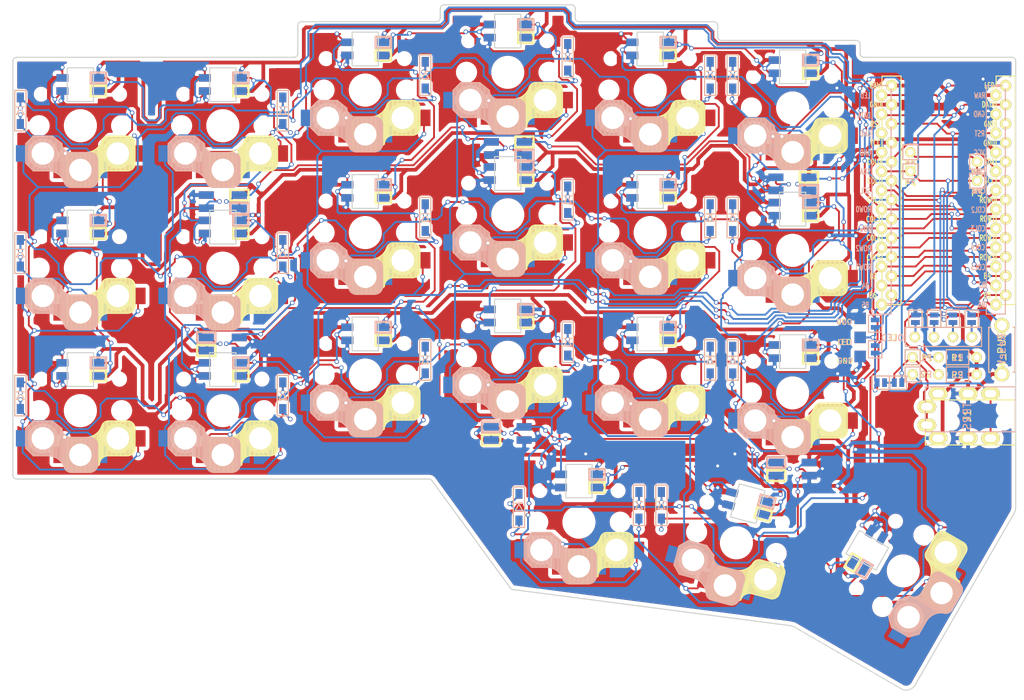
<source format=kicad_pcb>
(kicad_pcb (version 20171130) (host pcbnew 5.1.10-88a1d61d58~90~ubuntu20.04.1)
  (title_block (title "Corne Chocolate") (date 2018-11-17) (rev 2.1) (company foostan))
  (layers (0 F.Cu signal) (31 B.Cu signal hide) (34 B.Paste user hide) (35 F.Paste user hide) (36 B.SilkS user hide) (37 F.SilkS user hide) (38 B.Mask user hide) (39 F.Mask user hide) (44 Edge.Cuts user))
  (net 0 "")
  (net 1 row0)
  (net 2 "Net-(D1-Pad2)")
  (net 3 row1)
  (net 4 "Net-(D2-Pad2)")
  (net 5 row2)
  (net 6 "Net-(D3-Pad2)")
  (net 7 row3)
  (net 8 "Net-(D4-Pad2)")
  (net 9 "Net-(D5-Pad2)")
  (net 10 "Net-(D6-Pad2)")
  (net 11 "Net-(D7-Pad2)")
  (net 12 "Net-(D8-Pad2)")
  (net 13 "Net-(D9-Pad2)")
  (net 14 "Net-(D10-Pad2)")
  (net 15 "Net-(D11-Pad2)")
  (net 16 "Net-(D12-Pad2)")
  (net 17 "Net-(D13-Pad2)")
  (net 18 "Net-(D14-Pad2)")
  (net 19 "Net-(D15-Pad2)")
  (net 20 "Net-(D16-Pad2)")
  (net 21 "Net-(D17-Pad2)")
  (net 22 "Net-(D18-Pad2)")
  (net 23 "Net-(D19-Pad2)")
  (net 24 "Net-(D20-Pad2)")
  (net 25 "Net-(D21-Pad2)")
  (net 26 GND)
  (net 27 VCC)
  (net 28 col0)
  (net 29 col1)
  (net 30 col2)
  (net 31 col3)
  (net 32 col4)
  (net 33 col5)
  (net 34 LED)
  (net 35 "Net-(L1-Pad3)")
  (net 36 "Net-(L1-Pad1)")
  (net 37 "Net-(L3-Pad3)")
  (net 38 "Net-(L10-Pad1)")
  (net 39 "Net-(L11-Pad1)")
  (net 40 "Net-(L13-Pad1)")
  (net 41 "Net-(L14-Pad3)")
  (net 42 "Net-(L10-Pad3)")
  (net 43 "Net-(L12-Pad1)")
  (net 44 "Net-(L13-Pad3)")
  (net 45 "Net-(L15-Pad3)")
  (net 46 "Net-(L16-Pad3)")
  (net 47 reset)
  (net 48 SCL)
  (net 49 SDA)
  (net 50 "Net-(L5-Pad3)")
  (net 51 "Net-(U1-Pad14)")
  (net 52 "Net-(U1-Pad13)")
  (net 53 "Net-(U1-Pad11)")
  (net 54 "Net-(J2-Pad1)")
  (net 55 "Net-(J2-Pad2)")
  (net 56 "Net-(J2-Pad3)")
  (net 57 "Net-(J2-Pad4)")
  (net 58 "Net-(L2-Pad3)")
  (net 59 "Net-(L3-Pad1)")
  (net 60 "Net-(L11-Pad3)")
  (net 61 "Net-(L14-Pad1)")
  (net 62 "Net-(L12-Pad3)")
  (net 63 "Net-(L17-Pad1)")
  (net 64 "Net-(L18-Pad3)")
  (net 65 "Net-(L19-Pad3)")
  (net 66 "Net-(U1-Pad24)")
  (net 67 "Net-(L21-Pad3)")
  (net 68 "Net-(L22-Pad3)")
  (net 69 "Net-(L22-Pad1)")
  (net 70 "Net-(L23-Pad3)")
  (net 71 "Net-(L25-Pad1)")
  (net 72 "Net-(L26-Pad1)")
  (net 73 "Net-(U1-Pad3)")
  (net 74 /A)
  (net 75 /B)
  (net 76 /RX)
  (net 77 /TX)
  (net 78 /BL)
  (module kbd:Choc_Hotswap_1.5u (layer F.Cu) (at 179.75 136.5 240)
    (fp_text reference SW21 hide)
    (fp_text value SW_PUSH hide)
    (pad "" np_thru_hole circle (at -5.5 0 150) (size 1.8 1.8) (drill 1.8) (layers *.Cu *.Mask))
    (pad "" np_thru_hole circle (at 5.5 0 150) (size 1.8 1.8) (drill 1.8) (layers *.Cu *.Mask))
    (pad "" np_thru_hole circle (at 0 0 150) (size 3.4 3.4) (drill 3.4) (layers *.Cu *.Mask))
    (pad "" np_thru_hole circle (at 0 -5.9 150) (size 3 3) (drill 3) (layers *.Cu *.Mask))
    (pad "" np_thru_hole circle (at 5 -3.7 150) (size 3 3) (drill 3) (layers *.Cu *.Mask))
    (pad 2 smd rect (at -2.8 -5.9 240) (size 1.6 2.2) (layers B.Cu B.Paste B.Mask) (net 25 "Net-(D21-Pad2)"))
    (pad 1 smd rect (at 7.8 -3.7 240) (size 1.6 2.2) (layers B.Cu B.Paste B.Mask) (net 33 col5))
    (pad 1 smd rect (at -7.8 -3.7 240) (size 1.6 2.2) (layers F.Cu F.Paste F.Mask) (net 33 col5))
    (pad 2 smd rect (at 2.8 -5.9 240) (size 1.6 2.2) (layers F.Cu F.Paste F.Mask) (net 25 "Net-(D21-Pad2)"))
    (pad "" np_thru_hole circle (at -5 -3.7 330) (size 3 3) (drill 3) (layers *.Cu *.Mask))
    (pad "" np_thru_hole circle (at 5.22 4.2 240) (size 1 1) (drill 1) (layers *.Cu *.Mask))
    (pad "" np_thru_hole circle (at -5.22 4.2 240) (size 1 1) (drill 1) (layers *.Cu *.Mask))
  )
  (module kbd:Jumper (layer B.Cu) (at 179.05476 111.39678 180)
    (fp_text reference JP12 hide)
    (fp_text value " " (at -2.794 0) (layer B.SilkS) (effects (font (size 0.8128 0.8128)) (justify mirror)))
    (pad 2 smd rect (at 0.50038 0 180) (size 0.635 1.143) (layers B.Cu B.Paste B.Mask) (net 75 /B) (clearance 0.1905))
    (pad 1 smd rect (at -0.50038 0 180) (size 0.635 1.143) (layers B.Cu B.Paste B.Mask) (net 76 /RX) (clearance 0.1905))
  )
  (module kbd:Jumper (layer B.Cu) (at 176.76876 111.39678)
    (fp_text reference JP11 hide)
    (fp_text value " " (at -2.794 0) (layer B.SilkS) (effects (font (size 0.8128 0.8128)) (justify mirror)))
    (pad 2 smd rect (at 0.50038 0) (size 0.635 1.143) (layers B.Cu B.Paste B.Mask) (net 75 /B) (clearance 0.1905))
    (pad 1 smd rect (at -0.50038 0) (size 0.635 1.143) (layers B.Cu B.Paste B.Mask) (net 77 /TX) (clearance 0.1905))
  )
  (module kbd:Jumper (layer F.Cu) (at 179.05476 111.39678 180)
    (fp_text reference JP10 hide)
    (fp_text value " " (at -2.794 0) (layer F.SilkS) (effects (font (size 0.8128 0.8128))))
    (pad 2 smd rect (at 0.50038 0 180) (size 0.635 1.143) (layers F.Cu F.Paste F.Mask) (net 74 /A) (clearance 0.1905))
    (pad 1 smd rect (at -0.50038 0 180) (size 0.635 1.143) (layers F.Cu F.Paste F.Mask) (net 76 /RX) (clearance 0.1905))
  )
  (module kbd:Jumper (layer F.Cu) (at 176.76876 111.39678)
    (fp_text reference JP1 hide)
    (fp_text value " " (at -2.794 0) (layer F.SilkS) (effects (font (size 0.8128 0.8128))))
    (pad 2 smd rect (at 0.50038 0) (size 0.635 1.143) (layers F.Cu F.Paste F.Mask) (net 74 /A) (clearance 0.1905))
    (pad 1 smd rect (at -0.50038 0) (size 0.635 1.143) (layers F.Cu F.Paste F.Mask) (net 77 /TX) (clearance 0.1905))
  )
  (module kbd:Jumper (layer B.Cu) (at 176.00676 106.95178 270)
    (fp_text reference JP14 hide)
    (fp_text value " " (at -2.794 0 90) (layer B.SilkS) (effects (font (size 0.8128 0.8128)) (justify mirror)))
    (pad 2 smd rect (at 0.50038 0 270) (size 0.635 1.143) (layers B.Cu B.Paste B.Mask) (net 77 /TX) (clearance 0.1905))
    (pad 1 smd rect (at -0.50038 0 270) (size 0.635 1.143) (layers B.Cu B.Paste B.Mask) (net 34 LED) (clearance 0.1905))
  )
  (module kbd:Jumper (layer B.Cu) (at 176.00676 103.52278 90)
    (fp_text reference JP13 hide)
    (fp_text value " " (at -2.794 0 90) (layer B.SilkS) (effects (font (size 0.8128 0.8128)) (justify mirror)))
    (pad 2 smd rect (at 0.50038 0 90) (size 0.635 1.143) (layers B.Cu B.Paste B.Mask) (net 78 /BL) (clearance 0.1905))
    (pad 1 smd rect (at -0.50038 0 90) (size 0.635 1.143) (layers B.Cu B.Paste B.Mask) (net 34 LED) (clearance 0.1905))
  )
  (module kbd:1pin_conn (layer F.Cu) (at 189.59576 81.93278)
    (fp_text reference P6 (at 0 1.651) (layer F.SilkS) (effects (font (size 0.8128 0.8128))))
    (fp_text value i2c-pin hide)
    (fp_text user ** (at 0 1.651) (layer B.SilkS) (effects (font (size 0.8128 0.8128)) (justify mirror)))
    (pad 1 thru_hole circle (at 0 0) (size 1.397 1.397) (drill 0.8128) (layers *.Cu *.Mask F.SilkS) (net 48 SCL))
  )
  (module kbd:1pin_conn (layer F.Cu) (at 180.70576 80.66278)
    (fp_text reference P5 (at 0 1.651) (layer F.SilkS) (effects (font (size 0.8128 0.8128))))
    (fp_text value i2c-pin hide)
    (fp_text user ** (at 0 1.651) (layer B.SilkS) (effects (font (size 0.8128 0.8128)) (justify mirror)))
    (pad 1 thru_hole circle (at 0 0) (size 1.397 1.397) (drill 0.8128) (layers *.Cu *.Mask F.SilkS) (net 48 SCL))
  )
  (module kbd:1pin_conn (layer F.Cu) (at 180.70576 83.20278)
    (fp_text reference P4 (at 0 1.651) (layer F.SilkS) (effects (font (size 0.8128 0.8128))))
    (fp_text value i2c-pin hide)
    (fp_text user ** (at 0 1.651) (layer B.SilkS) (effects (font (size 0.8128 0.8128)) (justify mirror)))
    (pad 1 thru_hole circle (at 0 0) (size 1.397 1.397) (drill 0.8128) (layers *.Cu *.Mask F.SilkS) (net 49 SDA))
  )
  (module kbd:1pin_conn (layer F.Cu) (at 189.59576 84.47278)
    (fp_text reference P3 (at 0 1.651) (layer F.SilkS) (effects (font (size 0.8128 0.8128))))
    (fp_text value i2c-pin hide)
    (fp_text user ** (at 0 1.651) (layer B.SilkS) (effects (font (size 0.8128 0.8128)) (justify mirror)))
    (pad 1 thru_hole circle (at 0 0) (size 1.397 1.397) (drill 0.8128) (layers *.Cu *.Mask F.SilkS) (net 49 SDA))
  )
  (module kbd:Choc_Hotswap (layer F.Cu) (at 70 77.125 180)
    (fp_text reference SW1 hide)
    (fp_text value SW_PUSH hide)
    (pad "" np_thru_hole circle (at -5.5 0 90) (size 1.8 1.8) (drill 1.8) (layers *.Cu *.Mask))
    (pad "" np_thru_hole circle (at 5.5 0 90) (size 1.8 1.8) (drill 1.8) (layers *.Cu *.Mask))
    (pad "" np_thru_hole circle (at 0 0 90) (size 3.4 3.4) (drill 3.4) (layers *.Cu *.Mask))
    (pad "" np_thru_hole circle (at 0 -5.9 90) (size 3 3) (drill 3) (layers *.Cu *.Mask))
    (pad "" np_thru_hole circle (at 5 -3.7 90) (size 3 3) (drill 3) (layers *.Cu *.Mask))
    (pad 2 smd rect (at -2.8 -5.9 180) (size 1.6 2.2) (layers B.Cu B.Paste B.Mask) (net 2 "Net-(D1-Pad2)"))
    (pad 1 smd rect (at 7.8 -3.7 180) (size 1.6 2.2) (layers B.Cu B.Paste B.Mask) (net 28 col0))
    (pad 1 smd rect (at -7.9 -3.7 180) (size 1.6 2.2) (layers F.Cu F.Paste F.Mask) (net 28 col0))
    (pad 2 smd rect (at 2.8 -5.9 180) (size 1.6 2.2) (layers F.Cu F.Paste F.Mask) (net 2 "Net-(D1-Pad2)"))
    (pad "" np_thru_hole circle (at -5 -3.7 270) (size 3 3) (drill 3) (layers *.Cu *.Mask))
    (pad "" np_thru_hole circle (at 5.22 4.2 180) (size 1 1) (drill 1) (layers *.Cu *.Mask))
    (pad "" np_thru_hole circle (at -5.22 4.2 180) (size 1 1) (drill 1) (layers *.Cu *.Mask))
  )
  (module kbd:Choc_Hotswap (layer F.Cu) (at 157.5 132.75 165)
    (fp_text reference SW20 hide)
    (fp_text value SW_PUSH hide)
    (pad "" np_thru_hole circle (at -5.5 0 75) (size 1.8 1.8) (drill 1.8) (layers *.Cu *.Mask))
    (pad "" np_thru_hole circle (at 5.5 0 75) (size 1.8 1.8) (drill 1.8) (layers *.Cu *.Mask))
    (pad "" np_thru_hole circle (at 0 0 75) (size 3.4 3.4) (drill 3.4) (layers *.Cu *.Mask))
    (pad "" np_thru_hole circle (at 0 -5.9 75) (size 3 3) (drill 3) (layers *.Cu *.Mask))
    (pad "" np_thru_hole circle (at 5 -3.7 75) (size 3 3) (drill 3) (layers *.Cu *.Mask))
    (pad 2 smd rect (at -2.8 -5.9 165) (size 1.6 2.2) (layers B.Cu B.Paste B.Mask) (net 24 "Net-(D20-Pad2)"))
    (pad 1 smd rect (at 7.8 -3.7 165) (size 1.6 2.2) (layers B.Cu B.Paste B.Mask) (net 32 col4))
    (pad 1 smd rect (at -7.9 -3.7 165) (size 1.6 2.2) (layers F.Cu F.Paste F.Mask) (net 32 col4))
    (pad 2 smd rect (at 2.8 -5.9 165) (size 1.6 2.2) (layers F.Cu F.Paste F.Mask) (net 24 "Net-(D20-Pad2)"))
    (pad "" np_thru_hole circle (at -5 -3.7 255) (size 3 3) (drill 3) (layers *.Cu *.Mask))
    (pad "" np_thru_hole circle (at 5.22 4.2 165) (size 1 1) (drill 1) (layers *.Cu *.Mask))
    (pad "" np_thru_hole circle (at -5.22 4.2 165) (size 1 1) (drill 1) (layers *.Cu *.Mask))
  )
  (module kbd:Choc_Hotswap (layer F.Cu) (at 146 91.375 180)
    (fp_text reference SW11 hide)
    (fp_text value SW_PUSH hide)
    (pad "" np_thru_hole circle (at -5.5 0 90) (size 1.8 1.8) (drill 1.8) (layers *.Cu *.Mask))
    (pad "" np_thru_hole circle (at 5.5 0 90) (size 1.8 1.8) (drill 1.8) (layers *.Cu *.Mask))
    (pad "" np_thru_hole circle (at 0 0 90) (size 3.4 3.4) (drill 3.4) (layers *.Cu *.Mask))
    (pad "" np_thru_hole circle (at 0 -5.9 90) (size 3 3) (drill 3) (layers *.Cu *.Mask))
    (pad "" np_thru_hole circle (at 5 -3.7 90) (size 3 3) (drill 3) (layers *.Cu *.Mask))
    (pad 2 smd rect (at -2.8 -5.9 180) (size 1.6 2.2) (layers B.Cu B.Paste B.Mask) (net 15 "Net-(D11-Pad2)"))
    (pad 1 smd rect (at 7.8 -3.7 180) (size 1.6 2.2) (layers B.Cu B.Paste B.Mask) (net 32 col4))
    (pad 1 smd rect (at -7.9 -3.7 180) (size 1.6 2.2) (layers F.Cu F.Paste F.Mask) (net 32 col4))
    (pad 2 smd rect (at 2.8 -5.9 180) (size 1.6 2.2) (layers F.Cu F.Paste F.Mask) (net 15 "Net-(D11-Pad2)"))
    (pad "" np_thru_hole circle (at -5 -3.7 270) (size 3 3) (drill 3) (layers *.Cu *.Mask))
    (pad "" np_thru_hole circle (at 5.22 4.2 180) (size 1 1) (drill 1) (layers *.Cu *.Mask))
    (pad "" np_thru_hole circle (at -5.22 4.2 180) (size 1 1) (drill 1) (layers *.Cu *.Mask))
  )
  (module kbd:Choc_Hotswap (layer F.Cu) (at 165 112.75 180)
    (fp_text reference SW18 hide)
    (fp_text value SW_PUSH hide)
    (pad "" np_thru_hole circle (at -5.5 0 90) (size 1.8 1.8) (drill 1.8) (layers *.Cu *.Mask))
    (pad "" np_thru_hole circle (at 5.5 0 90) (size 1.8 1.8) (drill 1.8) (layers *.Cu *.Mask))
    (pad "" np_thru_hole circle (at 0 0 90) (size 3.4 3.4) (drill 3.4) (layers *.Cu *.Mask))
    (pad "" np_thru_hole circle (at 0 -5.9 90) (size 3 3) (drill 3) (layers *.Cu *.Mask))
    (pad "" np_thru_hole circle (at 5 -3.7 90) (size 3 3) (drill 3) (layers *.Cu *.Mask))
    (pad 2 smd rect (at -2.8 -5.9 180) (size 1.6 2.2) (layers B.Cu B.Paste B.Mask) (net 22 "Net-(D18-Pad2)"))
    (pad 1 smd rect (at 7.8 -3.7 180) (size 1.6 2.2) (layers B.Cu B.Paste B.Mask) (net 33 col5))
    (pad 1 smd rect (at -7.9 -3.7 180) (size 1.6 2.2) (layers F.Cu F.Paste F.Mask) (net 33 col5))
    (pad 2 smd rect (at 2.8 -5.9 180) (size 1.6 2.2) (layers F.Cu F.Paste F.Mask) (net 22 "Net-(D18-Pad2)"))
    (pad "" np_thru_hole circle (at -5 -3.7 270) (size 3 3) (drill 3) (layers *.Cu *.Mask))
    (pad "" np_thru_hole circle (at 5.22 4.2 180) (size 1 1) (drill 1) (layers *.Cu *.Mask))
    (pad "" np_thru_hole circle (at -5.22 4.2 180) (size 1 1) (drill 1) (layers *.Cu *.Mask))
  )
  (module kbd:Choc_Hotswap (layer F.Cu) (at 165 93.75 180)
    (fp_text reference SW12 hide)
    (fp_text value SW_PUSH hide)
    (pad "" np_thru_hole circle (at -5.5 0 90) (size 1.8 1.8) (drill 1.8) (layers *.Cu *.Mask))
    (pad "" np_thru_hole circle (at 5.5 0 90) (size 1.8 1.8) (drill 1.8) (layers *.Cu *.Mask))
    (pad "" np_thru_hole circle (at 0 0 90) (size 3.4 3.4) (drill 3.4) (layers *.Cu *.Mask))
    (pad "" np_thru_hole circle (at 0 -5.9 90) (size 3 3) (drill 3) (layers *.Cu *.Mask))
    (pad "" np_thru_hole circle (at 5 -3.7 90) (size 3 3) (drill 3) (layers *.Cu *.Mask))
    (pad 2 smd rect (at -2.8 -5.9 180) (size 1.6 2.2) (layers B.Cu B.Paste B.Mask) (net 16 "Net-(D12-Pad2)"))
    (pad 1 smd rect (at 7.8 -3.7 180) (size 1.6 2.2) (layers B.Cu B.Paste B.Mask) (net 33 col5))
    (pad 1 smd rect (at -7.9 -3.7 180) (size 1.6 2.2) (layers F.Cu F.Paste F.Mask) (net 33 col5))
    (pad 2 smd rect (at 2.8 -5.9 180) (size 1.6 2.2) (layers F.Cu F.Paste F.Mask) (net 16 "Net-(D12-Pad2)"))
    (pad "" np_thru_hole circle (at -5 -3.7 270) (size 3 3) (drill 3) (layers *.Cu *.Mask))
    (pad "" np_thru_hole circle (at 5.22 4.2 180) (size 1 1) (drill 1) (layers *.Cu *.Mask))
    (pad "" np_thru_hole circle (at -5.22 4.2 180) (size 1 1) (drill 1) (layers *.Cu *.Mask))
  )
  (module kbd:Choc_Hotswap (layer F.Cu) (at 165 74.75 180)
    (fp_text reference SW6 hide)
    (fp_text value SW_PUSH hide)
    (pad "" np_thru_hole circle (at -5.5 0 90) (size 1.8 1.8) (drill 1.8) (layers *.Cu *.Mask))
    (pad "" np_thru_hole circle (at 5.5 0 90) (size 1.8 1.8) (drill 1.8) (layers *.Cu *.Mask))
    (pad "" np_thru_hole circle (at 0 0 90) (size 3.4 3.4) (drill 3.4) (layers *.Cu *.Mask))
    (pad "" np_thru_hole circle (at 0 -5.9 90) (size 3 3) (drill 3) (layers *.Cu *.Mask))
    (pad "" np_thru_hole circle (at 5 -3.7 90) (size 3 3) (drill 3) (layers *.Cu *.Mask))
    (pad 2 smd rect (at -2.8 -5.9 180) (size 1.6 2.2) (layers B.Cu B.Paste B.Mask) (net 10 "Net-(D6-Pad2)"))
    (pad 1 smd rect (at 7.8 -3.7 180) (size 1.6 2.2) (layers B.Cu B.Paste B.Mask) (net 33 col5))
    (pad 1 smd rect (at -7.9 -3.7 180) (size 1.6 2.2) (layers F.Cu F.Paste F.Mask) (net 33 col5))
    (pad 2 smd rect (at 2.8 -5.9 180) (size 1.6 2.2) (layers F.Cu F.Paste F.Mask) (net 10 "Net-(D6-Pad2)"))
    (pad "" np_thru_hole circle (at -5 -3.7 270) (size 3 3) (drill 3) (layers *.Cu *.Mask))
    (pad "" np_thru_hole circle (at 5.22 4.2 180) (size 1 1) (drill 1) (layers *.Cu *.Mask))
    (pad "" np_thru_hole circle (at -5.22 4.2 180) (size 1 1) (drill 1) (layers *.Cu *.Mask))
  )
  (module kbd:Choc_Hotswap (layer F.Cu) (at 146 72.375 180)
    (fp_text reference SW5 hide)
    (fp_text value SW_PUSH hide)
    (pad "" np_thru_hole circle (at -5.5 0 90) (size 1.8 1.8) (drill 1.8) (layers *.Cu *.Mask))
    (pad "" np_thru_hole circle (at 5.5 0 90) (size 1.8 1.8) (drill 1.8) (layers *.Cu *.Mask))
    (pad "" np_thru_hole circle (at 0 0 90) (size 3.4 3.4) (drill 3.4) (layers *.Cu *.Mask))
    (pad "" np_thru_hole circle (at 0 -5.9 90) (size 3 3) (drill 3) (layers *.Cu *.Mask))
    (pad "" np_thru_hole circle (at 5 -3.7 90) (size 3 3) (drill 3) (layers *.Cu *.Mask))
    (pad 2 smd rect (at -2.8 -5.9 180) (size 1.6 2.2) (layers B.Cu B.Paste B.Mask) (net 9 "Net-(D5-Pad2)"))
    (pad 1 smd rect (at 7.8 -3.7 180) (size 1.6 2.2) (layers B.Cu B.Paste B.Mask) (net 32 col4))
    (pad 1 smd rect (at -7.9 -3.7 180) (size 1.6 2.2) (layers F.Cu F.Paste F.Mask) (net 32 col4))
    (pad 2 smd rect (at 2.8 -5.9 180) (size 1.6 2.2) (layers F.Cu F.Paste F.Mask) (net 9 "Net-(D5-Pad2)"))
    (pad "" np_thru_hole circle (at -5 -3.7 270) (size 3 3) (drill 3) (layers *.Cu *.Mask))
    (pad "" np_thru_hole circle (at 5.22 4.2 180) (size 1 1) (drill 1) (layers *.Cu *.Mask))
    (pad "" np_thru_hole circle (at -5.22 4.2 180) (size 1 1) (drill 1) (layers *.Cu *.Mask))
  )
  (module kbd:Choc_Hotswap (layer F.Cu) (at 108 110.375 180)
    (fp_text reference SW15 hide)
    (fp_text value SW_PUSH hide)
    (pad "" np_thru_hole circle (at -5.5 0 90) (size 1.8 1.8) (drill 1.8) (layers *.Cu *.Mask))
    (pad "" np_thru_hole circle (at 5.5 0 90) (size 1.8 1.8) (drill 1.8) (layers *.Cu *.Mask))
    (pad "" np_thru_hole circle (at 0 0 90) (size 3.4 3.4) (drill 3.4) (layers *.Cu *.Mask))
    (pad "" np_thru_hole circle (at 0 -5.9 90) (size 3 3) (drill 3) (layers *.Cu *.Mask))
    (pad "" np_thru_hole circle (at 5 -3.7 90) (size 3 3) (drill 3) (layers *.Cu *.Mask))
    (pad 2 smd rect (at -2.8 -5.9 180) (size 1.6 2.2) (layers B.Cu B.Paste B.Mask) (net 19 "Net-(D15-Pad2)"))
    (pad 1 smd rect (at 7.8 -3.7 180) (size 1.6 2.2) (layers B.Cu B.Paste B.Mask) (net 30 col2))
    (pad 1 smd rect (at -7.9 -3.7 180) (size 1.6 2.2) (layers F.Cu F.Paste F.Mask) (net 30 col2))
    (pad 2 smd rect (at 2.8 -5.9 180) (size 1.6 2.2) (layers F.Cu F.Paste F.Mask) (net 19 "Net-(D15-Pad2)"))
    (pad "" np_thru_hole circle (at -5 -3.7 270) (size 3 3) (drill 3) (layers *.Cu *.Mask))
    (pad "" np_thru_hole circle (at 5.22 4.2 180) (size 1 1) (drill 1) (layers *.Cu *.Mask))
    (pad "" np_thru_hole circle (at -5.22 4.2 180) (size 1 1) (drill 1) (layers *.Cu *.Mask))
  )
  (module kbd:Choc_Hotswap (layer F.Cu) (at 127 89 180)
    (fp_text reference SW10 hide)
    (fp_text value SW_PUSH hide)
    (pad "" np_thru_hole circle (at -5.5 0 90) (size 1.8 1.8) (drill 1.8) (layers *.Cu *.Mask))
    (pad "" np_thru_hole circle (at 5.5 0 90) (size 1.8 1.8) (drill 1.8) (layers *.Cu *.Mask))
    (pad "" np_thru_hole circle (at 0 0 90) (size 3.4 3.4) (drill 3.4) (layers *.Cu *.Mask))
    (pad "" np_thru_hole circle (at 0 -5.9 90) (size 3 3) (drill 3) (layers *.Cu *.Mask))
    (pad "" np_thru_hole circle (at 5 -3.7 90) (size 3 3) (drill 3) (layers *.Cu *.Mask))
    (pad 2 smd rect (at -2.8 -5.9 180) (size 1.6 2.2) (layers B.Cu B.Paste B.Mask) (net 14 "Net-(D10-Pad2)"))
    (pad 1 smd rect (at 7.8 -3.7 180) (size 1.6 2.2) (layers B.Cu B.Paste B.Mask) (net 31 col3))
    (pad 1 smd rect (at -7.9 -3.7 180) (size 1.6 2.2) (layers F.Cu F.Paste F.Mask) (net 31 col3))
    (pad 2 smd rect (at 2.8 -5.9 180) (size 1.6 2.2) (layers F.Cu F.Paste F.Mask) (net 14 "Net-(D10-Pad2)"))
    (pad "" np_thru_hole circle (at -5 -3.7 270) (size 3 3) (drill 3) (layers *.Cu *.Mask))
    (pad "" np_thru_hole circle (at 5.22 4.2 180) (size 1 1) (drill 1) (layers *.Cu *.Mask))
    (pad "" np_thru_hole circle (at -5.22 4.2 180) (size 1 1) (drill 1) (layers *.Cu *.Mask))
  )
  (module kbd:Choc_Hotswap (layer F.Cu) (at 108 72.375 180)
    (fp_text reference SW3 hide)
    (fp_text value SW_PUSH hide)
    (pad "" np_thru_hole circle (at -5.5 0 90) (size 1.8 1.8) (drill 1.8) (layers *.Cu *.Mask))
    (pad "" np_thru_hole circle (at 5.5 0 90) (size 1.8 1.8) (drill 1.8) (layers *.Cu *.Mask))
    (pad "" np_thru_hole circle (at 0 0 90) (size 3.4 3.4) (drill 3.4) (layers *.Cu *.Mask))
    (pad "" np_thru_hole circle (at 0 -5.9 90) (size 3 3) (drill 3) (layers *.Cu *.Mask))
    (pad "" np_thru_hole circle (at 5 -3.7 90) (size 3 3) (drill 3) (layers *.Cu *.Mask))
    (pad 2 smd rect (at -2.8 -5.9 180) (size 1.6 2.2) (layers B.Cu B.Paste B.Mask) (net 6 "Net-(D3-Pad2)"))
    (pad 1 smd rect (at 7.8 -3.7 180) (size 1.6 2.2) (layers B.Cu B.Paste B.Mask) (net 30 col2))
    (pad 1 smd rect (at -7.9 -3.7 180) (size 1.6 2.2) (layers F.Cu F.Paste F.Mask) (net 30 col2))
    (pad 2 smd rect (at 2.8 -5.9 180) (size 1.6 2.2) (layers F.Cu F.Paste F.Mask) (net 6 "Net-(D3-Pad2)"))
    (pad "" np_thru_hole circle (at -5 -3.7 270) (size 3 3) (drill 3) (layers *.Cu *.Mask))
    (pad "" np_thru_hole circle (at 5.22 4.2 180) (size 1 1) (drill 1) (layers *.Cu *.Mask))
    (pad "" np_thru_hole circle (at -5.22 4.2 180) (size 1 1) (drill 1) (layers *.Cu *.Mask))
  )
  (module kbd:Choc_Hotswap (layer F.Cu) (at 89 115.125 180)
    (fp_text reference SW14 hide)
    (fp_text value SW_PUSH hide)
    (pad "" np_thru_hole circle (at -5.5 0 90) (size 1.8 1.8) (drill 1.8) (layers *.Cu *.Mask))
    (pad "" np_thru_hole circle (at 5.5 0 90) (size 1.8 1.8) (drill 1.8) (layers *.Cu *.Mask))
    (pad "" np_thru_hole circle (at 0 0 90) (size 3.4 3.4) (drill 3.4) (layers *.Cu *.Mask))
    (pad "" np_thru_hole circle (at 0 -5.9 90) (size 3 3) (drill 3) (layers *.Cu *.Mask))
    (pad "" np_thru_hole circle (at 5 -3.7 90) (size 3 3) (drill 3) (layers *.Cu *.Mask))
    (pad 2 smd rect (at -2.8 -5.9 180) (size 1.6 2.2) (layers B.Cu B.Paste B.Mask) (net 18 "Net-(D14-Pad2)"))
    (pad 1 smd rect (at 7.8 -3.7 180) (size 1.6 2.2) (layers B.Cu B.Paste B.Mask) (net 29 col1))
    (pad 1 smd rect (at -7.9 -3.7 180) (size 1.6 2.2) (layers F.Cu F.Paste F.Mask) (net 29 col1))
    (pad 2 smd rect (at 2.8 -5.9 180) (size 1.6 2.2) (layers F.Cu F.Paste F.Mask) (net 18 "Net-(D14-Pad2)"))
    (pad "" np_thru_hole circle (at -5 -3.7 270) (size 3 3) (drill 3) (layers *.Cu *.Mask))
    (pad "" np_thru_hole circle (at 5.22 4.2 180) (size 1 1) (drill 1) (layers *.Cu *.Mask))
    (pad "" np_thru_hole circle (at -5.22 4.2 180) (size 1 1) (drill 1) (layers *.Cu *.Mask))
  )
  (module kbd:Choc_Hotswap (layer F.Cu) (at 89 77.125 180)
    (fp_text reference SW2 hide)
    (fp_text value SW_PUSH hide)
    (pad "" np_thru_hole circle (at -5.5 0 90) (size 1.8 1.8) (drill 1.8) (layers *.Cu *.Mask))
    (pad "" np_thru_hole circle (at 5.5 0 90) (size 1.8 1.8) (drill 1.8) (layers *.Cu *.Mask))
    (pad "" np_thru_hole circle (at 0 0 90) (size 3.4 3.4) (drill 3.4) (layers *.Cu *.Mask))
    (pad "" np_thru_hole circle (at 0 -5.9 90) (size 3 3) (drill 3) (layers *.Cu *.Mask))
    (pad "" np_thru_hole circle (at 5 -3.7 90) (size 3 3) (drill 3) (layers *.Cu *.Mask))
    (pad 2 smd rect (at -2.8 -5.9 180) (size 1.6 2.2) (layers B.Cu B.Paste B.Mask) (net 4 "Net-(D2-Pad2)"))
    (pad 1 smd rect (at 7.8 -3.7 180) (size 1.6 2.2) (layers B.Cu B.Paste B.Mask) (net 29 col1))
    (pad 1 smd rect (at -7.9 -3.7 180) (size 1.6 2.2) (layers F.Cu F.Paste F.Mask) (net 29 col1))
    (pad 2 smd rect (at 2.8 -5.9 180) (size 1.6 2.2) (layers F.Cu F.Paste F.Mask) (net 4 "Net-(D2-Pad2)"))
    (pad "" np_thru_hole circle (at -5 -3.7 270) (size 3 3) (drill 3) (layers *.Cu *.Mask))
    (pad "" np_thru_hole circle (at 5.22 4.2 180) (size 1 1) (drill 1) (layers *.Cu *.Mask))
    (pad "" np_thru_hole circle (at -5.22 4.2 180) (size 1 1) (drill 1) (layers *.Cu *.Mask))
  )
  (module kbd:Choc_Hotswap (layer F.Cu) (at 146 110.375 180)
    (fp_text reference SW17 hide)
    (fp_text value SW_PUSH hide)
    (pad "" np_thru_hole circle (at -5.5 0 90) (size 1.8 1.8) (drill 1.8) (layers *.Cu *.Mask))
    (pad "" np_thru_hole circle (at 5.5 0 90) (size 1.8 1.8) (drill 1.8) (layers *.Cu *.Mask))
    (pad "" np_thru_hole circle (at 0 0 90) (size 3.4 3.4) (drill 3.4) (layers *.Cu *.Mask))
    (pad "" np_thru_hole circle (at 0 -5.9 90) (size 3 3) (drill 3) (layers *.Cu *.Mask))
    (pad "" np_thru_hole circle (at 5 -3.7 90) (size 3 3) (drill 3) (layers *.Cu *.Mask))
    (pad 2 smd rect (at -2.8 -5.9 180) (size 1.6 2.2) (layers B.Cu B.Paste B.Mask) (net 21 "Net-(D17-Pad2)"))
    (pad 1 smd rect (at 7.8 -3.7 180) (size 1.6 2.2) (layers B.Cu B.Paste B.Mask) (net 32 col4))
    (pad 1 smd rect (at -7.9 -3.7 180) (size 1.6 2.2) (layers F.Cu F.Paste F.Mask) (net 32 col4))
    (pad 2 smd rect (at 2.8 -5.9 180) (size 1.6 2.2) (layers F.Cu F.Paste F.Mask) (net 21 "Net-(D17-Pad2)"))
    (pad "" np_thru_hole circle (at -5 -3.7 270) (size 3 3) (drill 3) (layers *.Cu *.Mask))
    (pad "" np_thru_hole circle (at 5.22 4.2 180) (size 1 1) (drill 1) (layers *.Cu *.Mask))
    (pad "" np_thru_hole circle (at -5.22 4.2 180) (size 1 1) (drill 1) (layers *.Cu *.Mask))
  )
  (module kbd:Choc_Hotswap (layer F.Cu) (at 127 70 180)
    (fp_text reference SW4 hide)
    (fp_text value SW_PUSH hide)
    (pad "" np_thru_hole circle (at -5.5 0 90) (size 1.8 1.8) (drill 1.8) (layers *.Cu *.Mask))
    (pad "" np_thru_hole circle (at 5.5 0 90) (size 1.8 1.8) (drill 1.8) (layers *.Cu *.Mask))
    (pad "" np_thru_hole circle (at 0 0 90) (size 3.4 3.4) (drill 3.4) (layers *.Cu *.Mask))
    (pad "" np_thru_hole circle (at 0 -5.9 90) (size 3 3) (drill 3) (layers *.Cu *.Mask))
    (pad "" np_thru_hole circle (at 5 -3.7 90) (size 3 3) (drill 3) (layers *.Cu *.Mask))
    (pad 2 smd rect (at -2.8 -5.9 180) (size 1.6 2.2) (layers B.Cu B.Paste B.Mask) (net 8 "Net-(D4-Pad2)"))
    (pad 1 smd rect (at 7.8 -3.7 180) (size 1.6 2.2) (layers B.Cu B.Paste B.Mask) (net 31 col3))
    (pad 1 smd rect (at -7.9 -3.7 180) (size 1.6 2.2) (layers F.Cu F.Paste F.Mask) (net 31 col3))
    (pad 2 smd rect (at 2.8 -5.9 180) (size 1.6 2.2) (layers F.Cu F.Paste F.Mask) (net 8 "Net-(D4-Pad2)"))
    (pad "" np_thru_hole circle (at -5 -3.7 270) (size 3 3) (drill 3) (layers *.Cu *.Mask))
    (pad "" np_thru_hole circle (at 5.22 4.2 180) (size 1 1) (drill 1) (layers *.Cu *.Mask))
    (pad "" np_thru_hole circle (at -5.22 4.2 180) (size 1 1) (drill 1) (layers *.Cu *.Mask))
  )
  (module kbd:Choc_Hotswap (layer F.Cu) (at 127 108 180)
    (fp_text reference SW16 hide)
    (fp_text value SW_PUSH hide)
    (pad "" np_thru_hole circle (at -5.5 0 90) (size 1.8 1.8) (drill 1.8) (layers *.Cu *.Mask))
    (pad "" np_thru_hole circle (at 5.5 0 90) (size 1.8 1.8) (drill 1.8) (layers *.Cu *.Mask))
    (pad "" np_thru_hole circle (at 0 0 90) (size 3.4 3.4) (drill 3.4) (layers *.Cu *.Mask))
    (pad "" np_thru_hole circle (at 0 -5.9 90) (size 3 3) (drill 3) (layers *.Cu *.Mask))
    (pad "" np_thru_hole circle (at 5 -3.7 90) (size 3 3) (drill 3) (layers *.Cu *.Mask))
    (pad 2 smd rect (at -2.8 -5.9 180) (size 1.6 2.2) (layers B.Cu B.Paste B.Mask) (net 20 "Net-(D16-Pad2)"))
    (pad 1 smd rect (at 7.8 -3.7 180) (size 1.6 2.2) (layers B.Cu B.Paste B.Mask) (net 31 col3))
    (pad 1 smd rect (at -7.9 -3.7 180) (size 1.6 2.2) (layers F.Cu F.Paste F.Mask) (net 31 col3))
    (pad 2 smd rect (at 2.8 -5.9 180) (size 1.6 2.2) (layers F.Cu F.Paste F.Mask) (net 20 "Net-(D16-Pad2)"))
    (pad "" np_thru_hole circle (at -5 -3.7 270) (size 3 3) (drill 3) (layers *.Cu *.Mask))
    (pad "" np_thru_hole circle (at 5.22 4.2 180) (size 1 1) (drill 1) (layers *.Cu *.Mask))
    (pad "" np_thru_hole circle (at -5.22 4.2 180) (size 1 1) (drill 1) (layers *.Cu *.Mask))
  )
  (module kbd:Choc_Hotswap (layer F.Cu) (at 136.5 130 180)
    (fp_text reference SW19 hide)
    (fp_text value SW_PUSH hide)
    (pad "" np_thru_hole circle (at -5.5 0 90) (size 1.8 1.8) (drill 1.8) (layers *.Cu *.Mask))
    (pad "" np_thru_hole circle (at 5.5 0 90) (size 1.8 1.8) (drill 1.8) (layers *.Cu *.Mask))
    (pad "" np_thru_hole circle (at 0 0 90) (size 3.4 3.4) (drill 3.4) (layers *.Cu *.Mask))
    (pad "" np_thru_hole circle (at 0 -5.9 90) (size 3 3) (drill 3) (layers *.Cu *.Mask))
    (pad "" np_thru_hole circle (at 5 -3.7 90) (size 3 3) (drill 3) (layers *.Cu *.Mask))
    (pad 2 smd rect (at -2.8 -5.9 180) (size 1.6 2.2) (layers B.Cu B.Paste B.Mask) (net 23 "Net-(D19-Pad2)"))
    (pad 1 smd rect (at 7.8 -3.7 180) (size 1.6 2.2) (layers B.Cu B.Paste B.Mask) (net 31 col3))
    (pad 1 smd rect (at -7.9 -3.7 180) (size 1.6 2.2) (layers F.Cu F.Paste F.Mask) (net 31 col3))
    (pad 2 smd rect (at 2.8 -5.9 180) (size 1.6 2.2) (layers F.Cu F.Paste F.Mask) (net 23 "Net-(D19-Pad2)"))
    (pad "" np_thru_hole circle (at -5 -3.7 270) (size 3 3) (drill 3) (layers *.Cu *.Mask))
    (pad "" np_thru_hole circle (at 5.22 4.2 180) (size 1 1) (drill 1) (layers *.Cu *.Mask))
    (pad "" np_thru_hole circle (at -5.22 4.2 180) (size 1 1) (drill 1) (layers *.Cu *.Mask))
  )
  (module kbd:Choc_Hotswap (layer F.Cu) (at 70 115.125 180)
    (fp_text reference SW13 hide)
    (fp_text value SW_PUSH hide)
    (pad "" np_thru_hole circle (at -5.5 0 90) (size 1.8 1.8) (drill 1.8) (layers *.Cu *.Mask))
    (pad "" np_thru_hole circle (at 5.5 0 90) (size 1.8 1.8) (drill 1.8) (layers *.Cu *.Mask))
    (pad "" np_thru_hole circle (at 0 0 90) (size 3.4 3.4) (drill 3.4) (layers *.Cu *.Mask))
    (pad "" np_thru_hole circle (at 0 -5.9 90) (size 3 3) (drill 3) (layers *.Cu *.Mask))
    (pad "" np_thru_hole circle (at 5 -3.7 90) (size 3 3) (drill 3) (layers *.Cu *.Mask))
    (pad 2 smd rect (at -2.8 -5.9 180) (size 1.6 2.2) (layers B.Cu B.Paste B.Mask) (net 17 "Net-(D13-Pad2)"))
    (pad 1 smd rect (at 7.8 -3.7 180) (size 1.6 2.2) (layers B.Cu B.Paste B.Mask) (net 28 col0))
    (pad 1 smd rect (at -7.9 -3.7 180) (size 1.6 2.2) (layers F.Cu F.Paste F.Mask) (net 28 col0))
    (pad 2 smd rect (at 2.8 -5.9 180) (size 1.6 2.2) (layers F.Cu F.Paste F.Mask) (net 17 "Net-(D13-Pad2)"))
    (pad "" np_thru_hole circle (at -5 -3.7 270) (size 3 3) (drill 3) (layers *.Cu *.Mask))
    (pad "" np_thru_hole circle (at 5.22 4.2 180) (size 1 1) (drill 1) (layers *.Cu *.Mask))
    (pad "" np_thru_hole circle (at -5.22 4.2 180) (size 1 1) (drill 1) (layers *.Cu *.Mask))
  )
  (module kbd:Choc_Hotswap (layer F.Cu) (at 108 91.375 180)
    (fp_text reference SW9 hide)
    (fp_text value SW_PUSH hide)
    (pad "" np_thru_hole circle (at -5.5 0 90) (size 1.8 1.8) (drill 1.8) (layers *.Cu *.Mask))
    (pad "" np_thru_hole circle (at 5.5 0 90) (size 1.8 1.8) (drill 1.8) (layers *.Cu *.Mask))
    (pad "" np_thru_hole circle (at 0 0 90) (size 3.4 3.4) (drill 3.4) (layers *.Cu *.Mask))
    (pad "" np_thru_hole circle (at 0 -5.9 90) (size 3 3) (drill 3) (layers *.Cu *.Mask))
    (pad "" np_thru_hole circle (at 5 -3.7 90) (size 3 3) (drill 3) (layers *.Cu *.Mask))
    (pad 2 smd rect (at -2.8 -5.9 180) (size 1.6 2.2) (layers B.Cu B.Paste B.Mask) (net 13 "Net-(D9-Pad2)"))
    (pad 1 smd rect (at 7.8 -3.7 180) (size 1.6 2.2) (layers B.Cu B.Paste B.Mask) (net 30 col2))
    (pad 1 smd rect (at -7.9 -3.7 180) (size 1.6 2.2) (layers F.Cu F.Paste F.Mask) (net 30 col2))
    (pad 2 smd rect (at 2.8 -5.9 180) (size 1.6 2.2) (layers F.Cu F.Paste F.Mask) (net 13 "Net-(D9-Pad2)"))
    (pad "" np_thru_hole circle (at -5 -3.7 270) (size 3 3) (drill 3) (layers *.Cu *.Mask))
    (pad "" np_thru_hole circle (at 5.22 4.2 180) (size 1 1) (drill 1) (layers *.Cu *.Mask))
    (pad "" np_thru_hole circle (at -5.22 4.2 180) (size 1 1) (drill 1) (layers *.Cu *.Mask))
  )
  (module kbd:Choc_Hotswap (layer F.Cu) (at 89 96.125 180)
    (fp_text reference SW8 hide)
    (fp_text value SW_PUSH hide)
    (pad "" np_thru_hole circle (at -5.5 0 90) (size 1.8 1.8) (drill 1.8) (layers *.Cu *.Mask))
    (pad "" np_thru_hole circle (at 5.5 0 90) (size 1.8 1.8) (drill 1.8) (layers *.Cu *.Mask))
    (pad "" np_thru_hole circle (at 0 0 90) (size 3.4 3.4) (drill 3.4) (layers *.Cu *.Mask))
    (pad "" np_thru_hole circle (at 0 -5.9 90) (size 3 3) (drill 3) (layers *.Cu *.Mask))
    (pad "" np_thru_hole circle (at 5 -3.7 90) (size 3 3) (drill 3) (layers *.Cu *.Mask))
    (pad 2 smd rect (at -2.8 -5.9 180) (size 1.6 2.2) (layers B.Cu B.Paste B.Mask) (net 12 "Net-(D8-Pad2)"))
    (pad 1 smd rect (at 7.8 -3.7 180) (size 1.6 2.2) (layers B.Cu B.Paste B.Mask) (net 29 col1))
    (pad 1 smd rect (at -7.9 -3.7 180) (size 1.6 2.2) (layers F.Cu F.Paste F.Mask) (net 29 col1))
    (pad 2 smd rect (at 2.8 -5.9 180) (size 1.6 2.2) (layers F.Cu F.Paste F.Mask) (net 12 "Net-(D8-Pad2)"))
    (pad "" np_thru_hole circle (at -5 -3.7 270) (size 3 3) (drill 3) (layers *.Cu *.Mask))
    (pad "" np_thru_hole circle (at 5.22 4.2 180) (size 1 1) (drill 1) (layers *.Cu *.Mask))
    (pad "" np_thru_hole circle (at -5.22 4.2 180) (size 1 1) (drill 1) (layers *.Cu *.Mask))
  )
  (module kbd:Choc_Hotswap (layer F.Cu) (at 70 96.125 180)
    (fp_text reference SW7 hide)
    (fp_text value SW_PUSH hide)
    (pad "" np_thru_hole circle (at -5.5 0 90) (size 1.8 1.8) (drill 1.8) (layers *.Cu *.Mask))
    (pad "" np_thru_hole circle (at 5.5 0 90) (size 1.8 1.8) (drill 1.8) (layers *.Cu *.Mask))
    (pad "" np_thru_hole circle (at 0 0 90) (size 3.4 3.4) (drill 3.4) (layers *.Cu *.Mask))
    (pad "" np_thru_hole circle (at 0 -5.9 90) (size 3 3) (drill 3) (layers *.Cu *.Mask))
    (pad "" np_thru_hole circle (at 5 -3.7 90) (size 3 3) (drill 3) (layers *.Cu *.Mask))
    (pad 2 smd rect (at -2.8 -5.9 180) (size 1.6 2.2) (layers B.Cu B.Paste B.Mask) (net 11 "Net-(D7-Pad2)"))
    (pad 1 smd rect (at 7.8 -3.7 180) (size 1.6 2.2) (layers B.Cu B.Paste B.Mask) (net 28 col0))
    (pad 1 smd rect (at -7.9 -3.7 180) (size 1.6 2.2) (layers F.Cu F.Paste F.Mask) (net 28 col0))
    (pad 2 smd rect (at 2.8 -5.9 180) (size 1.6 2.2) (layers F.Cu F.Paste F.Mask) (net 11 "Net-(D7-Pad2)"))
    (pad "" np_thru_hole circle (at -5 -3.7 270) (size 3 3) (drill 3) (layers *.Cu *.Mask))
    (pad "" np_thru_hole circle (at 5.22 4.2 180) (size 1 1) (drill 1) (layers *.Cu *.Mask))
    (pad "" np_thru_hole circle (at -5.22 4.2 180) (size 1 1) (drill 1) (layers *.Cu *.Mask))
  )
  (module kbd:MJ-4PP-9 (layer F.Cu) (at 194.7 116.7 270)
    (fp_text reference J1 (at -0.889 6.4135 270) (layer F.SilkS))
    (fp_text value MJ-4PP-9 hide)
    (fp_text user TRRS (at -0.8255 6.4135 270) (layer B.SilkS) (effects (justify mirror)))
    (pad "" np_thru_hole circle (at -1.75 8.5 270) (size 1.2 1.2) (drill 1.2) (layers *.Cu *.Mask F.SilkS))
    (pad "" np_thru_hole circle (at -1.75 1.5 270) (size 1.2 1.2) (drill 1.2) (layers *.Cu *.Mask F.SilkS))
    (pad D thru_hole oval (at -3.85 10.3 270) (size 1.7 2.5) (drill oval 1 1.5) (layers *.Cu *.Mask F.SilkS) (net 27 VCC) (clearance 0.15))
    (pad A thru_hole oval (at 0.35 11.8 270) (size 1.7 2.5) (drill oval 1 1.5) (layers *.Cu *.Mask F.SilkS) (net 74 /A) (clearance 0.15))
    (pad B thru_hole oval (at -3.85 3.3 270) (size 1.7 2.5) (drill oval 1 1.5) (layers *.Cu *.Mask F.SilkS) (net 75 /B))
    (pad C thru_hole oval (at -3.85 6.3 270) (size 1.7 2.5) (drill oval 1 1.5) (layers *.Cu *.Mask F.SilkS) (net 26 GND))
    (pad "" np_thru_hole circle (at 0 1.5 270) (size 1.2 1.2) (drill 1.2) (layers *.Cu *.Mask F.SilkS))
    (pad "" np_thru_hole circle (at 0 8.5 270) (size 1.2 1.2) (drill 1.2) (layers *.Cu *.Mask F.SilkS))
    (pad B thru_hole oval (at 2.1 3.3 270) (size 1.7 2.5) (drill oval 1 1.5) (layers *.Cu *.Mask F.SilkS) (net 75 /B))
    (pad C thru_hole oval (at 2.1 6.3 270) (size 1.7 2.5) (drill oval 1 1.5) (layers *.Cu *.Mask F.SilkS) (net 26 GND))
    (pad D thru_hole oval (at 2.1 10.3 270) (size 1.7 2.5) (drill oval 1 1.5) (layers *.Cu *.Mask F.SilkS) (net 27 VCC) (clearance 0.15))
    (pad A thru_hole oval (at -2.1 11.8 270) (size 1.7 2.5) (drill oval 1 1.5) (layers *.Cu *.Mask F.SilkS) (net 74 /A) (clearance 0.15))
  )
  (module kbd:SK6812MINI_underglow_rev (layer F.Cu) (at 165.01 122.92 180)
    (fp_text reference L27 hide)
    (fp_text value SK6812MINI hide)
    (pad 4 smd rect (at 2.2 -0.875 180) (size 2 1) (layers F.Cu F.Paste F.Mask) (net 27 VCC))
    (pad 3 smd rect (at 2.2 0.875 180) (size 2 1) (layers F.Cu F.Paste F.Mask) (net 72 "Net-(L26-Pad1)"))
    (pad 1 smd rect (at -2.2 -0.875 180) (size 2 1) (layers F.Cu F.Paste F.Mask) (net 67 "Net-(L21-Pad3)"))
    (pad 2 smd rect (at -2.2 0.875 180) (size 2 1) (layers F.Cu F.Paste F.Mask) (net 26 GND))
    (pad 3 smd rect (at 2.2 -0.875 180) (size 2 1) (layers B.Cu B.Paste B.Mask) (net 72 "Net-(L26-Pad1)"))
    (pad 4 smd rect (at 2.2 0.875 180) (size 2 1) (layers B.Cu B.Paste B.Mask) (net 27 VCC))
    (pad 1 smd rect (at -2.2 0.875 180) (size 2 1) (layers B.Cu B.Paste B.Mask) (net 67 "Net-(L21-Pad3)"))
    (pad 2 smd rect (at -2.2 -0.875 180) (size 2 1) (layers B.Cu B.Paste B.Mask) (net 26 GND))
  )
  (module kbd:SK6812MINI_underglow_rev (layer F.Cu) (at 164.97 84.88)
    (fp_text reference L24 hide)
    (fp_text value SK6812MINI hide)
    (pad 4 smd rect (at 2.2 -0.875) (size 2 1) (layers F.Cu F.Paste F.Mask) (net 27 VCC))
    (pad 3 smd rect (at 2.2 0.875) (size 2 1) (layers F.Cu F.Paste F.Mask) (net 34 LED))
    (pad 1 smd rect (at -2.2 -0.875) (size 2 1) (layers F.Cu F.Paste F.Mask) (net 70 "Net-(L23-Pad3)"))
    (pad 2 smd rect (at -2.2 0.875) (size 2 1) (layers F.Cu F.Paste F.Mask) (net 26 GND))
    (pad 3 smd rect (at 2.2 -0.875) (size 2 1) (layers B.Cu B.Paste B.Mask) (net 34 LED))
    (pad 4 smd rect (at 2.2 0.875) (size 2 1) (layers B.Cu B.Paste B.Mask) (net 27 VCC))
    (pad 1 smd rect (at -2.2 0.875) (size 2 1) (layers B.Cu B.Paste B.Mask) (net 70 "Net-(L23-Pad3)"))
    (pad 2 smd rect (at -2.2 -0.875) (size 2 1) (layers B.Cu B.Paste B.Mask) (net 26 GND))
  )
  (module kbd:SK6812MINI_underglow_rev (layer F.Cu) (at 127.02 80.16)
    (fp_text reference L23 hide)
    (fp_text value SK6812MINI hide)
    (pad 4 smd rect (at 2.2 -0.875) (size 2 1) (layers F.Cu F.Paste F.Mask) (net 27 VCC))
    (pad 3 smd rect (at 2.2 0.875) (size 2 1) (layers F.Cu F.Paste F.Mask) (net 70 "Net-(L23-Pad3)"))
    (pad 1 smd rect (at -2.2 -0.875) (size 2 1) (layers F.Cu F.Paste F.Mask) (net 68 "Net-(L22-Pad3)"))
    (pad 2 smd rect (at -2.2 0.875) (size 2 1) (layers F.Cu F.Paste F.Mask) (net 26 GND))
    (pad 3 smd rect (at 2.2 -0.875) (size 2 1) (layers B.Cu B.Paste B.Mask) (net 70 "Net-(L23-Pad3)"))
    (pad 4 smd rect (at 2.2 0.875) (size 2 1) (layers B.Cu B.Paste B.Mask) (net 27 VCC))
    (pad 1 smd rect (at -2.2 0.875) (size 2 1) (layers B.Cu B.Paste B.Mask) (net 68 "Net-(L22-Pad3)"))
    (pad 2 smd rect (at -2.2 -0.875) (size 2 1) (layers B.Cu B.Paste B.Mask) (net 26 GND))
  )
  (module kbd:SK6812MINI_underglow_rev (layer F.Cu) (at 89 87.25)
    (fp_text reference L22 hide)
    (fp_text value SK6812MINI hide)
    (pad 4 smd rect (at 2.2 -0.875) (size 2 1) (layers F.Cu F.Paste F.Mask) (net 27 VCC))
    (pad 3 smd rect (at 2.2 0.875) (size 2 1) (layers F.Cu F.Paste F.Mask) (net 68 "Net-(L22-Pad3)"))
    (pad 1 smd rect (at -2.2 -0.875) (size 2 1) (layers F.Cu F.Paste F.Mask) (net 69 "Net-(L22-Pad1)"))
    (pad 2 smd rect (at -2.2 0.875) (size 2 1) (layers F.Cu F.Paste F.Mask) (net 26 GND))
    (pad 3 smd rect (at 2.2 -0.875) (size 2 1) (layers B.Cu B.Paste B.Mask) (net 68 "Net-(L22-Pad3)"))
    (pad 4 smd rect (at 2.2 0.875) (size 2 1) (layers B.Cu B.Paste B.Mask) (net 27 VCC))
    (pad 1 smd rect (at -2.2 0.875) (size 2 1) (layers B.Cu B.Paste B.Mask) (net 69 "Net-(L22-Pad1)"))
    (pad 2 smd rect (at -2.2 -0.875) (size 2 1) (layers B.Cu B.Paste B.Mask) (net 26 GND))
  )
  (module kbd:SK6812MINI_underglow_rev (layer F.Cu) (at 89 106.24 180)
    (fp_text reference L25 hide)
    (fp_text value SK6812MINI hide)
    (pad 4 smd rect (at 2.2 -0.875 180) (size 2 1) (layers F.Cu F.Paste F.Mask) (net 27 VCC))
    (pad 3 smd rect (at 2.2 0.875 180) (size 2 1) (layers F.Cu F.Paste F.Mask) (net 69 "Net-(L22-Pad1)"))
    (pad 1 smd rect (at -2.2 -0.875 180) (size 2 1) (layers F.Cu F.Paste F.Mask) (net 71 "Net-(L25-Pad1)"))
    (pad 2 smd rect (at -2.2 0.875 180) (size 2 1) (layers F.Cu F.Paste F.Mask) (net 26 GND))
    (pad 3 smd rect (at 2.2 -0.875 180) (size 2 1) (layers B.Cu B.Paste B.Mask) (net 69 "Net-(L22-Pad1)"))
    (pad 4 smd rect (at 2.2 0.875 180) (size 2 1) (layers B.Cu B.Paste B.Mask) (net 27 VCC))
    (pad 1 smd rect (at -2.2 0.875 180) (size 2 1) (layers B.Cu B.Paste B.Mask) (net 71 "Net-(L25-Pad1)"))
    (pad 2 smd rect (at -2.2 -0.875 180) (size 2 1) (layers B.Cu B.Paste B.Mask) (net 26 GND))
  )
  (module kbd:SK6812MINI_underglow_rev (layer F.Cu) (at 126.99 118.17 180)
    (fp_text reference L26 hide)
    (fp_text value SK6812MINI hide)
    (pad 4 smd rect (at 2.2 -0.875 180) (size 2 1) (layers F.Cu F.Paste F.Mask) (net 27 VCC))
    (pad 3 smd rect (at 2.2 0.875 180) (size 2 1) (layers F.Cu F.Paste F.Mask) (net 71 "Net-(L25-Pad1)"))
    (pad 1 smd rect (at -2.2 -0.875 180) (size 2 1) (layers F.Cu F.Paste F.Mask) (net 72 "Net-(L26-Pad1)"))
    (pad 2 smd rect (at -2.2 0.875 180) (size 2 1) (layers F.Cu F.Paste F.Mask) (net 26 GND))
    (pad 3 smd rect (at 2.2 -0.875 180) (size 2 1) (layers B.Cu B.Paste B.Mask) (net 71 "Net-(L25-Pad1)"))
    (pad 4 smd rect (at 2.2 0.875 180) (size 2 1) (layers B.Cu B.Paste B.Mask) (net 27 VCC))
    (pad 1 smd rect (at -2.2 0.875 180) (size 2 1) (layers B.Cu B.Paste B.Mask) (net 72 "Net-(L26-Pad1)"))
    (pad 2 smd rect (at -2.2 -0.875 180) (size 2 1) (layers B.Cu B.Paste B.Mask) (net 26 GND))
  )
  (module kbd:SK6812MINI_rev (layer F.Cu) (at 175 133.75 240)
    (fp_text reference L21 hide)
    (fp_text value SK6812MINI hide)
    (pad 2 smd rect (at -2.4 0.875 240) (size 1.6 1) (layers B.Cu B.Paste B.Mask) (net 26 GND))
    (pad 1 smd rect (at -2.4 -0.875 240) (size 1.6 1) (layers B.Cu B.Paste B.Mask) (net 64 "Net-(L18-Pad3)"))
    (pad 4 smd rect (at 2.4 -0.875 240) (size 1.6 1) (layers B.Cu B.Paste B.Mask) (net 27 VCC))
    (pad 3 smd rect (at 2.4 0.875 240) (size 1.6 1) (layers B.Cu B.Paste B.Mask) (net 67 "Net-(L21-Pad3)"))
    (pad 2 smd rect (at -2.4 -0.875 240) (size 1.6 1) (layers F.Cu F.Paste F.Mask) (net 26 GND))
    (pad 1 smd rect (at -2.4 0.875 240) (size 1.6 1) (layers F.Cu F.Paste F.Mask) (net 64 "Net-(L18-Pad3)"))
    (pad 3 smd rect (at 2.4 -0.875 240) (size 1.6 1) (layers F.Cu F.Paste F.Mask) (net 67 "Net-(L21-Pad3)"))
    (pad 4 smd rect (at 2.4 0.875 240) (size 1.6 1) (layers F.Cu F.Paste F.Mask) (net 27 VCC))
  )
  (module kbd:SK6812MINI_rev (layer F.Cu) (at 159 127.5 345)
    (fp_text reference L20 hide)
    (fp_text value SK6812MINI hide)
    (pad 2 smd rect (at -2.4 0.875 345) (size 1.6 1) (layers B.Cu B.Paste B.Mask) (net 26 GND))
    (pad 1 smd rect (at -2.4 -0.875 345) (size 1.6 1) (layers B.Cu B.Paste B.Mask) (net 65 "Net-(L19-Pad3)"))
    (pad 4 smd rect (at 2.4 -0.875 345) (size 1.6 1) (layers B.Cu B.Paste B.Mask) (net 27 VCC))
    (pad 3 smd rect (at 2.4 0.875 345) (size 1.6 1) (layers B.Cu B.Paste B.Mask) (net 63 "Net-(L17-Pad1)"))
    (pad 2 smd rect (at -2.4 -0.875 345) (size 1.6 1) (layers F.Cu F.Paste F.Mask) (net 26 GND))
    (pad 1 smd rect (at -2.4 0.875 345) (size 1.6 1) (layers F.Cu F.Paste F.Mask) (net 65 "Net-(L19-Pad3)"))
    (pad 3 smd rect (at 2.4 -0.875 345) (size 1.6 1) (layers F.Cu F.Paste F.Mask) (net 63 "Net-(L17-Pad1)"))
    (pad 4 smd rect (at 2.4 0.875 345) (size 1.6 1) (layers F.Cu F.Paste F.Mask) (net 27 VCC))
  )
  (module kbd:SK6812MINI_rev (layer F.Cu) (at 136.5 124.5)
    (fp_text reference L19 hide)
    (fp_text value SK6812MINI hide)
    (pad 2 smd rect (at -2.4 0.875) (size 1.6 1) (layers B.Cu B.Paste B.Mask) (net 26 GND))
    (pad 1 smd rect (at -2.4 -0.875) (size 1.6 1) (layers B.Cu B.Paste B.Mask) (net 46 "Net-(L16-Pad3)"))
    (pad 4 smd rect (at 2.4 -0.875) (size 1.6 1) (layers B.Cu B.Paste B.Mask) (net 27 VCC))
    (pad 3 smd rect (at 2.4 0.875) (size 1.6 1) (layers B.Cu B.Paste B.Mask) (net 65 "Net-(L19-Pad3)"))
    (pad 2 smd rect (at -2.4 -0.875) (size 1.6 1) (layers F.Cu F.Paste F.Mask) (net 26 GND))
    (pad 1 smd rect (at -2.4 0.875) (size 1.6 1) (layers F.Cu F.Paste F.Mask) (net 46 "Net-(L16-Pad3)"))
    (pad 3 smd rect (at 2.4 -0.875) (size 1.6 1) (layers F.Cu F.Paste F.Mask) (net 65 "Net-(L19-Pad3)"))
    (pad 4 smd rect (at 2.4 0.875) (size 1.6 1) (layers F.Cu F.Paste F.Mask) (net 27 VCC))
  )
  (module kbd:SK6812MINI_rev (layer F.Cu) (at 165 107.25)
    (fp_text reference L18 hide)
    (fp_text value SK6812MINI hide)
    (pad 2 smd rect (at -2.4 0.875) (size 1.6 1) (layers B.Cu B.Paste B.Mask) (net 26 GND))
    (pad 1 smd rect (at -2.4 -0.875) (size 1.6 1) (layers B.Cu B.Paste B.Mask) (net 62 "Net-(L12-Pad3)"))
    (pad 4 smd rect (at 2.4 -0.875) (size 1.6 1) (layers B.Cu B.Paste B.Mask) (net 27 VCC))
    (pad 3 smd rect (at 2.4 0.875) (size 1.6 1) (layers B.Cu B.Paste B.Mask) (net 64 "Net-(L18-Pad3)"))
    (pad 2 smd rect (at -2.4 -0.875) (size 1.6 1) (layers F.Cu F.Paste F.Mask) (net 26 GND))
    (pad 1 smd rect (at -2.4 0.875) (size 1.6 1) (layers F.Cu F.Paste F.Mask) (net 62 "Net-(L12-Pad3)"))
    (pad 3 smd rect (at 2.4 -0.875) (size 1.6 1) (layers F.Cu F.Paste F.Mask) (net 64 "Net-(L18-Pad3)"))
    (pad 4 smd rect (at 2.4 0.875) (size 1.6 1) (layers F.Cu F.Paste F.Mask) (net 27 VCC))
  )
  (module kbd:SK6812MINI_rev (layer F.Cu) (at 146 104.875)
    (fp_text reference L17 hide)
    (fp_text value SK6812MINI hide)
    (pad 2 smd rect (at -2.4 0.875) (size 1.6 1) (layers B.Cu B.Paste B.Mask) (net 26 GND))
    (pad 1 smd rect (at -2.4 -0.875) (size 1.6 1) (layers B.Cu B.Paste B.Mask) (net 63 "Net-(L17-Pad1)"))
    (pad 4 smd rect (at 2.4 -0.875) (size 1.6 1) (layers B.Cu B.Paste B.Mask) (net 27 VCC))
    (pad 3 smd rect (at 2.4 0.875) (size 1.6 1) (layers B.Cu B.Paste B.Mask) (net 39 "Net-(L11-Pad1)"))
    (pad 2 smd rect (at -2.4 -0.875) (size 1.6 1) (layers F.Cu F.Paste F.Mask) (net 26 GND))
    (pad 1 smd rect (at -2.4 0.875) (size 1.6 1) (layers F.Cu F.Paste F.Mask) (net 63 "Net-(L17-Pad1)"))
    (pad 3 smd rect (at 2.4 -0.875) (size 1.6 1) (layers F.Cu F.Paste F.Mask) (net 39 "Net-(L11-Pad1)"))
    (pad 4 smd rect (at 2.4 0.875) (size 1.6 1) (layers F.Cu F.Paste F.Mask) (net 27 VCC))
  )
  (module kbd:SK6812MINI_rev (layer F.Cu) (at 127 102.5)
    (fp_text reference L16 hide)
    (fp_text value SK6812MINI hide)
    (pad 2 smd rect (at -2.4 0.875) (size 1.6 1) (layers B.Cu B.Paste B.Mask) (net 26 GND))
    (pad 1 smd rect (at -2.4 -0.875) (size 1.6 1) (layers B.Cu B.Paste B.Mask) (net 42 "Net-(L10-Pad3)"))
    (pad 4 smd rect (at 2.4 -0.875) (size 1.6 1) (layers B.Cu B.Paste B.Mask) (net 27 VCC))
    (pad 3 smd rect (at 2.4 0.875) (size 1.6 1) (layers B.Cu B.Paste B.Mask) (net 46 "Net-(L16-Pad3)"))
    (pad 2 smd rect (at -2.4 -0.875) (size 1.6 1) (layers F.Cu F.Paste F.Mask) (net 26 GND))
    (pad 1 smd rect (at -2.4 0.875) (size 1.6 1) (layers F.Cu F.Paste F.Mask) (net 42 "Net-(L10-Pad3)"))
    (pad 3 smd rect (at 2.4 -0.875) (size 1.6 1) (layers F.Cu F.Paste F.Mask) (net 46 "Net-(L16-Pad3)"))
    (pad 4 smd rect (at 2.4 0.875) (size 1.6 1) (layers F.Cu F.Paste F.Mask) (net 27 VCC))
  )
  (module kbd:SK6812MINI_rev (layer F.Cu) (at 108 104.875)
    (fp_text reference L15 hide)
    (fp_text value SK6812MINI hide)
    (pad 2 smd rect (at -2.4 0.875) (size 1.6 1) (layers B.Cu B.Paste B.Mask) (net 26 GND))
    (pad 1 smd rect (at -2.4 -0.875) (size 1.6 1) (layers B.Cu B.Paste B.Mask) (net 41 "Net-(L14-Pad3)"))
    (pad 4 smd rect (at 2.4 -0.875) (size 1.6 1) (layers B.Cu B.Paste B.Mask) (net 27 VCC))
    (pad 3 smd rect (at 2.4 0.875) (size 1.6 1) (layers B.Cu B.Paste B.Mask) (net 45 "Net-(L15-Pad3)"))
    (pad 2 smd rect (at -2.4 -0.875) (size 1.6 1) (layers F.Cu F.Paste F.Mask) (net 26 GND))
    (pad 1 smd rect (at -2.4 0.875) (size 1.6 1) (layers F.Cu F.Paste F.Mask) (net 41 "Net-(L14-Pad3)"))
    (pad 3 smd rect (at 2.4 -0.875) (size 1.6 1) (layers F.Cu F.Paste F.Mask) (net 45 "Net-(L15-Pad3)"))
    (pad 4 smd rect (at 2.4 0.875) (size 1.6 1) (layers F.Cu F.Paste F.Mask) (net 27 VCC))
  )
  (module kbd:SK6812MINI_rev (layer F.Cu) (at 89 109.625)
    (fp_text reference L14 hide)
    (fp_text value SK6812MINI hide)
    (pad 2 smd rect (at -2.4 0.875) (size 1.6 1) (layers B.Cu B.Paste B.Mask) (net 26 GND))
    (pad 1 smd rect (at -2.4 -0.875) (size 1.6 1) (layers B.Cu B.Paste B.Mask) (net 61 "Net-(L14-Pad1)"))
    (pad 4 smd rect (at 2.4 -0.875) (size 1.6 1) (layers B.Cu B.Paste B.Mask) (net 27 VCC))
    (pad 3 smd rect (at 2.4 0.875) (size 1.6 1) (layers B.Cu B.Paste B.Mask) (net 41 "Net-(L14-Pad3)"))
    (pad 2 smd rect (at -2.4 -0.875) (size 1.6 1) (layers F.Cu F.Paste F.Mask) (net 26 GND))
    (pad 1 smd rect (at -2.4 0.875) (size 1.6 1) (layers F.Cu F.Paste F.Mask) (net 61 "Net-(L14-Pad1)"))
    (pad 3 smd rect (at 2.4 -0.875) (size 1.6 1) (layers F.Cu F.Paste F.Mask) (net 41 "Net-(L14-Pad3)"))
    (pad 4 smd rect (at 2.4 0.875) (size 1.6 1) (layers F.Cu F.Paste F.Mask) (net 27 VCC))
  )
  (module kbd:SK6812MINI_rev (layer F.Cu) (at 70 109.625)
    (fp_text reference L13 hide)
    (fp_text value SK6812MINI hide)
    (pad 2 smd rect (at -2.4 0.875) (size 1.6 1) (layers B.Cu B.Paste B.Mask) (net 26 GND))
    (pad 1 smd rect (at -2.4 -0.875) (size 1.6 1) (layers B.Cu B.Paste B.Mask) (net 40 "Net-(L13-Pad1)"))
    (pad 4 smd rect (at 2.4 -0.875) (size 1.6 1) (layers B.Cu B.Paste B.Mask) (net 27 VCC))
    (pad 3 smd rect (at 2.4 0.875) (size 1.6 1) (layers B.Cu B.Paste B.Mask) (net 44 "Net-(L13-Pad3)"))
    (pad 2 smd rect (at -2.4 -0.875) (size 1.6 1) (layers F.Cu F.Paste F.Mask) (net 26 GND))
    (pad 1 smd rect (at -2.4 0.875) (size 1.6 1) (layers F.Cu F.Paste F.Mask) (net 40 "Net-(L13-Pad1)"))
    (pad 3 smd rect (at 2.4 -0.875) (size 1.6 1) (layers F.Cu F.Paste F.Mask) (net 44 "Net-(L13-Pad3)"))
    (pad 4 smd rect (at 2.4 0.875) (size 1.6 1) (layers F.Cu F.Paste F.Mask) (net 27 VCC))
  )
  (module kbd:SK6812MINI_rev (layer F.Cu) (at 165 88.25)
    (fp_text reference L12 hide)
    (fp_text value SK6812MINI hide)
    (pad 2 smd rect (at -2.4 0.875) (size 1.6 1) (layers B.Cu B.Paste B.Mask) (net 26 GND))
    (pad 1 smd rect (at -2.4 -0.875) (size 1.6 1) (layers B.Cu B.Paste B.Mask) (net 43 "Net-(L12-Pad1)"))
    (pad 4 smd rect (at 2.4 -0.875) (size 1.6 1) (layers B.Cu B.Paste B.Mask) (net 27 VCC))
    (pad 3 smd rect (at 2.4 0.875) (size 1.6 1) (layers B.Cu B.Paste B.Mask) (net 62 "Net-(L12-Pad3)"))
    (pad 2 smd rect (at -2.4 -0.875) (size 1.6 1) (layers F.Cu F.Paste F.Mask) (net 26 GND))
    (pad 1 smd rect (at -2.4 0.875) (size 1.6 1) (layers F.Cu F.Paste F.Mask) (net 43 "Net-(L12-Pad1)"))
    (pad 3 smd rect (at 2.4 -0.875) (size 1.6 1) (layers F.Cu F.Paste F.Mask) (net 62 "Net-(L12-Pad3)"))
    (pad 4 smd rect (at 2.4 0.875) (size 1.6 1) (layers F.Cu F.Paste F.Mask) (net 27 VCC))
  )
  (module kbd:SK6812MINI_rev (layer F.Cu) (at 146 85.875)
    (fp_text reference L11 hide)
    (fp_text value SK6812MINI hide)
    (pad 2 smd rect (at -2.4 0.875) (size 1.6 1) (layers B.Cu B.Paste B.Mask) (net 26 GND))
    (pad 1 smd rect (at -2.4 -0.875) (size 1.6 1) (layers B.Cu B.Paste B.Mask) (net 39 "Net-(L11-Pad1)"))
    (pad 4 smd rect (at 2.4 -0.875) (size 1.6 1) (layers B.Cu B.Paste B.Mask) (net 27 VCC))
    (pad 3 smd rect (at 2.4 0.875) (size 1.6 1) (layers B.Cu B.Paste B.Mask) (net 60 "Net-(L11-Pad3)"))
    (pad 2 smd rect (at -2.4 -0.875) (size 1.6 1) (layers F.Cu F.Paste F.Mask) (net 26 GND))
    (pad 1 smd rect (at -2.4 0.875) (size 1.6 1) (layers F.Cu F.Paste F.Mask) (net 39 "Net-(L11-Pad1)"))
    (pad 3 smd rect (at 2.4 -0.875) (size 1.6 1) (layers F.Cu F.Paste F.Mask) (net 60 "Net-(L11-Pad3)"))
    (pad 4 smd rect (at 2.4 0.875) (size 1.6 1) (layers F.Cu F.Paste F.Mask) (net 27 VCC))
  )
  (module kbd:SK6812MINI_rev (layer F.Cu) (at 127 83.5)
    (fp_text reference L10 hide)
    (fp_text value SK6812MINI hide)
    (pad 2 smd rect (at -2.4 0.875) (size 1.6 1) (layers B.Cu B.Paste B.Mask) (net 26 GND))
    (pad 1 smd rect (at -2.4 -0.875) (size 1.6 1) (layers B.Cu B.Paste B.Mask) (net 38 "Net-(L10-Pad1)"))
    (pad 4 smd rect (at 2.4 -0.875) (size 1.6 1) (layers B.Cu B.Paste B.Mask) (net 27 VCC))
    (pad 3 smd rect (at 2.4 0.875) (size 1.6 1) (layers B.Cu B.Paste B.Mask) (net 42 "Net-(L10-Pad3)"))
    (pad 2 smd rect (at -2.4 -0.875) (size 1.6 1) (layers F.Cu F.Paste F.Mask) (net 26 GND))
    (pad 1 smd rect (at -2.4 0.875) (size 1.6 1) (layers F.Cu F.Paste F.Mask) (net 38 "Net-(L10-Pad1)"))
    (pad 3 smd rect (at 2.4 -0.875) (size 1.6 1) (layers F.Cu F.Paste F.Mask) (net 42 "Net-(L10-Pad3)"))
    (pad 4 smd rect (at 2.4 0.875) (size 1.6 1) (layers F.Cu F.Paste F.Mask) (net 27 VCC))
  )
  (module kbd:SK6812MINI_rev (layer F.Cu) (at 108 85.875)
    (fp_text reference L9 hide)
    (fp_text value SK6812MINI hide)
    (pad 2 smd rect (at -2.4 0.875) (size 1.6 1) (layers B.Cu B.Paste B.Mask) (net 26 GND))
    (pad 1 smd rect (at -2.4 -0.875) (size 1.6 1) (layers B.Cu B.Paste B.Mask) (net 45 "Net-(L15-Pad3)"))
    (pad 4 smd rect (at 2.4 -0.875) (size 1.6 1) (layers B.Cu B.Paste B.Mask) (net 27 VCC))
    (pad 3 smd rect (at 2.4 0.875) (size 1.6 1) (layers B.Cu B.Paste B.Mask) (net 59 "Net-(L3-Pad1)"))
    (pad 2 smd rect (at -2.4 -0.875) (size 1.6 1) (layers F.Cu F.Paste F.Mask) (net 26 GND))
    (pad 1 smd rect (at -2.4 0.875) (size 1.6 1) (layers F.Cu F.Paste F.Mask) (net 45 "Net-(L15-Pad3)"))
    (pad 3 smd rect (at 2.4 -0.875) (size 1.6 1) (layers F.Cu F.Paste F.Mask) (net 59 "Net-(L3-Pad1)"))
    (pad 4 smd rect (at 2.4 0.875) (size 1.6 1) (layers F.Cu F.Paste F.Mask) (net 27 VCC))
  )
  (module kbd:SK6812MINI_rev (layer F.Cu) (at 89 90.625)
    (fp_text reference L8 hide)
    (fp_text value SK6812MINI hide)
    (pad 2 smd rect (at -2.4 0.875) (size 1.6 1) (layers B.Cu B.Paste B.Mask) (net 26 GND))
    (pad 1 smd rect (at -2.4 -0.875) (size 1.6 1) (layers B.Cu B.Paste B.Mask) (net 58 "Net-(L2-Pad3)"))
    (pad 4 smd rect (at 2.4 -0.875) (size 1.6 1) (layers B.Cu B.Paste B.Mask) (net 27 VCC))
    (pad 3 smd rect (at 2.4 0.875) (size 1.6 1) (layers B.Cu B.Paste B.Mask) (net 61 "Net-(L14-Pad1)"))
    (pad 2 smd rect (at -2.4 -0.875) (size 1.6 1) (layers F.Cu F.Paste F.Mask) (net 26 GND))
    (pad 1 smd rect (at -2.4 0.875) (size 1.6 1) (layers F.Cu F.Paste F.Mask) (net 58 "Net-(L2-Pad3)"))
    (pad 3 smd rect (at 2.4 -0.875) (size 1.6 1) (layers F.Cu F.Paste F.Mask) (net 61 "Net-(L14-Pad1)"))
    (pad 4 smd rect (at 2.4 0.875) (size 1.6 1) (layers F.Cu F.Paste F.Mask) (net 27 VCC))
  )
  (module kbd:SK6812MINI_rev (layer F.Cu) (at 70 90.625)
    (fp_text reference L7 hide)
    (fp_text value SK6812MINI hide)
    (pad 2 smd rect (at -2.4 0.875) (size 1.6 1) (layers B.Cu B.Paste B.Mask) (net 26 GND))
    (pad 1 smd rect (at -2.4 -0.875) (size 1.6 1) (layers B.Cu B.Paste B.Mask) (net 44 "Net-(L13-Pad3)"))
    (pad 4 smd rect (at 2.4 -0.875) (size 1.6 1) (layers B.Cu B.Paste B.Mask) (net 27 VCC))
    (pad 3 smd rect (at 2.4 0.875) (size 1.6 1) (layers B.Cu B.Paste B.Mask) (net 36 "Net-(L1-Pad1)"))
    (pad 2 smd rect (at -2.4 -0.875) (size 1.6 1) (layers F.Cu F.Paste F.Mask) (net 26 GND))
    (pad 1 smd rect (at -2.4 0.875) (size 1.6 1) (layers F.Cu F.Paste F.Mask) (net 44 "Net-(L13-Pad3)"))
    (pad 3 smd rect (at 2.4 -0.875) (size 1.6 1) (layers F.Cu F.Paste F.Mask) (net 36 "Net-(L1-Pad1)"))
    (pad 4 smd rect (at 2.4 0.875) (size 1.6 1) (layers F.Cu F.Paste F.Mask) (net 27 VCC))
  )
  (module kbd:SK6812MINI_rev (layer F.Cu) (at 165 69.25)
    (fp_text reference L6 hide)
    (fp_text value SK6812MINI hide)
    (pad 2 smd rect (at -2.4 0.875) (size 1.6 1) (layers B.Cu B.Paste B.Mask) (net 26 GND))
    (pad 1 smd rect (at -2.4 -0.875) (size 1.6 1) (layers B.Cu B.Paste B.Mask) (net 50 "Net-(L5-Pad3)"))
    (pad 4 smd rect (at 2.4 -0.875) (size 1.6 1) (layers B.Cu B.Paste B.Mask) (net 27 VCC))
    (pad 3 smd rect (at 2.4 0.875) (size 1.6 1) (layers B.Cu B.Paste B.Mask) (net 43 "Net-(L12-Pad1)"))
    (pad 2 smd rect (at -2.4 -0.875) (size 1.6 1) (layers F.Cu F.Paste F.Mask) (net 26 GND))
    (pad 1 smd rect (at -2.4 0.875) (size 1.6 1) (layers F.Cu F.Paste F.Mask) (net 50 "Net-(L5-Pad3)"))
    (pad 3 smd rect (at 2.4 -0.875) (size 1.6 1) (layers F.Cu F.Paste F.Mask) (net 43 "Net-(L12-Pad1)"))
    (pad 4 smd rect (at 2.4 0.875) (size 1.6 1) (layers F.Cu F.Paste F.Mask) (net 27 VCC))
  )
  (module kbd:SK6812MINI_rev (layer F.Cu) (at 146 66.875)
    (fp_text reference L5 hide)
    (fp_text value SK6812MINI hide)
    (pad 2 smd rect (at -2.4 0.875) (size 1.6 1) (layers B.Cu B.Paste B.Mask) (net 26 GND))
    (pad 1 smd rect (at -2.4 -0.875) (size 1.6 1) (layers B.Cu B.Paste B.Mask) (net 60 "Net-(L11-Pad3)"))
    (pad 4 smd rect (at 2.4 -0.875) (size 1.6 1) (layers B.Cu B.Paste B.Mask) (net 27 VCC))
    (pad 3 smd rect (at 2.4 0.875) (size 1.6 1) (layers B.Cu B.Paste B.Mask) (net 50 "Net-(L5-Pad3)"))
    (pad 2 smd rect (at -2.4 -0.875) (size 1.6 1) (layers F.Cu F.Paste F.Mask) (net 26 GND))
    (pad 1 smd rect (at -2.4 0.875) (size 1.6 1) (layers F.Cu F.Paste F.Mask) (net 60 "Net-(L11-Pad3)"))
    (pad 3 smd rect (at 2.4 -0.875) (size 1.6 1) (layers F.Cu F.Paste F.Mask) (net 50 "Net-(L5-Pad3)"))
    (pad 4 smd rect (at 2.4 0.875) (size 1.6 1) (layers F.Cu F.Paste F.Mask) (net 27 VCC))
  )
  (module kbd:SK6812MINI_rev (layer F.Cu) (at 127 64.5)
    (fp_text reference L4 hide)
    (fp_text value SK6812MINI hide)
    (pad 2 smd rect (at -2.4 0.875) (size 1.6 1) (layers B.Cu B.Paste B.Mask) (net 26 GND))
    (pad 1 smd rect (at -2.4 -0.875) (size 1.6 1) (layers B.Cu B.Paste B.Mask) (net 37 "Net-(L3-Pad3)"))
    (pad 4 smd rect (at 2.4 -0.875) (size 1.6 1) (layers B.Cu B.Paste B.Mask) (net 27 VCC))
    (pad 3 smd rect (at 2.4 0.875) (size 1.6 1) (layers B.Cu B.Paste B.Mask) (net 38 "Net-(L10-Pad1)"))
    (pad 2 smd rect (at -2.4 -0.875) (size 1.6 1) (layers F.Cu F.Paste F.Mask) (net 26 GND))
    (pad 1 smd rect (at -2.4 0.875) (size 1.6 1) (layers F.Cu F.Paste F.Mask) (net 37 "Net-(L3-Pad3)"))
    (pad 3 smd rect (at 2.4 -0.875) (size 1.6 1) (layers F.Cu F.Paste F.Mask) (net 38 "Net-(L10-Pad1)"))
    (pad 4 smd rect (at 2.4 0.875) (size 1.6 1) (layers F.Cu F.Paste F.Mask) (net 27 VCC))
  )
  (module kbd:SK6812MINI_rev (layer F.Cu) (at 108 66.875)
    (fp_text reference L3 hide)
    (fp_text value SK6812MINI hide)
    (pad 2 smd rect (at -2.4 0.875) (size 1.6 1) (layers B.Cu B.Paste B.Mask) (net 26 GND))
    (pad 1 smd rect (at -2.4 -0.875) (size 1.6 1) (layers B.Cu B.Paste B.Mask) (net 59 "Net-(L3-Pad1)"))
    (pad 4 smd rect (at 2.4 -0.875) (size 1.6 1) (layers B.Cu B.Paste B.Mask) (net 27 VCC))
    (pad 3 smd rect (at 2.4 0.875) (size 1.6 1) (layers B.Cu B.Paste B.Mask) (net 37 "Net-(L3-Pad3)"))
    (pad 2 smd rect (at -2.4 -0.875) (size 1.6 1) (layers F.Cu F.Paste F.Mask) (net 26 GND))
    (pad 1 smd rect (at -2.4 0.875) (size 1.6 1) (layers F.Cu F.Paste F.Mask) (net 59 "Net-(L3-Pad1)"))
    (pad 3 smd rect (at 2.4 -0.875) (size 1.6 1) (layers F.Cu F.Paste F.Mask) (net 37 "Net-(L3-Pad3)"))
    (pad 4 smd rect (at 2.4 0.875) (size 1.6 1) (layers F.Cu F.Paste F.Mask) (net 27 VCC))
  )
  (module kbd:SK6812MINI_rev (layer F.Cu) (at 89 71.625)
    (fp_text reference L2 hide)
    (fp_text value SK6812MINI hide)
    (pad 2 smd rect (at -2.4 0.875) (size 1.6 1) (layers B.Cu B.Paste B.Mask) (net 26 GND))
    (pad 1 smd rect (at -2.4 -0.875) (size 1.6 1) (layers B.Cu B.Paste B.Mask) (net 35 "Net-(L1-Pad3)"))
    (pad 4 smd rect (at 2.4 -0.875) (size 1.6 1) (layers B.Cu B.Paste B.Mask) (net 27 VCC))
    (pad 3 smd rect (at 2.4 0.875) (size 1.6 1) (layers B.Cu B.Paste B.Mask) (net 58 "Net-(L2-Pad3)"))
    (pad 2 smd rect (at -2.4 -0.875) (size 1.6 1) (layers F.Cu F.Paste F.Mask) (net 26 GND))
    (pad 1 smd rect (at -2.4 0.875) (size 1.6 1) (layers F.Cu F.Paste F.Mask) (net 35 "Net-(L1-Pad3)"))
    (pad 3 smd rect (at 2.4 -0.875) (size 1.6 1) (layers F.Cu F.Paste F.Mask) (net 58 "Net-(L2-Pad3)"))
    (pad 4 smd rect (at 2.4 0.875) (size 1.6 1) (layers F.Cu F.Paste F.Mask) (net 27 VCC))
  )
  (module kbd:SK6812MINI_rev (layer F.Cu) (at 70 71.625)
    (fp_text reference L1 hide)
    (fp_text value SK6812MINI hide)
    (pad 2 smd rect (at -2.4 0.875) (size 1.6 1) (layers B.Cu B.Paste B.Mask) (net 26 GND))
    (pad 1 smd rect (at -2.4 -0.875) (size 1.6 1) (layers B.Cu B.Paste B.Mask) (net 36 "Net-(L1-Pad1)"))
    (pad 4 smd rect (at 2.4 -0.875) (size 1.6 1) (layers B.Cu B.Paste B.Mask) (net 27 VCC))
    (pad 3 smd rect (at 2.4 0.875) (size 1.6 1) (layers B.Cu B.Paste B.Mask) (net 35 "Net-(L1-Pad3)"))
    (pad 2 smd rect (at -2.4 -0.875) (size 1.6 1) (layers F.Cu F.Paste F.Mask) (net 26 GND))
    (pad 1 smd rect (at -2.4 0.875) (size 1.6 1) (layers F.Cu F.Paste F.Mask) (net 36 "Net-(L1-Pad1)"))
    (pad 3 smd rect (at 2.4 -0.875) (size 1.6 1) (layers F.Cu F.Paste F.Mask) (net 35 "Net-(L1-Pad3)"))
    (pad 4 smd rect (at 2.4 0.875) (size 1.6 1) (layers F.Cu F.Paste F.Mask) (net 27 VCC))
  )
  (module kbd:ProMicro_v2 (layer F.Cu) (at 185.75 86.25)
    (fp_text reference U1 hide)
    (fp_text value ProMicro hide)
    (fp_text user "" (at -0.5 -17.25) (layer F.SilkS))
    (fp_text user "" (at -1.2065 -16.256) (layer B.SilkS) (effects (justify mirror)))
    (fp_text user RAW (at -9.7155 -14.478) (layer F.SilkS) (effects (font (size 0.75 0.5) (thickness 0.125))))
    (fp_text user LED (at 5.5 -14.478) (layer F.SilkS) (effects (font (size 0.75 0.5) (thickness 0.125))))
    (fp_text user GND (at -9.7155 -11.938) (layer F.SilkS) (effects (font (size 0.75 0.5) (thickness 0.125))))
    (fp_text user DATA (at 5.35 -11.95) (layer F.SilkS) (effects (font (size 0.75 0.5) (thickness 0.125))))
    (fp_text user RST (at -9.7155 -9.3345) (layer F.SilkS) (effects (font (size 0.75 0.5) (thickness 0.125))))
    (fp_text user GND (at 5.5245 -9.3345) (layer F.SilkS) (effects (font (size 0.75 0.5) (thickness 0.125))))
    (fp_text user VCC (at -9.7155 -6.858) (layer F.SilkS) (effects (font (size 0.75 0.5) (thickness 0.125))))
    (fp_text user GND (at 5.461 -6.7945) (layer F.SilkS) (effects (font (size 0.75 0.5) (thickness 0.125))))
    (fp_text user COL3 (at -10 3.35) (layer F.SilkS) (effects (font (size 0.75 0.5) (thickness 0.125))))
    (fp_text user ROW0 (at 5.2 0.8) (layer F.SilkS) (effects (font (size 0.75 0.5) (thickness 0.125))))
    (fp_text user COL2 (at -9.9 0.762) (layer F.SilkS) (effects (font (size 0.75 0.5) (thickness 0.125))))
    (fp_text user SCL (at 5.461 -1.778) (layer F.SilkS) (effects (font (size 0.75 0.5) (thickness 0.125))))
    (fp_text user COL1 (at -9.85 -1.778) (layer F.SilkS) (effects (font (size 0.75 0.5) (thickness 0.125))))
    (fp_text user SDA (at 5.461 -4.318) (layer F.SilkS) (effects (font (size 0.75 0.5) (thickness 0.125))))
    (fp_text user COL0 (at -9.9 -4.3) (layer F.SilkS) (effects (font (size 0.75 0.5) (thickness 0.125))))
    (fp_text user B6 (at -10.05 13.5) (layer F.SilkS) (effects (font (size 0.75 0.5) (thickness 0.125))))
    (fp_text user B5 (at 5.2 13.5255) (layer F.SilkS) (effects (font (size 0.75 0.5) (thickness 0.125))))
    (fp_text user B4 (at 5.2 10.922) (layer F.SilkS) (effects (font (size 0.75 0.5) (thickness 0.125))))
    (fp_text user B2 (at -9.95 10.95) (layer F.SilkS) (effects (font (size 0.75 0.5) (thickness 0.125))))
    (fp_text user ROW3 (at 5.2 8.4455) (layer F.SilkS) (effects (font (size 0.75 0.5) (thickness 0.125))))
    (fp_text user COL5 (at -9.95 8.4455) (layer F.SilkS) (effects (font (size 0.75 0.5) (thickness 0.125))))
    (fp_text user ROW2 (at 5.2 5.85) (layer F.SilkS) (effects (font (size 0.75 0.5) (thickness 0.125))))
    (fp_text user COL4 (at -9.95 5.85) (layer F.SilkS) (effects (font (size 0.75 0.5) (thickness 0.125))))
    (fp_text user ROW1 (at 5.25 3.302) (layer F.SilkS) (effects (font (size 0.75 0.5) (thickness 0.125))))
    (fp_text user ROW1 (at -11.3 4.6355) (layer B.SilkS) (effects (font (size 0.75 0.5) (thickness 0.125)) (justify mirror)))
    (fp_text user COL4 (at 3.95 7.112) (layer B.SilkS) (effects (font (size 0.75 0.5) (thickness 0.125)) (justify mirror)))
    (fp_text user ROW2 (at -11.3 7.239) (layer B.SilkS) (effects (font (size 0.75 0.5) (thickness 0.125)) (justify mirror)))
    (fp_text user COL5 (at 4 9.75) (layer B.SilkS) (effects (font (size 0.75 0.5) (thickness 0.125)) (justify mirror)))
    (fp_text user ROW3 (at -11.3 9.75) (layer B.SilkS) (effects (font (size 0.75 0.5) (thickness 0.125)) (justify mirror)))
    (fp_text user B2 (at 4.5085 12.1285) (layer B.SilkS) (effects (font (size 0.75 0.5) (thickness 0.125)) (justify mirror)))
    (fp_text user B4 (at -11.049 12.2555) (layer B.SilkS) (effects (font (size 0.75 0.5) (thickness 0.125)) (justify mirror)))
    (fp_text user B5 (at -11.049 14.7955) (layer B.SilkS) (effects (font (size 0.75 0.5) (thickness 0.125)) (justify mirror)))
    (fp_text user B6 (at 4.445 14.732) (layer B.SilkS) (effects (font (size 0.75 0.5) (thickness 0.125)) (justify mirror)))
    (fp_text user COL0 (at 4 -2.95) (layer B.SilkS) (effects (font (size 0.75 0.5) (thickness 0.125)) (justify mirror)))
    (fp_text user SDA (at -11.049 -2.9845) (layer B.SilkS) (effects (font (size 0.75 0.5) (thickness 0.125)) (justify mirror)))
    (fp_text user COL1 (at 4 -0.4445) (layer B.SilkS) (effects (font (size 0.75 0.5) (thickness 0.125)) (justify mirror)))
    (fp_text user SCL (at -11.049 -0.4445) (layer B.SilkS) (effects (font (size 0.75 0.5) (thickness 0.125)) (justify mirror)))
    (fp_text user COL2 (at 4 2.1) (layer B.SilkS) (effects (font (size 0.75 0.5) (thickness 0.125)) (justify mirror)))
    (fp_text user ROW0 (at -11.3 2.032) (layer B.SilkS) (effects (font (size 0.75 0.5) (thickness 0.125)) (justify mirror)))
    (fp_text user COL3 (at 4 4.6) (layer B.SilkS) (effects (font (size 0.75 0.5) (thickness 0.125)) (justify mirror)))
    (fp_text user GND (at -11.049 -5.5245) (layer B.SilkS) (effects (font (size 0.75 0.5) (thickness 0.125)) (justify mirror)))
    (fp_text user VCC (at 4.1275 -5.5245) (layer B.SilkS) (effects (font (size 0.75 0.5) (thickness 0.125)) (justify mirror)))
    (fp_text user GND (at -11.049 -8.0645) (layer B.SilkS) (effects (font (size 0.75 0.5) (thickness 0.125)) (justify mirror)))
    (fp_text user RST (at 4.191 -8.0645) (layer B.SilkS) (effects (font (size 0.75 0.5) (thickness 0.125)) (justify mirror)))
    (fp_text user DATA (at -11.2 -10.5) (layer B.SilkS) (effects (font (size 0.75 0.5) (thickness 0.125)) (justify mirror)))
    (fp_text user GND (at 4.1275 -10.668) (layer B.SilkS) (effects (font (size 0.75 0.5) (thickness 0.125)) (justify mirror)))
    (fp_text user LED (at -11.049 -13.1445) (layer B.SilkS) (effects (font (size 0.75 0.5) (thickness 0.125)) (justify mirror)))
    (fp_text user RAW (at 4.191 -13.1445) (layer B.SilkS) (effects (font (size 0.75 0.5) (thickness 0.125)) (justify mirror)))
    (pad 24 thru_hole circle (at 6.35 -13.208) (size 1.524 1.524) (drill 0.8128) (layers *.Cu *.Mask F.SilkS) (net 66 "Net-(U1-Pad24)"))
    (pad 23 thru_hole circle (at 6.35 -10.668) (size 1.524 1.524) (drill 0.8128) (layers *.Cu *.Mask F.SilkS) (net 26 GND))
    (pad 22 thru_hole circle (at 6.35 -8.128) (size 1.524 1.524) (drill 0.8128) (layers *.Cu *.Mask F.SilkS) (net 47 reset))
    (pad 21 thru_hole circle (at 6.35 -5.588) (size 1.524 1.524) (drill 0.8128) (layers *.Cu *.Mask F.SilkS) (net 27 VCC))
    (pad 20 thru_hole circle (at 6.35 -3.048) (size 1.524 1.524) (drill 0.8128) (layers *.Cu *.Mask F.SilkS) (net 28 col0))
    (pad 19 thru_hole circle (at 6.35 -0.508) (size 1.524 1.524) (drill 0.8128) (layers *.Cu *.Mask F.SilkS) (net 29 col1))
    (pad 18 thru_hole circle (at 6.35 2.032) (size 1.524 1.524) (drill 0.8128) (layers *.Cu *.Mask F.SilkS) (net 30 col2))
    (pad 17 thru_hole circle (at 6.35 4.572) (size 1.524 1.524) (drill 0.8128) (layers *.Cu *.Mask F.SilkS) (net 31 col3))
    (pad 16 thru_hole circle (at 6.35 7.112) (size 1.524 1.524) (drill 0.8128) (layers *.Cu *.Mask F.SilkS) (net 32 col4))
    (pad 15 thru_hole circle (at 6.35 9.652) (size 1.524 1.524) (drill 0.8128) (layers *.Cu *.Mask F.SilkS) (net 33 col5))
    (pad 14 thru_hole circle (at 6.35 12.192) (size 1.524 1.524) (drill 0.8128) (layers *.Cu *.Mask F.SilkS) (net 51 "Net-(U1-Pad14)"))
    (pad 13 thru_hole circle (at 6.35 14.732) (size 1.524 1.524) (drill 0.8128) (layers *.Cu *.Mask F.SilkS) (net 52 "Net-(U1-Pad13)"))
    (pad 12 thru_hole circle (at -8.89 14.732) (size 1.524 1.524) (drill 0.8128) (layers *.Cu *.Mask F.SilkS) (net 78 /BL))
    (pad 11 thru_hole circle (at -8.89 12.192) (size 1.524 1.524) (drill 0.8128) (layers *.Cu *.Mask F.SilkS) (net 53 "Net-(U1-Pad11)"))
    (pad 10 thru_hole circle (at -8.89 9.652) (size 1.524 1.524) (drill 0.8128) (layers *.Cu *.Mask F.SilkS) (net 7 row3))
    (pad 9 thru_hole circle (at -8.89 7.112) (size 1.524 1.524) (drill 0.8128) (layers *.Cu *.Mask F.SilkS) (net 5 row2))
    (pad 8 thru_hole circle (at -8.89 4.572) (size 1.524 1.524) (drill 0.8128) (layers *.Cu *.Mask F.SilkS) (net 3 row1))
    (pad 7 thru_hole circle (at -8.89 2.032) (size 1.524 1.524) (drill 0.8128) (layers *.Cu *.Mask F.SilkS) (net 1 row0))
    (pad 6 thru_hole circle (at -8.89 -0.508) (size 1.524 1.524) (drill 0.8128) (layers *.Cu *.Mask F.SilkS) (net 48 SCL))
    (pad 5 thru_hole circle (at -8.89 -3.048) (size 1.524 1.524) (drill 0.8128) (layers *.Cu *.Mask F.SilkS) (net 49 SDA))
    (pad 4 thru_hole circle (at -8.89 -5.588) (size 1.524 1.524) (drill 0.8128) (layers *.Cu *.Mask F.SilkS) (net 26 GND))
    (pad 3 thru_hole circle (at -8.89 -8.128) (size 1.524 1.524) (drill 0.8128) (layers *.Cu *.Mask F.SilkS) (net 73 "Net-(U1-Pad3)"))
    (pad 2 thru_hole circle (at -8.89 -10.668) (size 1.524 1.524) (drill 0.8128) (layers *.Cu *.Mask F.SilkS) (net 76 /RX))
    (pad 1 thru_hole circle (at -8.89 -13.208) (size 1.524 1.524) (drill 0.8128) (layers *.Cu *.Mask F.SilkS) (net 77 /TX))
    (pad 1 thru_hole circle (at 7.6564 -14.478) (size 1.524 1.524) (drill 0.8128) (layers *.Cu *.Mask F.SilkS) (net 77 /TX))
    (pad 2 thru_hole circle (at 7.6564 -11.938) (size 1.524 1.524) (drill 0.8128) (layers *.Cu *.Mask F.SilkS) (net 76 /RX))
    (pad 3 thru_hole circle (at 7.6564 -9.398) (size 1.524 1.524) (drill 0.8128) (layers *.Cu *.Mask F.SilkS) (net 73 "Net-(U1-Pad3)"))
    (pad 4 thru_hole circle (at 7.6564 -6.858) (size 1.524 1.524) (drill 0.8128) (layers *.Cu *.Mask F.SilkS) (net 26 GND))
    (pad 5 thru_hole circle (at 7.6564 -4.318) (size 1.524 1.524) (drill 0.8128) (layers *.Cu *.Mask F.SilkS) (net 49 SDA))
    (pad 6 thru_hole circle (at 7.6564 -1.778) (size 1.524 1.524) (drill 0.8128) (layers *.Cu *.Mask F.SilkS) (net 48 SCL))
    (pad 7 thru_hole circle (at 7.6564 0.762) (size 1.524 1.524) (drill 0.8128) (layers *.Cu *.Mask F.SilkS) (net 1 row0))
    (pad 8 thru_hole circle (at 7.6564 3.302) (size 1.524 1.524) (drill 0.8128) (layers *.Cu *.Mask F.SilkS) (net 3 row1))
    (pad 9 thru_hole circle (at 7.6564 5.842) (size 1.524 1.524) (drill 0.8128) (layers *.Cu *.Mask F.SilkS) (net 5 row2))
    (pad 10 thru_hole circle (at 7.6564 8.382) (size 1.524 1.524) (drill 0.8128) (layers *.Cu *.Mask F.SilkS) (net 7 row3))
    (pad 11 thru_hole circle (at 7.6564 10.922) (size 1.524 1.524) (drill 0.8128) (layers *.Cu *.Mask F.SilkS) (net 53 "Net-(U1-Pad11)"))
    (pad 12 thru_hole circle (at 7.6564 13.462) (size 1.524 1.524) (drill 0.8128) (layers *.Cu *.Mask F.SilkS) (net 78 /BL))
    (pad 13 thru_hole circle (at -7.5636 13.462) (size 1.524 1.524) (drill 0.8128) (layers *.Cu *.Mask F.SilkS) (net 52 "Net-(U1-Pad13)"))
    (pad 14 thru_hole circle (at -7.5636 10.922) (size 1.524 1.524) (drill 0.8128) (layers *.Cu *.Mask F.SilkS) (net 51 "Net-(U1-Pad14)"))
    (pad 15 thru_hole circle (at -7.5636 8.382) (size 1.524 1.524) (drill 0.8128) (layers *.Cu *.Mask F.SilkS) (net 33 col5))
    (pad 16 thru_hole circle (at -7.5636 5.842) (size 1.524 1.524) (drill 0.8128) (layers *.Cu *.Mask F.SilkS) (net 32 col4))
    (pad 17 thru_hole circle (at -7.5636 3.302) (size 1.524 1.524) (drill 0.8128) (layers *.Cu *.Mask F.SilkS) (net 31 col3))
    (pad 18 thru_hole circle (at -7.5636 0.762) (size 1.524 1.524) (drill 0.8128) (layers *.Cu *.Mask F.SilkS) (net 30 col2))
    (pad 19 thru_hole circle (at -7.5636 -1.778) (size 1.524 1.524) (drill 0.8128) (layers *.Cu *.Mask F.SilkS) (net 29 col1))
    (pad 20 thru_hole circle (at -7.5636 -4.318) (size 1.524 1.524) (drill 0.8128) (layers *.Cu *.Mask F.SilkS) (net 28 col0))
    (pad 21 thru_hole circle (at -7.5636 -6.858) (size 1.524 1.524) (drill 0.8128) (layers *.Cu *.Mask F.SilkS) (net 27 VCC))
    (pad 22 thru_hole circle (at -7.5636 -9.398) (size 1.524 1.524) (drill 0.8128) (layers *.Cu *.Mask F.SilkS) (net 47 reset))
    (pad 23 thru_hole circle (at -7.5636 -11.938) (size 1.524 1.524) (drill 0.8128) (layers *.Cu *.Mask F.SilkS) (net 26 GND))
    (pad 24 thru_hole circle (at -7.5636 -14.478) (size 1.524 1.524) (drill 0.8128) (layers *.Cu *.Mask F.SilkS) (net 66 "Net-(U1-Pad24)"))
  )
  (module kbd:D3_SMD (layer F.Cu) (at 154 70.375 270)
    (fp_text reference D5 hide)
    (fp_text value D hide)
    (pad 2 smd rect (at 1.775 0 270) (size 1.3 0.95) (layers F.Cu F.Paste F.Mask) (net 9 "Net-(D5-Pad2)"))
    (pad 1 smd rect (at -1.775 0 270) (size 1.3 0.95) (layers B.Cu B.Paste B.Mask) (net 1 row0))
    (pad 2 smd rect (at 1.775 0 270) (size 1.3 0.95) (layers B.Cu B.Paste B.Mask) (net 9 "Net-(D5-Pad2)"))
    (pad 1 smd rect (at -1.775 0 270) (size 1.3 0.95) (layers F.Cu F.Paste F.Mask) (net 1 row0))
  )
  (module kbd:D3_SMD (layer F.Cu) (at 62 75.125 270)
    (fp_text reference D1 hide)
    (fp_text value D hide)
    (pad 2 smd rect (at 1.775 0 270) (size 1.3 0.95) (layers F.Cu F.Paste F.Mask) (net 2 "Net-(D1-Pad2)"))
    (pad 1 smd rect (at -1.775 0 270) (size 1.3 0.95) (layers B.Cu B.Paste B.Mask) (net 1 row0))
    (pad 2 smd rect (at 1.775 0 270) (size 1.3 0.95) (layers B.Cu B.Paste B.Mask) (net 2 "Net-(D1-Pad2)"))
    (pad 1 smd rect (at -1.775 0 270) (size 1.3 0.95) (layers F.Cu F.Paste F.Mask) (net 1 row0))
  )
  (module kbd:D3_SMD (layer F.Cu) (at 97 75.125 270)
    (fp_text reference D2 hide)
    (fp_text value D hide)
    (pad 2 smd rect (at 1.775 0 270) (size 1.3 0.95) (layers F.Cu F.Paste F.Mask) (net 4 "Net-(D2-Pad2)"))
    (pad 1 smd rect (at -1.775 0 270) (size 1.3 0.95) (layers B.Cu B.Paste B.Mask) (net 1 row0))
    (pad 2 smd rect (at 1.775 0 270) (size 1.3 0.95) (layers B.Cu B.Paste B.Mask) (net 4 "Net-(D2-Pad2)"))
    (pad 1 smd rect (at -1.775 0 270) (size 1.3 0.95) (layers F.Cu F.Paste F.Mask) (net 1 row0))
  )
  (module kbd:D3_SMD (layer F.Cu) (at 116 70.375 270)
    (fp_text reference D3 hide)
    (fp_text value D hide)
    (pad 2 smd rect (at 1.775 0 270) (size 1.3 0.95) (layers F.Cu F.Paste F.Mask) (net 6 "Net-(D3-Pad2)"))
    (pad 1 smd rect (at -1.775 0 270) (size 1.3 0.95) (layers B.Cu B.Paste B.Mask) (net 1 row0))
    (pad 2 smd rect (at 1.775 0 270) (size 1.3 0.95) (layers B.Cu B.Paste B.Mask) (net 6 "Net-(D3-Pad2)"))
    (pad 1 smd rect (at -1.775 0 270) (size 1.3 0.95) (layers F.Cu F.Paste F.Mask) (net 1 row0))
  )
  (module kbd:D3_SMD (layer F.Cu) (at 135 68 270)
    (fp_text reference D4 hide)
    (fp_text value D hide)
    (pad 2 smd rect (at 1.775 0 270) (size 1.3 0.95) (layers F.Cu F.Paste F.Mask) (net 8 "Net-(D4-Pad2)"))
    (pad 1 smd rect (at -1.775 0 270) (size 1.3 0.95) (layers B.Cu B.Paste B.Mask) (net 1 row0))
    (pad 2 smd rect (at 1.775 0 270) (size 1.3 0.95) (layers B.Cu B.Paste B.Mask) (net 8 "Net-(D4-Pad2)"))
    (pad 1 smd rect (at -1.775 0 270) (size 1.3 0.95) (layers F.Cu F.Paste F.Mask) (net 1 row0))
  )
  (module kbd:D3_SMD (layer F.Cu) (at 157 70.375 270)
    (fp_text reference D6 hide)
    (fp_text value D hide)
    (pad 2 smd rect (at 1.775 0 270) (size 1.3 0.95) (layers F.Cu F.Paste F.Mask) (net 10 "Net-(D6-Pad2)"))
    (pad 1 smd rect (at -1.775 0 270) (size 1.3 0.95) (layers B.Cu B.Paste B.Mask) (net 1 row0))
    (pad 2 smd rect (at 1.775 0 270) (size 1.3 0.95) (layers B.Cu B.Paste B.Mask) (net 10 "Net-(D6-Pad2)"))
    (pad 1 smd rect (at -1.775 0 270) (size 1.3 0.95) (layers F.Cu F.Paste F.Mask) (net 1 row0))
  )
  (module kbd:D3_SMD (layer F.Cu) (at 62 94.125 270)
    (fp_text reference D7 hide)
    (fp_text value D hide)
    (pad 2 smd rect (at 1.775 0 270) (size 1.3 0.95) (layers F.Cu F.Paste F.Mask) (net 11 "Net-(D7-Pad2)"))
    (pad 1 smd rect (at -1.775 0 270) (size 1.3 0.95) (layers B.Cu B.Paste B.Mask) (net 3 row1))
    (pad 2 smd rect (at 1.775 0 270) (size 1.3 0.95) (layers B.Cu B.Paste B.Mask) (net 11 "Net-(D7-Pad2)"))
    (pad 1 smd rect (at -1.775 0 270) (size 1.3 0.95) (layers F.Cu F.Paste F.Mask) (net 3 row1))
  )
  (module kbd:D3_SMD (layer F.Cu) (at 97 94.125 270)
    (fp_text reference D8 hide)
    (fp_text value D hide)
    (pad 2 smd rect (at 1.775 0 270) (size 1.3 0.95) (layers F.Cu F.Paste F.Mask) (net 12 "Net-(D8-Pad2)"))
    (pad 1 smd rect (at -1.775 0 270) (size 1.3 0.95) (layers B.Cu B.Paste B.Mask) (net 3 row1))
    (pad 2 smd rect (at 1.775 0 270) (size 1.3 0.95) (layers B.Cu B.Paste B.Mask) (net 12 "Net-(D8-Pad2)"))
    (pad 1 smd rect (at -1.775 0 270) (size 1.3 0.95) (layers F.Cu F.Paste F.Mask) (net 3 row1))
  )
  (module kbd:D3_SMD (layer F.Cu) (at 116 89.375 270)
    (fp_text reference D9 hide)
    (fp_text value D hide)
    (pad 2 smd rect (at 1.775 0 270) (size 1.3 0.95) (layers F.Cu F.Paste F.Mask) (net 13 "Net-(D9-Pad2)"))
    (pad 1 smd rect (at -1.775 0 270) (size 1.3 0.95) (layers B.Cu B.Paste B.Mask) (net 3 row1))
    (pad 2 smd rect (at 1.775 0 270) (size 1.3 0.95) (layers B.Cu B.Paste B.Mask) (net 13 "Net-(D9-Pad2)"))
    (pad 1 smd rect (at -1.775 0 270) (size 1.3 0.95) (layers F.Cu F.Paste F.Mask) (net 3 row1))
  )
  (module kbd:D3_SMD (layer F.Cu) (at 135 87 270)
    (fp_text reference D10 hide)
    (fp_text value D hide)
    (pad 2 smd rect (at 1.775 0 270) (size 1.3 0.95) (layers F.Cu F.Paste F.Mask) (net 14 "Net-(D10-Pad2)"))
    (pad 1 smd rect (at -1.775 0 270) (size 1.3 0.95) (layers B.Cu B.Paste B.Mask) (net 3 row1))
    (pad 2 smd rect (at 1.775 0 270) (size 1.3 0.95) (layers B.Cu B.Paste B.Mask) (net 14 "Net-(D10-Pad2)"))
    (pad 1 smd rect (at -1.775 0 270) (size 1.3 0.95) (layers F.Cu F.Paste F.Mask) (net 3 row1))
  )
  (module kbd:D3_SMD (layer F.Cu) (at 154 89.375 270)
    (fp_text reference D11 hide)
    (fp_text value D hide)
    (pad 2 smd rect (at 1.775 0 270) (size 1.3 0.95) (layers F.Cu F.Paste F.Mask) (net 15 "Net-(D11-Pad2)"))
    (pad 1 smd rect (at -1.775 0 270) (size 1.3 0.95) (layers B.Cu B.Paste B.Mask) (net 3 row1))
    (pad 2 smd rect (at 1.775 0 270) (size 1.3 0.95) (layers B.Cu B.Paste B.Mask) (net 15 "Net-(D11-Pad2)"))
    (pad 1 smd rect (at -1.775 0 270) (size 1.3 0.95) (layers F.Cu F.Paste F.Mask) (net 3 row1))
  )
  (module kbd:D3_SMD (layer F.Cu) (at 157 89.375 270)
    (fp_text reference D12 hide)
    (fp_text value D hide)
    (pad 2 smd rect (at 1.775 0 270) (size 1.3 0.95) (layers F.Cu F.Paste F.Mask) (net 16 "Net-(D12-Pad2)"))
    (pad 1 smd rect (at -1.775 0 270) (size 1.3 0.95) (layers B.Cu B.Paste B.Mask) (net 3 row1))
    (pad 2 smd rect (at 1.775 0 270) (size 1.3 0.95) (layers B.Cu B.Paste B.Mask) (net 16 "Net-(D12-Pad2)"))
    (pad 1 smd rect (at -1.775 0 270) (size 1.3 0.95) (layers F.Cu F.Paste F.Mask) (net 3 row1))
  )
  (module kbd:D3_SMD (layer F.Cu) (at 62 113.125 270)
    (fp_text reference D13 hide)
    (fp_text value D hide)
    (pad 2 smd rect (at 1.775 0 270) (size 1.3 0.95) (layers F.Cu F.Paste F.Mask) (net 17 "Net-(D13-Pad2)"))
    (pad 1 smd rect (at -1.775 0 270) (size 1.3 0.95) (layers B.Cu B.Paste B.Mask) (net 5 row2))
    (pad 2 smd rect (at 1.775 0 270) (size 1.3 0.95) (layers B.Cu B.Paste B.Mask) (net 17 "Net-(D13-Pad2)"))
    (pad 1 smd rect (at -1.775 0 270) (size 1.3 0.95) (layers F.Cu F.Paste F.Mask) (net 5 row2))
  )
  (module kbd:D3_SMD (layer F.Cu) (at 97 113.125 270)
    (fp_text reference D14 hide)
    (fp_text value D hide)
    (pad 2 smd rect (at 1.775 0 270) (size 1.3 0.95) (layers F.Cu F.Paste F.Mask) (net 18 "Net-(D14-Pad2)"))
    (pad 1 smd rect (at -1.775 0 270) (size 1.3 0.95) (layers B.Cu B.Paste B.Mask) (net 5 row2))
    (pad 2 smd rect (at 1.775 0 270) (size 1.3 0.95) (layers B.Cu B.Paste B.Mask) (net 18 "Net-(D14-Pad2)"))
    (pad 1 smd rect (at -1.775 0 270) (size 1.3 0.95) (layers F.Cu F.Paste F.Mask) (net 5 row2))
  )
  (module kbd:D3_SMD (layer F.Cu) (at 116 108.375 270)
    (fp_text reference D15 hide)
    (fp_text value D hide)
    (pad 2 smd rect (at 1.775 0 270) (size 1.3 0.95) (layers F.Cu F.Paste F.Mask) (net 19 "Net-(D15-Pad2)"))
    (pad 1 smd rect (at -1.775 0 270) (size 1.3 0.95) (layers B.Cu B.Paste B.Mask) (net 5 row2))
    (pad 2 smd rect (at 1.775 0 270) (size 1.3 0.95) (layers B.Cu B.Paste B.Mask) (net 19 "Net-(D15-Pad2)"))
    (pad 1 smd rect (at -1.775 0 270) (size 1.3 0.95) (layers F.Cu F.Paste F.Mask) (net 5 row2))
  )
  (module kbd:D3_SMD (layer F.Cu) (at 135 106 270)
    (fp_text reference D16 hide)
    (fp_text value D hide)
    (pad 2 smd rect (at 1.775 0 270) (size 1.3 0.95) (layers F.Cu F.Paste F.Mask) (net 20 "Net-(D16-Pad2)"))
    (pad 1 smd rect (at -1.775 0 270) (size 1.3 0.95) (layers B.Cu B.Paste B.Mask) (net 5 row2))
    (pad 2 smd rect (at 1.775 0 270) (size 1.3 0.95) (layers B.Cu B.Paste B.Mask) (net 20 "Net-(D16-Pad2)"))
    (pad 1 smd rect (at -1.775 0 270) (size 1.3 0.95) (layers F.Cu F.Paste F.Mask) (net 5 row2))
  )
  (module kbd:D3_SMD (layer F.Cu) (at 157 108.375 270)
    (fp_text reference D18 hide)
    (fp_text value D hide)
    (pad 2 smd rect (at 1.775 0 270) (size 1.3 0.95) (layers F.Cu F.Paste F.Mask) (net 22 "Net-(D18-Pad2)"))
    (pad 1 smd rect (at -1.775 0 270) (size 1.3 0.95) (layers B.Cu B.Paste B.Mask) (net 5 row2))
    (pad 2 smd rect (at 1.775 0 270) (size 1.3 0.95) (layers B.Cu B.Paste B.Mask) (net 22 "Net-(D18-Pad2)"))
    (pad 1 smd rect (at -1.775 0 270) (size 1.3 0.95) (layers F.Cu F.Paste F.Mask) (net 5 row2))
  )
  (module kbd:D3_SMD (layer F.Cu) (at 128.5 128 270)
    (fp_text reference D19 hide)
    (fp_text value D hide)
    (pad 2 smd rect (at 1.775 0 270) (size 1.3 0.95) (layers F.Cu F.Paste F.Mask) (net 23 "Net-(D19-Pad2)"))
    (pad 1 smd rect (at -1.775 0 270) (size 1.3 0.95) (layers B.Cu B.Paste B.Mask) (net 7 row3))
    (pad 2 smd rect (at 1.775 0 270) (size 1.3 0.95) (layers B.Cu B.Paste B.Mask) (net 23 "Net-(D19-Pad2)"))
    (pad 1 smd rect (at -1.775 0 270) (size 1.3 0.95) (layers F.Cu F.Paste F.Mask) (net 7 row3))
  )
  (module kbd:D3_SMD (layer F.Cu) (at 144.5 127.75 270)
    (fp_text reference D20 hide)
    (fp_text value D hide)
    (pad 2 smd rect (at 1.775 0 270) (size 1.3 0.95) (layers F.Cu F.Paste F.Mask) (net 24 "Net-(D20-Pad2)"))
    (pad 1 smd rect (at -1.775 0 270) (size 1.3 0.95) (layers B.Cu B.Paste B.Mask) (net 7 row3))
    (pad 2 smd rect (at 1.775 0 270) (size 1.3 0.95) (layers B.Cu B.Paste B.Mask) (net 24 "Net-(D20-Pad2)"))
    (pad 1 smd rect (at -1.775 0 270) (size 1.3 0.95) (layers F.Cu F.Paste F.Mask) (net 7 row3))
  )
  (module kbd:D3_SMD (layer F.Cu) (at 147.5 127.75 270)
    (fp_text reference D21 hide)
    (fp_text value D hide)
    (pad 2 smd rect (at 1.775 0 270) (size 1.3 0.95) (layers F.Cu F.Paste F.Mask) (net 25 "Net-(D21-Pad2)"))
    (pad 1 smd rect (at -1.775 0 270) (size 1.3 0.95) (layers B.Cu B.Paste B.Mask) (net 7 row3))
    (pad 2 smd rect (at 1.775 0 270) (size 1.3 0.95) (layers B.Cu B.Paste B.Mask) (net 25 "Net-(D21-Pad2)"))
    (pad 1 smd rect (at -1.775 0 270) (size 1.3 0.95) (layers F.Cu F.Paste F.Mask) (net 7 row3))
  )
  (module kbd:D3_SMD (layer F.Cu) (at 154 108.375 270)
    (fp_text reference D17 hide)
    (fp_text value D hide)
    (pad 2 smd rect (at 1.775 0 270) (size 1.3 0.95) (layers F.Cu F.Paste F.Mask) (net 21 "Net-(D17-Pad2)"))
    (pad 1 smd rect (at -1.775 0 270) (size 1.3 0.95) (layers B.Cu B.Paste B.Mask) (net 5 row2))
    (pad 2 smd rect (at 1.775 0 270) (size 1.3 0.95) (layers B.Cu B.Paste B.Mask) (net 21 "Net-(D17-Pad2)"))
    (pad 1 smd rect (at -1.775 0 270) (size 1.3 0.95) (layers F.Cu F.Paste F.Mask) (net 5 row2))
  )
  (module kbd:R (layer F.Cu) (at 187 108 180)
    (fp_text reference R1 (at 0.05 -0.08 180) (layer F.SilkS) (effects (font (size 0.8128 0.8128))))
    (fp_text value R hide)
    (fp_text user R1 (at 0 -0.0635 180) (layer B.SilkS) (effects (font (size 0.8128 0.8128)) (justify mirror)))
    (pad 1 thru_hole circle (at -2.54 0 180) (size 1.397 1.397) (drill 0.8128) (layers *.Cu *.Mask F.SilkS) (net 27 VCC))
    (pad 2 thru_hole circle (at 2.54 0 180) (size 1.397 1.397) (drill 0.8128) (layers *.Cu *.Mask F.SilkS) (net 49 SDA))
  )
  (module kbd:R (layer F.Cu) (at 187 110.3 180)
    (fp_text reference R2 (at 0.05 -0.08 180) (layer F.SilkS) (effects (font (size 0.8128 0.8128))))
    (fp_text value R hide)
    (fp_text user R2 (at 0 -0.0635 180) (layer B.SilkS) (effects (font (size 0.8128 0.8128)) (justify mirror)))
    (pad 1 thru_hole circle (at -2.54 0 180) (size 1.397 1.397) (drill 0.8128) (layers *.Cu *.Mask F.SilkS) (net 27 VCC))
    (pad 2 thru_hole circle (at 2.54 0 180) (size 1.397 1.397) (drill 0.8128) (layers *.Cu *.Mask F.SilkS) (net 48 SCL))
  )
  (module kbd:Jumper (layer F.Cu) (at 188.875 102.87 270)
    (fp_text reference JP2 hide)
    (fp_text value " " (at -2.25 -0.125 270) (layer F.SilkS) (effects (font (size 0.8128 0.8128))))
    (pad 1 smd rect (at -0.50038 0 270) (size 0.635 1.143) (layers F.Cu F.Paste F.Mask) (net 26 GND) (clearance 0.1905))
    (pad 2 smd rect (at 0.50038 0 270) (size 0.635 1.143) (layers F.Cu F.Paste F.Mask) (net 57 "Net-(J2-Pad4)") (clearance 0.1905))
  )
  (module kbd:Jumper (layer F.Cu) (at 186.375 102.87 270)
    (fp_text reference JP3 hide)
    (fp_text value " " (at -2.25 0.125 270) (layer F.SilkS) (effects (font (size 0.8128 0.8128))))
    (pad 1 smd rect (at -0.50038 0 270) (size 0.635 1.143) (layers F.Cu F.Paste F.Mask) (net 27 VCC) (clearance 0.1905))
    (pad 2 smd rect (at 0.50038 0 270) (size 0.635 1.143) (layers F.Cu F.Paste F.Mask) (net 56 "Net-(J2-Pad3)") (clearance 0.1905))
  )
  (module kbd:Jumper (layer F.Cu) (at 183.875 102.87 270)
    (fp_text reference JP4 hide)
    (fp_text value " " (at -2.5 -0.125 270) (layer F.SilkS) (effects (font (size 0.8128 0.8128))))
    (pad 1 smd rect (at -0.50038 0 270) (size 0.635 1.143) (layers F.Cu F.Paste F.Mask) (net 48 SCL) (clearance 0.1905))
    (pad 2 smd rect (at 0.50038 0 270) (size 0.635 1.143) (layers F.Cu F.Paste F.Mask) (net 55 "Net-(J2-Pad2)") (clearance 0.1905))
  )
  (module kbd:Jumper (layer F.Cu) (at 181.375 102.87 270)
    (fp_text reference JP5 hide)
    (fp_text value " " (at -2.25 -0.125 270) (layer F.SilkS) (effects (font (size 0.8128 0.8128))))
    (pad 1 smd rect (at -0.50038 0 270) (size 0.635 1.143) (layers F.Cu F.Paste F.Mask) (net 49 SDA) (clearance 0.1905))
    (pad 2 smd rect (at 0.50038 0 270) (size 0.635 1.143) (layers F.Cu F.Paste F.Mask) (net 54 "Net-(J2-Pad1)") (clearance 0.1905))
  )
  (module kbd:Jumper (layer B.Cu) (at 188.875 102.87 270)
    (fp_text reference JP6 hide)
    (fp_text value " " (at -2.794 0 270) (layer B.SilkS) (effects (font (size 0.8128 0.8128)) (justify mirror)))
    (pad 1 smd rect (at -0.50038 0 270) (size 0.635 1.143) (layers B.Cu B.Paste B.Mask) (net 49 SDA) (clearance 0.1905))
    (pad 2 smd rect (at 0.50038 0 270) (size 0.635 1.143) (layers B.Cu B.Paste B.Mask) (net 57 "Net-(J2-Pad4)") (clearance 0.1905))
  )
  (module kbd:Jumper (layer B.Cu) (at 186.375 102.87 270)
    (fp_text reference JP7 hide)
    (fp_text value " " (at -2.794 0 270) (layer B.SilkS) (effects (font (size 0.8128 0.8128)) (justify mirror)))
    (pad 1 smd rect (at -0.50038 0 270) (size 0.635 1.143) (layers B.Cu B.Paste B.Mask) (net 48 SCL) (clearance 0.1905))
    (pad 2 smd rect (at 0.50038 0 270) (size 0.635 1.143) (layers B.Cu B.Paste B.Mask) (net 56 "Net-(J2-Pad3)") (clearance 0.1905))
  )
  (module kbd:Jumper (layer B.Cu) (at 183.875 102.87 270)
    (fp_text reference JP8 hide)
    (fp_text value " " (at -2.794 0 270) (layer B.SilkS) (effects (font (size 0.8128 0.8128)) (justify mirror)))
    (pad 1 smd rect (at -0.50038 0 270) (size 0.635 1.143) (layers B.Cu B.Paste B.Mask) (net 27 VCC) (clearance 0.1905))
    (pad 2 smd rect (at 0.50038 0 270) (size 0.635 1.143) (layers B.Cu B.Paste B.Mask) (net 55 "Net-(J2-Pad2)") (clearance 0.1905))
  )
  (module kbd:Jumper (layer B.Cu) (at 181.375 102.87 270)
    (fp_text reference JP9 hide)
    (fp_text value " " (at -2.794 0 270) (layer B.SilkS) (effects (font (size 0.8128 0.8128)) (justify mirror)))
    (pad 1 smd rect (at -0.50038 0 270) (size 0.635 1.143) (layers B.Cu B.Paste B.Mask) (net 26 GND) (clearance 0.1905))
    (pad 2 smd rect (at 0.50038 0 270) (size 0.635 1.143) (layers B.Cu B.Paste B.Mask) (net 54 "Net-(J2-Pad1)") (clearance 0.1905))
  )
  (module kbd:StripLED_rev (layer F.Cu) (at 174 107.9 180)
    (fp_text reference J3 hide)
    (fp_text value LED hide)
    (pad 3 smd rect (at 0 5.08 180) (size 1.524 1.524) (layers F.Cu F.Paste F.Mask) (net 27 VCC))
    (pad 2 smd rect (at 0 2.54 180) (size 1.524 1.524) (layers F.Cu F.Paste F.Mask) (net 34 LED))
    (pad 1 smd rect (at 0 0 180) (size 1.524 1.524) (layers F.Cu F.Paste F.Mask) (net 26 GND))
    (pad 1 smd rect (at 0 5.08 180) (size 1.524 1.524) (layers B.Cu B.Paste B.Mask) (net 26 GND))
    (pad 2 smd rect (at 0 2.54 180) (size 1.524 1.524) (layers B.Cu B.Paste B.Mask) (net 34 LED))
    (pad 3 smd rect (at 0 0 180) (size 1.524 1.524) (layers B.Cu B.Paste B.Mask) (net 27 VCC))
  )
  (module kbd:OLED (layer F.Cu) (at 181.3 105.3)
    (fp_text reference J2 (at -2.992 0.11 180) (layer F.SilkS) (effects (font (size 0.8128 0.8128))))
    (fp_text value OLED hide)
    (pad 1 thru_hole circle (at 0 0) (size 1.397 1.397) (drill 0.8128) (layers *.Cu *.Mask F.SilkS) (net 54 "Net-(J2-Pad1)"))
    (pad 2 thru_hole circle (at 2.54 0) (size 1.397 1.397) (drill 0.8128) (layers *.Cu *.Mask F.SilkS) (net 55 "Net-(J2-Pad2)"))
    (pad 3 thru_hole circle (at 5.08 0) (size 1.397 1.397) (drill 0.8128) (layers *.Cu *.Mask F.SilkS) (net 56 "Net-(J2-Pad3)"))
    (pad 4 thru_hole circle (at 7.62 0) (size 1.397 1.397) (drill 0.8128) (layers *.Cu *.Mask F.SilkS) (net 57 "Net-(J2-Pad4)"))
  )
  (module kbd:1pin_conn (layer F.Cu) (at 181 108)
    (fp_text reference P1 (at 1.9 0.1) (layer F.SilkS) (effects (font (size 0.8128 0.8128))))
    (fp_text value i2c-pin hide)
    (fp_text user P1 (at 1.8 0.1) (layer B.SilkS) (effects (font (size 0.8128 0.8128)) (justify mirror)))
    (pad 1 thru_hole circle (at 0 0) (size 1.397 1.397) (drill 0.8128) (layers *.Cu *.Mask F.SilkS) (net 74 /A))
  )
  (module kbd:1pin_conn (layer F.Cu) (at 181 110.3)
    (fp_text reference P2 (at 1.8 0) (layer F.SilkS) (effects (font (size 0.8128 0.8128))))
    (fp_text value i2c-pin hide)
    (fp_text user P2 (at 1.8 0) (layer B.SilkS) (effects (font (size 0.8128 0.8128)) (justify mirror)))
    (pad 1 thru_hole circle (at 0 0) (size 1.397 1.397) (drill 0.8128) (layers *.Cu *.Mask F.SilkS) (net 75 /B))
  )
  (module kbd:ResetSW (layer F.Cu) (at 192.9 107 90)
    (fp_text reference RSW1 hide)
    (fp_text value SW_PUSH (at 0 0 90) (layer F.SilkS))
    (fp_text user Reset (at 0.127 0 90) (layer B.SilkS) (effects (justify mirror)))
    (pad 1 thru_hole circle (at 3.25 0 90) (size 2 2) (drill 1.3) (layers *.Cu *.Mask F.SilkS) (net 47 reset))
    (pad 2 thru_hole circle (at -3.25 0 90) (size 2 2) (drill 1.3) (layers *.Cu *.Mask F.SilkS) (net 26 GND))
  )
  (gr_line (start 80.5 68) (end 78.5 68) (layer Edge.Cuts) (width 0.15))
  (gr_line (start 78.5 124.25) (end 80.5 124.25) (layer Edge.Cuts) (width 0.15))
  (gr_arc (start 193.047765 127.997697) (end 194.522764 128.847696) (angle -30.71750663) (layer Edge.Cuts) (width 0.15))
  (gr_arc (start 180.14425 151.010957) (end 179.369251 152.160956) (angle -90.22347501) (layer Edge.Cuts) (width 0.15))
  (gr_arc (start 164.087404 147.16844) (end 165.075 143.9) (angle -11.21335546) (layer Edge.Cuts) (width 0.15))
  (gr_line (start 181.3 151.775) (end 194.525 128.85) (layer Edge.Cuts) (width 0.15))
  (gr_line (start 165.075 143.9) (end 179.4 152.175) (layer Edge.Cuts) (width 0.15))
  (gr_line (start 127.75 139) (end 164.45 143.775) (layer Edge.Cuts) (width 0.15))
  (gr_arc (start 127.75 138.5) (end 127.75 139) (angle 45) (layer Edge.Cuts) (width 0.15))
  (gr_line (start 116.85 124.4) (end 127.4 138.85) (angle 90) (layer Edge.Cuts) (width 0.15))
  (gr_text OLED (at 178.308 105.41) (layer B.SilkS) (effects (font (size 0.8128 0.8128)) (justify mirror)))
  (gr_text LED (at 171.9 106) (layer F.SilkS) (effects (font (size 0.7 0.7) (thickness 0.125))))
  (gr_text LED (at 172 106) (layer B.SilkS) (effects (font (size 0.7 0.7) (thickness 0.125)) (justify mirror)))
  (gr_text GND (at 172 108.5) (layer F.SilkS) (effects (font (size 0.7 0.7) (thickness 0.125))))
  (gr_text VCC (at 172 108.5) (layer B.SilkS) (effects (font (size 0.7 0.7) (thickness 0.125)) (justify mirror)))
  (gr_text GND (at 171.9 103.3) (layer B.SilkS) (effects (font (size 0.7 0.7) (thickness 0.125)) (justify mirror)))
  (gr_text VCC (at 171.9 103.3) (layer F.SilkS) (effects (font (size 0.7 0.7) (thickness 0.125))))
  (gr_line (start 174 66.25) (end 174 67.5) (angle 90) (layer Edge.Cuts) (width 0.15))
  (gr_arc (start 173.5 66.25) (end 173.5 65.75) (angle 90) (layer Edge.Cuts) (width 0.15))
  (gr_arc (start 174.5 67.5) (end 174.5 68) (angle 90) (layer Edge.Cuts) (width 0.15))
  (gr_line (start 194.25 68) (end 174.5 68) (angle 90) (layer Edge.Cuts) (width 0.15))
  (gr_arc (start 116.5 124.75) (end 116.5 124.25) (angle 45) (layer Edge.Cuts) (width 0.15))
  (gr_arc (start 61.5 123.75) (end 61.5 124.25) (angle 90) (layer Edge.Cuts) (width 0.15))
  (gr_arc (start 61.5 68.5) (end 61 68.5) (angle 90) (layer Edge.Cuts) (width 0.15))
  (gr_arc (start 98.5 67.5) (end 99 67.5) (angle 90) (layer Edge.Cuts) (width 0.15))
  (gr_arc (start 99.5 63.75) (end 99 63.75) (angle 90) (layer Edge.Cuts) (width 0.15))
  (gr_arc (start 117.5 62.75) (end 118 62.75) (angle 90) (layer Edge.Cuts) (width 0.15))
  (gr_arc (start 118.5 61.5) (end 118 61.5) (angle 90) (layer Edge.Cuts) (width 0.15))
  (gr_arc (start 135.5 61.5) (end 135.5 61) (angle 90) (layer Edge.Cuts) (width 0.15))
  (gr_arc (start 136.5 62.75) (end 136.5 63.25) (angle 90) (layer Edge.Cuts) (width 0.15))
  (gr_arc (start 154.5 63.75) (end 154.5 63.25) (angle 90) (layer Edge.Cuts) (width 0.15))
  (gr_arc (start 155.5 65.25) (end 155.5 65.75) (angle 90) (layer Edge.Cuts) (width 0.15))
  (gr_arc (start 194.25 68.5) (end 194.25 68) (angle 90) (layer Edge.Cuts) (width 0.15))
  (gr_line (start 138.25 122.3) (end 134.75 122.3) (angle 90) (layer Edge.Cuts) (width 0.15))
  (gr_line (start 194.75 68.5) (end 194.75 127.975) (angle 90) (layer Edge.Cuts) (width 0.15))
  (gr_line (start 116.5 124.25) (end 80.5 124.25) (angle 90) (layer Edge.Cuts) (width 0.15))
  (gr_line (start 78.5 68) (end 61.5 68) (angle 90) (layer Edge.Cuts) (width 0.15))
  (gr_line (start 173.9 131.1) (end 172.1 134.2) (angle 90) (layer Edge.Cuts) (width 0.15))
  (gr_line (start 177.8 133.4) (end 173.9 131.1) (angle 90) (layer Edge.Cuts) (width 0.15))
  (gr_line (start 176.1 136.4) (end 177.8 133.4) (angle 90) (layer Edge.Cuts) (width 0.15))
  (gr_line (start 172.1 134.2) (end 176.1 136.4) (angle 90) (layer Edge.Cuts) (width 0.15))
  (gr_line (start 161.3 125.8) (end 157.9 124.9) (angle 90) (layer Edge.Cuts) (width 0.15))
  (gr_line (start 160.1 130.2) (end 161.3 125.8) (angle 90) (layer Edge.Cuts) (width 0.15))
  (gr_line (start 156.7 129.3) (end 160.1 130.2) (angle 90) (layer Edge.Cuts) (width 0.15))
  (gr_line (start 157.9 124.9) (end 156.7 129.3) (angle 90) (layer Edge.Cuts) (width 0.15))
  (gr_line (start 138.25 126.75) (end 138.25 122.3) (angle 90) (layer Edge.Cuts) (width 0.15))
  (gr_line (start 134.75 126.75) (end 138.25 126.75) (angle 90) (layer Edge.Cuts) (width 0.15))
  (gr_line (start 134.75 122.35) (end 134.75 126.75) (angle 90) (layer Edge.Cuts) (width 0.15))
  (gr_line (start 166.75 105) (end 163.25 105) (angle 90) (layer Edge.Cuts) (width 0.15))
  (gr_line (start 166.75 109.5) (end 166.75 105) (angle 90) (layer Edge.Cuts) (width 0.15))
  (gr_line (start 163.25 109.5) (end 166.75 109.5) (angle 90) (layer Edge.Cuts) (width 0.15))
  (gr_line (start 163.25 105) (end 163.25 109.5) (angle 90) (layer Edge.Cuts) (width 0.15))
  (gr_line (start 147.75 102.65) (end 144.25 102.65) (angle 90) (layer Edge.Cuts) (width 0.15))
  (gr_line (start 147.75 107.15) (end 147.75 102.65) (angle 90) (layer Edge.Cuts) (width 0.15))
  (gr_line (start 144.25 107.15) (end 147.75 107.15) (angle 90) (layer Edge.Cuts) (width 0.15))
  (gr_line (start 144.25 102.65) (end 144.25 107.1) (angle 90) (layer Edge.Cuts) (width 0.15))
  (gr_line (start 128.75 100.25) (end 125.25 100.25) (angle 90) (layer Edge.Cuts) (width 0.15))
  (gr_line (start 128.75 104.75) (end 128.75 100.3) (angle 90) (layer Edge.Cuts) (width 0.15))
  (gr_line (start 125.25 104.75) (end 128.75 104.75) (angle 90) (layer Edge.Cuts) (width 0.15))
  (gr_line (start 125.25 100.3) (end 125.25 104.75) (angle 90) (layer Edge.Cuts) (width 0.15))
  (gr_line (start 109.75 102.65) (end 106.25 102.65) (angle 90) (layer Edge.Cuts) (width 0.15))
  (gr_line (start 109.75 107.15) (end 109.75 102.65) (angle 90) (layer Edge.Cuts) (width 0.15))
  (gr_line (start 106.25 107.15) (end 109.75 107.15) (angle 90) (layer Edge.Cuts) (width 0.15))
  (gr_line (start 106.25 102.65) (end 106.25 107.1) (angle 90) (layer Edge.Cuts) (width 0.15))
  (gr_line (start 166.75 86) (end 163.25 86) (angle 90) (layer Edge.Cuts) (width 0.15))
  (gr_line (start 166.75 90.5) (end 166.75 86) (angle 90) (layer Edge.Cuts) (width 0.15))
  (gr_line (start 163.25 90.5) (end 166.75 90.5) (angle 90) (layer Edge.Cuts) (width 0.15))
  (gr_line (start 163.25 86) (end 163.25 90.5) (angle 90) (layer Edge.Cuts) (width 0.15))
  (gr_line (start 147.75 83.65) (end 144.25 83.65) (angle 90) (layer Edge.Cuts) (width 0.15))
  (gr_line (start 147.75 88.15) (end 147.75 83.65) (angle 90) (layer Edge.Cuts) (width 0.15))
  (gr_line (start 144.25 88.15) (end 147.75 88.15) (angle 90) (layer Edge.Cuts) (width 0.15))
  (gr_line (start 144.25 83.65) (end 144.25 88.1) (angle 90) (layer Edge.Cuts) (width 0.15))
  (gr_line (start 128.75 81.25) (end 125.25 81.25) (angle 90) (layer Edge.Cuts) (width 0.15))
  (gr_line (start 128.75 85.75) (end 128.75 81.3) (angle 90) (layer Edge.Cuts) (width 0.15))
  (gr_line (start 125.25 85.75) (end 128.75 85.75) (angle 90) (layer Edge.Cuts) (width 0.15))
  (gr_line (start 125.25 81.3) (end 125.25 85.75) (angle 90) (layer Edge.Cuts) (width 0.15))
  (gr_line (start 109.75 83.65) (end 106.25 83.65) (angle 90) (layer Edge.Cuts) (width 0.15))
  (gr_line (start 109.75 88.15) (end 109.75 83.65) (angle 90) (layer Edge.Cuts) (width 0.15))
  (gr_line (start 106.25 88.15) (end 109.75 88.15) (angle 90) (layer Edge.Cuts) (width 0.15))
  (gr_line (start 106.25 83.65) (end 106.25 88.1) (angle 90) (layer Edge.Cuts) (width 0.15))
  (gr_line (start 166.75 67) (end 163.25 67) (angle 90) (layer Edge.Cuts) (width 0.15))
  (gr_line (start 166.75 71.5) (end 166.75 67) (angle 90) (layer Edge.Cuts) (width 0.15))
  (gr_line (start 163.25 71.5) (end 166.75 71.5) (angle 90) (layer Edge.Cuts) (width 0.15))
  (gr_line (start 163.25 67) (end 163.25 71.5) (angle 90) (layer Edge.Cuts) (width 0.15))
  (gr_line (start 147.75 64.65) (end 144.25 64.65) (angle 90) (layer Edge.Cuts) (width 0.15))
  (gr_line (start 147.75 69.15) (end 147.75 64.65) (angle 90) (layer Edge.Cuts) (width 0.15))
  (gr_line (start 144.25 69.15) (end 147.75 69.15) (angle 90) (layer Edge.Cuts) (width 0.15))
  (gr_line (start 144.25 64.65) (end 144.25 69.1) (angle 90) (layer Edge.Cuts) (width 0.15))
  (gr_line (start 128.75 62.25) (end 125.25 62.25) (angle 90) (layer Edge.Cuts) (width 0.15))
  (gr_line (start 128.75 66.75) (end 128.75 62.25) (angle 90) (layer Edge.Cuts) (width 0.15))
  (gr_line (start 125.25 66.75) (end 128.75 66.75) (angle 90) (layer Edge.Cuts) (width 0.15))
  (gr_line (start 125.25 62.25) (end 125.25 66.7) (angle 90) (layer Edge.Cuts) (width 0.15))
  (gr_line (start 109.75 64.65) (end 106.25 64.65) (angle 90) (layer Edge.Cuts) (width 0.15))
  (gr_line (start 109.75 69.15) (end 109.75 64.65) (angle 90) (layer Edge.Cuts) (width 0.15))
  (gr_line (start 106.25 69.15) (end 109.75 69.15) (angle 90) (layer Edge.Cuts) (width 0.15))
  (gr_line (start 106.25 64.65) (end 106.25 69.1) (angle 90) (layer Edge.Cuts) (width 0.15))
  (gr_line (start 90.75 107.4) (end 87.25 107.4) (angle 90) (layer Edge.Cuts) (width 0.15))
  (gr_line (start 90.75 111.9) (end 90.75 107.4) (angle 90) (layer Edge.Cuts) (width 0.15))
  (gr_line (start 87.25 111.9) (end 90.75 111.9) (angle 90) (layer Edge.Cuts) (width 0.15))
  (gr_line (start 87.25 107.4) (end 87.25 111.9) (angle 90) (layer Edge.Cuts) (width 0.15))
  (gr_line (start 71.75 107.4) (end 68.25 107.4) (angle 90) (layer Edge.Cuts) (width 0.15))
  (gr_line (start 71.75 111.9) (end 71.75 107.4) (angle 90) (layer Edge.Cuts) (width 0.15))
  (gr_line (start 68.25 111.9) (end 71.75 111.9) (angle 90) (layer Edge.Cuts) (width 0.15))
  (gr_line (start 68.25 107.4) (end 68.25 111.9) (angle 90) (layer Edge.Cuts) (width 0.15))
  (gr_line (start 90.75 88.4) (end 87.25 88.4) (angle 90) (layer Edge.Cuts) (width 0.15))
  (gr_line (start 90.75 92.9) (end 90.75 88.4) (angle 90) (layer Edge.Cuts) (width 0.15))
  (gr_line (start 87.25 92.9) (end 90.75 92.9) (angle 90) (layer Edge.Cuts) (width 0.15))
  (gr_line (start 87.25 88.4) (end 87.25 92.9) (angle 90) (layer Edge.Cuts) (width 0.15))
  (gr_line (start 71.75 88.4) (end 68.25 88.4) (angle 90) (layer Edge.Cuts) (width 0.15))
  (gr_line (start 71.75 92.9) (end 71.75 88.4) (angle 90) (layer Edge.Cuts) (width 0.15))
  (gr_line (start 68.25 92.9) (end 71.75 92.9) (angle 90) (layer Edge.Cuts) (width 0.15))
  (gr_line (start 68.25 88.4) (end 68.25 92.9) (angle 90) (layer Edge.Cuts) (width 0.15))
  (gr_line (start 90.75 69.4) (end 87.25 69.4) (angle 90) (layer Edge.Cuts) (width 0.15))
  (gr_line (start 90.75 73.9) (end 90.75 69.4) (angle 90) (layer Edge.Cuts) (width 0.15))
  (gr_line (start 87.25 73.9) (end 90.75 73.9) (angle 90) (layer Edge.Cuts) (width 0.15))
  (gr_line (start 87.25 69.4) (end 87.25 73.9) (angle 90) (layer Edge.Cuts) (width 0.15))
  (gr_line (start 71.75 69.4) (end 68.25 69.4) (angle 90) (layer Edge.Cuts) (width 0.15))
  (gr_line (start 71.75 73.9) (end 71.75 69.4) (angle 90) (layer Edge.Cuts) (width 0.15))
  (gr_line (start 68.25 73.9) (end 71.75 73.9) (angle 90) (layer Edge.Cuts) (width 0.15))
  (gr_line (start 68.25 69.4) (end 68.25 73.9) (angle 90) (layer Edge.Cuts) (width 0.15))
  (gr_line (start 61.5 124.25) (end 78.5 124.25) (angle 90) (layer Edge.Cuts) (width 0.15))
  (gr_line (start 61 68.5) (end 61 123.75) (angle 90) (layer Edge.Cuts) (width 0.15))
  (gr_line (start 98.5 68) (end 80.5 68) (angle 90) (layer Edge.Cuts) (width 0.15))
  (gr_line (start 99 63.75) (end 99 67.5) (angle 90) (layer Edge.Cuts) (width 0.15))
  (gr_line (start 117.5 63.25) (end 99.5 63.25) (angle 90) (layer Edge.Cuts) (width 0.15))
  (gr_line (start 118 61.5) (end 118 62.75) (angle 90) (layer Edge.Cuts) (width 0.15))
  (gr_line (start 135.5 61) (end 118.5 61) (angle 90) (layer Edge.Cuts) (width 0.15))
  (gr_line (start 136 62.75) (end 136 61.5) (angle 90) (layer Edge.Cuts) (width 0.15))
  (gr_line (start 154.5 63.25) (end 136.5 63.25) (angle 90) (layer Edge.Cuts) (width 0.15))
  (gr_line (start 155 65.25) (end 155 63.75) (angle 90) (layer Edge.Cuts) (width 0.15))
  (gr_line (start 173.5 65.75) (end 155.5 65.75) (angle 90) (layer Edge.Cuts) (width 0.15))
  (via (at 174.8 77) (size 0.6) (drill 0.4) (layers F.Cu B.Cu) (net 1))
  (segment (start 154 70) (end 154 68.6) (width 0.25) (layer B.Cu) (net 1))
  (segment (start 157 70) (end 157 68.6) (width 0.25) (layer B.Cu) (net 1))
  (segment (start 157 68.6) (end 157 70) (width 0.25) (layer F.Cu) (net 1))
  (segment (start 157.05 70.05) (end 157.05 70.6) (width 0.25) (layer B.Cu) (net 1))
  (segment (start 157 70) (end 157.05 70.05) (width 0.25) (layer B.Cu) (net 1))
  (via (at 157 70) (size 0.6) (drill 0.4) (layers F.Cu B.Cu) (net 1))
  (segment (start 154 70.6) (end 154 70) (width 0.25) (layer B.Cu) (net 1))
  (segment (start 154 70) (end 154 68.6) (width 0.25) (layer F.Cu) (net 1))
  (via (at 154 70) (size 0.6) (drill 0.4) (layers F.Cu B.Cu) (net 1))
  (segment (start 62 73.35) (end 62 74.8) (width 0.25) (layer B.Cu) (net 1))
  (segment (start 62 74.8) (end 62 73.35) (width 0.25) (layer F.Cu) (net 1))
  (via (at 62 74.8) (size 0.6) (drill 0.4) (layers F.Cu B.Cu) (net 1))
  (segment (start 97 74.75) (end 97 73.35) (width 0.25) (layer B.Cu) (net 1))
  (segment (start 97 75.35) (end 97 74.75) (width 0.25) (layer B.Cu) (net 1))
  (segment (start 97 74.75) (end 97 73.35) (width 0.25) (layer F.Cu) (net 1))
  (via (at 97 74.75) (size 0.6) (drill 0.4) (layers F.Cu B.Cu) (net 1))
  (segment (start 135 66.225) (end 135 67.6) (width 0.25) (layer B.Cu) (net 1))
  (segment (start 135 68.2) (end 135 67.6) (width 0.25) (layer B.Cu) (net 1))
  (segment (start 135 67.6) (end 135 66.225) (width 0.25) (layer F.Cu) (net 1))
  (via (at 135 67.6) (size 0.6) (drill 0.4) (layers F.Cu B.Cu) (net 1))
  (segment (start 116 68.6) (end 116 69.7) (width 0.25) (layer B.Cu) (net 1))
  (segment (start 116 69.7) (end 115.75 69.95) (width 0.25) (layer B.Cu) (net 1))
  (segment (start 115.8 70.8) (end 115.8 70) (width 0.25) (layer B.Cu) (net 1))
  (segment (start 116 69.7) (end 116 68.6) (width 0.25) (layer F.Cu) (net 1))
  (segment (start 115.75 69.95) (end 116 69.7) (width 0.25) (layer F.Cu) (net 1))
  (via (at 115.75 69.95) (size 0.6) (drill 0.4) (layers F.Cu B.Cu) (net 1))
  (segment (start 115.8 70) (end 115.75 69.95) (width 0.25) (layer B.Cu) (net 1))
  (segment (start 65.8 75.05) (end 63.7 75.05) (width 0.25) (layer B.Cu) (net 1))
  (segment (start 66.8 76.05) (end 65.8 75.05) (width 0.25) (layer B.Cu) (net 1))
  (segment (start 66.8 76.05) (end 66.8 77.5) (width 0.25) (layer B.Cu) (net 1))
  (segment (start 66.8 77.5) (end 68.9 79.6) (width 0.25) (layer B.Cu) (net 1))
  (segment (start 68.9 79.6) (end 71.15 79.6) (width 0.25) (layer B.Cu) (net 1))
  (segment (start 71.15 79.6) (end 73.1 77.65) (width 0.25) (layer B.Cu) (net 1))
  (segment (start 73.1 77.65) (end 73.1 76.25) (width 0.25) (layer B.Cu) (net 1))
  (segment (start 73.1 76.25) (end 73.75 75.6) (width 0.25) (layer B.Cu) (net 1))
  (segment (start 73.75 75.6) (end 76.2 75.6) (width 0.25) (layer B.Cu) (net 1))
  (segment (start 76.2 75.6) (end 77.6 77) (width 0.25) (layer B.Cu) (net 1))
  (segment (start 77.6 77) (end 80.8 77) (width 0.25) (layer B.Cu) (net 1))
  (segment (start 80.8 77) (end 81.4 76.4) (width 0.25) (layer B.Cu) (net 1))
  (segment (start 81.4 76.4) (end 81.4 75.2) (width 0.25) (layer B.Cu) (net 1))
  (segment (start 81.4 75.2) (end 81.6 75) (width 0.25) (layer B.Cu) (net 1))
  (segment (start 81.6 75) (end 87.4 75) (width 0.25) (layer B.Cu) (net 1))
  (segment (start 87.4 75) (end 87.9 74.5) (width 0.25) (layer B.Cu) (net 1))
  (segment (start 87.9 74.5) (end 90.2 74.5) (width 0.25) (layer B.Cu) (net 1))
  (segment (start 90.2 74.5) (end 90.8 75.1) (width 0.25) (layer B.Cu) (net 1))
  (segment (start 90.8 75.1) (end 95 75.1) (width 0.25) (layer B.Cu) (net 1))
  (segment (start 95 75.1) (end 95.25 75.35) (width 0.25) (layer B.Cu) (net 1))
  (segment (start 97 75.35) (end 95.25 75.35) (width 0.25) (layer B.Cu) (net 1))
  (segment (start 63.7 75.05) (end 62 73.35) (width 0.25) (layer B.Cu) (net 1))
  (segment (start 157.05 70.6) (end 157 70.6) (width 0.25) (layer B.Cu) (net 1))
  (segment (start 97 75.35) (end 97.85 75.35) (width 0.25) (layer B.Cu) (net 1))
  (segment (start 111.7 70.8) (end 115.8 70.8) (width 0.25) (layer B.Cu) (net 1))
  (segment (start 111 71.5) (end 111.7 70.8) (width 0.25) (layer B.Cu) (net 1))
  (segment (start 111 73) (end 111 71.5) (width 0.25) (layer B.Cu) (net 1))
  (segment (start 109.1 74.9) (end 111 73) (width 0.25) (layer B.Cu) (net 1))
  (segment (start 106.95 74.9) (end 109.1 74.9) (width 0.25) (layer B.Cu) (net 1))
  (segment (start 104.9 72.85) (end 106.95 74.9) (width 0.25) (layer B.Cu) (net 1))
  (segment (start 104.9 71.7) (end 104.9 72.85) (width 0.25) (layer B.Cu) (net 1))
  (segment (start 104 70.8) (end 104.9 71.7) (width 0.25) (layer B.Cu) (net 1))
  (segment (start 101.4 70.8) (end 104 70.8) (width 0.25) (layer B.Cu) (net 1))
  (segment (start 100.8 71.4) (end 101.4 70.8) (width 0.25) (layer B.Cu) (net 1))
  (segment (start 100.8 72.4) (end 100.8 71.4) (width 0.25) (layer B.Cu) (net 1))
  (segment (start 97.85 75.35) (end 100.8 72.4) (width 0.25) (layer B.Cu) (net 1))
  (segment (start 154 70.6) (end 157 70.6) (width 0.25) (layer B.Cu) (net 1))
  (segment (start 174.8 77.592016) (end 174.623487 77.768529) (width 0.25) (layer F.Cu) (net 1))
  (via (at 174.623487 77.768529) (size 0.6) (drill 0.4) (layers F.Cu B.Cu) (net 1))
  (segment (start 174.8 77) (end 174.8 77.592016) (width 0.25) (layer F.Cu) (net 1))
  (segment (start 116 70.6) (end 115.8 70.8) (width 0.25) (layer B.Cu) (net 1))
  (segment (start 117.2 69.4) (end 116 70.6) (width 0.25) (layer B.Cu) (net 1))
  (segment (start 119.5 69.4) (end 117.2 69.4) (width 0.25) (layer B.Cu) (net 1))
  (segment (start 120.8 68.1) (end 119.5 69.4) (width 0.25) (layer B.Cu) (net 1))
  (segment (start 123.8 69.2) (end 122.7 68.1) (width 0.25) (layer B.Cu) (net 1))
  (segment (start 123.8 70.45) (end 123.8 69.2) (width 0.25) (layer B.Cu) (net 1))
  (segment (start 125.95 72.6) (end 123.8 70.45) (width 0.25) (layer B.Cu) (net 1))
  (segment (start 129.9 69.5) (end 129.9 70.6) (width 0.25) (layer B.Cu) (net 1))
  (segment (start 127.9 72.6) (end 125.95 72.6) (width 0.25) (layer B.Cu) (net 1))
  (segment (start 131.18 68.2) (end 130.63 68.75) (width 0.25) (layer B.Cu) (net 1))
  (segment (start 130.63 68.77) (end 129.9 69.5) (width 0.25) (layer B.Cu) (net 1))
  (segment (start 122.7 68.1) (end 120.8 68.1) (width 0.25) (layer B.Cu) (net 1))
  (segment (start 129.9 70.6) (end 127.9 72.6) (width 0.25) (layer B.Cu) (net 1))
  (segment (start 130.63 68.75) (end 130.63 68.77) (width 0.25) (layer B.Cu) (net 1))
  (segment (start 135 68.2) (end 131.18 68.2) (width 0.25) (layer B.Cu) (net 1))
  (segment (start 151.063589 70.6) (end 146.763589 74.9) (width 0.25) (layer B.Cu) (net 1))
  (segment (start 142.55 70.6) (end 139.3 70.6) (width 0.25) (layer B.Cu) (net 1))
  (segment (start 144.95 74.9) (end 143.1 73.05) (width 0.25) (layer B.Cu) (net 1))
  (segment (start 154 70.6) (end 151.063589 70.6) (width 0.25) (layer B.Cu) (net 1))
  (segment (start 143.1 73.05) (end 143.1 71.15) (width 0.25) (layer B.Cu) (net 1))
  (segment (start 136.9 68.2) (end 135 68.2) (width 0.25) (layer B.Cu) (net 1))
  (segment (start 143.1 71.15) (end 142.55 70.6) (width 0.25) (layer B.Cu) (net 1))
  (segment (start 146.763589 74.9) (end 144.95 74.9) (width 0.25) (layer B.Cu) (net 1))
  (segment (start 139.3 70.6) (end 136.9 68.2) (width 0.25) (layer B.Cu) (net 1))
  (segment (start 174.623487 77.768529) (end 174.623487 81.576513) (width 0.25) (layer B.Cu) (net 1))
  (segment (start 176.86 88.282) (end 174.62 86.042) (width 0.25) (layer F.Cu) (net 1))
  (segment (start 174.62 86.042) (end 174.62 82.004264) (width 0.25) (layer F.Cu) (net 1))
  (segment (start 174.623487 81.576513) (end 174.62 81.58) (width 0.25) (layer B.Cu) (net 1))
  (segment (start 174.259263 76.034999) (end 174.8 76.575736) (width 0.25) (layer B.Cu) (net 1))
  (segment (start 174.090003 76.034999) (end 174.259263 76.034999) (width 0.25) (layer B.Cu) (net 1))
  (segment (start 173.635002 75.529998) (end 173.635002 75.579998) (width 0.25) (layer B.Cu) (net 1))
  (segment (start 174.8 76.575736) (end 174.8 77) (width 0.25) (layer B.Cu) (net 1))
  (segment (start 157.05 70.6) (end 158.2 70.6) (width 0.25) (layer B.Cu) (net 1))
  (segment (start 171.375004 73.27) (end 173.635002 75.529998) (width 0.25) (layer B.Cu) (net 1))
  (segment (start 170.03 73.27) (end 171.375004 73.27) (width 0.25) (layer B.Cu) (net 1))
  (segment (start 166 77.3) (end 170.03 73.27) (width 0.25) (layer B.Cu) (net 1))
  (segment (start 158.2 70.6) (end 161.95 74.35) (width 0.25) (layer B.Cu) (net 1))
  (segment (start 161.95 75.75) (end 163.5 77.3) (width 0.25) (layer B.Cu) (net 1))
  (segment (start 173.635002 75.579998) (end 174.090003 76.034999) (width 0.25) (layer B.Cu) (net 1))
  (segment (start 163.5 77.3) (end 166 77.3) (width 0.25) (layer B.Cu) (net 1))
  (segment (start 161.95 74.35) (end 161.95 75.75) (width 0.25) (layer B.Cu) (net 1))
  (segment (start 191.761238 87.012) (end 193.4064 87.012) (width 0.25) (layer F.Cu) (net 1))
  (segment (start 190.491238 88.282) (end 191.761238 87.012) (width 0.25) (layer F.Cu) (net 1))
  (segment (start 176.86 88.282) (end 190.491238 88.282) (width 0.25) (layer F.Cu) (net 1))
  (via (at 174.604851 81.81001) (size 0.6) (drill 0.4) (layers F.Cu B.Cu) (net 1))
  (segment (start 174.623487 81.791374) (end 174.604851 81.81001) (width 0.25) (layer B.Cu) (net 1))
  (segment (start 174.623487 81.576513) (end 174.623487 81.791374) (width 0.25) (layer B.Cu) (net 1))
  (segment (start 62 76.9) (end 62 75.65) (width 0.25) (layer B.Cu) (net 2))
  (segment (start 62 75.65) (end 62 76.9) (width 0.25) (layer F.Cu) (net 2))
  (via (at 62 75.65) (size 0.6) (drill 0.4) (layers F.Cu B.Cu) (net 2))
  (segment (start 72.8 82.16) (end 72.8 83.025) (width 0.25) (layer B.Cu) (net 2))
  (segment (start 68.67 80.14) (end 70.78 80.14) (width 0.25) (layer B.Cu) (net 2))
  (segment (start 67.04 78.51) (end 68.67 80.14) (width 0.25) (layer B.Cu) (net 2))
  (segment (start 70.78 80.14) (end 72.8 82.16) (width 0.25) (layer B.Cu) (net 2))
  (segment (start 63.435 78.51) (end 67.04 78.51) (width 0.25) (layer B.Cu) (net 2))
  (segment (start 62 77.075) (end 63.435 78.51) (width 0.25) (layer B.Cu) (net 2))
  (segment (start 62 76.9) (end 62 77.075) (width 0.25) (layer B.Cu) (net 2))
  (via (at 67.99 80.82) (size 0.6) (drill 0.4) (layers F.Cu B.Cu) (net 2))
  (segment (start 67.2 83.025) (end 67.2 81.525) (width 0.25) (layer F.Cu) (net 2))
  (segment (start 67.2 81.525) (end 67.905 80.82) (width 0.25) (layer F.Cu) (net 2))
  (segment (start 68.289999 80.520001) (end 67.99 80.82) (width 0.25) (layer B.Cu) (net 2))
  (segment (start 67.905 80.82) (end 67.99 80.82) (width 0.25) (layer F.Cu) (net 2))
  (segment (start 68.67 80.14) (end 68.289999 80.520001) (width 0.25) (layer B.Cu) (net 2))
  (via (at 102.14 89.75) (size 0.6) (drill 0.4) (layers F.Cu B.Cu) (net 3))
  (segment (start 99 93.55) (end 98.98 93.53) (width 0.25) (layer B.Cu) (net 3))
  (via (at 98.98 93.53) (size 0.6) (drill 0.4) (layers F.Cu B.Cu) (net 3))
  (segment (start 98.98 92.91) (end 98.98 93.53) (width 0.25) (layer F.Cu) (net 3))
  (segment (start 98.98 92.91) (end 102.14 89.75) (width 0.25) (layer F.Cu) (net 3))
  (segment (start 157 87.6) (end 157 89.6) (width 0.25) (layer F.Cu) (net 3))
  (segment (start 154 87.6) (end 154 89.6) (width 0.25) (layer F.Cu) (net 3))
  (segment (start 154 89.6) (end 154 87.6) (width 0.25) (layer B.Cu) (net 3))
  (via (at 154 89.6) (size 0.6) (drill 0.4) (layers F.Cu B.Cu) (net 3))
  (segment (start 135 87.225) (end 135.925 87.225) (width 0.25) (layer B.Cu) (net 3))
  (segment (start 138.2 89.5) (end 135.925 87.225) (width 0.25) (layer B.Cu) (net 3))
  (via (at 138.2 89.5) (size 0.6) (drill 0.4) (layers F.Cu B.Cu) (net 3))
  (segment (start 139.9 89.5) (end 138.2 89.5) (width 0.25) (layer F.Cu) (net 3))
  (via (at 139.9 89.5) (size 0.6) (drill 0.4) (layers F.Cu B.Cu) (net 3))
  (via (at 157 89.6) (size 0.6) (drill 0.4) (layers F.Cu B.Cu) (net 3))
  (segment (start 154 89.6) (end 157 89.6) (width 0.25) (layer F.Cu) (net 3))
  (segment (start 157 89.6) (end 157 87.6) (width 0.25) (layer B.Cu) (net 3))
  (segment (start 62 92.35) (end 62 93.8) (width 0.25) (layer F.Cu) (net 3))
  (segment (start 62 93.8) (end 62 92.35) (width 0.25) (layer B.Cu) (net 3))
  (via (at 62 93.8) (size 0.6) (drill 0.4) (layers F.Cu B.Cu) (net 3))
  (segment (start 135 85.225) (end 135 86.6) (width 0.25) (layer B.Cu) (net 3))
  (segment (start 135 87.225) (end 135 86.6) (width 0.25) (layer B.Cu) (net 3))
  (segment (start 135 86.6) (end 135 85.225) (width 0.25) (layer F.Cu) (net 3))
  (via (at 135 86.6) (size 0.6) (drill 0.4) (layers F.Cu B.Cu) (net 3))
  (segment (start 98.2 94.35) (end 96.95 94.35) (width 0.25) (layer B.Cu) (net 3))
  (segment (start 99 93.55) (end 98.2 94.35) (width 0.25) (layer B.Cu) (net 3))
  (segment (start 116 87.6) (end 116 89.05) (width 0.25) (layer B.Cu) (net 3))
  (segment (start 116 89.6) (end 116 89.05) (width 0.25) (layer B.Cu) (net 3))
  (segment (start 117.6 89.6) (end 116 89.6) (width 0.25) (layer B.Cu) (net 3))
  (segment (start 118.2 89) (end 117.6 89.6) (width 0.25) (layer B.Cu) (net 3))
  (segment (start 118.2 88.1) (end 118.2 89) (width 0.25) (layer B.Cu) (net 3))
  (segment (start 119 87.3) (end 118.2 88.1) (width 0.25) (layer B.Cu) (net 3))
  (via (at 119 87.3) (size 0.6) (drill 0.4) (layers F.Cu B.Cu) (net 3))
  (segment (start 121 87.3) (end 119 87.3) (width 0.25) (layer F.Cu) (net 3))
  (via (at 121 87.3) (size 0.6) (drill 0.4) (layers F.Cu B.Cu) (net 3))
  (segment (start 116 89.05) (end 116 87.6) (width 0.25) (layer F.Cu) (net 3))
  (via (at 116 89.05) (size 0.6) (drill 0.4) (layers F.Cu B.Cu) (net 3))
  (segment (start 97 92.35) (end 97 93.65) (width 0.25) (layer B.Cu) (net 3))
  (segment (start 97 93.65) (end 96.95 93.7) (width 0.25) (layer B.Cu) (net 3))
  (segment (start 96.95 94.35) (end 96.95 93.7) (width 0.25) (layer B.Cu) (net 3))
  (segment (start 97 93.65) (end 97 92.35) (width 0.25) (layer F.Cu) (net 3))
  (segment (start 96.95 93.7) (end 97 93.65) (width 0.25) (layer F.Cu) (net 3))
  (via (at 96.95 93.7) (size 0.6) (drill 0.4) (layers F.Cu B.Cu) (net 3))
  (via (at 82.9 94.6) (size 0.6) (drill 0.4) (layers F.Cu B.Cu) (net 3))
  (segment (start 176.86 90.822) (end 182.478 90.822) (width 0.25) (layer F.Cu) (net 3))
  (segment (start 183.748 89.552) (end 193.4064 89.552) (width 0.25) (layer F.Cu) (net 3))
  (segment (start 182.478 90.822) (end 183.748 89.552) (width 0.25) (layer F.Cu) (net 3))
  (via (at 80.689988 97.2) (size 0.6) (drill 0.4) (layers F.Cu B.Cu) (net 3))
  (segment (start 82.9 94.6) (end 82.600001 94.899999) (width 0.25) (layer F.Cu) (net 3))
  (segment (start 73.3 94.8) (end 78.289988 94.8) (width 0.25) (layer B.Cu) (net 3))
  (segment (start 82.600001 94.899999) (end 82.600001 95.289987) (width 0.25) (layer F.Cu) (net 3))
  (segment (start 78.289988 94.8) (end 80.389989 96.900001) (width 0.25) (layer B.Cu) (net 3))
  (segment (start 71.345001 98.254999) (end 72.7 96.9) (width 0.25) (layer B.Cu) (net 3))
  (segment (start 65.15 93.6) (end 67.1 95.55) (width 0.25) (layer B.Cu) (net 3))
  (segment (start 62 92.35) (end 62.725 92.35) (width 0.25) (layer B.Cu) (net 3))
  (segment (start 63.975 93.6) (end 65.15 93.6) (width 0.25) (layer B.Cu) (net 3))
  (segment (start 82.600001 95.289987) (end 80.689988 97.2) (width 0.25) (layer F.Cu) (net 3))
  (segment (start 62.725 92.35) (end 63.975 93.6) (width 0.25) (layer B.Cu) (net 3))
  (segment (start 72.7 95.4) (end 73.3 94.8) (width 0.25) (layer B.Cu) (net 3))
  (segment (start 72.7 96.9) (end 72.7 95.4) (width 0.25) (layer B.Cu) (net 3))
  (segment (start 67.1 95.55) (end 67.1 96.7) (width 0.25) (layer B.Cu) (net 3))
  (segment (start 67.1 96.7) (end 68.654999 98.254999) (width 0.25) (layer B.Cu) (net 3))
  (segment (start 68.654999 98.254999) (end 71.345001 98.254999) (width 0.25) (layer B.Cu) (net 3))
  (segment (start 80.389989 96.900001) (end 80.689988 97.2) (width 0.25) (layer B.Cu) (net 3))
  (segment (start 92.2 95.5) (end 92.2 96.45) (width 0.25) (layer B.Cu) (net 3))
  (segment (start 86 95.5) (end 85.1 94.6) (width 0.25) (layer B.Cu) (net 3))
  (segment (start 92.2 96.45) (end 90 98.65) (width 0.25) (layer B.Cu) (net 3))
  (segment (start 90 98.65) (end 87.95 98.65) (width 0.25) (layer B.Cu) (net 3))
  (segment (start 93 94.7) (end 92.2 95.5) (width 0.25) (layer B.Cu) (net 3))
  (segment (start 95.7 95.1) (end 95.3 94.7) (width 0.25) (layer B.Cu) (net 3))
  (segment (start 95.9 95.1) (end 95.7 95.1) (width 0.25) (layer B.Cu) (net 3))
  (segment (start 85.1 94.6) (end 82.9 94.6) (width 0.25) (layer B.Cu) (net 3))
  (segment (start 96.65 94.35) (end 95.9 95.1) (width 0.25) (layer B.Cu) (net 3))
  (segment (start 87.95 98.65) (end 86 96.7) (width 0.25) (layer B.Cu) (net 3))
  (segment (start 86 96.7) (end 86 95.5) (width 0.25) (layer B.Cu) (net 3))
  (segment (start 96.95 94.35) (end 96.65 94.35) (width 0.25) (layer B.Cu) (net 3))
  (segment (start 95.3 94.7) (end 93 94.7) (width 0.25) (layer B.Cu) (net 3))
  (segment (start 174.407072 90.822) (end 174.185032 90.59996) (width 0.25) (layer F.Cu) (net 3))
  (segment (start 157 89.6) (end 157.7 89.6) (width 0.25) (layer B.Cu) (net 3))
  (segment (start 173.885033 90.899959) (end 174.185032 90.59996) (width 0.25) (layer B.Cu) (net 3))
  (via (at 174.185032 90.59996) (size 0.6) (drill 0.4) (layers F.Cu B.Cu) (net 3))
  (segment (start 157.7 89.6) (end 159.2 91.1) (width 0.25) (layer B.Cu) (net 3))
  (segment (start 176.86 90.822) (end 174.407072 90.822) (width 0.25) (layer F.Cu) (net 3))
  (segment (start 159.2 91.1) (end 173.684992 91.1) (width 0.25) (layer B.Cu) (net 3))
  (segment (start 173.684992 91.1) (end 173.885033 90.899959) (width 0.25) (layer B.Cu) (net 3))
  (segment (start 104 89.75) (end 102.14 89.75) (width 0.25) (layer B.Cu) (net 3))
  (segment (start 105.4 92.4) (end 105.4 91.15) (width 0.25) (layer B.Cu) (net 3))
  (segment (start 109.1 93.95) (end 106.95 93.95) (width 0.25) (layer B.Cu) (net 3))
  (segment (start 105.4 91.15) (end 104 89.75) (width 0.25) (layer B.Cu) (net 3))
  (segment (start 110.45 92.6) (end 109.1 93.95) (width 0.25) (layer B.Cu) (net 3))
  (segment (start 110.45 91.55) (end 110.45 92.6) (width 0.25) (layer B.Cu) (net 3))
  (segment (start 112.05 89.95) (end 110.45 91.55) (width 0.25) (layer B.Cu) (net 3))
  (segment (start 106.95 93.95) (end 105.4 92.4) (width 0.25) (layer B.Cu) (net 3))
  (segment (start 115.35 89.95) (end 112.05 89.95) (width 0.25) (layer B.Cu) (net 3))
  (segment (start 115.7 89.6) (end 115.35 89.95) (width 0.25) (layer B.Cu) (net 3))
  (segment (start 116 89.6) (end 115.7 89.6) (width 0.25) (layer B.Cu) (net 3))
  (segment (start 123.1 87.3) (end 121 87.3) (width 0.25) (layer B.Cu) (net 3))
  (segment (start 123.9 89.5) (end 123.9 88.1) (width 0.25) (layer B.Cu) (net 3))
  (segment (start 123.9 88.1) (end 123.1 87.3) (width 0.25) (layer B.Cu) (net 3))
  (segment (start 125.9 91.5) (end 123.9 89.5) (width 0.25) (layer B.Cu) (net 3))
  (segment (start 129.9 89.7) (end 128.1 91.5) (width 0.25) (layer B.Cu) (net 3))
  (segment (start 128.1 91.5) (end 125.9 91.5) (width 0.25) (layer B.Cu) (net 3))
  (segment (start 129.9 88.2) (end 129.9 89.7) (width 0.25) (layer B.Cu) (net 3))
  (segment (start 130.875 87.225) (end 129.9 88.2) (width 0.25) (layer B.Cu) (net 3))
  (segment (start 135 87.225) (end 130.875 87.225) (width 0.25) (layer B.Cu) (net 3))
  (segment (start 143.1 90.05) (end 142.55 89.5) (width 0.25) (layer B.Cu) (net 3))
  (segment (start 143.1 92.05) (end 143.1 90.05) (width 0.25) (layer B.Cu) (net 3))
  (segment (start 145.15 94.1) (end 143.1 92.05) (width 0.25) (layer B.Cu) (net 3))
  (segment (start 146.8 94.1) (end 145.15 94.1) (width 0.25) (layer B.Cu) (net 3))
  (segment (start 148.9 92) (end 146.8 94.1) (width 0.25) (layer B.Cu) (net 3))
  (segment (start 148.9 90.56) (end 148.9 92) (width 0.25) (layer B.Cu) (net 3))
  (segment (start 149.58 89.88) (end 148.9 90.56) (width 0.25) (layer B.Cu) (net 3))
  (segment (start 153.02 89.88) (end 149.58 89.88) (width 0.25) (layer B.Cu) (net 3))
  (segment (start 153.3 89.6) (end 153.02 89.88) (width 0.25) (layer B.Cu) (net 3))
  (segment (start 142.55 89.5) (end 139.9 89.5) (width 0.25) (layer B.Cu) (net 3))
  (segment (start 154 89.6) (end 153.3 89.6) (width 0.25) (layer B.Cu) (net 3))
  (segment (start 97.953051 78.028051) (end 98.028051 78.028051) (width 0.25) (layer F.Cu) (net 4))
  (segment (start 97 77.075) (end 97.953051 78.028051) (width 0.25) (layer F.Cu) (net 4))
  (via (at 98.028051 78.028051) (size 0.6) (drill 0.4) (layers F.Cu B.Cu) (net 4))
  (segment (start 97 77.075) (end 97.953051 78.028051) (width 0.25) (layer B.Cu) (net 4))
  (segment (start 97 76.9) (end 97 77.075) (width 0.25) (layer F.Cu) (net 4))
  (segment (start 97 76.9) (end 97 77.075) (width 0.25) (layer B.Cu) (net 4))
  (segment (start 97.953051 78.028051) (end 98.028051 78.028051) (width 0.25) (layer B.Cu) (net 4))
  (via (at 95.633058 78.016942) (size 0.6) (drill 0.4) (layers F.Cu B.Cu) (net 4))
  (segment (start 96.75 76.9) (end 95.633058 78.016942) (width 0.25) (layer B.Cu) (net 4))
  (segment (start 97 76.9) (end 96.75 76.9) (width 0.25) (layer B.Cu) (net 4))
  (segment (start 86.3 81.33) (end 86.3 83.025) (width 0.25) (layer F.Cu) (net 4))
  (segment (start 87.02 80.61) (end 86.3 81.33) (width 0.25) (layer F.Cu) (net 4))
  (segment (start 90.8 80.61) (end 87.02 80.61) (width 0.25) (layer F.Cu) (net 4))
  (via (at 90.8 80.61) (size 0.6) (drill 0.4) (layers F.Cu B.Cu) (net 4))
  (segment (start 91.69 83.015) (end 91.7 83.025) (width 0.25) (layer B.Cu) (net 4))
  (segment (start 91.69 81.5) (end 91.69 83.015) (width 0.25) (layer B.Cu) (net 4))
  (segment (start 90.8 80.61) (end 91.69 81.5) (width 0.25) (layer B.Cu) (net 4))
  (segment (start 92.72 78.69) (end 90.8 80.61) (width 0.25) (layer F.Cu) (net 4))
  (segment (start 94.96 78.69) (end 92.72 78.69) (width 0.25) (layer F.Cu) (net 4))
  (segment (start 95.633058 78.016942) (end 94.96 78.69) (width 0.25) (layer F.Cu) (net 4))
  (via (at 157 108.6) (size 0.6) (drill 0.4) (layers F.Cu B.Cu) (net 5))
  (segment (start 154 108.55) (end 154 108.6) (width 0.25) (layer F.Cu) (net 5))
  (via (at 154 108.6) (size 0.6) (drill 0.4) (layers F.Cu B.Cu) (net 5))
  (segment (start 154 106.565) (end 154 108.6) (width 0.25) (layer B.Cu) (net 5))
  (segment (start 145 113) (end 142.9 110.9) (width 0.25) (layer B.Cu) (net 5))
  (segment (start 62 111.35) (end 62 112.75) (width 0.25) (layer B.Cu) (net 5))
  (segment (start 62 112.75) (end 62 111.35) (width 0.25) (layer F.Cu) (net 5))
  (via (at 62 112.75) (size 0.6) (drill 0.4) (layers F.Cu B.Cu) (net 5))
  (segment (start 135 104.225) (end 135 105.6) (width 0.25) (layer B.Cu) (net 5))
  (segment (start 135 106.225) (end 135 105.6) (width 0.25) (layer B.Cu) (net 5))
  (segment (start 135 105.6) (end 135 104.225) (width 0.25) (layer F.Cu) (net 5))
  (via (at 135 105.6) (size 0.6) (drill 0.4) (layers F.Cu B.Cu) (net 5))
  (segment (start 116 108) (end 116 106.6) (width 0.25) (layer B.Cu) (net 5))
  (segment (start 116 106.6) (end 116 108) (width 0.25) (layer F.Cu) (net 5))
  (segment (start 116 108) (end 116 108.6) (width 0.25) (layer B.Cu) (net 5))
  (via (at 116 108) (size 0.6) (drill 0.4) (layers F.Cu B.Cu) (net 5))
  (segment (start 154 108.6) (end 157 108.6) (width 0.25) (layer F.Cu) (net 5))
  (segment (start 154 108.6) (end 150.2 108.6) (width 0.25) (layer B.Cu) (net 5))
  (segment (start 135.725 106.225) (end 135 106.225) (width 0.25) (layer B.Cu) (net 5))
  (segment (start 137.9 108.4) (end 135.725 106.225) (width 0.25) (layer B.Cu) (net 5))
  (via (at 137.9 108.4) (size 0.6) (drill 0.4) (layers F.Cu B.Cu) (net 5))
  (segment (start 140 108.4) (end 137.9 108.4) (width 0.25) (layer F.Cu) (net 5))
  (via (at 140 108.4) (size 0.6) (drill 0.4) (layers F.Cu B.Cu) (net 5))
  (segment (start 142 108.4) (end 140 108.4) (width 0.25) (layer B.Cu) (net 5))
  (segment (start 142.9 109.3) (end 142 108.4) (width 0.25) (layer B.Cu) (net 5))
  (segment (start 142.9 110.9) (end 142.9 109.3) (width 0.25) (layer B.Cu) (net 5))
  (segment (start 147 113) (end 145 113) (width 0.25) (layer B.Cu) (net 5))
  (segment (start 149 111) (end 147 113) (width 0.25) (layer B.Cu) (net 5))
  (segment (start 149 109.8) (end 149 111) (width 0.25) (layer B.Cu) (net 5))
  (segment (start 150.2 108.6) (end 149 109.8) (width 0.25) (layer B.Cu) (net 5))
  (segment (start 135 106.225) (end 130.575 106.225) (width 0.25) (layer B.Cu) (net 5))
  (segment (start 130.575 106.225) (end 130.1 106.7) (width 0.25) (layer B.Cu) (net 5))
  (segment (start 130.1 106.7) (end 130.1 108.45) (width 0.25) (layer B.Cu) (net 5))
  (segment (start 130.1 108.45) (end 128.05 110.5) (width 0.25) (layer B.Cu) (net 5))
  (segment (start 128.05 110.5) (end 125.95 110.5) (width 0.25) (layer B.Cu) (net 5))
  (segment (start 125.95 110.5) (end 124 108.55) (width 0.25) (layer B.Cu) (net 5))
  (segment (start 124 108.55) (end 124 107.1) (width 0.25) (layer B.Cu) (net 5))
  (segment (start 124 107.1) (end 123.2 106.3) (width 0.25) (layer B.Cu) (net 5))
  (segment (start 123.2 106.3) (end 121 106.3) (width 0.25) (layer B.Cu) (net 5))
  (via (at 121 106.3) (size 0.6) (drill 0.4) (layers F.Cu B.Cu) (net 5))
  (segment (start 121 106.3) (end 119 106.3) (width 0.25) (layer F.Cu) (net 5))
  (via (at 119 106.3) (size 0.6) (drill 0.4) (layers F.Cu B.Cu) (net 5))
  (segment (start 119 106.3) (end 116.7 108.6) (width 0.25) (layer B.Cu) (net 5))
  (segment (start 116.7 108.6) (end 116 108.6) (width 0.25) (layer B.Cu) (net 5))
  (segment (start 116 108.6) (end 111.9 108.6) (width 0.25) (layer B.Cu) (net 5))
  (segment (start 111.9 108.6) (end 110.9 109.6) (width 0.25) (layer B.Cu) (net 5))
  (segment (start 110.9 109.6) (end 110.9 111.05) (width 0.25) (layer B.Cu) (net 5))
  (segment (start 110.9 111.05) (end 109.05 112.9) (width 0.25) (layer B.Cu) (net 5))
  (segment (start 157 106.565) (end 157 108.6) (width 0.25) (layer F.Cu) (net 5))
  (segment (start 157 108.6) (end 157 106.565) (width 0.25) (layer B.Cu) (net 5))
  (segment (start 97 112.7) (end 97 111.35) (width 0.25) (layer B.Cu) (net 5))
  (segment (start 97 111.35) (end 97 112.7) (width 0.25) (layer F.Cu) (net 5))
  (segment (start 97 112.7) (end 97 113.35) (width 0.25) (layer B.Cu) (net 5))
  (via (at 97 112.7) (size 0.6) (drill 0.4) (layers F.Cu B.Cu) (net 5))
  (segment (start 97 113.35) (end 93 113.35) (width 0.25) (layer B.Cu) (net 5))
  (segment (start 92.1 114.25) (end 93 113.35) (width 0.25) (layer B.Cu) (net 5))
  (segment (start 92.1 115.5) (end 92.1 114.25) (width 0.25) (layer B.Cu) (net 5))
  (segment (start 89.9 117.7) (end 92.1 115.5) (width 0.25) (layer B.Cu) (net 5))
  (segment (start 88 117.7) (end 89.9 117.7) (width 0.25) (layer B.Cu) (net 5))
  (segment (start 85.9 115.6) (end 88 117.7) (width 0.25) (layer B.Cu) (net 5))
  (segment (start 85.9 114.25) (end 85.9 115.6) (width 0.25) (layer B.Cu) (net 5))
  (segment (start 85.05 113.4) (end 85.9 114.25) (width 0.25) (layer B.Cu) (net 5))
  (segment (start 83.3 113.4) (end 85.05 113.4) (width 0.25) (layer B.Cu) (net 5))
  (via (at 83.3 113.4) (size 0.6) (drill 0.4) (layers F.Cu B.Cu) (net 5))
  (segment (start 82.7 113.4) (end 83.3 113.4) (width 0.25) (layer F.Cu) (net 5))
  (segment (start 82.1 114) (end 82.7 113.4) (width 0.25) (layer F.Cu) (net 5))
  (segment (start 82.1 114.7) (end 82.1 114) (width 0.25) (layer F.Cu) (net 5))
  (segment (start 81.1 115.7) (end 82.1 114.7) (width 0.25) (layer F.Cu) (net 5))
  (via (at 81.1 115.7) (size 0.6) (drill 0.4) (layers F.Cu B.Cu) (net 5))
  (segment (start 109.05 112.9) (end 106.85 112.9) (width 0.25) (layer B.Cu) (net 5))
  (segment (start 106.85 112.9) (end 104.8 110.85) (width 0.25) (layer B.Cu) (net 5))
  (segment (start 104.8 110.85) (end 104.8 109.4) (width 0.25) (layer B.Cu) (net 5))
  (via (at 104.8 109.4) (size 0.6) (drill 0.4) (layers F.Cu B.Cu) (net 5))
  (segment (start 154 108.55) (end 154 106.565) (width 0.25) (layer F.Cu) (net 5))
  (segment (start 66.9 115.55) (end 68.939989 117.589989) (width 0.25) (layer B.Cu) (net 5))
  (segment (start 62 111.35) (end 62.725 111.35) (width 0.25) (layer B.Cu) (net 5))
  (segment (start 71.010011 117.589989) (end 72.7 115.9) (width 0.25) (layer B.Cu) (net 5))
  (segment (start 65.25 112.5) (end 66.9 114.15) (width 0.25) (layer B.Cu) (net 5))
  (segment (start 63.875 112.5) (end 65.25 112.5) (width 0.25) (layer B.Cu) (net 5))
  (segment (start 72.7 115.9) (end 72.7 114.3) (width 0.25) (layer B.Cu) (net 5))
  (segment (start 78.5 114.5) (end 79.9 114.5) (width 0.25) (layer B.Cu) (net 5))
  (segment (start 77.5 113.5) (end 78.5 114.5) (width 0.25) (layer B.Cu) (net 5))
  (segment (start 73.5 113.5) (end 77.5 113.5) (width 0.25) (layer B.Cu) (net 5))
  (segment (start 62.725 111.35) (end 63.875 112.5) (width 0.25) (layer B.Cu) (net 5))
  (segment (start 68.939989 117.589989) (end 71.010011 117.589989) (width 0.25) (layer B.Cu) (net 5))
  (segment (start 72.7 114.3) (end 73.5 113.5) (width 0.25) (layer B.Cu) (net 5))
  (segment (start 66.9 114.15) (end 66.9 115.55) (width 0.25) (layer B.Cu) (net 5))
  (segment (start 80.800001 115.400001) (end 81.1 115.7) (width 0.25) (layer B.Cu) (net 5))
  (segment (start 79.9 114.5) (end 80.800001 115.400001) (width 0.25) (layer B.Cu) (net 5))
  (segment (start 101.869027 109) (end 99.677919 111.191108) (width 0.25) (layer F.Cu) (net 5))
  (segment (start 97 113.35) (end 98.858893 111.491107) (width 0.25) (layer B.Cu) (net 5))
  (segment (start 98.953656 111.491107) (end 99.37792 111.491107) (width 0.25) (layer B.Cu) (net 5))
  (via (at 99.37792 111.491107) (size 0.6) (drill 0.4) (layers F.Cu B.Cu) (net 5))
  (segment (start 99.677919 111.191108) (end 99.37792 111.491107) (width 0.25) (layer F.Cu) (net 5))
  (segment (start 103.9 109.4) (end 103.5 109) (width 0.25) (layer F.Cu) (net 5))
  (segment (start 104.8 109.4) (end 103.9 109.4) (width 0.25) (layer F.Cu) (net 5))
  (segment (start 98.858893 111.491107) (end 98.953656 111.491107) (width 0.25) (layer B.Cu) (net 5))
  (segment (start 103.5 109) (end 101.869027 109) (width 0.25) (layer F.Cu) (net 5))
  (segment (start 162.1 112.4) (end 162.1 113.42) (width 0.25) (layer B.Cu) (net 5))
  (segment (start 172.2 111.2) (end 172.841119 111.841119) (width 0.25) (layer B.Cu) (net 5))
  (segment (start 157 108.6) (end 157.6 108.6) (width 0.25) (layer B.Cu) (net 5))
  (segment (start 157.6 108.6) (end 159.3 110.3) (width 0.25) (layer B.Cu) (net 5))
  (segment (start 160 110.3) (end 162.1 112.4) (width 0.25) (layer B.Cu) (net 5))
  (segment (start 159.3 110.3) (end 160 110.3) (width 0.25) (layer B.Cu) (net 5))
  (segment (start 165.91 115.4) (end 170.11 111.2) (width 0.25) (layer B.Cu) (net 5))
  (segment (start 162.1 113.42) (end 164.08 115.4) (width 0.25) (layer B.Cu) (net 5))
  (segment (start 164.08 115.4) (end 165.91 115.4) (width 0.25) (layer B.Cu) (net 5))
  (segment (start 170.11 111.2) (end 172.2 111.2) (width 0.25) (layer B.Cu) (net 5))
  (segment (start 189.010001 92.105001) (end 189.023002 92.092) (width 0.25) (layer F.Cu) (net 5))
  (segment (start 176.86 93.362) (end 181.938 93.362) (width 0.25) (layer F.Cu) (net 5))
  (segment (start 188.396998 92.092) (end 188.409999 92.105001) (width 0.25) (layer F.Cu) (net 5))
  (segment (start 188.409999 92.105001) (end 189.010001 92.105001) (width 0.25) (layer F.Cu) (net 5))
  (segment (start 192.32877 92.092) (end 193.4064 92.092) (width 0.25) (layer F.Cu) (net 5))
  (segment (start 183.208 92.092) (end 188.396998 92.092) (width 0.25) (layer F.Cu) (net 5))
  (segment (start 189.023002 92.092) (end 192.32877 92.092) (width 0.25) (layer F.Cu) (net 5))
  (segment (start 181.938 93.362) (end 183.208 92.092) (width 0.25) (layer F.Cu) (net 5))
  (via (at 174.360662 111.1) (size 0.6) (drill 0.4) (layers F.Cu B.Cu) (net 5))
  (segment (start 173.619543 111.841119) (end 172.841119 111.841119) (width 0.25) (layer B.Cu) (net 5))
  (segment (start 174.360662 111.1) (end 173.619543 111.841119) (width 0.25) (layer B.Cu) (net 5))
  (segment (start 175.322988 94.899012) (end 176.86 93.362) (width 0.25) (layer F.Cu) (net 5))
  (segment (start 175.322988 102.022988) (end 175.322988 94.899012) (width 0.25) (layer F.Cu) (net 5))
  (segment (start 176.325001 103.025001) (end 175.322988 102.022988) (width 0.25) (layer F.Cu) (net 5))
  (segment (start 176.325001 105.660001) (end 176.325001 103.025001) (width 0.25) (layer F.Cu) (net 5))
  (segment (start 176.000001 105.985001) (end 176.325001 105.660001) (width 0.25) (layer F.Cu) (net 5))
  (segment (start 176.000001 109.460661) (end 176.000001 105.985001) (width 0.25) (layer F.Cu) (net 5))
  (segment (start 174.360662 111.1) (end 176.000001 109.460661) (width 0.25) (layer F.Cu) (net 5))
  (segment (start 116 72.15) (end 116 72.33) (width 0.25) (layer F.Cu) (net 6))
  (segment (start 116 72.33) (end 117.18 73.51) (width 0.25) (layer F.Cu) (net 6))
  (via (at 117.18 73.51) (size 0.6) (drill 0.4) (layers F.Cu B.Cu) (net 6))
  (segment (start 117.18 73.51) (end 116 72.33) (width 0.25) (layer B.Cu) (net 6))
  (segment (start 116 72.33) (end 116 72.15) (width 0.25) (layer B.Cu) (net 6))
  (via (at 105.45 76.07) (size 0.6) (drill 0.4) (layers F.Cu B.Cu) (net 6))
  (segment (start 106.16999 75.35001) (end 105.45 76.07) (width 0.25) (layer B.Cu) (net 6))
  (segment (start 109.2864 75.35001) (end 106.16999 75.35001) (width 0.25) (layer B.Cu) (net 6))
  (segment (start 105.45 78.125) (end 105.3 78.275) (width 0.25) (layer F.Cu) (net 6))
  (segment (start 105.45 76.07) (end 105.45 78.125) (width 0.25) (layer F.Cu) (net 6))
  (segment (start 110.7 76.76361) (end 110.7 78.275) (width 0.25) (layer B.Cu) (net 6))
  (segment (start 109.2864 75.35001) (end 110.7 76.76361) (width 0.25) (layer B.Cu) (net 6))
  (segment (start 110.89641 73.74) (end 109.2864 75.35001) (width 0.25) (layer B.Cu) (net 6))
  (segment (start 116.95 73.74) (end 110.89641 73.74) (width 0.25) (layer B.Cu) (net 6))
  (segment (start 117.18 73.51) (end 116.95 73.74) (width 0.25) (layer B.Cu) (net 6))
  (via (at 174.3 126.8) (size 0.6) (drill 0.4) (layers F.Cu B.Cu) (net 7))
  (segment (start 149.825 127.975) (end 149.9 127.9) (width 0.25) (layer B.Cu) (net 7))
  (via (at 149.9 127.9) (size 0.6) (drill 0.4) (layers F.Cu B.Cu) (net 7))
  (segment (start 149.9 127.9) (end 151.5 127.9) (width 0.25) (layer F.Cu) (net 7))
  (via (at 151.5 127.9) (size 0.6) (drill 0.4) (layers F.Cu B.Cu) (net 7))
  (segment (start 147.5 127.975) (end 149.825 127.975) (width 0.25) (layer B.Cu) (net 7))
  (segment (start 144.5 127.35) (end 144.5 125.975) (width 0.25) (layer B.Cu) (net 7))
  (segment (start 147.5 127.35) (end 147.5 125.975) (width 0.25) (layer B.Cu) (net 7))
  (segment (start 147.5 127.975) (end 147.5 127.35) (width 0.25) (layer B.Cu) (net 7))
  (segment (start 147.5 127.35) (end 147.5 125.975) (width 0.25) (layer F.Cu) (net 7))
  (via (at 147.5 127.35) (size 0.6) (drill 0.4) (layers F.Cu B.Cu) (net 7))
  (segment (start 144.5 125.975) (end 144.5 127.35) (width 0.25) (layer F.Cu) (net 7))
  (segment (start 144.55 127.4) (end 144.55 127.975) (width 0.25) (layer B.Cu) (net 7))
  (segment (start 144.5 127.35) (end 144.55 127.4) (width 0.25) (layer B.Cu) (net 7))
  (via (at 144.5 127.35) (size 0.6) (drill 0.4) (layers F.Cu B.Cu) (net 7))
  (segment (start 144.55 127.975) (end 147.5 127.975) (width 0.25) (layer B.Cu) (net 7))
  (segment (start 176.86 95.902) (end 181.398 95.902) (width 0.25) (layer F.Cu) (net 7))
  (segment (start 182.668 94.632) (end 193.4064 94.632) (width 0.25) (layer F.Cu) (net 7))
  (segment (start 181.398 95.902) (end 182.668 94.632) (width 0.25) (layer F.Cu) (net 7))
  (via (at 127.269998 127.54) (size 0.6) (drill 0.4) (layers F.Cu B.Cu) (net 7))
  (segment (start 127.36 127.54) (end 127.269998 127.54) (width 0.25) (layer B.Cu) (net 7))
  (segment (start 128.5 126.4) (end 127.36 127.54) (width 0.25) (layer B.Cu) (net 7))
  (segment (start 127.36 127.54) (end 127.269998 127.54) (width 0.25) (layer F.Cu) (net 7))
  (segment (start 128.5 126.225) (end 128.5 126.4) (width 0.25) (layer F.Cu) (net 7))
  (segment (start 128.5 126.225) (end 128.5 126.4) (width 0.25) (layer B.Cu) (net 7))
  (segment (start 128.5 126.4) (end 127.36 127.54) (width 0.25) (layer F.Cu) (net 7))
  (segment (start 127.569997 127.839999) (end 127.269998 127.54) (width 0.25) (layer B.Cu) (net 7))
  (segment (start 134.64 127.96) (end 134.16 128.44) (width 0.25) (layer B.Cu) (net 7))
  (segment (start 128.169998 128.44) (end 127.569997 127.839999) (width 0.25) (layer B.Cu) (net 7))
  (segment (start 134.16 128.44) (end 128.169998 128.44) (width 0.25) (layer B.Cu) (net 7))
  (segment (start 144.535 127.96) (end 134.64 127.96) (width 0.25) (layer B.Cu) (net 7))
  (segment (start 144.55 127.975) (end 144.535 127.96) (width 0.25) (layer B.Cu) (net 7))
  (segment (start 166.1 128.2) (end 167.5 126.8) (width 0.25) (layer B.Cu) (net 7))
  (segment (start 154.44 130.84) (end 154.44 133.82) (width 0.25) (layer B.Cu) (net 7))
  (segment (start 166.1 130.5) (end 166.1 128.2) (width 0.25) (layer B.Cu) (net 7))
  (segment (start 161.2 131.4) (end 165.2 131.4) (width 0.25) (layer B.Cu) (net 7))
  (segment (start 160.5 132.1) (end 161.2 131.4) (width 0.25) (layer B.Cu) (net 7))
  (segment (start 160.5 134) (end 160.5 132.1) (width 0.25) (layer B.Cu) (net 7))
  (segment (start 156.02 135.4) (end 159.1 135.4) (width 0.25) (layer B.Cu) (net 7))
  (segment (start 154.44 133.82) (end 156.02 135.4) (width 0.25) (layer B.Cu) (net 7))
  (segment (start 159.1 135.4) (end 160.5 134) (width 0.25) (layer B.Cu) (net 7))
  (segment (start 165.2 131.4) (end 166.1 130.5) (width 0.25) (layer B.Cu) (net 7))
  (segment (start 167.5 126.8) (end 174.3 126.8) (width 0.25) (layer B.Cu) (net 7))
  (segment (start 151.5 127.9) (end 154.44 130.84) (width 0.25) (layer B.Cu) (net 7))
  (segment (start 175.375011 125.724989) (end 174.3 126.8) (width 0.25) (layer F.Cu) (net 7))
  (segment (start 176.45001 109.647062) (end 175.375011 110.722061) (width 0.25) (layer F.Cu) (net 7))
  (segment (start 176.450011 106.171401) (end 176.45001 109.647062) (width 0.25) (layer F.Cu) (net 7))
  (segment (start 175.375011 110.722061) (end 175.375011 125.724989) (width 0.25) (layer F.Cu) (net 7))
  (segment (start 176.77501 105.846402) (end 176.450011 106.171401) (width 0.25) (layer F.Cu) (net 7))
  (segment (start 176.77501 102.505772) (end 176.77501 105.846402) (width 0.25) (layer F.Cu) (net 7))
  (segment (start 175.772999 101.503761) (end 176.77501 102.505772) (width 0.25) (layer F.Cu) (net 7))
  (segment (start 175.772999 96.989001) (end 175.772999 101.503761) (width 0.25) (layer F.Cu) (net 7))
  (segment (start 176.86 95.902) (end 175.772999 96.989001) (width 0.25) (layer F.Cu) (net 7))
  (segment (start 135 69.775) (end 135 70.08) (width 0.25) (layer F.Cu) (net 8))
  (segment (start 135 70.08) (end 136.05 71.13) (width 0.25) (layer F.Cu) (net 8))
  (via (at 136.05 71.13) (size 0.6) (drill 0.4) (layers F.Cu B.Cu) (net 8))
  (segment (start 136.05 71.13) (end 135 70.08) (width 0.25) (layer B.Cu) (net 8))
  (segment (start 135 70.08) (end 135 69.775) (width 0.25) (layer B.Cu) (net 8))
  (via (at 124.46 73.76) (size 0.6) (drill 0.4) (layers F.Cu B.Cu) (net 8))
  (segment (start 124.46 75.74) (end 124.3 75.9) (width 0.25) (layer F.Cu) (net 8))
  (segment (start 124.46 73.76) (end 124.46 75.74) (width 0.25) (layer F.Cu) (net 8))
  (segment (start 125.17 73.05) (end 124.46 73.76) (width 0.25) (layer B.Cu) (net 8))
  (segment (start 128.27 73.05) (end 125.17 73.05) (width 0.25) (layer B.Cu) (net 8))
  (segment (start 129.7 75.35) (end 129.7 75.9) (width 0.25) (layer B.Cu) (net 8))
  (segment (start 128.27 73.92) (end 129.7 75.35) (width 0.25) (layer B.Cu) (net 8))
  (segment (start 128.27 73.05) (end 128.27 73.92) (width 0.25) (layer B.Cu) (net 8))
  (segment (start 129.98 71.34) (end 128.27 73.05) (width 0.25) (layer B.Cu) (net 8))
  (segment (start 135.84 71.34) (end 129.98 71.34) (width 0.25) (layer B.Cu) (net 8))
  (segment (start 136.05 71.13) (end 135.84 71.34) (width 0.25) (layer B.Cu) (net 8))
  (via (at 143.37 76.18) (size 0.6) (drill 0.4) (layers F.Cu B.Cu) (net 9))
  (segment (start 143.37 78.205) (end 143.3 78.275) (width 0.25) (layer F.Cu) (net 9))
  (segment (start 143.37 76.18) (end 143.37 78.205) (width 0.25) (layer F.Cu) (net 9))
  (segment (start 148.7 77.725) (end 148.7 78.275) (width 0.25) (layer B.Cu) (net 9))
  (segment (start 147.01641 76.04141) (end 148.7 77.725) (width 0.25) (layer B.Cu) (net 9))
  (segment (start 147.01641 75.52) (end 147.01641 76.04141) (width 0.25) (layer B.Cu) (net 9))
  (segment (start 144.19 75.36) (end 143.37 76.18) (width 0.25) (layer B.Cu) (net 9))
  (segment (start 146.85641 75.36) (end 144.19 75.36) (width 0.25) (layer B.Cu) (net 9))
  (segment (start 147.01641 75.52) (end 146.85641 75.36) (width 0.25) (layer B.Cu) (net 9))
  (segment (start 154 73.17) (end 153.879999 73.290001) (width 0.25) (layer B.Cu) (net 9))
  (via (at 153.58 73.59) (size 0.6) (drill 0.4) (layers F.Cu B.Cu) (net 9))
  (segment (start 154 72.15) (end 154 73.17) (width 0.25) (layer B.Cu) (net 9))
  (segment (start 153.879999 73.290001) (end 153.58 73.59) (width 0.25) (layer B.Cu) (net 9))
  (segment (start 153.280001 73.889999) (end 153.58 73.59) (width 0.25) (layer B.Cu) (net 9))
  (segment (start 147.01641 75.52) (end 148.646411 73.889999) (width 0.25) (layer B.Cu) (net 9))
  (segment (start 148.646411 73.889999) (end 153.280001 73.889999) (width 0.25) (layer B.Cu) (net 9))
  (segment (start 153.879999 73.290001) (end 153.58 73.59) (width 0.25) (layer F.Cu) (net 9))
  (segment (start 154 72.15) (end 154 73.17) (width 0.25) (layer F.Cu) (net 9))
  (segment (start 154 73.17) (end 153.879999 73.290001) (width 0.25) (layer F.Cu) (net 9))
  (segment (start 157 72.15) (end 157 73.49) (width 0.25) (layer B.Cu) (net 10))
  (segment (start 157 73.49) (end 156.91 73.58) (width 0.25) (layer B.Cu) (net 10))
  (segment (start 157 73.49) (end 157 72.15) (width 0.25) (layer F.Cu) (net 10))
  (segment (start 156.91 73.58) (end 157 73.49) (width 0.25) (layer F.Cu) (net 10))
  (via (at 156.91 73.58) (size 0.6) (drill 0.4) (layers F.Cu B.Cu) (net 10))
  (segment (start 165.97 77.78) (end 167.7 79.51) (width 0.25) (layer B.Cu) (net 10))
  (segment (start 161.58 76.09) (end 163.27 77.78) (width 0.25) (layer B.Cu) (net 10))
  (segment (start 156.91 73.58) (end 156.91 74.004264) (width 0.25) (layer B.Cu) (net 10))
  (segment (start 163.27 77.78) (end 165.97 77.78) (width 0.25) (layer B.Cu) (net 10))
  (segment (start 167.7 79.51) (end 167.7 80.65) (width 0.25) (layer B.Cu) (net 10))
  (segment (start 158.995736 76.09) (end 161.58 76.09) (width 0.25) (layer B.Cu) (net 10))
  (segment (start 156.91 74.004264) (end 158.995736 76.09) (width 0.25) (layer B.Cu) (net 10))
  (via (at 162.36 78.55) (size 0.6) (drill 0.4) (layers F.Cu B.Cu) (net 10))
  (segment (start 163.13 77.78) (end 162.36 78.55) (width 0.25) (layer B.Cu) (net 10))
  (segment (start 163.27 77.78) (end 163.13 77.78) (width 0.25) (layer B.Cu) (net 10))
  (segment (start 162.36 80.59) (end 162.3 80.65) (width 0.25) (layer F.Cu) (net 10))
  (segment (start 162.36 78.55) (end 162.36 80.59) (width 0.25) (layer F.Cu) (net 10))
  (segment (start 62 95.9) (end 62 94.65) (width 0.25) (layer B.Cu) (net 11))
  (segment (start 62 94.65) (end 62 95.9) (width 0.25) (layer F.Cu) (net 11))
  (via (at 62 94.65) (size 0.6) (drill 0.4) (layers F.Cu B.Cu) (net 11))
  (segment (start 67.3 102.025) (end 67.3 100.319998) (width 0.25) (layer F.Cu) (net 11))
  (segment (start 72.7 101.475) (end 70.224998 98.999998) (width 0.25) (layer B.Cu) (net 11))
  (via (at 68.62 98.999998) (size 0.6) (drill 0.4) (layers F.Cu B.Cu) (net 11))
  (segment (start 67.3 100.319998) (end 68.320001 99.299997) (width 0.25) (layer F.Cu) (net 11))
  (segment (start 68.320001 99.299997) (end 68.62 98.999998) (width 0.25) (layer F.Cu) (net 11))
  (segment (start 72.7 102.025) (end 72.7 101.475) (width 0.25) (layer B.Cu) (net 11))
  (segment (start 70.224998 98.999998) (end 69.044264 98.999998) (width 0.25) (layer B.Cu) (net 11))
  (segment (start 69.044264 98.999998) (end 68.62 98.999998) (width 0.25) (layer B.Cu) (net 11))
  (segment (start 68.59 99.01) (end 68.63 99.01) (width 0.25) (layer B.Cu) (net 11))
  (segment (start 67.11 97.53) (end 68.59 99.01) (width 0.25) (layer B.Cu) (net 11))
  (segment (start 63.455 97.53) (end 67.11 97.53) (width 0.25) (layer B.Cu) (net 11))
  (segment (start 62 96.075) (end 63.455 97.53) (width 0.25) (layer B.Cu) (net 11))
  (segment (start 62 95.9) (end 62 96.075) (width 0.25) (layer B.Cu) (net 11))
  (segment (start 97 95.9) (end 97 96.3) (width 0.25) (layer F.Cu) (net 12))
  (segment (start 97 96.3) (end 98 97.3) (width 0.25) (layer F.Cu) (net 12))
  (segment (start 98 97.3) (end 97 96.3) (width 0.25) (layer B.Cu) (net 12))
  (via (at 98 97.3) (size 0.6) (drill 0.4) (layers F.Cu B.Cu) (net 12))
  (segment (start 97 96.3) (end 97 95.9) (width 0.25) (layer B.Cu) (net 12))
  (segment (start 86.3 101.475) (end 86.3 102.025) (width 0.25) (layer F.Cu) (net 12))
  (segment (start 88.025 99.75) (end 86.3 101.475) (width 0.25) (layer F.Cu) (net 12))
  (segment (start 95.88 96.8) (end 95.05 97.63) (width 0.25) (layer F.Cu) (net 12))
  (segment (start 95.05 97.63) (end 92.59 97.63) (width 0.25) (layer F.Cu) (net 12))
  (segment (start 96.275 96.8) (end 95.88 96.8) (width 0.25) (layer F.Cu) (net 12))
  (segment (start 97 96.075) (end 96.275 96.8) (width 0.25) (layer F.Cu) (net 12))
  (segment (start 90.47 99.75) (end 88.025 99.75) (width 0.25) (layer F.Cu) (net 12))
  (segment (start 92.59 97.63) (end 90.47 99.75) (width 0.25) (layer F.Cu) (net 12))
  (segment (start 97 95.9) (end 97 96.075) (width 0.25) (layer F.Cu) (net 12))
  (via (at 90.47 99.75) (size 0.6) (drill 0.4) (layers F.Cu B.Cu) (net 12))
  (segment (start 91.72 101) (end 91.72 102.005) (width 0.25) (layer B.Cu) (net 12))
  (segment (start 91.72 102.005) (end 91.7 102.025) (width 0.25) (layer B.Cu) (net 12))
  (segment (start 90.47 99.75) (end 91.72 101) (width 0.25) (layer B.Cu) (net 12))
  (segment (start 116 91.15) (end 116 91.16) (width 0.25) (layer F.Cu) (net 13))
  (segment (start 116 91.16) (end 117.46 92.62) (width 0.25) (layer F.Cu) (net 13))
  (via (at 117.46 92.62) (size 0.6) (drill 0.4) (layers F.Cu B.Cu) (net 13))
  (segment (start 117.46 92.62) (end 116 91.16) (width 0.25) (layer B.Cu) (net 13))
  (segment (start 116 91.16) (end 116 91.15) (width 0.25) (layer B.Cu) (net 13))
  (segment (start 111.06641 92.62) (end 109.26641 94.42) (width 0.25) (layer B.Cu) (net 13))
  (segment (start 117.46 92.62) (end 111.06641 92.62) (width 0.25) (layer B.Cu) (net 13))
  (via (at 105.41 95.15) (size 0.6) (drill 0.4) (layers F.Cu B.Cu) (net 13))
  (segment (start 106.14 94.42) (end 105.41 95.15) (width 0.25) (layer B.Cu) (net 13))
  (segment (start 109.26641 94.42) (end 106.14 94.42) (width 0.25) (layer B.Cu) (net 13))
  (segment (start 105.41 97.165) (end 105.3 97.275) (width 0.25) (layer F.Cu) (net 13))
  (segment (start 105.41 95.15) (end 105.41 97.165) (width 0.25) (layer F.Cu) (net 13))
  (segment (start 110.7 96.725) (end 110.7 97.275) (width 0.25) (layer B.Cu) (net 13))
  (segment (start 109.26641 95.29141) (end 110.7 96.725) (width 0.25) (layer B.Cu) (net 13))
  (segment (start 109.26641 94.42) (end 109.26641 95.29141) (width 0.25) (layer B.Cu) (net 13))
  (segment (start 135 88.775) (end 135.045 88.775) (width 0.25) (layer F.Cu) (net 14))
  (segment (start 135.045 88.775) (end 136.35 90.08) (width 0.25) (layer F.Cu) (net 14))
  (via (at 136.35 90.08) (size 0.6) (drill 0.4) (layers F.Cu B.Cu) (net 14))
  (segment (start 136.35 90.08) (end 135.045 88.775) (width 0.25) (layer B.Cu) (net 14))
  (segment (start 135.045 88.775) (end 135 88.775) (width 0.25) (layer B.Cu) (net 14))
  (segment (start 129.411411 90.824999) (end 128.22641 92.01) (width 0.25) (layer B.Cu) (net 14))
  (segment (start 135.605001 90.824999) (end 129.411411 90.824999) (width 0.25) (layer B.Cu) (net 14))
  (segment (start 136.35 90.08) (end 135.605001 90.824999) (width 0.25) (layer B.Cu) (net 14))
  (segment (start 125.11 92.01) (end 124.35 92.77) (width 0.25) (layer B.Cu) (net 14))
  (via (at 124.35 92.77) (size 0.6) (drill 0.4) (layers F.Cu B.Cu) (net 14))
  (segment (start 128.22641 92.01) (end 125.11 92.01) (width 0.25) (layer B.Cu) (net 14))
  (segment (start 124.35 94.85) (end 124.3 94.9) (width 0.25) (layer F.Cu) (net 14))
  (segment (start 124.35 92.77) (end 124.35 94.85) (width 0.25) (layer F.Cu) (net 14))
  (segment (start 129.7 94.35) (end 129.7 94.9) (width 0.25) (layer B.Cu) (net 14))
  (segment (start 128.22641 92.87641) (end 129.7 94.35) (width 0.25) (layer B.Cu) (net 14))
  (segment (start 128.22641 92.01) (end 128.22641 92.87641) (width 0.25) (layer B.Cu) (net 14))
  (via (at 153.51 92.61) (size 0.6) (drill 0.4) (layers F.Cu B.Cu) (net 15))
  (segment (start 153.809999 92.310001) (end 153.51 92.61) (width 0.25) (layer F.Cu) (net 15))
  (segment (start 154 91.15) (end 154 92.12) (width 0.25) (layer F.Cu) (net 15))
  (segment (start 153.809999 92.310001) (end 153.51 92.61) (width 0.25) (layer B.Cu) (net 15))
  (segment (start 154 91.15) (end 154 92.12) (width 0.25) (layer B.Cu) (net 15))
  (segment (start 154 92.12) (end 153.809999 92.310001) (width 0.25) (layer B.Cu) (net 15))
  (segment (start 154 92.12) (end 153.809999 92.310001) (width 0.25) (layer F.Cu) (net 15))
  (segment (start 148.92641 92.61) (end 146.92641 94.61) (width 0.25) (layer B.Cu) (net 15))
  (segment (start 153.51 92.61) (end 148.92641 92.61) (width 0.25) (layer B.Cu) (net 15))
  (via (at 143.39 95.22) (size 0.6) (drill 0.4) (layers F.Cu B.Cu) (net 15))
  (segment (start 144 94.61) (end 143.39 95.22) (width 0.25) (layer B.Cu) (net 15))
  (segment (start 146.92641 94.61) (end 144 94.61) (width 0.25) (layer B.Cu) (net 15))
  (segment (start 143.39 97.185) (end 143.3 97.275) (width 0.25) (layer F.Cu) (net 15))
  (segment (start 143.39 95.22) (end 143.39 97.185) (width 0.25) (layer F.Cu) (net 15))
  (segment (start 146.92641 94.95141) (end 148.7 96.725) (width 0.25) (layer B.Cu) (net 15))
  (segment (start 148.7 96.725) (end 148.7 97.275) (width 0.25) (layer B.Cu) (net 15))
  (segment (start 146.92641 94.61) (end 146.92641 94.95141) (width 0.25) (layer B.Cu) (net 15))
  (segment (start 157 91.15) (end 157 92.53) (width 0.25) (layer B.Cu) (net 16))
  (segment (start 157 92.53) (end 156.95 92.58) (width 0.25) (layer B.Cu) (net 16))
  (segment (start 157 92.53) (end 157 91.15) (width 0.25) (layer F.Cu) (net 16))
  (segment (start 156.95 92.58) (end 157 92.53) (width 0.25) (layer F.Cu) (net 16))
  (via (at 156.95 92.58) (size 0.6) (drill 0.4) (layers F.Cu B.Cu) (net 16))
  (via (at 158.37 95.31) (size 0.6) (drill 0.4) (layers F.Cu B.Cu) (net 16))
  (segment (start 156.95 93.89) (end 158.37 95.31) (width 0.25) (layer F.Cu) (net 16))
  (segment (start 156.95 92.58) (end 156.95 93.89) (width 0.25) (layer F.Cu) (net 16))
  (segment (start 162.39 95.31) (end 163.81001 96.73001) (width 0.25) (layer B.Cu) (net 16))
  (segment (start 158.37 95.31) (end 162.39 95.31) (width 0.25) (layer B.Cu) (net 16))
  (via (at 163.756487 96.826357) (size 0.6) (drill 0.4) (layers F.Cu B.Cu) (net 16))
  (segment (start 163.81001 96.772834) (end 163.756487 96.826357) (width 0.25) (layer B.Cu) (net 16))
  (segment (start 163.81001 96.73001) (end 163.81001 96.772834) (width 0.25) (layer B.Cu) (net 16))
  (segment (start 167.7 97.69002) (end 167.7 99.65) (width 0.25) (layer B.Cu) (net 16))
  (segment (start 166.83998 96.83) (end 167.7 97.69002) (width 0.25) (layer B.Cu) (net 16))
  (segment (start 163.76013 96.83) (end 166.83998 96.83) (width 0.25) (layer B.Cu) (net 16))
  (segment (start 163.756487 96.826357) (end 163.76013 96.83) (width 0.25) (layer B.Cu) (net 16))
  (segment (start 162.3 98.15) (end 162.3 99.65) (width 0.25) (layer F.Cu) (net 16))
  (segment (start 162.3 97.85858) (end 162.3 98.15) (width 0.25) (layer F.Cu) (net 16))
  (segment (start 163.332223 96.826357) (end 162.3 97.85858) (width 0.25) (layer F.Cu) (net 16))
  (segment (start 163.756487 96.826357) (end 163.332223 96.826357) (width 0.25) (layer F.Cu) (net 16))
  (segment (start 62 114.9) (end 62 113.65) (width 0.25) (layer B.Cu) (net 17))
  (segment (start 62 113.65) (end 62 114.9) (width 0.25) (layer F.Cu) (net 17))
  (via (at 62 113.65) (size 0.6) (drill 0.4) (layers F.Cu B.Cu) (net 17))
  (via (at 67.89 118.66) (size 0.6) (drill 0.4) (layers F.Cu B.Cu) (net 17))
  (segment (start 67.3 121.025) (end 67.3 119.25) (width 0.25) (layer F.Cu) (net 17))
  (segment (start 67.590001 118.959999) (end 67.89 118.66) (width 0.25) (layer F.Cu) (net 17))
  (segment (start 67.3 119.25) (end 67.590001 118.959999) (width 0.25) (layer F.Cu) (net 17))
  (segment (start 67.96 118.66) (end 67.89 118.66) (width 0.25) (layer B.Cu) (net 17))
  (segment (start 72.7 119.72) (end 72.7 121.025) (width 0.25) (layer B.Cu) (net 17))
  (segment (start 71.02 118.04) (end 72.7 119.72) (width 0.25) (layer B.Cu) (net 17))
  (segment (start 68.69 118.04) (end 71.02 118.04) (width 0.25) (layer B.Cu) (net 17))
  (segment (start 62 115.075) (end 63.435 116.51) (width 0.25) (layer B.Cu) (net 17))
  (segment (start 67.16 116.51) (end 68.69 118.04) (width 0.25) (layer B.Cu) (net 17))
  (segment (start 63.435 116.51) (end 67.16 116.51) (width 0.25) (layer B.Cu) (net 17))
  (segment (start 62 114.9) (end 62 115.075) (width 0.25) (layer B.Cu) (net 17))
  (segment (start 68.51 118.04) (end 67.89 118.66) (width 0.25) (layer B.Cu) (net 17))
  (segment (start 68.69 118.04) (end 68.51 118.04) (width 0.25) (layer B.Cu) (net 17))
  (segment (start 97 114.9) (end 97 115.25) (width 0.25) (layer F.Cu) (net 18))
  (segment (start 97 115.25) (end 98 116.25) (width 0.25) (layer F.Cu) (net 18))
  (segment (start 97 115.25) (end 97 114.9) (width 0.25) (layer B.Cu) (net 18))
  (segment (start 98 116.25) (end 97 115.25) (width 0.25) (layer B.Cu) (net 18))
  (via (at 98 116.25) (size 0.6) (drill 0.4) (layers F.Cu B.Cu) (net 18))
  (segment (start 86.3 119.35) (end 86.3 121.025) (width 0.25) (layer F.Cu) (net 18))
  (segment (start 87.41 118.24) (end 86.3 119.35) (width 0.25) (layer F.Cu) (net 18))
  (segment (start 97 114.9) (end 97 115.8) (width 0.25) (layer F.Cu) (net 18))
  (segment (start 89.95 118.24) (end 87.41 118.24) (width 0.25) (layer F.Cu) (net 18))
  (segment (start 97 115.8) (end 96.08 116.72) (width 0.25) (layer F.Cu) (net 18))
  (segment (start 96.08 116.72) (end 91.47 116.72) (width 0.25) (layer F.Cu) (net 18))
  (via (at 89.957624 118.322339) (size 0.6) (drill 0.4) (layers F.Cu B.Cu) (net 18))
  (segment (start 89.95 118.314715) (end 89.957624 118.322339) (width 0.25) (layer F.Cu) (net 18))
  (segment (start 89.95 118.24) (end 89.95 118.314715) (width 0.25) (layer F.Cu) (net 18))
  (segment (start 91.47 116.72) (end 89.957624 118.322339) (width 0.25) (layer F.Cu) (net 18))
  (segment (start 91.7 120.064715) (end 91.7 121.025) (width 0.25) (layer B.Cu) (net 18))
  (segment (start 89.957624 118.322339) (end 91.7 120.064715) (width 0.25) (layer B.Cu) (net 18))
  (via (at 105.4 114.09) (size 0.6) (drill 0.4) (layers F.Cu B.Cu) (net 19))
  (segment (start 106.13999 113.35001) (end 105.4 114.09) (width 0.25) (layer B.Cu) (net 19))
  (segment (start 109.2364 113.35001) (end 106.13999 113.35001) (width 0.25) (layer B.Cu) (net 19))
  (segment (start 105.4 116.175) (end 105.3 116.275) (width 0.25) (layer F.Cu) (net 19))
  (segment (start 105.4 114.09) (end 105.4 116.175) (width 0.25) (layer F.Cu) (net 19))
  (segment (start 110.7 115.725) (end 110.7 116.275) (width 0.25) (layer B.Cu) (net 19))
  (segment (start 109.2364 114.2614) (end 110.7 115.725) (width 0.25) (layer B.Cu) (net 19))
  (segment (start 109.2364 113.35001) (end 109.2364 114.2614) (width 0.25) (layer B.Cu) (net 19))
  (via (at 114.55 111.64) (size 0.6) (drill 0.4) (layers F.Cu B.Cu) (net 19))
  (segment (start 116 110.325) (end 114.685 111.64) (width 0.25) (layer F.Cu) (net 19))
  (segment (start 114.125736 111.64) (end 114.55 111.64) (width 0.25) (layer B.Cu) (net 19))
  (segment (start 116 110.15) (end 116 110.325) (width 0.25) (layer F.Cu) (net 19))
  (segment (start 109.2364 113.35001) (end 110.94641 111.64) (width 0.25) (layer B.Cu) (net 19))
  (segment (start 114.685 111.64) (end 114.55 111.64) (width 0.25) (layer F.Cu) (net 19))
  (segment (start 110.94641 111.64) (end 114.125736 111.64) (width 0.25) (layer B.Cu) (net 19))
  (segment (start 116 110.15) (end 116 110.325) (width 0.25) (layer B.Cu) (net 19))
  (segment (start 116 110.325) (end 114.685 111.64) (width 0.25) (layer B.Cu) (net 19))
  (segment (start 114.685 111.64) (end 114.55 111.64) (width 0.25) (layer B.Cu) (net 19))
  (segment (start 135 107.775) (end 135.045 107.775) (width 0.25) (layer F.Cu) (net 20))
  (segment (start 135.045 107.775) (end 136.28 109.01) (width 0.25) (layer F.Cu) (net 20))
  (via (at 136.28 109.01) (size 0.6) (drill 0.4) (layers F.Cu B.Cu) (net 20))
  (segment (start 136.28 109.01) (end 135.045 107.775) (width 0.25) (layer B.Cu) (net 20))
  (segment (start 135.045 107.775) (end 135 107.775) (width 0.25) (layer B.Cu) (net 20))
  (segment (start 129.361411 109.824999) (end 128.2364 110.95001) (width 0.25) (layer B.Cu) (net 20))
  (segment (start 135.855736 109.01) (end 135.040737 109.824999) (width 0.25) (layer B.Cu) (net 20))
  (segment (start 135.040737 109.824999) (end 129.361411 109.824999) (width 0.25) (layer B.Cu) (net 20))
  (segment (start 136.28 109.01) (end 135.855736 109.01) (width 0.25) (layer B.Cu) (net 20))
  (via (at 124.4 111.69) (size 0.6) (drill 0.4) (layers F.Cu B.Cu) (net 20))
  (segment (start 125.13999 110.95001) (end 124.4 111.69) (width 0.25) (layer B.Cu) (net 20))
  (segment (start 128.2364 110.95001) (end 125.13999 110.95001) (width 0.25) (layer B.Cu) (net 20))
  (segment (start 124.4 113.8) (end 124.3 113.9) (width 0.25) (layer F.Cu) (net 20))
  (segment (start 124.4 111.69) (end 124.4 113.8) (width 0.25) (layer F.Cu) (net 20))
  (segment (start 129.7 113.35) (end 129.7 113.9) (width 0.25) (layer B.Cu) (net 20))
  (segment (start 128.2364 111.8864) (end 129.7 113.35) (width 0.25) (layer B.Cu) (net 20))
  (segment (start 128.2364 110.95001) (end 128.2364 111.8864) (width 0.25) (layer B.Cu) (net 20))
  (segment (start 154 111.230002) (end 153.739999 111.490003) (width 0.25) (layer F.Cu) (net 21))
  (via (at 153.44 111.790002) (size 0.6) (drill 0.4) (layers F.Cu B.Cu) (net 21))
  (segment (start 154 110.15) (end 154 111.230002) (width 0.25) (layer F.Cu) (net 21))
  (segment (start 153.739999 111.490003) (end 153.44 111.790002) (width 0.25) (layer B.Cu) (net 21))
  (segment (start 153.739999 111.490003) (end 153.44 111.790002) (width 0.25) (layer F.Cu) (net 21))
  (segment (start 154 110.15) (end 154 111.230002) (width 0.25) (layer B.Cu) (net 21))
  (segment (start 154 111.230002) (end 153.739999 111.490003) (width 0.25) (layer B.Cu) (net 21))
  (segment (start 148.846408 111.790002) (end 147.16641 113.47) (width 0.25) (layer B.Cu) (net 21))
  (segment (start 153.44 111.790002) (end 148.846408 111.790002) (width 0.25) (layer B.Cu) (net 21))
  (via (at 143.4 114.19) (size 0.6) (drill 0.4) (layers F.Cu B.Cu) (net 21))
  (segment (start 144.12 113.47) (end 143.4 114.19) (width 0.25) (layer B.Cu) (net 21))
  (segment (start 147.16641 113.47) (end 144.12 113.47) (width 0.25) (layer B.Cu) (net 21))
  (segment (start 143.4 116.175) (end 143.3 116.275) (width 0.25) (layer F.Cu) (net 21))
  (segment (start 143.4 114.19) (end 143.4 116.175) (width 0.25) (layer F.Cu) (net 21))
  (segment (start 148.7 115.725) (end 148.7 116.275) (width 0.25) (layer B.Cu) (net 21))
  (segment (start 147.16641 114.19141) (end 148.7 115.725) (width 0.25) (layer B.Cu) (net 21))
  (segment (start 147.16641 113.47) (end 147.16641 114.19141) (width 0.25) (layer B.Cu) (net 21))
  (segment (start 157 110.15) (end 157 111.53) (width 0.25) (layer B.Cu) (net 22))
  (segment (start 157 111.53) (end 156.9 111.63) (width 0.25) (layer B.Cu) (net 22))
  (segment (start 157 111.53) (end 157 110.15) (width 0.25) (layer F.Cu) (net 22))
  (segment (start 156.9 111.63) (end 157 111.53) (width 0.25) (layer F.Cu) (net 22))
  (via (at 156.9 111.63) (size 0.6) (drill 0.4) (layers F.Cu B.Cu) (net 22))
  (segment (start 165.52 115.92) (end 167.7 118.1) (width 0.25) (layer B.Cu) (net 22))
  (segment (start 167.7 118.1) (end 167.7 118.65) (width 0.25) (layer B.Cu) (net 22))
  (segment (start 156.9 111.63) (end 156.9 112.32) (width 0.25) (layer B.Cu) (net 22))
  (segment (start 163.96359 115.92) (end 165.52 115.92) (width 0.25) (layer B.Cu) (net 22))
  (segment (start 158.82 114.24) (end 162.28359 114.24) (width 0.25) (layer B.Cu) (net 22))
  (segment (start 162.28359 114.24) (end 163.96359 115.92) (width 0.25) (layer B.Cu) (net 22))
  (segment (start 156.9 112.32) (end 158.82 114.24) (width 0.25) (layer B.Cu) (net 22))
  (via (at 162.49 116.47) (size 0.6) (drill 0.4) (layers F.Cu B.Cu) (net 22))
  (segment (start 163.04 115.92) (end 162.49 116.47) (width 0.25) (layer B.Cu) (net 22))
  (segment (start 163.96359 115.92) (end 163.04 115.92) (width 0.25) (layer B.Cu) (net 22))
  (segment (start 162.49 118.46) (end 162.3 118.65) (width 0.25) (layer F.Cu) (net 22))
  (segment (start 162.49 116.47) (end 162.49 118.46) (width 0.25) (layer F.Cu) (net 22))
  (segment (start 128.5 129.775) (end 128.5 130.78) (width 0.25) (layer B.Cu) (net 23))
  (segment (start 128.5 130.78) (end 127.66 131.62) (width 0.25) (layer B.Cu) (net 23))
  (via (at 127.66 131.62) (size 0.6) (drill 0.4) (layers F.Cu B.Cu) (net 23))
  (segment (start 128.5 130.78) (end 128.5 129.775) (width 0.25) (layer F.Cu) (net 23))
  (segment (start 127.66 131.62) (end 128.5 130.78) (width 0.25) (layer F.Cu) (net 23))
  (via (at 134.31 132.92) (size 0.6) (drill 0.4) (layers F.Cu B.Cu) (net 23))
  (segment (start 134.010001 132.620001) (end 134.31 132.92) (width 0.25) (layer F.Cu) (net 23))
  (segment (start 127.66 131.62) (end 133.01 131.62) (width 0.25) (layer F.Cu) (net 23))
  (segment (start 134.734264 132.92) (end 134.31 132.92) (width 0.25) (layer B.Cu) (net 23))
  (segment (start 139.2 135.9) (end 139.2 135.35) (width 0.25) (layer B.Cu) (net 23))
  (segment (start 139.2 135.35) (end 136.77 132.92) (width 0.25) (layer B.Cu) (net 23))
  (segment (start 133.01 131.62) (end 134.010001 132.620001) (width 0.25) (layer F.Cu) (net 23))
  (segment (start 136.77 132.92) (end 134.734264 132.92) (width 0.25) (layer B.Cu) (net 23))
  (segment (start 134.31 135.39) (end 133.8 135.9) (width 0.25) (layer F.Cu) (net 23))
  (segment (start 134.31 132.92) (end 134.31 135.39) (width 0.25) (layer F.Cu) (net 23))
  (segment (start 144.5 129.525) (end 144.5 130.89) (width 0.25) (layer F.Cu) (net 24))
  (segment (start 144.5 130.89) (end 144.49 130.9) (width 0.25) (layer F.Cu) (net 24))
  (via (at 144.49 130.9) (size 0.6) (drill 0.4) (layers F.Cu B.Cu) (net 24))
  (segment (start 144.49 130.9) (end 144.5 130.89) (width 0.25) (layer B.Cu) (net 24))
  (segment (start 144.5 130.89) (end 144.5 129.525) (width 0.25) (layer B.Cu) (net 24))
  (segment (start 157.048741 140.68) (end 158.580967 139.147774) (width 0.25) (layer B.Cu) (net 24))
  (segment (start 152.6 140.68) (end 157.048741 140.68) (width 0.25) (layer B.Cu) (net 24))
  (segment (start 144.49 130.9) (end 144.49 132.57) (width 0.25) (layer B.Cu) (net 24))
  (via (at 150.75 138.83) (size 0.6) (drill 0.4) (layers F.Cu B.Cu) (net 24))
  (segment (start 150.88 138.96) (end 150.75 138.83) (width 0.25) (layer B.Cu) (net 24))
  (segment (start 144.49 132.57) (end 150.88 138.96) (width 0.25) (layer B.Cu) (net 24))
  (segment (start 150.88 138.96) (end 152.6 140.68) (width 0.25) (layer B.Cu) (net 24))
  (segment (start 152.285119 138.83) (end 153.364968 137.750151) (width 0.25) (layer F.Cu) (net 24))
  (segment (start 150.75 138.83) (end 152.285119 138.83) (width 0.25) (layer F.Cu) (net 24))
  (segment (start 147.5 129.525) (end 147.5 130.94) (width 0.25) (layer B.Cu) (net 25))
  (segment (start 147.5 130.94) (end 147.48 130.96) (width 0.25) (layer B.Cu) (net 25))
  (via (at 147.48 130.96) (size 0.6) (drill 0.4) (layers F.Cu B.Cu) (net 25))
  (segment (start 147.48 130.96) (end 147.5 130.94) (width 0.25) (layer F.Cu) (net 25))
  (segment (start 147.5 130.94) (end 147.5 129.525) (width 0.25) (layer F.Cu) (net 25))
  (segment (start 181.711281 139.99) (end 183.50955 141.788269) (width 0.25) (layer F.Cu) (net 25))
  (via (at 182.82 137.93) (size 0.6) (drill 0.4) (layers F.Cu B.Cu) (net 25))
  (segment (start 181.711281 139.038719) (end 182.520001 138.229999) (width 0.25) (layer F.Cu) (net 25))
  (segment (start 182.520001 138.229999) (end 182.82 137.93) (width 0.25) (layer F.Cu) (net 25))
  (segment (start 183.638269 137.111731) (end 183.119999 137.630001) (width 0.25) (layer B.Cu) (net 25))
  (segment (start 186.20955 137.111731) (end 183.638269 137.111731) (width 0.25) (layer B.Cu) (net 25))
  (segment (start 183.119999 137.630001) (end 182.82 137.93) (width 0.25) (layer B.Cu) (net 25))
  (segment (start 181.711281 139.99) (end 181.711281 139.038719) (width 0.25) (layer F.Cu) (net 25))
  (segment (start 164.23 131.85) (end 172.22 139.84) (width 0.25) (layer F.Cu) (net 25))
  (segment (start 172.22 139.84) (end 181.561281 139.84) (width 0.25) (layer F.Cu) (net 25))
  (segment (start 160.37 131.85) (end 164.23 131.85) (width 0.25) (layer F.Cu) (net 25))
  (segment (start 181.561281 139.84) (end 181.711281 139.99) (width 0.25) (layer F.Cu) (net 25))
  (segment (start 158.650143 130.23) (end 158.785949 130.265949) (width 0.25) (layer F.Cu) (net 25))
  (segment (start 156.74 130.23) (end 158.650143 130.23) (width 0.25) (layer F.Cu) (net 25))
  (segment (start 156.035 129.525) (end 156.74 130.23) (width 0.25) (layer F.Cu) (net 25))
  (segment (start 158.785949 130.265949) (end 160.37 131.85) (width 0.25) (layer F.Cu) (net 25))
  (segment (start 147.5 129.525) (end 156.035 129.525) (width 0.25) (layer F.Cu) (net 25))
  (via (at 169.9 91.75) (size 0.6) (drill 0.4) (layers F.Cu B.Cu) (net 26))
  (segment (start 162.9 91.1) (end 169.25 91.1) (width 0.5) (layer F.Cu) (net 26))
  (segment (start 169.9 91.75) (end 169.25 91.1) (width 0.5) (layer F.Cu) (net 26))
  (segment (start 76.8 93.5) (end 68 93.5) (width 0.5) (layer F.Cu) (net 26))
  (via (at 137.4 120.9) (size 0.6) (drill 0.4) (layers F.Cu B.Cu) (net 26))
  (segment (start 192.1 75.582) (end 190.582 75.582) (width 0.5) (layer B.Cu) (net 26))
  (via (at 190.4 70.9) (size 0.6) (drill 0.4) (layers F.Cu B.Cu) (net 26))
  (segment (start 190.4 75.4) (end 190.4 70.9) (width 0.5) (layer B.Cu) (net 26))
  (segment (start 190.582 75.582) (end 190.4 75.4) (width 0.5) (layer B.Cu) (net 26))
  (via (at 99.2 109.9) (size 0.6) (drill 0.4) (layers F.Cu B.Cu) (net 26))
  (via (at 95.2 107.7) (size 0.6) (drill 0.4) (layers F.Cu B.Cu) (net 26))
  (via (at 123 81.6) (size 0.6) (drill 0.4) (layers F.Cu B.Cu) (net 26))
  (segment (start 176.86 80.662) (end 176.86 78.122) (width 0.5) (layer B.Cu) (net 26))
  (via (at 173.4 120.3) (size 0.6) (drill 0.4) (layers F.Cu B.Cu) (net 26))
  (segment (start 188.4 118.8) (end 186.6 120.6) (width 0.5) (layer B.Cu) (net 26))
  (segment (start 173.7 120.6) (end 186.6 120.6) (width 0.5) (layer B.Cu) (net 26))
  (segment (start 173.7 120.6) (end 173.4 120.3) (width 0.5) (layer B.Cu) (net 26))
  (segment (start 67.6 110.5) (end 67.6 111.6) (width 0.5) (layer B.Cu) (net 26))
  (segment (start 67.9 111.9) (end 67.9 112.5) (width 0.5) (layer F.Cu) (net 26))
  (segment (start 67.7 111.7) (end 67.9 111.9) (width 0.5) (layer F.Cu) (net 26))
  (via (at 67.7 111.7) (size 0.6) (drill 0.4) (layers F.Cu B.Cu) (net 26))
  (segment (start 67.6 111.6) (end 67.7 111.7) (width 0.5) (layer B.Cu) (net 26))
  (segment (start 67.6 89.75) (end 66.65 89.75) (width 0.5) (layer F.Cu) (net 26))
  (segment (start 66.5 93.5) (end 68 93.5) (width 0.5) (layer F.Cu) (net 26))
  (segment (start 65.8 92.8) (end 66.5 93.5) (width 0.5) (layer F.Cu) (net 26))
  (segment (start 65.8 90.6) (end 65.8 92.8) (width 0.5) (layer F.Cu) (net 26))
  (segment (start 66.65 89.75) (end 65.8 90.6) (width 0.5) (layer F.Cu) (net 26))
  (segment (start 85.2 110.5) (end 85.1 110.5) (width 0.5) (layer F.Cu) (net 26))
  (segment (start 84.75 108.75) (end 86.6 108.75) (width 0.5) (layer F.Cu) (net 26))
  (segment (start 84.4 109.1) (end 84.75 108.75) (width 0.5) (layer F.Cu) (net 26))
  (segment (start 84.4 109.8) (end 84.4 109.1) (width 0.5) (layer F.Cu) (net 26))
  (segment (start 85.1 110.5) (end 84.4 109.8) (width 0.5) (layer F.Cu) (net 26))
  (segment (start 85.2 110.5) (end 85.2 111.9) (width 0.5) (layer F.Cu) (net 26))
  (segment (start 85.2 111.9) (end 84.7 112.4) (width 0.5) (layer F.Cu) (net 26))
  (segment (start 105.6 104) (end 104.1 104) (width 0.5) (layer F.Cu) (net 26))
  (segment (start 103.8 105.7) (end 103.8 107.7) (width 0.5) (layer F.Cu) (net 26))
  (segment (start 103.3 105.2) (end 103.8 105.7) (width 0.5) (layer F.Cu) (net 26))
  (segment (start 103.3 104.8) (end 103.3 105.2) (width 0.5) (layer F.Cu) (net 26))
  (segment (start 104.1 104) (end 103.3 104.8) (width 0.5) (layer F.Cu) (net 26))
  (segment (start 105.6 105.75) (end 105.6 106.9) (width 0.5) (layer B.Cu) (net 26))
  (segment (start 105.6 106.9) (end 105.6 107.7) (width 0.5) (layer F.Cu) (net 26))
  (via (at 105.6 106.9) (size 0.6) (drill 0.4) (layers F.Cu B.Cu) (net 26))
  (segment (start 105.6 107.7) (end 105.6 107.6) (width 0.5) (layer F.Cu) (net 26))
  (segment (start 105.6 85) (end 103.3 85) (width 0.5) (layer F.Cu) (net 26))
  (segment (start 103.9 86.6) (end 103.9 88.7) (width 0.5) (layer F.Cu) (net 26))
  (segment (start 103 85.7) (end 103.9 86.6) (width 0.5) (layer F.Cu) (net 26))
  (segment (start 103 85.3) (end 103 85.7) (width 0.5) (layer F.Cu) (net 26))
  (segment (start 103.3 85) (end 103 85.3) (width 0.5) (layer F.Cu) (net 26))
  (segment (start 124.6 63.625) (end 122.975 63.625) (width 0.5) (layer F.Cu) (net 26))
  (segment (start 122.8 66.7) (end 122.2 67.3) (width 0.5) (layer F.Cu) (net 26))
  (segment (start 122.8 65.4) (end 122.8 66.7) (width 0.5) (layer F.Cu) (net 26))
  (segment (start 122.2 64.8) (end 122.8 65.4) (width 0.5) (layer F.Cu) (net 26))
  (segment (start 122.2 64.4) (end 122.2 64.8) (width 0.5) (layer F.Cu) (net 26))
  (segment (start 122.975 63.625) (end 122.2 64.4) (width 0.5) (layer F.Cu) (net 26))
  (segment (start 124.275 84.375) (end 124.6 84.375) (width 0.25) (layer B.Cu) (net 26))
  (segment (start 123 81.6) (end 123 81.9) (width 0.5) (layer F.Cu) (net 26))
  (segment (start 123.7 86.3) (end 123 85.6) (width 0.5) (layer F.Cu) (net 26))
  (segment (start 123 84.3) (end 123 85.6) (width 0.5) (layer F.Cu) (net 26))
  (segment (start 122.4 83.7) (end 123 84.3) (width 0.5) (layer F.Cu) (net 26))
  (segment (start 122.4 82.5) (end 122.4 83.7) (width 0.5) (layer F.Cu) (net 26))
  (segment (start 123 81.9) (end 122.4 82.5) (width 0.5) (layer F.Cu) (net 26))
  (segment (start 122.9 103.4) (end 122.2 102.7) (width 0.5) (layer F.Cu) (net 26))
  (segment (start 122.575 101.625) (end 123.875 101.625) (width 0.5) (layer F.Cu) (net 26))
  (segment (start 122.2 102) (end 122.575 101.625) (width 0.5) (layer F.Cu) (net 26))
  (segment (start 122.2 102.7) (end 122.2 102) (width 0.5) (layer F.Cu) (net 26))
  (segment (start 123.875 101.625) (end 124.6 101.625) (width 0.5) (layer F.Cu) (net 26))
  (segment (start 124.6 103.375) (end 122.925 103.375) (width 0.5) (layer B.Cu) (net 26))
  (segment (start 122.9 104.5) (end 123.7 105.3) (width 0.5) (layer F.Cu) (net 26))
  (segment (start 122.9 103.4) (end 122.9 104.5) (width 0.5) (layer F.Cu) (net 26))
  (via (at 122.9 103.4) (size 0.6) (drill 0.4) (layers F.Cu B.Cu) (net 26))
  (segment (start 122.925 103.375) (end 122.9 103.4) (width 0.5) (layer B.Cu) (net 26))
  (segment (start 143.6 104) (end 141.3 104) (width 0.5) (layer F.Cu) (net 26))
  (segment (start 141.3 104) (end 140.8 104.5) (width 0.5) (layer F.Cu) (net 26))
  (segment (start 142.5 85) (end 142.1 85) (width 0.5) (layer F.Cu) (net 26))
  (segment (start 142.1 85) (end 141.1 86) (width 0.5) (layer F.Cu) (net 26))
  (segment (start 142.1 66) (end 142 66) (width 0.5) (layer F.Cu) (net 26))
  (segment (start 142 66) (end 141.1 66.9) (width 0.5) (layer F.Cu) (net 26))
  (segment (start 158.4 68.8) (end 158.4 67.8) (width 0.5) (layer F.Cu) (net 26))
  (segment (start 158.4 68.8) (end 159.1 69.5) (width 0.5) (layer F.Cu) (net 26))
  (segment (start 151.4 69.7) (end 152.6 68.5) (width 0.5) (layer F.Cu) (net 26))
  (segment (start 143.9 69.7) (end 151.4 69.7) (width 0.5) (layer F.Cu) (net 26))
  (segment (start 159.1 69.5) (end 160.2 69.5) (width 0.5) (layer F.Cu) (net 26))
  (segment (start 152.6 67.8) (end 152.6 68.5) (width 0.5) (layer F.Cu) (net 26))
  (segment (start 153 67.4) (end 152.6 67.8) (width 0.5) (layer F.Cu) (net 26))
  (segment (start 158 67.4) (end 153 67.4) (width 0.5) (layer F.Cu) (net 26))
  (segment (start 158.4 67.8) (end 158 67.4) (width 0.5) (layer F.Cu) (net 26))
  (segment (start 162.6 68.375) (end 162.6 68.1) (width 0.25) (layer F.Cu) (net 26))
  (segment (start 162.6 68.375) (end 161.325 68.375) (width 0.5) (layer F.Cu) (net 26))
  (segment (start 161.325 68.375) (end 160.2 69.5) (width 0.5) (layer F.Cu) (net 26))
  (segment (start 160.05 87.25) (end 160.65 87.25) (width 0.5) (layer F.Cu) (net 26))
  (segment (start 160.65 87.25) (end 161 86.9) (width 0.5) (layer F.Cu) (net 26))
  (segment (start 161.3 90.6) (end 161.3 89.5) (width 0.5) (layer F.Cu) (net 26))
  (segment (start 144 88.7) (end 151.9 88.7) (width 0.5) (layer F.Cu) (net 26))
  (segment (start 152.5 88.1) (end 151.9 88.7) (width 0.5) (layer F.Cu) (net 26))
  (segment (start 152.5 86.8) (end 152.5 88.1) (width 0.5) (layer F.Cu) (net 26))
  (segment (start 153.1 86.2) (end 152.5 86.8) (width 0.5) (layer F.Cu) (net 26))
  (segment (start 159 86.2) (end 153.1 86.2) (width 0.5) (layer F.Cu) (net 26))
  (segment (start 161.8 91.1) (end 161.3 90.6) (width 0.5) (layer F.Cu) (net 26))
  (segment (start 161.8 91.1) (end 162.9 91.1) (width 0.5) (layer F.Cu) (net 26))
  (segment (start 160.1 87.3) (end 160.05 87.25) (width 0.5) (layer F.Cu) (net 26))
  (segment (start 160.05 87.25) (end 159 86.2) (width 0.5) (layer F.Cu) (net 26))
  (segment (start 160.1 88.3) (end 160.1 87.3) (width 0.5) (layer F.Cu) (net 26))
  (segment (start 161.3 89.5) (end 160.1 88.3) (width 0.5) (layer F.Cu) (net 26))
  (segment (start 161.7 106.375) (end 159.875 106.375) (width 0.5) (layer F.Cu) (net 26))
  (segment (start 159.875 106.375) (end 159.45 105.95) (width 0.5) (layer F.Cu) (net 26))
  (segment (start 161.3 109.2) (end 161.3 108.4) (width 0.5) (layer F.Cu) (net 26))
  (segment (start 161.3 108.4) (end 159.45 106.55) (width 0.5) (layer F.Cu) (net 26))
  (segment (start 159.45 106.55) (end 159.45 105.95) (width 0.5) (layer F.Cu) (net 26))
  (segment (start 162.2 110.1) (end 162.3 110.1) (width 0.5) (layer F.Cu) (net 26))
  (segment (start 162.2 110.1) (end 161.3 109.2) (width 0.5) (layer F.Cu) (net 26))
  (segment (start 158.6 105.1) (end 153.2 105.1) (width 0.5) (layer F.Cu) (net 26))
  (segment (start 159.45 105.95) (end 158.6 105.1) (width 0.5) (layer F.Cu) (net 26))
  (segment (start 143.7 107.7) (end 151.8 107.7) (width 0.5) (layer F.Cu) (net 26))
  (segment (start 152.4 107.1) (end 151.8 107.7) (width 0.5) (layer F.Cu) (net 26))
  (segment (start 152.4 105.9) (end 152.4 107.1) (width 0.5) (layer F.Cu) (net 26))
  (segment (start 153.2 105.1) (end 152.4 105.9) (width 0.5) (layer F.Cu) (net 26))
  (segment (start 176.8 130.3) (end 177.4 130.9) (width 0.5) (layer F.Cu) (net 26))
  (segment (start 177.4 130.9) (end 177.4 131.666811) (width 0.5) (layer F.Cu) (net 26))
  (segment (start 177.4 131.666811) (end 176.957772 132.109039) (width 0.5) (layer F.Cu) (net 26))
  (segment (start 174.3 129.5) (end 176 129.5) (width 0.5) (layer F.Cu) (net 26))
  (segment (start 173.4 128.6) (end 174.3 129.5) (width 0.5) (layer F.Cu) (net 26))
  (segment (start 176.8 130.3) (end 175.865961 131.234039) (width 0.5) (layer B.Cu) (net 26))
  (via (at 176.8 130.3) (size 0.6) (drill 0.4) (layers F.Cu B.Cu) (net 26))
  (segment (start 176 129.5) (end 176.8 130.3) (width 0.5) (layer F.Cu) (net 26))
  (segment (start 175.865961 131.234039) (end 175.442228 131.234039) (width 0.5) (layer B.Cu) (net 26))
  (via (at 132.4 124.6) (size 0.6) (drill 0.4) (layers F.Cu B.Cu) (net 26))
  (segment (start 132.4 124.6) (end 133.375 123.625) (width 0.5) (layer F.Cu) (net 26))
  (segment (start 133.375 123.625) (end 134.1 123.625) (width 0.5) (layer F.Cu) (net 26))
  (via (at 132.8 120.9) (size 0.6) (drill 0.4) (layers F.Cu B.Cu) (net 26))
  (segment (start 134.1 125.375) (end 133.175 125.375) (width 0.5) (layer B.Cu) (net 26))
  (segment (start 132.4 124.6) (end 133.175 125.375) (width 0.5) (layer B.Cu) (net 26))
  (segment (start 132.4 121.3) (end 132.4 124.6) (width 0.5) (layer B.Cu) (net 26))
  (segment (start 132.4 121.3) (end 132.8 120.9) (width 0.5) (layer B.Cu) (net 26))
  (via (at 157.3 120.9) (size 0.6) (drill 0.4) (layers F.Cu B.Cu) (net 26))
  (segment (start 155 125.4) (end 155 122.5) (width 0.5) (layer F.Cu) (net 26))
  (via (at 155 122.5) (size 0.6) (drill 0.4) (layers F.Cu B.Cu) (net 26))
  (segment (start 155.7 122.5) (end 155 122.5) (width 0.5) (layer B.Cu) (net 26))
  (segment (start 155.7 122.5) (end 157.3 120.9) (width 0.5) (layer B.Cu) (net 26))
  (segment (start 156.455311 127.724019) (end 155.924019 127.724019) (width 0.5) (layer B.Cu) (net 26))
  (segment (start 155.924019 127.724019) (end 155 126.8) (width 0.5) (layer B.Cu) (net 26))
  (segment (start 155 126.8) (end 155 125.4) (width 0.5) (layer B.Cu) (net 26))
  (via (at 155 125.4) (size 0.6) (drill 0.4) (layers F.Cu B.Cu) (net 26))
  (segment (start 155 125.4) (end 155.633649 126.033649) (width 0.5) (layer F.Cu) (net 26))
  (segment (start 155.633649 126.033649) (end 156.908245 126.033649) (width 0.5) (layer F.Cu) (net 26))
  (segment (start 157.3 120.9) (end 137.4 120.9) (width 0.5) (layer F.Cu) (net 26))
  (segment (start 137.4 120.9) (end 132.8 120.9) (width 0.5) (layer F.Cu) (net 26))
  (segment (start 161.7 106.375) (end 162.6 106.375) (width 0.5) (layer F.Cu) (net 26))
  (segment (start 162.3 109.6) (end 162.3 110.1) (width 0.5) (layer F.Cu) (net 26))
  (segment (start 162.6 108.125) (end 162.6 109.3) (width 0.5) (layer B.Cu) (net 26))
  (via (at 162.6 109.3) (size 0.6) (drill 0.4) (layers F.Cu B.Cu) (net 26))
  (segment (start 162.6 109.3) (end 162.3 109.6) (width 0.5) (layer F.Cu) (net 26))
  (segment (start 143.7 107.7) (end 143.7 107.3) (width 0.5) (layer F.Cu) (net 26))
  (segment (start 143.6 106.8) (end 143.6 105.75) (width 0.5) (layer B.Cu) (net 26))
  (segment (start 143.4 107) (end 143.6 106.8) (width 0.5) (layer B.Cu) (net 26))
  (via (at 143.4 107) (size 0.6) (drill 0.4) (layers F.Cu B.Cu) (net 26))
  (segment (start 143.7 107.3) (end 143.4 107) (width 0.5) (layer F.Cu) (net 26))
  (segment (start 105.6 104) (end 104.9 104) (width 0.5) (layer F.Cu) (net 26))
  (segment (start 172.4 110.2) (end 171 110.2) (width 0.5) (layer B.Cu) (net 26))
  (segment (start 170.9 110.1) (end 162.3 110.1) (width 0.5) (layer F.Cu) (net 26))
  (segment (start 171 110.2) (end 170.9 110.1) (width 0.5) (layer F.Cu) (net 26))
  (via (at 171 110.2) (size 0.6) (drill 0.4) (layers F.Cu B.Cu) (net 26))
  (segment (start 143.7 107.7) (end 142.9 107.7) (width 0.5) (layer F.Cu) (net 26))
  (segment (start 142 105.7) (end 140.8 104.5) (width 0.5) (layer F.Cu) (net 26))
  (segment (start 142 106.8) (end 142 105.7) (width 0.5) (layer F.Cu) (net 26))
  (segment (start 142.9 107.7) (end 142 106.8) (width 0.5) (layer F.Cu) (net 26))
  (segment (start 140.8 104.5) (end 139.1 102.8) (width 0.5) (layer F.Cu) (net 26))
  (segment (start 139.1 102.8) (end 134 102.8) (width 0.5) (layer F.Cu) (net 26))
  (segment (start 134 102.8) (end 133.4 103.4) (width 0.5) (layer F.Cu) (net 26))
  (segment (start 133.4 103.4) (end 133.4 104.6) (width 0.5) (layer F.Cu) (net 26))
  (segment (start 133.4 104.6) (end 132.7 105.3) (width 0.5) (layer F.Cu) (net 26))
  (segment (start 132.7 105.3) (end 123.7 105.3) (width 0.5) (layer F.Cu) (net 26))
  (segment (start 113.7 107.7) (end 105.6 107.7) (width 0.5) (layer F.Cu) (net 26))
  (segment (start 105.6 107.7) (end 104.7 107.7) (width 0.5) (layer F.Cu) (net 26))
  (segment (start 114.4 107) (end 113.7 107.7) (width 0.5) (layer F.Cu) (net 26))
  (segment (start 114.4 105.6) (end 114.4 107) (width 0.5) (layer F.Cu) (net 26))
  (segment (start 114.9 105.1) (end 114.4 105.6) (width 0.5) (layer F.Cu) (net 26))
  (segment (start 117 105.1) (end 114.9 105.1) (width 0.5) (layer F.Cu) (net 26))
  (segment (start 117.2 105.3) (end 117 105.1) (width 0.5) (layer F.Cu) (net 26))
  (segment (start 123.7 105.3) (end 117.2 105.3) (width 0.5) (layer F.Cu) (net 26))
  (segment (start 103.8 107.7) (end 101.4 107.7) (width 0.5) (layer F.Cu) (net 26))
  (segment (start 65.8 112) (end 65.8 110) (width 0.5) (layer F.Cu) (net 26))
  (segment (start 66.3 112.5) (end 65.8 112) (width 0.5) (layer F.Cu) (net 26))
  (segment (start 76.6 112.5) (end 67.9 112.5) (width 0.5) (layer F.Cu) (net 26))
  (segment (start 67.9 112.5) (end 66.3 112.5) (width 0.5) (layer F.Cu) (net 26))
  (segment (start 77.4 113.3) (end 76.6 112.5) (width 0.5) (layer F.Cu) (net 26))
  (segment (start 77.4 114.2) (end 77.4 113.3) (width 0.5) (layer F.Cu) (net 26))
  (segment (start 78.8 115.6) (end 77.4 114.2) (width 0.5) (layer F.Cu) (net 26))
  (segment (start 80.1 115.6) (end 78.8 115.6) (width 0.5) (layer F.Cu) (net 26))
  (segment (start 81.5 114.2) (end 80.1 115.6) (width 0.5) (layer F.Cu) (net 26))
  (segment (start 81.5 113.1) (end 81.5 114.2) (width 0.5) (layer F.Cu) (net 26))
  (segment (start 82.2 112.4) (end 81.5 113.1) (width 0.5) (layer F.Cu) (net 26))
  (segment (start 84.7 112.4) (end 82.2 112.4) (width 0.5) (layer F.Cu) (net 26))
  (segment (start 85.2 110.5) (end 86.6 110.5) (width 0.5) (layer B.Cu) (net 26))
  (via (at 85.2 110.5) (size 0.6) (drill 0.4) (layers F.Cu B.Cu) (net 26))
  (segment (start 161.5 87.375) (end 161.475 87.375) (width 0.5) (layer F.Cu) (net 26))
  (segment (start 161.475 87.375) (end 161 86.9) (width 0.5) (layer F.Cu) (net 26))
  (segment (start 161.425 87.375) (end 161.5 87.375) (width 0.5) (layer F.Cu) (net 26))
  (segment (start 161.5 87.375) (end 162.6 87.375) (width 0.5) (layer F.Cu) (net 26))
  (segment (start 162.6 89.125) (end 162.6 90) (width 0.5) (layer B.Cu) (net 26))
  (segment (start 162.6 90) (end 162.3 90.3) (width 0.5) (layer B.Cu) (net 26))
  (via (at 162.3 90.3) (size 0.6) (drill 0.4) (layers F.Cu B.Cu) (net 26))
  (segment (start 162.3 90.3) (end 162.9 90.9) (width 0.5) (layer F.Cu) (net 26))
  (segment (start 162.9 90.9) (end 162.9 91.1) (width 0.5) (layer F.Cu) (net 26))
  (segment (start 144 88.7) (end 143.3 88) (width 0.5) (layer F.Cu) (net 26))
  (segment (start 143.6 87.7) (end 143.6 86.75) (width 0.5) (layer B.Cu) (net 26))
  (segment (start 143.3 88) (end 143.6 87.7) (width 0.5) (layer B.Cu) (net 26))
  (via (at 143.3 88) (size 0.6) (drill 0.4) (layers F.Cu B.Cu) (net 26))
  (segment (start 124.6 84.375) (end 124.6 85.3) (width 0.5) (layer B.Cu) (net 26))
  (segment (start 125.1 86.2) (end 125.1 86.3) (width 0.5) (layer F.Cu) (net 26))
  (segment (start 124.4 85.5) (end 125.1 86.2) (width 0.5) (layer F.Cu) (net 26))
  (via (at 124.4 85.5) (size 0.6) (drill 0.4) (layers F.Cu B.Cu) (net 26))
  (segment (start 124.6 85.3) (end 124.4 85.5) (width 0.5) (layer B.Cu) (net 26))
  (segment (start 106.3 88.7) (end 106.1 88.7) (width 0.5) (layer F.Cu) (net 26))
  (segment (start 105.6 87.8) (end 105.6 86.75) (width 0.5) (layer B.Cu) (net 26))
  (segment (start 105.4 88) (end 105.6 87.8) (width 0.5) (layer B.Cu) (net 26))
  (via (at 105.4 88) (size 0.6) (drill 0.4) (layers F.Cu B.Cu) (net 26))
  (segment (start 106.1 88.7) (end 105.4 88) (width 0.5) (layer F.Cu) (net 26))
  (segment (start 85.4 93.5) (end 84.8 92.9) (width 0.5) (layer F.Cu) (net 26))
  (segment (start 85.45 89.75) (end 86.6 89.75) (width 0.5) (layer F.Cu) (net 26))
  (segment (start 84.8 90.4) (end 85.45 89.75) (width 0.5) (layer F.Cu) (net 26))
  (segment (start 84.8 92.9) (end 84.8 90.4) (width 0.5) (layer F.Cu) (net 26))
  (segment (start 86.6 91.5) (end 86.6 92.5) (width 0.5) (layer B.Cu) (net 26))
  (segment (start 86.9 93.2) (end 86.9 93.5) (width 0.5) (layer F.Cu) (net 26))
  (segment (start 86.4 92.7) (end 86.9 93.2) (width 0.5) (layer F.Cu) (net 26))
  (via (at 86.4 92.7) (size 0.6) (drill 0.4) (layers F.Cu B.Cu) (net 26))
  (segment (start 86.6 92.5) (end 86.4 92.7) (width 0.5) (layer B.Cu) (net 26))
  (segment (start 68 93.5) (end 68 93.3) (width 0.5) (layer F.Cu) (net 26))
  (segment (start 68 93.3) (end 67.5 92.8) (width 0.5) (layer F.Cu) (net 26))
  (via (at 67.5 92.8) (size 0.6) (drill 0.4) (layers F.Cu B.Cu) (net 26))
  (segment (start 67.5 92.8) (end 67.6 92.7) (width 0.5) (layer B.Cu) (net 26))
  (segment (start 67.6 92.7) (end 67.6 91.5) (width 0.5) (layer B.Cu) (net 26))
  (segment (start 144 88.7) (end 142.7 88.7) (width 0.5) (layer F.Cu) (net 26))
  (segment (start 142.7 88.7) (end 142 88) (width 0.5) (layer F.Cu) (net 26))
  (segment (start 142 88) (end 142 86.9) (width 0.5) (layer F.Cu) (net 26))
  (segment (start 142 86.9) (end 141.1 86) (width 0.5) (layer F.Cu) (net 26))
  (segment (start 141.1 86) (end 138.8 83.7) (width 0.5) (layer F.Cu) (net 26))
  (segment (start 138.8 83.7) (end 134.1 83.7) (width 0.5) (layer F.Cu) (net 26))
  (segment (start 134.1 83.7) (end 133.5 84.3) (width 0.5) (layer F.Cu) (net 26))
  (segment (start 133.5 84.3) (end 133.5 85.6) (width 0.5) (layer F.Cu) (net 26))
  (segment (start 133.5 85.6) (end 132.8 86.3) (width 0.5) (layer F.Cu) (net 26))
  (segment (start 132.8 86.3) (end 125.1 86.3) (width 0.5) (layer F.Cu) (net 26))
  (segment (start 125.1 86.3) (end 123.7 86.3) (width 0.5) (layer F.Cu) (net 26))
  (segment (start 123.7 86.3) (end 117.4 86.3) (width 0.5) (layer F.Cu) (net 26))
  (segment (start 117.4 86.3) (end 117 85.9) (width 0.5) (layer F.Cu) (net 26))
  (segment (start 117 85.9) (end 114.7 85.9) (width 0.5) (layer F.Cu) (net 26))
  (segment (start 114.7 85.9) (end 114.4 86.2) (width 0.5) (layer F.Cu) (net 26))
  (segment (start 114.4 86.2) (end 114.4 88.3) (width 0.5) (layer F.Cu) (net 26))
  (segment (start 114.4 88.3) (end 114 88.7) (width 0.5) (layer F.Cu) (net 26))
  (segment (start 114 88.7) (end 106.3 88.7) (width 0.5) (layer F.Cu) (net 26))
  (segment (start 106.3 88.7) (end 104.5 88.7) (width 0.5) (layer F.Cu) (net 26))
  (segment (start 103.9 88.7) (end 101.3 88.7) (width 0.5) (layer F.Cu) (net 26))
  (segment (start 101.3 88.7) (end 99.1 90.9) (width 0.5) (layer F.Cu) (net 26))
  (segment (start 99.1 90.9) (end 96.1 90.9) (width 0.5) (layer F.Cu) (net 26))
  (segment (start 96.1 90.9) (end 95.6 91.4) (width 0.5) (layer F.Cu) (net 26))
  (segment (start 95.6 91.4) (end 95.6 93.2) (width 0.5) (layer F.Cu) (net 26))
  (segment (start 95.6 93.2) (end 95.3 93.5) (width 0.5) (layer F.Cu) (net 26))
  (segment (start 95.3 93.5) (end 86.9 93.5) (width 0.5) (layer F.Cu) (net 26))
  (segment (start 77.4 94.1) (end 76.8 93.5) (width 0.5) (layer F.Cu) (net 26))
  (segment (start 77.4 95.1) (end 77.4 94.1) (width 0.5) (layer F.Cu) (net 26))
  (segment (start 78.7 96.4) (end 77.4 95.1) (width 0.5) (layer F.Cu) (net 26))
  (segment (start 80.3 96.4) (end 78.7 96.4) (width 0.5) (layer F.Cu) (net 26))
  (segment (start 81.4 95.3) (end 80.3 96.4) (width 0.5) (layer F.Cu) (net 26))
  (segment (start 81.4 94.1) (end 81.4 95.3) (width 0.5) (layer F.Cu) (net 26))
  (segment (start 82 93.5) (end 81.4 94.1) (width 0.5) (layer F.Cu) (net 26))
  (segment (start 85.4 93.5) (end 82 93.5) (width 0.5) (layer F.Cu) (net 26))
  (segment (start 86.9 93.5) (end 85.4 93.5) (width 0.5) (layer F.Cu) (net 26))
  (segment (start 66.95 89.75) (end 67.6 89.75) (width 0.5) (layer F.Cu) (net 26))
  (segment (start 172.4 102.3) (end 172.4 102.4) (width 0.5) (layer B.Cu) (net 26))
  (segment (start 172.82 102.82) (end 174 102.82) (width 0.5) (layer B.Cu) (net 26))
  (segment (start 172.4 102.4) (end 172.82 102.82) (width 0.5) (layer B.Cu) (net 26))
  (segment (start 175.034039 131.234039) (end 175.442228 131.234039) (width 0.5) (layer B.Cu) (net 26))
  (segment (start 173.4 120.3) (end 173.4 122.9) (width 0.5) (layer F.Cu) (net 26))
  (via (at 173.3 111.1) (size 0.6) (drill 0.4) (layers F.Cu B.Cu) (net 26))
  (segment (start 172.4 110.2) (end 173.3 111.1) (width 0.5) (layer B.Cu) (net 26))
  (segment (start 172.4 102.3) (end 172.4 110.2) (width 0.5) (layer B.Cu) (net 26))
  (segment (start 162.6 70.125) (end 162.6 71.1) (width 0.5) (layer B.Cu) (net 26))
  (segment (start 162.3 71.4) (end 163 72.1) (width 0.5) (layer F.Cu) (net 26))
  (via (at 162.3 71.4) (size 0.6) (drill 0.4) (layers F.Cu B.Cu) (net 26))
  (segment (start 162.6 71.1) (end 162.3 71.4) (width 0.5) (layer B.Cu) (net 26))
  (segment (start 143.9 69.7) (end 143.9 69.5) (width 0.5) (layer F.Cu) (net 26))
  (segment (start 143.6 68.8) (end 143.6 67.75) (width 0.5) (layer B.Cu) (net 26))
  (segment (start 143.4 69) (end 143.6 68.8) (width 0.5) (layer B.Cu) (net 26))
  (via (at 143.4 69) (size 0.6) (drill 0.4) (layers F.Cu B.Cu) (net 26))
  (segment (start 143.9 69.5) (end 143.4 69) (width 0.5) (layer F.Cu) (net 26))
  (segment (start 124.6 65.375) (end 124.6 66.3) (width 0.5) (layer B.Cu) (net 26))
  (segment (start 124.3 66.6) (end 125 67.3) (width 0.5) (layer F.Cu) (net 26))
  (via (at 124.3 66.6) (size 0.6) (drill 0.4) (layers F.Cu B.Cu) (net 26))
  (segment (start 124.6 66.3) (end 124.3 66.6) (width 0.5) (layer B.Cu) (net 26))
  (segment (start 106 69.7) (end 106 69.6) (width 0.5) (layer F.Cu) (net 26))
  (segment (start 105.6 68.8) (end 105.6 67.75) (width 0.5) (layer B.Cu) (net 26))
  (segment (start 105.4 69) (end 105.6 68.8) (width 0.5) (layer B.Cu) (net 26))
  (via (at 105.4 69) (size 0.6) (drill 0.4) (layers F.Cu B.Cu) (net 26))
  (segment (start 106 69.6) (end 105.4 69) (width 0.5) (layer F.Cu) (net 26))
  (segment (start 86.6 72.5) (end 86.6 73.5) (width 0.5) (layer B.Cu) (net 26))
  (segment (start 86.8 73.7) (end 86.8 74.4) (width 0.5) (layer F.Cu) (net 26))
  (via (at 86.8 73.7) (size 0.6) (drill 0.4) (layers F.Cu B.Cu) (net 26))
  (segment (start 86.6 73.5) (end 86.8 73.7) (width 0.5) (layer B.Cu) (net 26))
  (segment (start 86.8 74.4) (end 86.8 74.3) (width 0.5) (layer F.Cu) (net 26))
  (segment (start 68.2 74.4) (end 68 74.4) (width 0.5) (layer F.Cu) (net 26))
  (segment (start 67.6 73.6) (end 67.6 72.5) (width 0.5) (layer B.Cu) (net 26))
  (segment (start 67.4 73.8) (end 67.6 73.6) (width 0.5) (layer B.Cu) (net 26))
  (via (at 67.4 73.8) (size 0.6) (drill 0.4) (layers F.Cu B.Cu) (net 26))
  (segment (start 68 74.4) (end 67.4 73.8) (width 0.5) (layer F.Cu) (net 26))
  (segment (start 84.2 74.4) (end 84.8 73.8) (width 0.5) (layer F.Cu) (net 26))
  (segment (start 85.75 70.75) (end 86.6 70.75) (width 0.5) (layer F.Cu) (net 26))
  (segment (start 84.8 71.7) (end 84.8 73.8) (width 0.5) (layer F.Cu) (net 26))
  (segment (start 85.75 70.75) (end 84.8 71.7) (width 0.5) (layer F.Cu) (net 26))
  (segment (start 105.6 66) (end 104.8 66) (width 0.5) (layer F.Cu) (net 26))
  (segment (start 104.8 66) (end 103.8 67) (width 0.5) (layer F.Cu) (net 26))
  (segment (start 103.8 68.9) (end 103 69.7) (width 0.5) (layer F.Cu) (net 26))
  (segment (start 103.8 67) (end 103.8 68.9) (width 0.5) (layer F.Cu) (net 26))
  (segment (start 81.9 74.4) (end 84.2 74.4) (width 0.5) (layer F.Cu) (net 26))
  (segment (start 66.65 70.75) (end 65.8 71.6) (width 0.5) (layer F.Cu) (net 26))
  (segment (start 65.8 71.6) (end 65.8 73.9) (width 0.5) (layer F.Cu) (net 26))
  (segment (start 65.8 73.9) (end 66.3 74.4) (width 0.5) (layer F.Cu) (net 26))
  (segment (start 66.3 74.4) (end 68.2 74.4) (width 0.5) (layer F.Cu) (net 26))
  (segment (start 68.2 74.4) (end 77.2 74.4) (width 0.5) (layer F.Cu) (net 26))
  (segment (start 77.2 74.4) (end 77.699998 74.899998) (width 0.5) (layer F.Cu) (net 26))
  (segment (start 77.699998 74.899998) (end 77.699998 76.299998) (width 0.5) (layer F.Cu) (net 26))
  (segment (start 77.699998 76.299998) (end 78.8 77.4) (width 0.5) (layer F.Cu) (net 26))
  (segment (start 78.8 77.4) (end 80.4 77.4) (width 0.5) (layer F.Cu) (net 26))
  (segment (start 80.4 77.4) (end 81.4 76.4) (width 0.5) (layer F.Cu) (net 26))
  (segment (start 81.4 76.4) (end 81.4 74.9) (width 0.5) (layer F.Cu) (net 26))
  (segment (start 81.4 74.9) (end 81.9 74.4) (width 0.5) (layer F.Cu) (net 26))
  (segment (start 67.6 70.75) (end 66.65 70.75) (width 0.5) (layer F.Cu) (net 26))
  (segment (start 84.2 74.4) (end 86.8 74.4) (width 0.5) (layer F.Cu) (net 26))
  (segment (start 86.8 74.4) (end 94.6 74.4) (width 0.5) (layer F.Cu) (net 26))
  (segment (start 94.6 74.4) (end 95.5 73.5) (width 0.5) (layer F.Cu) (net 26))
  (segment (start 95.5 73.5) (end 95.5 70.4) (width 0.5) (layer F.Cu) (net 26))
  (segment (start 95.5 70.4) (end 96.2 69.7) (width 0.5) (layer F.Cu) (net 26))
  (segment (start 96.2 69.7) (end 103 69.7) (width 0.5) (layer F.Cu) (net 26))
  (segment (start 103 69.7) (end 106 69.7) (width 0.5) (layer F.Cu) (net 26))
  (segment (start 106 69.7) (end 113.7 69.7) (width 0.5) (layer F.Cu) (net 26))
  (segment (start 114.9 67.3) (end 122.2 67.3) (width 0.5) (layer F.Cu) (net 26))
  (segment (start 114.5 67.7) (end 114.9 67.3) (width 0.5) (layer F.Cu) (net 26))
  (segment (start 114.5 68.9) (end 114.5 67.7) (width 0.5) (layer F.Cu) (net 26))
  (segment (start 113.7 69.7) (end 114.5 68.9) (width 0.5) (layer F.Cu) (net 26))
  (segment (start 161.7 72.1) (end 163 72.1) (width 0.5) (layer F.Cu) (net 26))
  (segment (start 160.2 69.5) (end 161.2 70.5) (width 0.5) (layer F.Cu) (net 26))
  (segment (start 161.2 70.5) (end 161.2 71.6) (width 0.5) (layer F.Cu) (net 26))
  (segment (start 161.2 71.6) (end 161.7 72.1) (width 0.5) (layer F.Cu) (net 26))
  (segment (start 142.6 69.7) (end 143.9 69.7) (width 0.5) (layer F.Cu) (net 26))
  (segment (start 141.1 66.9) (end 141.8 67.6) (width 0.5) (layer F.Cu) (net 26))
  (segment (start 141.8 67.6) (end 141.8 68.9) (width 0.5) (layer F.Cu) (net 26))
  (segment (start 141.8 68.9) (end 142.6 69.7) (width 0.5) (layer F.Cu) (net 26))
  (segment (start 137 66.9) (end 141.1 66.9) (width 0.5) (layer F.Cu) (net 26))
  (segment (start 125 67.3) (end 132.5 67.3) (width 0.5) (layer F.Cu) (net 26))
  (segment (start 132.5 67.3) (end 133.5 66.3) (width 0.5) (layer F.Cu) (net 26))
  (segment (start 133.5 66.3) (end 133.5 65.2) (width 0.5) (layer F.Cu) (net 26))
  (segment (start 133.5 65.2) (end 134 64.7) (width 0.5) (layer F.Cu) (net 26))
  (segment (start 134 64.7) (end 136 64.7) (width 0.5) (layer F.Cu) (net 26))
  (segment (start 136 64.7) (end 136.3 65) (width 0.5) (layer F.Cu) (net 26))
  (segment (start 136.3 65) (end 136.3 66.2) (width 0.5) (layer F.Cu) (net 26))
  (segment (start 136.3 66.2) (end 137 66.9) (width 0.5) (layer F.Cu) (net 26))
  (segment (start 122.2 67.3) (end 125 67.3) (width 0.5) (layer F.Cu) (net 26))
  (segment (start 67.6 108.75) (end 67.05 108.75) (width 0.5) (layer F.Cu) (net 26))
  (segment (start 67.05 108.75) (end 65.8 110) (width 0.5) (layer F.Cu) (net 26))
  (segment (start 86.6 110.5) (end 85.8 110.5) (width 0.5) (layer B.Cu) (net 26))
  (segment (start 85.95 108.75) (end 86.6 108.75) (width 0.5) (layer F.Cu) (net 26))
  (segment (start 105.6 104) (end 105 104) (width 0.5) (layer F.Cu) (net 26))
  (segment (start 124.6 103.375) (end 123.875 103.375) (width 0.5) (layer B.Cu) (net 26))
  (segment (start 143.6 104) (end 142.9 104) (width 0.5) (layer F.Cu) (net 26))
  (segment (start 161.925 106.375) (end 161.7 106.375) (width 0.5) (layer F.Cu) (net 26))
  (segment (start 162.6 87.375) (end 162.025 87.375) (width 0.5) (layer F.Cu) (net 26))
  (segment (start 86.6 89.75) (end 86.05 89.75) (width 0.5) (layer F.Cu) (net 26))
  (segment (start 67 91.5) (end 67.6 91.5) (width 0.5) (layer B.Cu) (net 26))
  (segment (start 67.05 70.75) (end 67.6 70.75) (width 0.5) (layer F.Cu) (net 26))
  (segment (start 86.6 70.75) (end 85.95 70.75) (width 0.5) (layer F.Cu) (net 26))
  (segment (start 105.6 67.75) (end 104.95 67.75) (width 0.5) (layer B.Cu) (net 26))
  (segment (start 105 66) (end 105.6 66) (width 0.5) (layer F.Cu) (net 26))
  (segment (start 124.6 63.625) (end 123.975 63.625) (width 0.5) (layer F.Cu) (net 26))
  (segment (start 123.975 65.375) (end 124.6 65.375) (width 0.5) (layer B.Cu) (net 26))
  (segment (start 143.6 67.75) (end 143.05 67.75) (width 0.5) (layer B.Cu) (net 26))
  (segment (start 143.1 66) (end 143.6 66) (width 0.5) (layer F.Cu) (net 26))
  (segment (start 162.6 68.375) (end 161.925 68.375) (width 0.5) (layer F.Cu) (net 26))
  (segment (start 162.025 70.125) (end 162.6 70.125) (width 0.5) (layer B.Cu) (net 26))
  (segment (start 99.2 109.9) (end 96.1 109.9) (width 0.5) (layer F.Cu) (net 26))
  (segment (start 96.1 109.9) (end 95.5 110.5) (width 0.5) (layer F.Cu) (net 26))
  (segment (start 95.5 110.5) (end 95.5 111.7) (width 0.5) (layer F.Cu) (net 26))
  (segment (start 95.5 111.7) (end 94.8 112.4) (width 0.5) (layer F.Cu) (net 26))
  (segment (start 96.1 109.9) (end 95.2 109) (width 0.5) (layer F.Cu) (net 26))
  (segment (start 95.2 109) (end 95.2 107.7) (width 0.5) (layer F.Cu) (net 26))
  (segment (start 101.4 107.7) (end 99.2 109.9) (width 0.5) (layer F.Cu) (net 26))
  (segment (start 94.8 112.4) (end 84.7 112.4) (width 0.5) (layer F.Cu) (net 26))
  (segment (start 188.4 112.85) (end 188.95 112.85) (width 0.5) (layer F.Cu) (net 26))
  (segment (start 188.4 112.85) (end 188.4 118.8) (width 0.5) (layer F.Cu) (net 26))
  (segment (start 175 109.4) (end 175 108.9) (width 0.5) (layer F.Cu) (net 26))
  (segment (start 173.3 111.1) (end 175 109.4) (width 0.5) (layer F.Cu) (net 26))
  (segment (start 175 108.9) (end 174 107.9) (width 0.5) (layer F.Cu) (net 26))
  (segment (start 191.1 108.45) (end 192.9 110.25) (width 0.5) (layer F.Cu) (net 26))
  (segment (start 188.95 112.85) (end 191.55 110.25) (width 0.5) (layer F.Cu) (net 26))
  (segment (start 191.55 110.25) (end 192.9 110.25) (width 0.5) (layer F.Cu) (net 26))
  (segment (start 104.5 88.7) (end 103.9 88.7) (width 0.5) (layer F.Cu) (net 26))
  (segment (start 104.7 107.7) (end 103.8 107.7) (width 0.5) (layer F.Cu) (net 26))
  (segment (start 143.6 66) (end 142.1 66) (width 0.5) (layer F.Cu) (net 26))
  (segment (start 143.6 85) (end 142.5 85) (width 0.5) (layer F.Cu) (net 26))
  (segment (start 86.8 74.3) (end 86.8 74.4) (width 0.5) (layer F.Cu) (net 26))
  (segment (start 105.6 107.6) (end 105.6 107.7) (width 0.5) (layer F.Cu) (net 26))
  (segment (start 86.6 70.75) (end 85.75 70.75) (width 0.5) (layer F.Cu) (net 26))
  (segment (start 123.875 101.625) (end 124.6 101.625) (width 0.5) (layer F.Cu) (net 26))
  (segment (start 67.6 89.75) (end 66.95 89.75) (width 0.5) (layer F.Cu) (net 26))
  (via (at 143.58 83.8) (size 0.6) (drill 0.4) (layers F.Cu B.Cu) (net 26))
  (segment (start 143.6 83.82) (end 143.58 83.8) (width 0.25) (layer F.Cu) (net 26))
  (segment (start 143.6 85) (end 143.6 83.82) (width 0.25) (layer F.Cu) (net 26))
  (via (at 143.59 102.85) (size 0.6) (drill 0.4) (layers F.Cu B.Cu) (net 26))
  (segment (start 143.6 102.86) (end 143.59 102.85) (width 0.25) (layer F.Cu) (net 26))
  (segment (start 143.6 104) (end 143.6 102.86) (width 0.25) (layer F.Cu) (net 26))
  (via (at 105.61 83.84) (size 0.6) (drill 0.4) (layers F.Cu B.Cu) (net 26))
  (segment (start 105.6 83.85) (end 105.61 83.84) (width 0.25) (layer F.Cu) (net 26))
  (segment (start 105.6 85) (end 105.6 83.85) (width 0.25) (layer F.Cu) (net 26))
  (via (at 105.61 102.89) (size 0.6) (drill 0.4) (layers F.Cu B.Cu) (net 26))
  (segment (start 105.6 102.9) (end 105.61 102.89) (width 0.25) (layer F.Cu) (net 26))
  (segment (start 105.6 104) (end 105.6 102.9) (width 0.25) (layer F.Cu) (net 26))
  (via (at 86.59 69.53) (size 0.6) (drill 0.4) (layers F.Cu B.Cu) (net 26))
  (segment (start 86.6 69.54) (end 86.59 69.53) (width 0.25) (layer F.Cu) (net 26))
  (segment (start 86.6 70.75) (end 86.6 69.54) (width 0.25) (layer F.Cu) (net 26))
  (via (at 67.59 69.35) (size 0.6) (drill 0.4) (layers F.Cu B.Cu) (net 26))
  (segment (start 67.6 69.36) (end 67.59 69.35) (width 0.25) (layer F.Cu) (net 26))
  (segment (start 67.6 70.75) (end 67.6 69.36) (width 0.25) (layer F.Cu) (net 26))
  (via (at 67.59 88.37) (size 0.6) (drill 0.4) (layers F.Cu B.Cu) (net 26))
  (segment (start 67.6 88.38) (end 67.59 88.37) (width 0.25) (layer F.Cu) (net 26))
  (segment (start 67.6 89.75) (end 67.6 88.38) (width 0.25) (layer F.Cu) (net 26))
  (via (at 67.58 107.35) (size 0.6) (drill 0.4) (layers F.Cu B.Cu) (net 26))
  (segment (start 67.6 107.37) (end 67.58 107.35) (width 0.25) (layer F.Cu) (net 26))
  (segment (start 67.6 108.75) (end 67.6 107.37) (width 0.25) (layer F.Cu) (net 26))
  (via (at 142.12 64.85) (size 0.6) (drill 0.4) (layers F.Cu B.Cu) (net 26))
  (segment (start 143.6 66) (end 143.3 66) (width 0.25) (layer F.Cu) (net 26))
  (segment (start 143.3 66) (end 142.15 64.85) (width 0.25) (layer F.Cu) (net 26))
  (segment (start 142.15 64.85) (end 142.12 64.85) (width 0.25) (layer F.Cu) (net 26))
  (via (at 104.21 64.85) (size 0.6) (drill 0.4) (layers F.Cu B.Cu) (net 26))
  (segment (start 105.3 66) (end 104.21 64.91) (width 0.25) (layer F.Cu) (net 26))
  (segment (start 104.21 64.91) (end 104.21 64.85) (width 0.25) (layer F.Cu) (net 26))
  (segment (start 105.6 66) (end 105.3 66) (width 0.25) (layer F.Cu) (net 26))
  (via (at 84.84 86.75) (size 0.6) (drill 0.4) (layers F.Cu B.Cu) (net 26))
  (segment (start 84.84 87.174264) (end 84.84 86.75) (width 0.5) (layer F.Cu) (net 26))
  (segment (start 84.8 90.4) (end 84.84 90.36) (width 0.5) (layer F.Cu) (net 26))
  (segment (start 85.215 86.375) (end 85.139999 86.450001) (width 0.5) (layer B.Cu) (net 26))
  (segment (start 86.8 86.375) (end 85.215 86.375) (width 0.5) (layer B.Cu) (net 26))
  (segment (start 85.139999 86.450001) (end 84.84 86.75) (width 0.5) (layer B.Cu) (net 26))
  (segment (start 85.3 88.125) (end 84.84 88.585) (width 0.5) (layer F.Cu) (net 26))
  (segment (start 84.84 88.585) (end 84.84 88.61) (width 0.5) (layer F.Cu) (net 26))
  (segment (start 84.84 88.61) (end 84.84 87.174264) (width 0.5) (layer F.Cu) (net 26))
  (segment (start 86.8 88.125) (end 85.3 88.125) (width 0.5) (layer F.Cu) (net 26))
  (segment (start 84.84 90.36) (end 84.84 88.61) (width 0.5) (layer F.Cu) (net 26))
  (via (at 92.943075 105.926925) (size 0.6) (drill 0.4) (layers F.Cu B.Cu) (net 26))
  (segment (start 92.38115 105.365) (end 92.943075 105.926925) (width 0.5) (layer F.Cu) (net 26))
  (segment (start 91.2 105.365) (end 92.38115 105.365) (width 0.5) (layer F.Cu) (net 26))
  (segment (start 93.426925 105.926925) (end 95.2 107.7) (width 0.5) (layer B.Cu) (net 26))
  (segment (start 92.943075 105.926925) (end 93.426925 105.926925) (width 0.5) (layer B.Cu) (net 26))
  (segment (start 91.755 107.115) (end 92.943075 105.926925) (width 0.5) (layer B.Cu) (net 26))
  (segment (start 91.2 107.115) (end 91.755 107.115) (width 0.5) (layer B.Cu) (net 26))
  (via (at 100.22 111.61) (size 0.6) (drill 0.4) (layers F.Cu B.Cu) (net 26))
  (segment (start 100.22 111.185736) (end 100.22 111.61) (width 0.5) (layer B.Cu) (net 26))
  (segment (start 100.22 110.92) (end 100.22 111.185736) (width 0.5) (layer B.Cu) (net 26))
  (segment (start 99.2 109.9) (end 100.22 110.92) (width 0.5) (layer B.Cu) (net 26))
  (via (at 131.01 118.15) (size 0.6) (drill 0.4) (layers F.Cu B.Cu) (net 26))
  (segment (start 132.8 120.9) (end 131.01 119.11) (width 0.5) (layer F.Cu) (net 26))
  (segment (start 131.01 118.574264) (end 131.01 118.15) (width 0.5) (layer F.Cu) (net 26))
  (segment (start 131.01 119.11) (end 131.01 118.574264) (width 0.5) (layer F.Cu) (net 26))
  (via (at 174.65 101.32) (size 0.6) (drill 0.4) (layers F.Cu B.Cu) (net 26))
  (segment (start 173.67 102.3) (end 174.350001 101.619999) (width 0.5) (layer B.Cu) (net 26))
  (segment (start 172.4 102.3) (end 173.67 102.3) (width 0.5) (layer B.Cu) (net 26))
  (segment (start 174.350001 101.619999) (end 174.65 101.32) (width 0.5) (layer B.Cu) (net 26))
  (segment (start 174.660011 93.024989) (end 173.735021 92.099999) (width 0.5) (layer F.Cu) (net 26))
  (via (at 173.435022 91.8) (size 0.6) (drill 0.4) (layers F.Cu B.Cu) (net 26))
  (segment (start 173.735021 92.099999) (end 173.435022 91.8) (width 0.5) (layer F.Cu) (net 26))
  (segment (start 174.65 101.32) (end 174.65 100.895736) (width 0.5) (layer F.Cu) (net 26))
  (segment (start 173.385022 91.75) (end 173.435022 91.8) (width 0.5) (layer B.Cu) (net 26))
  (segment (start 174.65 100.895736) (end 174.660011 100.885725) (width 0.5) (layer F.Cu) (net 26))
  (segment (start 174.660011 100.885725) (end 174.660011 93.024989) (width 0.5) (layer F.Cu) (net 26))
  (segment (start 169.9 91.75) (end 173.385022 91.75) (width 0.5) (layer B.Cu) (net 26))
  (via (at 188.36 75.62) (size 0.6) (drill 0.4) (layers F.Cu B.Cu) (net 26))
  (segment (start 192.1 75.582) (end 188.398 75.582) (width 0.5) (layer F.Cu) (net 26))
  (segment (start 188.398 75.582) (end 188.36 75.62) (width 0.5) (layer F.Cu) (net 26))
  (segment (start 186.182 74.312) (end 187.49 75.62) (width 0.5) (layer F.Cu) (net 26))
  (segment (start 187.49 75.62) (end 187.935736 75.62) (width 0.5) (layer F.Cu) (net 26))
  (segment (start 187.935736 75.62) (end 188.36 75.62) (width 0.5) (layer F.Cu) (net 26))
  (segment (start 124.554999 81.300001) (end 124.72499 81.13001) (width 0.5) (layer F.Cu) (net 26))
  (segment (start 123.299999 81.300001) (end 124.554999 81.300001) (width 0.5) (layer F.Cu) (net 26))
  (segment (start 123 81.6) (end 123.299999 81.300001) (width 0.5) (layer F.Cu) (net 26))
  (segment (start 123.575 81.6) (end 124.6 82.625) (width 0.5) (layer F.Cu) (net 26))
  (segment (start 123 81.6) (end 123.575 81.6) (width 0.5) (layer F.Cu) (net 26))
  (segment (start 123 81.175736) (end 123 81.6) (width 0.5) (layer B.Cu) (net 26))
  (segment (start 123 80.605) (end 123 81.175736) (width 0.5) (layer B.Cu) (net 26))
  (segment (start 124.32 79.285) (end 123 80.605) (width 0.5) (layer B.Cu) (net 26))
  (segment (start 124.82 79.285) (end 124.32 79.285) (width 0.5) (layer B.Cu) (net 26))
  (segment (start 130.155 117.295) (end 129.19 117.295) (width 0.5) (layer F.Cu) (net 26))
  (segment (start 131.01 118.15) (end 130.155 117.295) (width 0.5) (layer F.Cu) (net 26))
  (via (at 173.295338 81.665338) (size 0.6) (drill 0.4) (layers F.Cu B.Cu) (net 26))
  (segment (start 173.435022 91.8) (end 173.435022 81.805022) (width 0.5) (layer F.Cu) (net 26))
  (segment (start 173.435022 81.805022) (end 173.295338 81.665338) (width 0.5) (layer F.Cu) (net 26))
  (via (at 170.9 72.09499) (size 0.6) (drill 0.4) (layers F.Cu B.Cu) (net 26))
  (segment (start 163 72.1) (end 163.00501 72.09499) (width 0.5) (layer F.Cu) (net 26))
  (segment (start 163.00501 72.09499) (end 170.475736 72.09499) (width 0.5) (layer F.Cu) (net 26))
  (segment (start 170.475736 72.09499) (end 170.9 72.09499) (width 0.5) (layer F.Cu) (net 26))
  (segment (start 173.4 122.9) (end 173.4 123.54) (width 0.5) (layer F.Cu) (net 26))
  (segment (start 173.4 123.54) (end 173.4 128.6) (width 0.5) (layer F.Cu) (net 26))
  (segment (start 172.04 123.54) (end 173.4 123.54) (width 0.5) (layer F.Cu) (net 26))
  (segment (start 169.150001 120.650001) (end 172.04 123.54) (width 0.5) (layer F.Cu) (net 26))
  (segment (start 159.14 121.7) (end 160.61 121.7) (width 0.5) (layer F.Cu) (net 26))
  (segment (start 160.61 121.7) (end 161.659999 120.650001) (width 0.5) (layer F.Cu) (net 26))
  (segment (start 161.659999 120.650001) (end 169.150001 120.650001) (width 0.5) (layer F.Cu) (net 26))
  (segment (start 158.34 120.9) (end 159.14 121.7) (width 0.5) (layer F.Cu) (net 26))
  (segment (start 157.3 120.9) (end 158.34 120.9) (width 0.5) (layer F.Cu) (net 26))
  (segment (start 169.104999 120.650001) (end 167.71 122.045) (width 0.5) (layer F.Cu) (net 26))
  (segment (start 167.71 122.045) (end 167.21 122.045) (width 0.5) (layer F.Cu) (net 26))
  (segment (start 169.150001 120.650001) (end 169.104999 120.650001) (width 0.5) (layer F.Cu) (net 26))
  (segment (start 160.972712 86.804274) (end 160.972712 86.38001) (width 0.5) (layer F.Cu) (net 26))
  (via (at 160.972712 86.38001) (size 0.6) (drill 0.4) (layers F.Cu B.Cu) (net 26))
  (segment (start 160.972712 86.872712) (end 160.972712 86.804274) (width 0.5) (layer F.Cu) (net 26))
  (segment (start 161.27 85.755) (end 160.972712 86.052288) (width 0.5) (layer F.Cu) (net 26))
  (segment (start 162.77 85.755) (end 161.27 85.755) (width 0.5) (layer F.Cu) (net 26))
  (segment (start 160.972712 86.052288) (end 160.972712 86.38001) (width 0.5) (layer F.Cu) (net 26))
  (segment (start 161 86.9) (end 160.972712 86.872712) (width 0.5) (layer F.Cu) (net 26))
  (via (at 161.312274 84.838391) (size 0.6) (drill 0.4) (layers F.Cu B.Cu) (net 26))
  (segment (start 162.228883 85.755) (end 161.312274 84.838391) (width 0.5) (layer F.Cu) (net 26))
  (segment (start 162.77 85.755) (end 162.228883 85.755) (width 0.5) (layer F.Cu) (net 26))
  (segment (start 162.145665 84.005) (end 162.77 84.005) (width 0.5) (layer B.Cu) (net 26))
  (segment (start 161.312274 84.838391) (end 162.145665 84.005) (width 0.5) (layer B.Cu) (net 26))
  (segment (start 173.4 119.875736) (end 173.4 120.3) (width 0.5) (layer F.Cu) (net 26))
  (segment (start 174.8 118.195701) (end 173.4 119.595701) (width 0.5) (layer F.Cu) (net 26))
  (segment (start 174.8 112.6) (end 174.8 118.195701) (width 0.5) (layer F.Cu) (net 26))
  (segment (start 173.4 119.595701) (end 173.4 119.875736) (width 0.5) (layer F.Cu) (net 26))
  (segment (start 173.3 111.1) (end 174.8 112.6) (width 0.5) (layer F.Cu) (net 26))
  (via (at 168.96 122.86) (size 0.6) (drill 0.4) (layers F.Cu B.Cu) (net 26))
  (segment (start 168.025 123.795) (end 168.96 122.86) (width 0.5) (layer B.Cu) (net 26))
  (segment (start 167.21 123.795) (end 168.025 123.795) (width 0.5) (layer B.Cu) (net 26))
  (segment (start 168.145 122.045) (end 167.21 122.045) (width 0.5) (layer F.Cu) (net 26))
  (segment (start 168.96 122.86) (end 168.145 122.045) (width 0.5) (layer F.Cu) (net 26))
  (via (at 172.863344 75.788215) (size 0.6) (drill 0.4) (layers F.Cu B.Cu) (net 26))
  (segment (start 172.863344 76.212479) (end 172.863344 75.788215) (width 0.5) (layer B.Cu) (net 26))
  (segment (start 173.788 74.312) (end 172.863344 75.236656) (width 0.5) (layer F.Cu) (net 26))
  (segment (start 172.863344 75.236656) (end 172.863344 75.363951) (width 0.5) (layer F.Cu) (net 26))
  (segment (start 173.295338 81.665338) (end 172.863344 81.233344) (width 0.5) (layer B.Cu) (net 26))
  (segment (start 172.863344 81.233344) (end 172.863344 76.212479) (width 0.5) (layer B.Cu) (net 26))
  (segment (start 172.863344 75.363951) (end 172.863344 75.788215) (width 0.5) (layer F.Cu) (net 26))
  (segment (start 173.788 73.132721) (end 173.450009 72.79473) (width 0.5) (layer F.Cu) (net 26))
  (segment (start 173.450009 72.79473) (end 173.15001 72.494731) (width 0.5) (layer F.Cu) (net 26))
  (segment (start 173.788 74.312) (end 173.788 73.132721) (width 0.5) (layer F.Cu) (net 26))
  (via (at 173.15001 72.494731) (size 0.6) (drill 0.4) (layers F.Cu B.Cu) (net 26))
  (segment (start 172.750269 72.09499) (end 172.850011 72.194732) (width 0.5) (layer B.Cu) (net 26))
  (segment (start 170.9 72.09499) (end 172.750269 72.09499) (width 0.5) (layer B.Cu) (net 26))
  (segment (start 172.850011 72.194732) (end 173.15001 72.494731) (width 0.5) (layer B.Cu) (net 26))
  (segment (start 189.9465 102.36962) (end 188.875 102.36962) (width 0.5) (layer F.Cu) (net 26))
  (segment (start 191.1 103.52312) (end 189.9465 102.36962) (width 0.5) (layer F.Cu) (net 26))
  (segment (start 191.1 108.45) (end 191.1 103.52312) (width 0.5) (layer F.Cu) (net 26))
  (segment (start 191.801499 109.151499) (end 192.9 110.25) (width 0.5) (layer B.Cu) (net 26))
  (segment (start 188.991717 109.151499) (end 191.801499 109.151499) (width 0.5) (layer B.Cu) (net 26))
  (segment (start 186.691717 106.851499) (end 188.991717 109.151499) (width 0.5) (layer B.Cu) (net 26))
  (segment (start 183.691717 106.851499) (end 186.691717 106.851499) (width 0.5) (layer B.Cu) (net 26))
  (segment (start 182.691499 105.851281) (end 183.691717 106.851499) (width 0.5) (layer B.Cu) (net 26))
  (segment (start 182.691499 102.614619) (end 182.691499 105.851281) (width 0.5) (layer B.Cu) (net 26))
  (segment (start 182.4465 102.36962) (end 182.691499 102.614619) (width 0.5) (layer B.Cu) (net 26))
  (segment (start 181.375 102.36962) (end 182.4465 102.36962) (width 0.5) (layer B.Cu) (net 26))
  (segment (start 178.1864 74.312) (end 173.788 74.312) (width 0.5) (layer F.Cu) (net 26))
  (segment (start 178.1864 74.312) (end 186.182 74.312) (width 0.5) (layer F.Cu) (net 26))
  (segment (start 176.86 80.662) (end 175.527963 80.662) (width 0.5) (layer F.Cu) (net 26))
  (segment (start 175.527963 80.662) (end 175.129953 81.06001) (width 0.5) (layer F.Cu) (net 26))
  (segment (start 173.900666 81.06001) (end 173.295338 81.665338) (width 0.5) (layer F.Cu) (net 26))
  (segment (start 175.129953 81.06001) (end 173.900666 81.06001) (width 0.5) (layer F.Cu) (net 26))
  (segment (start 191.79954 79.392) (end 193.4064 79.392) (width 0.5) (layer B.Cu) (net 26))
  (segment (start 189.96 79.37) (end 191.77754 79.37) (width 0.5) (layer B.Cu) (net 26))
  (segment (start 191.77754 79.37) (end 191.79954 79.392) (width 0.5) (layer B.Cu) (net 26))
  (segment (start 188.36 77.77) (end 189.96 79.37) (width 0.5) (layer B.Cu) (net 26))
  (segment (start 188.36 75.62) (end 188.36 77.77) (width 0.5) (layer B.Cu) (net 26))
  (segment (start 94.075 106.775) (end 94.075 109.225) (width 0.5) (layer F.Cu) (net 27))
  (segment (start 92.8 110.5) (end 91.4 110.5) (width 0.5) (layer F.Cu) (net 27))
  (segment (start 94.075 109.225) (end 92.8 110.5) (width 0.5) (layer F.Cu) (net 27))
  (segment (start 93.8 87.6) (end 93.8 86.85) (width 0.5) (layer F.Cu) (net 27))
  (segment (start 93.8 86.85) (end 94.5 86.15) (width 0.5) (layer F.Cu) (net 27))
  (via (at 172.41 120.02) (size 0.6) (drill 0.4) (layers F.Cu B.Cu) (net 27))
  (segment (start 75.1 68.7) (end 75.1 71.4) (width 0.5) (layer F.Cu) (net 27))
  (segment (start 74 72.5) (end 72.4 72.5) (width 0.5) (layer F.Cu) (net 27))
  (segment (start 75.1 71.4) (end 74 72.5) (width 0.5) (layer F.Cu) (net 27))
  (segment (start 94.4 68.7) (end 94.4 71) (width 0.5) (layer F.Cu) (net 27))
  (segment (start 92.9 72.5) (end 91.4 72.5) (width 0.5) (layer F.Cu) (net 27))
  (segment (start 94.4 71) (end 92.9 72.5) (width 0.5) (layer F.Cu) (net 27))
  (segment (start 132.2 61.7) (end 132.2 63.5) (width 0.5) (layer F.Cu) (net 27))
  (segment (start 131.025 65.375) (end 129.4 65.375) (width 0.5) (layer F.Cu) (net 27))
  (segment (start 131.7 64.7) (end 131.025 65.375) (width 0.5) (layer F.Cu) (net 27))
  (segment (start 131.7 64) (end 131.7 64.7) (width 0.5) (layer F.Cu) (net 27))
  (segment (start 132.2 63.5) (end 131.7 64) (width 0.5) (layer F.Cu) (net 27))
  (segment (start 130.3 99.7) (end 130.3 100.2) (width 0.5) (layer F.Cu) (net 27))
  (via (at 131.7 101.6) (size 0.6) (drill 0.4) (layers F.Cu B.Cu) (net 27))
  (segment (start 131.025 103.375) (end 129.4 103.375) (width 0.5) (layer F.Cu) (net 27))
  (segment (start 131.8 102.6) (end 131.025 103.375) (width 0.5) (layer F.Cu) (net 27))
  (segment (start 131.8 101.7) (end 131.8 102.6) (width 0.5) (layer F.Cu) (net 27))
  (segment (start 130.3 100.2) (end 131.8 101.7) (width 0.5) (layer F.Cu) (net 27))
  (segment (start 138.9 125.375) (end 140.525 125.375) (width 0.5) (layer F.Cu) (net 27))
  (segment (start 141.4 122.5) (end 140.6 121.7) (width 0.5) (layer F.Cu) (net 27))
  (segment (start 141.4 124.5) (end 141.4 122.5) (width 0.5) (layer F.Cu) (net 27))
  (segment (start 140.525 125.375) (end 141.4 124.5) (width 0.5) (layer F.Cu) (net 27))
  (segment (start 168.8 67.5) (end 168.8 67.3) (width 0.5) (layer F.Cu) (net 27))
  (segment (start 167.4 67.5) (end 168.8 67.5) (width 0.5) (layer B.Cu) (net 27))
  (via (at 168.8 67.5) (size 0.6) (drill 0.4) (layers F.Cu B.Cu) (net 27))
  (segment (start 167.4 68.375) (end 167.4 67.5) (width 0.5) (layer B.Cu) (net 27))
  (segment (start 168.8 67.3) (end 166.9 66.2) (width 0.5) (layer F.Cu) (net 27))
  (segment (start 169.6 69.3) (end 169.6 66.9) (width 0.5) (layer F.Cu) (net 27))
  (segment (start 169.6 66.9) (end 168.9 66.2) (width 0.5) (layer F.Cu) (net 27))
  (segment (start 167.4 70.125) (end 168.775 70.125) (width 0.5) (layer F.Cu) (net 27))
  (segment (start 168.775 70.125) (end 169.6 69.3) (width 0.5) (layer F.Cu) (net 27))
  (segment (start 155 66.2) (end 154.3 65.5) (width 0.5) (layer F.Cu) (net 27))
  (segment (start 168.9 66.2) (end 166.9 66.2) (width 0.5) (layer F.Cu) (net 27))
  (segment (start 166.9 66.2) (end 155 66.2) (width 0.5) (layer F.Cu) (net 27))
  (segment (start 154.3 64.6) (end 153.6 63.9) (width 0.5) (layer F.Cu) (net 27))
  (segment (start 153.6 63.9) (end 151.2 63.9) (width 0.5) (layer F.Cu) (net 27))
  (segment (start 154.3 65.5) (end 154.3 64.6) (width 0.5) (layer F.Cu) (net 27))
  (segment (start 171 136.4) (end 171.6 136.4) (width 0.5) (layer F.Cu) (net 27))
  (segment (start 173.6 137.2) (end 174.534039 136.265961) (width 0.5) (layer B.Cu) (net 27))
  (segment (start 172.4 137.2) (end 173.6 137.2) (width 0.5) (layer B.Cu) (net 27))
  (via (at 172.4 137.2) (size 0.6) (drill 0.4) (layers F.Cu B.Cu) (net 27))
  (segment (start 171.6 136.4) (end 172.4 137.2) (width 0.5) (layer F.Cu) (net 27))
  (segment (start 174.534039 136.265961) (end 174.557772 136.265961) (width 0.5) (layer B.Cu) (net 27))
  (segment (start 140.6 121.7) (end 139.8 121.7) (width 0.5) (layer F.Cu) (net 27))
  (via (at 172.4 122.1) (size 0.6) (drill 0.4) (layers F.Cu B.Cu) (net 27))
  (segment (start 172.41 120.02) (end 172.4 122.1) (width 0.5) (layer F.Cu) (net 27))
  (segment (start 131.675 101.625) (end 129.4 101.625) (width 0.5) (layer B.Cu) (net 27))
  (segment (start 131.7 101.6) (end 131.675 101.625) (width 0.5) (layer B.Cu) (net 27))
  (segment (start 169.7 86.3) (end 169.7 88.1) (width 0.5) (layer F.Cu) (net 27))
  (segment (start 168.675 89.125) (end 167.4 89.125) (width 0.5) (layer F.Cu) (net 27))
  (segment (start 169.7 88.1) (end 168.675 89.125) (width 0.5) (layer F.Cu) (net 27))
  (segment (start 148.4 86.75) (end 149.55 86.75) (width 0.5) (layer F.Cu) (net 27))
  (segment (start 149.55 86.75) (end 150.7 85.6) (width 0.5) (layer F.Cu) (net 27))
  (segment (start 150.7 85.6) (end 150.7 83.5) (width 0.5) (layer F.Cu) (net 27))
  (segment (start 150.7 83.5) (end 151.3 82.9) (width 0.5) (layer F.Cu) (net 27))
  (segment (start 151.3 82.9) (end 149.4 82.9) (width 0.5) (layer F.Cu) (net 27))
  (segment (start 167.4 108.125) (end 168.675 108.125) (width 0.5) (layer F.Cu) (net 27))
  (segment (start 169.8 104.9) (end 170.4 104.3) (width 0.5) (layer F.Cu) (net 27))
  (segment (start 169.8 107) (end 169.8 104.9) (width 0.5) (layer F.Cu) (net 27))
  (segment (start 168.675 108.125) (end 169.8 107) (width 0.5) (layer F.Cu) (net 27))
  (segment (start 167.4 106.375) (end 167.4 105.3) (width 0.5) (layer B.Cu) (net 27))
  (segment (start 167.6 105.1) (end 168.4 104.3) (width 0.5) (layer F.Cu) (net 27))
  (via (at 167.6 105.1) (size 0.6) (drill 0.4) (layers F.Cu B.Cu) (net 27))
  (segment (start 167.4 105.3) (end 167.6 105.1) (width 0.5) (layer B.Cu) (net 27))
  (segment (start 149.5 102) (end 149.3 102) (width 0.5) (layer F.Cu) (net 27))
  (segment (start 148.4 102.9) (end 148.4 104) (width 0.5) (layer B.Cu) (net 27))
  (segment (start 148.6 102.7) (end 148.4 102.9) (width 0.5) (layer B.Cu) (net 27))
  (via (at 148.6 102.7) (size 0.6) (drill 0.4) (layers F.Cu B.Cu) (net 27))
  (segment (start 149.3 102) (end 148.6 102.7) (width 0.5) (layer F.Cu) (net 27))
  (segment (start 148.4 105.75) (end 149.85 105.75) (width 0.5) (layer F.Cu) (net 27))
  (segment (start 150.9 102.6) (end 151.5 102) (width 0.5) (layer F.Cu) (net 27))
  (segment (start 150.9 104.7) (end 150.9 102.6) (width 0.5) (layer F.Cu) (net 27))
  (segment (start 149.85 105.75) (end 150.9 104.7) (width 0.5) (layer F.Cu) (net 27))
  (segment (start 110.4 105.75) (end 111.75 105.75) (width 0.5) (layer F.Cu) (net 27))
  (segment (start 113.1 102.8) (end 113.8 102.1) (width 0.5) (layer F.Cu) (net 27))
  (segment (start 113.1 104.4) (end 113.1 102.8) (width 0.5) (layer F.Cu) (net 27))
  (segment (start 111.75 105.75) (end 113.1 104.4) (width 0.5) (layer F.Cu) (net 27))
  (segment (start 110.4 104) (end 110.4 103.3) (width 0.5) (layer B.Cu) (net 27))
  (segment (start 110.8 102.9) (end 111.6 102.1) (width 0.5) (layer F.Cu) (net 27))
  (via (at 110.8 102.9) (size 0.6) (drill 0.4) (layers F.Cu B.Cu) (net 27))
  (segment (start 110.4 103.3) (end 110.8 102.9) (width 0.5) (layer B.Cu) (net 27))
  (segment (start 72.4 110.5) (end 73.6 110.5) (width 0.5) (layer F.Cu) (net 27))
  (segment (start 73.6 110.5) (end 74.8 109.3) (width 0.5) (layer F.Cu) (net 27))
  (segment (start 74.8 109.3) (end 74.8 107.6) (width 0.5) (layer F.Cu) (net 27))
  (segment (start 74.8 107.6) (end 75.5 106.9) (width 0.5) (layer F.Cu) (net 27))
  (segment (start 172.4 103.9) (end 172.3 103.9) (width 0.5) (layer F.Cu) (net 27))
  (segment (start 72.4 107.6) (end 72.4 108.75) (width 0.5) (layer B.Cu) (net 27))
  (segment (start 75.5 106.9) (end 73.1 106.9) (width 0.5) (layer F.Cu) (net 27))
  (segment (start 73.1 106.9) (end 72.6 107.4) (width 0.5) (layer F.Cu) (net 27))
  (via (at 72.6 107.4) (size 0.6) (drill 0.4) (layers F.Cu B.Cu) (net 27))
  (segment (start 72.6 107.4) (end 72.4 107.6) (width 0.5) (layer B.Cu) (net 27))
  (segment (start 116.9 102.1) (end 113.8 102.1) (width 0.5) (layer F.Cu) (net 27))
  (segment (start 130.3 99.7) (end 119.3 99.7) (width 0.5) (layer F.Cu) (net 27))
  (segment (start 119.3 99.7) (end 116.9 102.1) (width 0.5) (layer F.Cu) (net 27))
  (segment (start 113.8 102.1) (end 111.6 102.1) (width 0.5) (layer F.Cu) (net 27))
  (segment (start 135.1 99.7) (end 130.3 99.7) (width 0.5) (layer F.Cu) (net 27))
  (segment (start 149.5 102) (end 137.4 102) (width 0.5) (layer F.Cu) (net 27))
  (segment (start 137.4 102) (end 135.1 99.7) (width 0.5) (layer F.Cu) (net 27))
  (segment (start 153.1 102) (end 151.5 102) (width 0.5) (layer F.Cu) (net 27))
  (segment (start 151.5 102) (end 149.5 102) (width 0.5) (layer F.Cu) (net 27))
  (segment (start 155.4 104.3) (end 153.1 102) (width 0.5) (layer F.Cu) (net 27))
  (segment (start 171.9 104.3) (end 170.4 104.3) (width 0.5) (layer F.Cu) (net 27))
  (segment (start 170.4 104.3) (end 168.4 104.3) (width 0.5) (layer F.Cu) (net 27))
  (segment (start 168.4 104.3) (end 155.4 104.3) (width 0.5) (layer F.Cu) (net 27))
  (segment (start 172.3 103.9) (end 171.9 104.3) (width 0.5) (layer F.Cu) (net 27))
  (segment (start 148.4 85) (end 148.4 84) (width 0.5) (layer B.Cu) (net 27))
  (segment (start 148.4 84) (end 148.6 83.8) (width 0.5) (layer B.Cu) (net 27))
  (via (at 148.6 83.8) (size 0.6) (drill 0.4) (layers F.Cu B.Cu) (net 27))
  (segment (start 148.6 83.8) (end 149.4 83) (width 0.5) (layer F.Cu) (net 27))
  (segment (start 149.4 83) (end 149.4 82.9) (width 0.5) (layer F.Cu) (net 27))
  (segment (start 110.4 86.75) (end 111.85 86.75) (width 0.5) (layer F.Cu) (net 27))
  (segment (start 111.85 86.75) (end 112.8 85.8) (width 0.5) (layer F.Cu) (net 27))
  (segment (start 112.8 85.8) (end 112.8 83.7) (width 0.5) (layer F.Cu) (net 27))
  (segment (start 112.8 83.7) (end 113.5 83) (width 0.5) (layer F.Cu) (net 27))
  (segment (start 110.4 85) (end 110.4 84.1) (width 0.5) (layer B.Cu) (net 27))
  (segment (start 110.7 83.8) (end 111.5 83) (width 0.5) (layer F.Cu) (net 27))
  (via (at 110.7 83.8) (size 0.6) (drill 0.4) (layers F.Cu B.Cu) (net 27))
  (segment (start 110.4 84.1) (end 110.7 83.8) (width 0.5) (layer B.Cu) (net 27))
  (segment (start 91.4 91.5) (end 92.8 91.5) (width 0.5) (layer F.Cu) (net 27))
  (segment (start 92.8 91.5) (end 93.8 90.5) (width 0.5) (layer F.Cu) (net 27))
  (segment (start 72.4 91.5) (end 73.8 91.5) (width 0.5) (layer F.Cu) (net 27))
  (segment (start 73.8 91.5) (end 74.8 90.5) (width 0.5) (layer F.Cu) (net 27))
  (segment (start 74.8 90.5) (end 74.8 88.4) (width 0.5) (layer F.Cu) (net 27))
  (segment (start 74.8 88.4) (end 75.2 88) (width 0.5) (layer F.Cu) (net 27))
  (segment (start 72.4 88.7) (end 72.4 89.75) (width 0.5) (layer B.Cu) (net 27))
  (segment (start 75.2 88) (end 73.1 88) (width 0.5) (layer F.Cu) (net 27))
  (segment (start 73.1 88) (end 72.6 88.5) (width 0.5) (layer F.Cu) (net 27))
  (via (at 72.6 88.5) (size 0.6) (drill 0.4) (layers F.Cu B.Cu) (net 27))
  (segment (start 72.6 88.5) (end 72.4 88.7) (width 0.5) (layer B.Cu) (net 27))
  (segment (start 113.5 83) (end 111.5 83) (width 0.5) (layer F.Cu) (net 27))
  (segment (start 174 107.9) (end 174 109.2) (width 0.5) (layer B.Cu) (net 27))
  (segment (start 173.1 110.1) (end 172.4 110.1) (width 0.5) (layer F.Cu) (net 27))
  (segment (start 173.5 109.7) (end 173.1 110.1) (width 0.5) (layer F.Cu) (net 27))
  (via (at 173.5 109.7) (size 0.6) (drill 0.4) (layers F.Cu B.Cu) (net 27))
  (segment (start 174 109.2) (end 173.5 109.7) (width 0.5) (layer B.Cu) (net 27))
  (segment (start 173.042228 135.390961) (end 172.009039 135.390961) (width 0.5) (layer F.Cu) (net 27))
  (segment (start 172.009039 135.390961) (end 171 136.4) (width 0.5) (layer F.Cu) (net 27))
  (segment (start 174.334039 136.265961) (end 174.557772 136.265961) (width 0.5) (layer B.Cu) (net 27))
  (segment (start 138.9 122.6) (end 138.9 123.625) (width 0.5) (layer B.Cu) (net 27))
  (segment (start 139.8 121.7) (end 139.2 122.3) (width 0.5) (layer F.Cu) (net 27))
  (via (at 139.2 122.3) (size 0.6) (drill 0.4) (layers F.Cu B.Cu) (net 27))
  (segment (start 139.2 122.3) (end 138.9 122.6) (width 0.5) (layer B.Cu) (net 27))
  (segment (start 172.4 103.9) (end 172.4 110.1) (width 0.5) (layer F.Cu) (net 27))
  (segment (start 149.4 63.9) (end 148.6 64.9) (width 0.5) (layer F.Cu) (net 27))
  (segment (start 148.4 65.1) (end 148.4 66) (width 0.5) (layer B.Cu) (net 27))
  (segment (start 148.6 64.9) (end 148.4 65.1) (width 0.5) (layer B.Cu) (net 27))
  (via (at 148.6 64.9) (size 0.6) (drill 0.4) (layers F.Cu B.Cu) (net 27))
  (segment (start 148.4 67.75) (end 149.75 67.75) (width 0.5) (layer F.Cu) (net 27))
  (segment (start 149.75 67.75) (end 150.7 66.8) (width 0.5) (layer F.Cu) (net 27))
  (segment (start 150.7 66.8) (end 150.7 64.4) (width 0.5) (layer F.Cu) (net 27))
  (segment (start 150.7 64.4) (end 151.2 63.9) (width 0.5) (layer F.Cu) (net 27))
  (segment (start 129.4 63.625) (end 129.4 62.8) (width 0.5) (layer B.Cu) (net 27))
  (segment (start 129.7 62.5) (end 130.5 61.7) (width 0.5) (layer F.Cu) (net 27))
  (via (at 129.7 62.5) (size 0.6) (drill 0.4) (layers F.Cu B.Cu) (net 27))
  (segment (start 129.4 62.8) (end 129.7 62.5) (width 0.5) (layer B.Cu) (net 27))
  (segment (start 111.7 64) (end 111.4 64) (width 0.5) (layer F.Cu) (net 27))
  (segment (start 110.4 65) (end 110.4 66) (width 0.5) (layer B.Cu) (net 27))
  (segment (start 110.6 64.8) (end 110.4 65) (width 0.5) (layer B.Cu) (net 27))
  (via (at 110.6 64.8) (size 0.6) (drill 0.4) (layers F.Cu B.Cu) (net 27))
  (segment (start 111.4 64) (end 110.6 64.8) (width 0.5) (layer F.Cu) (net 27))
  (segment (start 110.4 67.75) (end 111.45 67.75) (width 0.5) (layer F.Cu) (net 27))
  (segment (start 112.5 65) (end 113.5 64) (width 0.5) (layer F.Cu) (net 27))
  (segment (start 112.5 66.7) (end 112.5 65) (width 0.5) (layer F.Cu) (net 27))
  (segment (start 111.45 67.75) (end 112.5 66.7) (width 0.5) (layer F.Cu) (net 27))
  (segment (start 92.4 68.7) (end 91.6 69.5) (width 0.5) (layer F.Cu) (net 27))
  (segment (start 91.4 69.7) (end 91.4 70.75) (width 0.5) (layer B.Cu) (net 27))
  (segment (start 91.6 69.5) (end 91.4 69.7) (width 0.5) (layer B.Cu) (net 27))
  (via (at 91.6 69.5) (size 0.6) (drill 0.4) (layers F.Cu B.Cu) (net 27))
  (via (at 72.6 69.2) (size 0.6) (drill 0.4) (layers F.Cu B.Cu) (net 27))
  (segment (start 80.6 76) (end 80 76.6) (width 0.5) (layer F.Cu) (net 27))
  (segment (start 80 76.6) (end 79.1 76.6) (width 0.5) (layer F.Cu) (net 27))
  (segment (start 79.1 76.6) (end 78.4 75.9) (width 0.5) (layer F.Cu) (net 27))
  (segment (start 78.4 75.9) (end 78.4 69.3) (width 0.5) (layer F.Cu) (net 27))
  (segment (start 78.4 69.3) (end 77.8 68.7) (width 0.5) (layer F.Cu) (net 27))
  (segment (start 77.8 68.7) (end 75.1 68.7) (width 0.5) (layer F.Cu) (net 27))
  (segment (start 75.1 68.7) (end 73.1 68.7) (width 0.5) (layer F.Cu) (net 27))
  (segment (start 73.1 68.7) (end 72.6 69.2) (width 0.5) (layer F.Cu) (net 27))
  (segment (start 80.6 69.3) (end 80.6 74.9) (width 0.5) (layer F.Cu) (net 27))
  (segment (start 81.2 68.7) (end 80.6 69.3) (width 0.5) (layer F.Cu) (net 27))
  (segment (start 99.3 68.7) (end 94.4 68.7) (width 0.5) (layer F.Cu) (net 27))
  (segment (start 94.4 68.7) (end 92.4 68.7) (width 0.5) (layer F.Cu) (net 27))
  (segment (start 92.4 68.7) (end 81.2 68.7) (width 0.5) (layer F.Cu) (net 27))
  (segment (start 99.8 68.2) (end 99.3 68.7) (width 0.5) (layer F.Cu) (net 27))
  (segment (start 99.8 64.3) (end 99.8 68.2) (width 0.5) (layer F.Cu) (net 27))
  (segment (start 100.1 64) (end 99.8 64.3) (width 0.5) (layer F.Cu) (net 27))
  (segment (start 118.3 64) (end 113.5 64) (width 0.5) (layer F.Cu) (net 27))
  (segment (start 113.5 64) (end 111.7 64) (width 0.5) (layer F.Cu) (net 27))
  (segment (start 111.7 64) (end 100.1 64) (width 0.5) (layer F.Cu) (net 27))
  (segment (start 118.9 63.4) (end 118.3 64) (width 0.5) (layer F.Cu) (net 27))
  (segment (start 118.9 62) (end 118.9 63.4) (width 0.5) (layer F.Cu) (net 27))
  (segment (start 119.2 61.7) (end 118.9 62) (width 0.5) (layer F.Cu) (net 27))
  (segment (start 134.8 61.7) (end 132.2 61.7) (width 0.5) (layer F.Cu) (net 27))
  (segment (start 132.2 61.7) (end 130.5 61.7) (width 0.5) (layer F.Cu) (net 27))
  (segment (start 130.5 61.7) (end 119.2 61.7) (width 0.5) (layer F.Cu) (net 27))
  (segment (start 135.2 62.1) (end 134.8 61.7) (width 0.5) (layer F.Cu) (net 27))
  (segment (start 135.2 63.3) (end 135.2 62.1) (width 0.5) (layer F.Cu) (net 27))
  (segment (start 135.8 63.9) (end 135.2 63.3) (width 0.5) (layer F.Cu) (net 27))
  (segment (start 151.2 63.9) (end 149.4 63.9) (width 0.5) (layer F.Cu) (net 27))
  (segment (start 149.4 63.9) (end 135.8 63.9) (width 0.5) (layer F.Cu) (net 27))
  (segment (start 72.4 69.4) (end 72.4 70.75) (width 0.5) (layer B.Cu) (net 27))
  (segment (start 72.6 69.2) (end 72.4 69.4) (width 0.5) (layer B.Cu) (net 27))
  (segment (start 172.4 86.3) (end 169.7 86.3) (width 0.5) (layer F.Cu) (net 27))
  (segment (start 172.4 81.5) (end 172.4 86.3) (width 0.5) (layer F.Cu) (net 27))
  (segment (start 93.8 90.5) (end 93.8 87.6) (width 0.5) (layer F.Cu) (net 27))
  (segment (start 132.4 121.7) (end 139.8 121.7) (width 0.5) (layer F.Cu) (net 27))
  (segment (start 185 118.2) (end 184.4 118.8) (width 0.5) (layer F.Cu) (net 27))
  (segment (start 184.4 112.85) (end 184.4 113.1) (width 0.5) (layer F.Cu) (net 27))
  (segment (start 184.4 113.1) (end 185 113.7) (width 0.5) (layer F.Cu) (net 27))
  (segment (start 184.4 112.85) (end 185.15 112.85) (width 0.5) (layer F.Cu) (net 27))
  (segment (start 187.7 110.3) (end 189.54 110.3) (width 0.5) (layer F.Cu) (net 27))
  (segment (start 185 113.7) (end 185 118.2) (width 0.5) (layer F.Cu) (net 27))
  (segment (start 189.54 110.3) (end 189.54 108) (width 0.5) (layer F.Cu) (net 27))
  (segment (start 187.7 106.16) (end 189.54 108) (width 0.5) (layer F.Cu) (net 27))
  (segment (start 185.15 112.85) (end 187.7 110.3) (width 0.5) (layer F.Cu) (net 27))
  (segment (start 80.6 74.9) (end 80.6 76) (width 0.5) (layer F.Cu) (net 27))
  (segment (start 97.338177 102.775011) (end 97.298177 102.775011) (width 0.5) (layer F.Cu) (net 27))
  (segment (start 94.075 105.998188) (end 94.075 106.775) (width 0.5) (layer F.Cu) (net 27))
  (segment (start 97.298177 102.775011) (end 94.075 105.998188) (width 0.5) (layer F.Cu) (net 27))
  (segment (start 111.6 102.1) (end 98.013188 102.1) (width 0.5) (layer F.Cu) (net 27))
  (segment (start 98.013188 102.1) (end 97.338177 102.775011) (width 0.5) (layer F.Cu) (net 27))
  (via (at 92.97 89.039998) (size 0.6) (drill 0.4) (layers F.Cu B.Cu) (net 27))
  (via (at 93.769999 89.03) (size 0.6) (drill 0.4) (layers F.Cu B.Cu) (net 27))
  (segment (start 92.97 89.039998) (end 93.760001 89.039998) (width 0.5) (layer F.Cu) (net 27))
  (segment (start 93.769999 88.605736) (end 93.769999 89.03) (width 0.5) (layer F.Cu) (net 27))
  (segment (start 93.769999 87.630001) (end 93.769999 88.605736) (width 0.5) (layer F.Cu) (net 27))
  (segment (start 93.8 87.6) (end 93.769999 87.630001) (width 0.5) (layer F.Cu) (net 27))
  (segment (start 93.760001 89.039998) (end 93.769999 89.03) (width 0.5) (layer F.Cu) (net 27))
  (segment (start 92.340002 89.039998) (end 92.97 89.039998) (width 0.5) (layer B.Cu) (net 27))
  (segment (start 92.34 89.04) (end 92.340002 89.039998) (width 0.5) (layer B.Cu) (net 27))
  (segment (start 92.11 89.04) (end 92.34 89.04) (width 0.5) (layer B.Cu) (net 27))
  (segment (start 91.4 89.75) (end 92.11 89.04) (width 0.5) (layer B.Cu) (net 27))
  (segment (start 92.114998 89.039998) (end 91.2 88.125) (width 0.5) (layer B.Cu) (net 27))
  (segment (start 92.97 89.039998) (end 92.114998 89.039998) (width 0.5) (layer B.Cu) (net 27))
  (segment (start 92.787072 85.025001) (end 93.912071 86.15) (width 0.5) (layer F.Cu) (net 27))
  (segment (start 93.912071 86.15) (end 94.5 86.15) (width 0.5) (layer F.Cu) (net 27))
  (segment (start 91.7 86.375) (end 91.2 86.375) (width 0.5) (layer F.Cu) (net 27))
  (segment (start 92.787072 85.287928) (end 91.7 86.375) (width 0.5) (layer F.Cu) (net 27))
  (segment (start 92.787072 85.025001) (end 92.787072 85.287928) (width 0.5) (layer F.Cu) (net 27))
  (segment (start 84.704999 85.025001) (end 92.787072 85.025001) (width 0.5) (layer F.Cu) (net 27))
  (segment (start 82.9 86.83) (end 84.704999 85.025001) (width 0.5) (layer F.Cu) (net 27))
  (segment (start 80.6 91.07) (end 82.9 88.77) (width 0.5) (layer F.Cu) (net 27))
  (segment (start 80.6 95) (end 80.6 91.07) (width 0.5) (layer F.Cu) (net 27))
  (segment (start 80 95.6) (end 80.6 95) (width 0.5) (layer F.Cu) (net 27))
  (segment (start 78.3 90.4) (end 78.3 95) (width 0.5) (layer F.Cu) (net 27))
  (segment (start 78.9 95.6) (end 80 95.6) (width 0.5) (layer F.Cu) (net 27))
  (segment (start 78.3 95) (end 78.9 95.6) (width 0.5) (layer F.Cu) (net 27))
  (segment (start 82.9 88.77) (end 82.9 86.83) (width 0.5) (layer F.Cu) (net 27))
  (segment (start 75.9 88) (end 78.3 90.4) (width 0.5) (layer F.Cu) (net 27))
  (segment (start 75.2 88) (end 75.9 88) (width 0.5) (layer F.Cu) (net 27))
  (via (at 93.19 107.630002) (size 0.6) (drill 0.4) (layers F.Cu B.Cu) (net 27))
  (segment (start 94.045002 106.775) (end 93.489999 107.330003) (width 0.5) (layer F.Cu) (net 27))
  (segment (start 94.075 106.775) (end 94.045002 106.775) (width 0.5) (layer F.Cu) (net 27))
  (segment (start 93.489999 107.330003) (end 93.19 107.630002) (width 0.5) (layer F.Cu) (net 27))
  (segment (start 80.6 114) (end 80.6 109) (width 0.5) (layer F.Cu) (net 27))
  (segment (start 79.9 114.7) (end 80.6 114) (width 0.5) (layer F.Cu) (net 27))
  (segment (start 79.2 114.7) (end 79.9 114.7) (width 0.5) (layer F.Cu) (net 27))
  (segment (start 78.3 113.8) (end 79.2 114.7) (width 0.5) (layer F.Cu) (net 27))
  (segment (start 76.1 106.9) (end 78.3 109.1) (width 0.5) (layer F.Cu) (net 27))
  (segment (start 78.3 109.1) (end 78.3 113.8) (width 0.5) (layer F.Cu) (net 27))
  (segment (start 75.5 106.9) (end 76.1 106.9) (width 0.5) (layer F.Cu) (net 27))
  (segment (start 83.63 105.97) (end 84.775 107.115) (width 0.5) (layer F.Cu) (net 27))
  (segment (start 84.775 107.115) (end 86.8 107.115) (width 0.5) (layer F.Cu) (net 27))
  (segment (start 80.6 109) (end 83.63 105.97) (width 0.5) (layer F.Cu) (net 27))
  (segment (start 85.709999 104.625009) (end 85.41 104.32501) (width 0.5) (layer B.Cu) (net 27))
  (segment (start 83.63 105.97) (end 83.76501 105.97) (width 0.5) (layer F.Cu) (net 27))
  (segment (start 86.44999 105.365) (end 85.709999 104.625009) (width 0.5) (layer B.Cu) (net 27))
  (segment (start 94.075 105.998188) (end 92.401822 104.32501) (width 0.5) (layer F.Cu) (net 27))
  (segment (start 92.401822 104.32501) (end 85.834264 104.32501) (width 0.5) (layer F.Cu) (net 27))
  (via (at 85.41 104.32501) (size 0.6) (drill 0.4) (layers F.Cu B.Cu) (net 27))
  (segment (start 85.834264 104.32501) (end 85.41 104.32501) (width 0.5) (layer F.Cu) (net 27))
  (segment (start 85.110001 104.625009) (end 85.41 104.32501) (width 0.5) (layer F.Cu) (net 27))
  (segment (start 86.8 105.365) (end 86.44999 105.365) (width 0.5) (layer B.Cu) (net 27))
  (segment (start 83.76501 105.97) (end 85.110001 104.625009) (width 0.5) (layer F.Cu) (net 27))
  (segment (start 92.05 108.75) (end 93.169998 107.630002) (width 0.5) (layer B.Cu) (net 27))
  (segment (start 91.4 108.75) (end 92.05 108.75) (width 0.5) (layer B.Cu) (net 27))
  (segment (start 93.169998 107.630002) (end 93.19 107.630002) (width 0.5) (layer B.Cu) (net 27))
  (via (at 130.779998 82.07) (size 0.6) (drill 0.4) (layers F.Cu B.Cu) (net 27))
  (segment (start 129.4 82.625) (end 130.224998 82.625) (width 0.5) (layer B.Cu) (net 27))
  (segment (start 130.224998 82.625) (end 130.479999 82.369999) (width 0.5) (layer B.Cu) (net 27))
  (segment (start 130.479999 82.369999) (end 130.779998 82.07) (width 0.5) (layer B.Cu) (net 27))
  (via (at 168.98 86.87) (size 0.6) (drill 0.4) (layers F.Cu B.Cu) (net 27))
  (segment (start 167.4 87.375) (end 167.905 86.87) (width 0.5) (layer B.Cu) (net 27))
  (segment (start 167.905 86.87) (end 168.555736 86.87) (width 0.5) (layer B.Cu) (net 27))
  (segment (start 168.555736 86.87) (end 168.98 86.87) (width 0.5) (layer B.Cu) (net 27))
  (segment (start 169.55 86.3) (end 169.7 86.3) (width 0.5) (layer F.Cu) (net 27))
  (segment (start 168.98 86.87) (end 169.55 86.3) (width 0.5) (layer F.Cu) (net 27))
  (segment (start 172.709999 119.720001) (end 172.41 120.02) (width 0.5) (layer B.Cu) (net 27))
  (segment (start 173.033777 119.396223) (end 172.709999 119.720001) (width 0.5) (layer B.Cu) (net 27))
  (segment (start 176.206915 119.396223) (end 173.033777 119.396223) (width 0.5) (layer B.Cu) (net 27))
  (segment (start 176.630692 119.82) (end 176.206915 119.396223) (width 0.5) (layer B.Cu) (net 27))
  (segment (start 181.63 119.82) (end 176.630692 119.82) (width 0.5) (layer B.Cu) (net 27))
  (segment (start 182.65 118.8) (end 181.63 119.82) (width 0.5) (layer B.Cu) (net 27))
  (segment (start 184.4 118.8) (end 182.65 118.8) (width 0.5) (layer B.Cu) (net 27))
  (segment (start 114.7 83) (end 113.5 83) (width 0.5) (layer F.Cu) (net 27))
  (segment (start 130.389998 78.1) (end 119.6 78.1) (width 0.5) (layer F.Cu) (net 27))
  (segment (start 119.6 78.1) (end 114.7 83) (width 0.5) (layer F.Cu) (net 27))
  (segment (start 136.3 80.7) (end 132.989998 80.7) (width 0.5) (layer F.Cu) (net 27))
  (segment (start 138.5 82.9) (end 136.3 80.7) (width 0.5) (layer F.Cu) (net 27))
  (segment (start 149.4 82.9) (end 138.5 82.9) (width 0.5) (layer F.Cu) (net 27))
  (segment (start 129.22 78.285) (end 129.22 79.285) (width 0.5) (layer F.Cu) (net 27))
  (segment (start 129.405 78.1) (end 129.22 78.285) (width 0.5) (layer F.Cu) (net 27))
  (segment (start 130.389998 78.1) (end 129.405 78.1) (width 0.5) (layer F.Cu) (net 27))
  (segment (start 131.125 84.375) (end 129.4 84.375) (width 0.5) (layer F.Cu) (net 27))
  (segment (start 132.989998 82.510002) (end 131.125 84.375) (width 0.5) (layer F.Cu) (net 27))
  (segment (start 132.989998 80.7) (end 132.989998 82.510002) (width 0.5) (layer F.Cu) (net 27))
  (segment (start 132.149998 80.7) (end 130.779998 82.07) (width 0.5) (layer F.Cu) (net 27))
  (segment (start 132.989998 80.7) (end 132.149998 80.7) (width 0.5) (layer F.Cu) (net 27))
  (segment (start 129.27501 81.032534) (end 129.248738 81.006262) (width 0.5) (layer B.Cu) (net 27))
  (segment (start 130.312476 82.07) (end 129.27501 81.032534) (width 0.5) (layer B.Cu) (net 27))
  (segment (start 130.779998 82.07) (end 130.312476 82.07) (width 0.5) (layer B.Cu) (net 27))
  (segment (start 130.389998 78.830002) (end 130.389998 78.1) (width 0.5) (layer F.Cu) (net 27))
  (segment (start 132.259996 80.7) (end 130.389998 78.830002) (width 0.5) (layer F.Cu) (net 27))
  (segment (start 132.989998 80.7) (end 132.259996 80.7) (width 0.5) (layer F.Cu) (net 27))
  (segment (start 126.29 119.045) (end 124.79 119.045) (width 0.5) (layer F.Cu) (net 27))
  (segment (start 128.245 121) (end 126.29 119.045) (width 0.5) (layer F.Cu) (net 27))
  (segment (start 131.7 121) (end 128.245 121) (width 0.5) (layer F.Cu) (net 27))
  (segment (start 132.4 121.7) (end 131.7 121) (width 0.5) (layer F.Cu) (net 27))
  (via (at 122.8 118.14) (size 0.6) (drill 0.4) (layers F.Cu B.Cu) (net 27))
  (segment (start 123.645 117.295) (end 122.8 118.14) (width 0.5) (layer B.Cu) (net 27))
  (segment (start 124.79 117.295) (end 123.645 117.295) (width 0.5) (layer B.Cu) (net 27))
  (segment (start 123.705 119.045) (end 124.79 119.045) (width 0.5) (layer F.Cu) (net 27))
  (segment (start 122.8 118.14) (end 123.705 119.045) (width 0.5) (layer F.Cu) (net 27))
  (segment (start 175.808 79.392) (end 174.84 80.36) (width 0.5) (layer F.Cu) (net 27))
  (segment (start 178.1864 79.392) (end 175.808 79.392) (width 0.5) (layer F.Cu) (net 27))
  (segment (start 174.84 80.36) (end 173.54 80.36) (width 0.5) (layer F.Cu) (net 27))
  (segment (start 173.54 80.36) (end 172.4 81.5) (width 0.5) (layer F.Cu) (net 27))
  (segment (start 162.93 125.19) (end 163.95 125.19) (width 0.5) (layer F.Cu) (net 27))
  (segment (start 162.945736 126.31) (end 163.37 126.31) (width 0.5) (layer B.Cu) (net 27))
  (segment (start 162.93 125.19) (end 163.37 125.63) (width 0.5) (layer F.Cu) (net 27))
  (segment (start 162.51067 126.31) (end 162.945736 126.31) (width 0.5) (layer B.Cu) (net 27))
  (via (at 163.37 126.31) (size 0.6) (drill 0.4) (layers F.Cu B.Cu) (net 27))
  (segment (start 161.544689 127.275981) (end 162.51067 126.31) (width 0.5) (layer B.Cu) (net 27))
  (segment (start 163.37 125.63) (end 163.37 125.885736) (width 0.5) (layer F.Cu) (net 27))
  (segment (start 163.37 125.885736) (end 163.37 126.31) (width 0.5) (layer F.Cu) (net 27))
  (segment (start 164.48 125.72) (end 163.95 125.19) (width 0.5) (layer F.Cu) (net 27))
  (segment (start 164.48 128.04) (end 164.48 125.72) (width 0.5) (layer F.Cu) (net 27))
  (segment (start 163.553649 128.966351) (end 164.48 128.04) (width 0.5) (layer F.Cu) (net 27))
  (segment (start 161.091755 128.966351) (end 163.553649 128.966351) (width 0.5) (layer F.Cu) (net 27))
  (segment (start 167.17 83.005) (end 167.395 82.78) (width 0.5) (layer F.Cu) (net 27))
  (segment (start 167.395 82.78) (end 167.78 82.78) (width 0.5) (layer F.Cu) (net 27))
  (segment (start 167.17 84.005) (end 167.17 83.005) (width 0.5) (layer F.Cu) (net 27))
  (segment (start 167.78 82.78) (end 167.54 82.78) (width 0.5) (layer F.Cu) (net 27))
  (segment (start 172.4 81.5) (end 172.4 81.860002) (width 0.5) (layer F.Cu) (net 27))
  (segment (start 172.4 81.860002) (end 171.480002 82.78) (width 0.5) (layer F.Cu) (net 27))
  (segment (start 171.480002 82.78) (end 167.78 82.78) (width 0.5) (layer F.Cu) (net 27))
  (segment (start 167.27501 85.782534) (end 167.208738 85.716262) (width 0.5) (layer B.Cu) (net 27))
  (segment (start 168.362476 86.87) (end 167.27501 85.782534) (width 0.5) (layer B.Cu) (net 27))
  (segment (start 168.98 86.87) (end 168.362476 86.87) (width 0.5) (layer B.Cu) (net 27))
  (segment (start 162.81 124.795) (end 163.205 125.19) (width 0.5) (layer F.Cu) (net 27))
  (segment (start 163.205 125.19) (end 163.95 125.19) (width 0.5) (layer F.Cu) (net 27))
  (segment (start 162.81 123.795) (end 162.81 124.795) (width 0.5) (layer F.Cu) (net 27))
  (segment (start 161.33 125.19) (end 162.93 125.19) (width 0.5) (layer F.Cu) (net 27))
  (segment (start 140.6 121.7) (end 157.84 121.7) (width 0.5) (layer F.Cu) (net 27))
  (segment (start 161.645 122.045) (end 161.181942 122.508058) (width 0.5) (layer B.Cu) (net 27))
  (via (at 161.181942 122.508058) (size 0.6) (drill 0.4) (layers F.Cu B.Cu) (net 27))
  (segment (start 162.81 122.045) (end 161.645 122.045) (width 0.5) (layer B.Cu) (net 27))
  (segment (start 160.881943 124.741943) (end 161.22 125.08) (width 0.5) (layer F.Cu) (net 27))
  (segment (start 161.181942 122.508058) (end 160.881943 122.808057) (width 0.5) (layer F.Cu) (net 27))
  (segment (start 161.22 125.08) (end 161.33 125.19) (width 0.5) (layer F.Cu) (net 27))
  (segment (start 160.881943 122.808057) (end 160.881943 124.741943) (width 0.5) (layer F.Cu) (net 27))
  (segment (start 157.84 121.7) (end 161.22 125.08) (width 0.5) (layer F.Cu) (net 27))
  (segment (start 151.7 82.9) (end 151.3 82.9) (width 0.5) (layer F.Cu) (net 27))
  (segment (start 160.750002 83.339998) (end 160.750002 84.340002) (width 0.5) (layer F.Cu) (net 27))
  (segment (start 152.4 81.539598) (end 152.4 82.2) (width 0.5) (layer F.Cu) (net 27))
  (segment (start 160.750002 84.340002) (end 160.140002 84.950002) (width 0.5) (layer F.Cu) (net 27))
  (segment (start 156.916812 79.8) (end 154.139598 79.8) (width 0.5) (layer F.Cu) (net 27))
  (segment (start 158.6 81.483188) (end 156.916812 79.8) (width 0.5) (layer F.Cu) (net 27))
  (segment (start 160.140002 84.950002) (end 159.220002 84.950002) (width 0.5) (layer F.Cu) (net 27))
  (segment (start 154.139598 79.8) (end 152.4 81.539598) (width 0.5) (layer F.Cu) (net 27))
  (segment (start 159.220002 84.950002) (end 158.6 84.33) (width 0.5) (layer F.Cu) (net 27))
  (segment (start 158.6 84.33) (end 158.6 81.483188) (width 0.5) (layer F.Cu) (net 27))
  (segment (start 161.31 82.78) (end 160.750002 83.339998) (width 0.5) (layer F.Cu) (net 27))
  (segment (start 152.4 82.2) (end 151.7 82.9) (width 0.5) (layer F.Cu) (net 27))
  (segment (start 167.54 82.78) (end 161.31 82.78) (width 0.5) (layer F.Cu) (net 27))
  (segment (start 98.608178 83.680012) (end 96.969988 83.680012) (width 0.5) (layer F.Cu) (net 27))
  (segment (start 111.5 83) (end 99.28819 83) (width 0.5) (layer F.Cu) (net 27))
  (segment (start 99.28819 83) (end 98.608178 83.680012) (width 0.5) (layer F.Cu) (net 27))
  (segment (start 96.969988 83.680012) (end 94.5 86.15) (width 0.5) (layer F.Cu) (net 27))
  (segment (start 173.89 102.82) (end 174 102.82) (width 0.5) (layer F.Cu) (net 27))
  (segment (start 173.88 102.83) (end 173.89 102.82) (width 0.5) (layer F.Cu) (net 27))
  (segment (start 172.493998 102.83) (end 173.88 102.83) (width 0.5) (layer F.Cu) (net 27))
  (segment (start 172.41 102.913998) (end 172.493998 102.83) (width 0.5) (layer F.Cu) (net 27))
  (segment (start 172.41 103.79) (end 172.41 102.913998) (width 0.5) (layer F.Cu) (net 27))
  (segment (start 172.3 103.9) (end 172.41 103.79) (width 0.5) (layer F.Cu) (net 27))
  (segment (start 169.11 101.47) (end 171.133998 101.47) (width 0.5) (layer F.Cu) (net 27))
  (segment (start 167.75 100.11) (end 169.11 101.47) (width 0.5) (layer F.Cu) (net 27))
  (segment (start 171.779976 95.31) (end 168.45 95.31) (width 0.5) (layer F.Cu) (net 27))
  (segment (start 171.133998 101.47) (end 172.493998 102.83) (width 0.5) (layer F.Cu) (net 27))
  (segment (start 172.549989 94.539987) (end 171.779976 95.31) (width 0.5) (layer F.Cu) (net 27))
  (segment (start 168.45 95.31) (end 167.75 96.01) (width 0.5) (layer F.Cu) (net 27))
  (segment (start 172.549989 86.449989) (end 172.549989 94.539987) (width 0.5) (layer F.Cu) (net 27))
  (segment (start 167.75 96.01) (end 167.75 100.11) (width 0.5) (layer F.Cu) (net 27))
  (segment (start 172.4 86.3) (end 172.549989 86.449989) (width 0.5) (layer F.Cu) (net 27))
  (segment (start 170.775736 118.81) (end 171.985736 120.02) (width 0.5) (layer F.Cu) (net 27))
  (segment (start 167.38 117.4) (end 168.79 118.81) (width 0.5) (layer F.Cu) (net 27))
  (segment (start 167.38 115.57) (end 167.38 117.4) (width 0.5) (layer F.Cu) (net 27))
  (segment (start 171.985736 120.02) (end 172.41 120.02) (width 0.5) (layer F.Cu) (net 27))
  (segment (start 168.62 114.33) (end 167.38 115.57) (width 0.5) (layer F.Cu) (net 27))
  (segment (start 172.41 114.33) (end 168.62 114.33) (width 0.5) (layer F.Cu) (net 27))
  (segment (start 173.16 113.58) (end 172.41 114.33) (width 0.5) (layer F.Cu) (net 27))
  (segment (start 168.79 118.81) (end 170.775736 118.81) (width 0.5) (layer F.Cu) (net 27))
  (segment (start 173.16 112.579998) (end 173.16 113.58) (width 0.5) (layer F.Cu) (net 27))
  (segment (start 172.4 111.819998) (end 173.16 112.579998) (width 0.5) (layer F.Cu) (net 27))
  (segment (start 172.4 110.1) (end 172.4 111.819998) (width 0.5) (layer F.Cu) (net 27))
  (via (at 170.99 125.17) (size 0.6) (drill 0.4) (layers F.Cu B.Cu) (net 27))
  (segment (start 172.209999 132.390001) (end 172.209999 126.389999) (width 0.5) (layer F.Cu) (net 27))
  (segment (start 172.4 122.1) (end 172.4 123.76) (width 0.5) (layer B.Cu) (net 27))
  (segment (start 170.565736 125.17) (end 170.99 125.17) (width 0.5) (layer F.Cu) (net 27))
  (segment (start 171 133.6) (end 172.209999 132.390001) (width 0.5) (layer F.Cu) (net 27))
  (segment (start 172.4 123.76) (end 171.289999 124.870001) (width 0.5) (layer B.Cu) (net 27))
  (segment (start 163.97 125.17) (end 170.565736 125.17) (width 0.5) (layer F.Cu) (net 27))
  (segment (start 171.289999 124.870001) (end 170.99 125.17) (width 0.5) (layer B.Cu) (net 27))
  (segment (start 171 136.4) (end 171 133.6) (width 0.5) (layer F.Cu) (net 27))
  (segment (start 163.95 125.19) (end 163.97 125.17) (width 0.5) (layer F.Cu) (net 27))
  (segment (start 172.209999 126.389999) (end 171.289999 125.469999) (width 0.5) (layer F.Cu) (net 27))
  (segment (start 171.289999 125.469999) (end 170.99 125.17) (width 0.5) (layer F.Cu) (net 27))
  (segment (start 167.999999 77.280001) (end 167.999999 82.320001) (width 0.5) (layer F.Cu) (net 27))
  (segment (start 172.14 75.59) (end 171.4 76.33) (width 0.5) (layer F.Cu) (net 27))
  (segment (start 168.95 76.33) (end 167.999999 77.280001) (width 0.5) (layer F.Cu) (net 27))
  (segment (start 171.4 76.33) (end 168.95 76.33) (width 0.5) (layer F.Cu) (net 27))
  (segment (start 167.999999 82.320001) (end 167.54 82.78) (width 0.5) (layer F.Cu) (net 27))
  (segment (start 172.14 75.59) (end 172.14 67.24) (width 0.5) (layer F.Cu) (net 27))
  (segment (start 171.8 66.9) (end 172.14 67.24) (width 0.5) (layer F.Cu) (net 27))
  (segment (start 169.6 66.9) (end 171.8 66.9) (width 0.5) (layer F.Cu) (net 27))
  (segment (start 184.33038 102.36962) (end 183.875 102.36962) (width 0.25) (layer B.Cu) (net 27))
  (segment (start 183.875 102.36962) (end 184.305382 102.36962) (width 0.25) (layer B.Cu) (net 27))
  (segment (start 187.4465 102.36962) (end 186.375 102.36962) (width 0.5) (layer F.Cu) (net 27))
  (segment (start 187.7 102.62312) (end 187.4465 102.36962) (width 0.5) (layer F.Cu) (net 27))
  (segment (start 187.7 106.16) (end 187.7 102.62312) (width 0.5) (layer F.Cu) (net 27))
  (via (at 185.166 102.997) (size 0.6) (drill 0.4) (layers F.Cu B.Cu) (net 27))
  (segment (start 183.88262 102.362) (end 183.875 102.36962) (width 0.25) (layer B.Cu) (net 27))
  (segment (start 184.53862 102.36962) (end 183.875 102.36962) (width 0.25) (layer B.Cu) (net 27))
  (segment (start 185.166 102.997) (end 184.53862 102.36962) (width 0.25) (layer B.Cu) (net 27))
  (segment (start 185.329002 102.997) (end 185.166 102.997) (width 0.25) (layer F.Cu) (net 27))
  (segment (start 185.956382 102.36962) (end 185.329002 102.997) (width 0.25) (layer F.Cu) (net 27))
  (segment (start 186.375 102.36962) (end 185.956382 102.36962) (width 0.25) (layer F.Cu) (net 27))
  (segment (start 192.1 80.662) (end 190.19301 78.75501) (width 0.5) (layer F.Cu) (net 27))
  (segment (start 190.018019 78.930001) (end 178.648399 78.930001) (width 0.5) (layer F.Cu) (net 27))
  (segment (start 178.648399 78.930001) (end 178.1864 79.392) (width 0.5) (layer F.Cu) (net 27))
  (segment (start 190.19301 78.75501) (end 190.018019 78.930001) (width 0.5) (layer F.Cu) (net 27))
  (segment (start 175.7 72.3) (end 174.349998 70.949998) (width 0.25) (layer B.Cu) (net 28))
  (segment (start 174.349998 70.949998) (end 172.8 70.949998) (width 0.25) (layer B.Cu) (net 28))
  (segment (start 172.8 70.949998) (end 172.4 70.549998) (width 0.25) (layer B.Cu) (net 28))
  (segment (start 172.4 70.549998) (end 172.4 68.6) (width 0.25) (layer B.Cu) (net 28))
  (segment (start 172.4 68.6) (end 171.349998 67.549998) (width 0.25) (layer B.Cu) (net 28))
  (segment (start 171.349998 67.549998) (end 170.349998 67.549998) (width 0.25) (layer B.Cu) (net 28))
  (segment (start 169.4 66.2) (end 170.1 66.9) (width 0.25) (layer B.Cu) (net 28))
  (segment (start 170.1 66.9) (end 170.1 67.3) (width 0.25) (layer B.Cu) (net 28))
  (segment (start 170.1 67.3) (end 170.349998 67.549998) (width 0.25) (layer B.Cu) (net 28))
  (segment (start 175.7 81.5) (end 176.132 81.932) (width 0.25) (layer B.Cu) (net 28))
  (segment (start 178.1864 81.932) (end 176.132 81.932) (width 0.25) (layer B.Cu) (net 28))
  (segment (start 153.4 63.7) (end 153.5 63.7) (width 0.25) (layer B.Cu) (net 28))
  (segment (start 99.4 68.8) (end 100.4 67.8) (width 0.25) (layer B.Cu) (net 28))
  (segment (start 100.4 67.8) (end 100.4 64.6) (width 0.25) (layer B.Cu) (net 28))
  (segment (start 100.4 64.6) (end 101.350002 63.649998) (width 0.25) (layer B.Cu) (net 28))
  (segment (start 101.350002 63.649998) (end 118.050002 63.649998) (width 0.25) (layer B.Cu) (net 28))
  (segment (start 118.050002 63.649998) (end 118.6 63.1) (width 0.25) (layer B.Cu) (net 28))
  (segment (start 118.6 63.1) (end 118.6 61.9) (width 0.25) (layer B.Cu) (net 28))
  (segment (start 118.6 61.9) (end 119.150002 61.349998) (width 0.25) (layer B.Cu) (net 28))
  (segment (start 119.150002 61.349998) (end 134.649998 61.349998) (width 0.25) (layer B.Cu) (net 28))
  (segment (start 134.649998 61.349998) (end 135.4 62.1) (width 0.25) (layer B.Cu) (net 28))
  (segment (start 135.4 62.1) (end 135.4 63.1) (width 0.25) (layer B.Cu) (net 28))
  (segment (start 135.4 63.1) (end 136.031801 63.731801) (width 0.25) (layer B.Cu) (net 28))
  (segment (start 136.031801 63.731801) (end 153.4 63.7) (width 0.25) (layer B.Cu) (net 28))
  (segment (start 99.4 72.9) (end 99.4 69) (width 0.25) (layer B.Cu) (net 28))
  (segment (start 99.2 73.1) (end 99.4 72.9) (width 0.25) (layer B.Cu) (net 28))
  (via (at 99.2 73.1) (size 0.6) (drill 0.4) (layers F.Cu B.Cu) (net 28))
  (segment (start 154.9 66.2) (end 169.2 66.2) (width 0.25) (layer B.Cu) (net 28))
  (segment (start 154.3 65.6) (end 154.9 66.2) (width 0.25) (layer B.Cu) (net 28))
  (segment (start 154.3 64.5) (end 154.3 65.6) (width 0.25) (layer B.Cu) (net 28))
  (segment (start 153.5 63.7) (end 154.3 64.5) (width 0.25) (layer B.Cu) (net 28))
  (segment (start 175.7 77.7) (end 175.7 81.5) (width 0.25) (layer B.Cu) (net 28))
  (segment (start 176 77.4) (end 175.7 77.7) (width 0.25) (layer B.Cu) (net 28))
  (segment (start 176 76.3) (end 176 77.4) (width 0.25) (layer B.Cu) (net 28))
  (segment (start 175.7 76) (end 176 76.3) (width 0.25) (layer B.Cu) (net 28))
  (segment (start 175.7 76) (end 175.7 72.3) (width 0.25) (layer B.Cu) (net 28))
  (via (at 63.9 111.55) (size 0.6) (drill 0.4) (layers F.Cu B.Cu) (net 28))
  (via (at 63.9 92.55) (size 0.6) (drill 0.4) (layers F.Cu B.Cu) (net 28))
  (segment (start 191.698 82.8) (end 192.1 83.202) (width 0.25) (layer F.Cu) (net 28))
  (segment (start 169.2 66.2) (end 169.4 66.2) (width 0.25) (layer B.Cu) (net 28))
  (segment (start 99.4 69) (end 99.4 68.8) (width 0.25) (layer B.Cu) (net 28))
  (segment (start 63.22 91.87) (end 63.9 92.55) (width 0.25) (layer B.Cu) (net 28))
  (segment (start 64.33 85.31) (end 62.4 83.38) (width 0.25) (layer B.Cu) (net 28))
  (segment (start 77.66 82.94) (end 75.29 85.31) (width 0.25) (layer B.Cu) (net 28))
  (segment (start 77.66 78.845) (end 77.66 82.94) (width 0.25) (layer B.Cu) (net 28))
  (segment (start 62.4 83.38) (end 62.4 80.825) (width 0.25) (layer B.Cu) (net 28))
  (segment (start 75.29 85.31) (end 64.33 85.31) (width 0.25) (layer B.Cu) (net 28))
  (segment (start 63.22 86.42) (end 64.33 85.31) (width 0.25) (layer B.Cu) (net 28))
  (segment (start 63.22 91.87) (end 63.22 86.42) (width 0.25) (layer B.Cu) (net 28))
  (segment (start 77.499999 78.749999) (end 77.2 78.45) (width 0.25) (layer B.Cu) (net 28))
  (segment (start 77.595 78.845) (end 77.499999 78.749999) (width 0.25) (layer B.Cu) (net 28))
  (segment (start 77.499999 78.749999) (end 77.2 78.45) (width 0.25) (layer F.Cu) (net 28))
  (segment (start 77.6 80.825) (end 77.6 78.85) (width 0.25) (layer F.Cu) (net 28))
  (segment (start 77.66 78.845) (end 77.595 78.845) (width 0.25) (layer B.Cu) (net 28))
  (segment (start 77.6 78.85) (end 77.499999 78.749999) (width 0.25) (layer F.Cu) (net 28))
  (via (at 77.2 78.45) (size 0.6) (drill 0.4) (layers F.Cu B.Cu) (net 28))
  (segment (start 63.9 92.55) (end 63.124999 93.325001) (width 0.25) (layer F.Cu) (net 28))
  (via (at 63.86 104.44) (size 0.6) (drill 0.4) (layers F.Cu B.Cu) (net 28))
  (segment (start 63.82 104.44) (end 63.86 104.44) (width 0.25) (layer F.Cu) (net 28))
  (segment (start 63.124999 103.744999) (end 63.82 104.44) (width 0.25) (layer F.Cu) (net 28))
  (via (at 77.69 101.85) (size 0.6) (drill 0.4) (layers F.Cu B.Cu) (net 28))
  (segment (start 77.69 99.835) (end 77.7 99.825) (width 0.25) (layer F.Cu) (net 28))
  (segment (start 77.69 101.85) (end 77.69 99.835) (width 0.25) (layer F.Cu) (net 28))
  (via (at 63.124999 102.23) (size 0.6) (drill 0.4) (layers F.Cu B.Cu) (net 28))
  (segment (start 62.3 101.405001) (end 63.124999 102.23) (width 0.25) (layer B.Cu) (net 28))
  (segment (start 62.3 99.825) (end 62.3 101.405001) (width 0.25) (layer B.Cu) (net 28))
  (segment (start 63.124999 102.23) (end 63.124999 103.744999) (width 0.25) (layer F.Cu) (net 28))
  (segment (start 63.124999 93.325001) (end 63.124999 102.23) (width 0.25) (layer F.Cu) (net 28))
  (via (at 77.72 120.950002) (size 0.6) (drill 0.4) (layers F.Cu B.Cu) (net 28))
  (segment (start 77.7 118.825) (end 77.7 120.930002) (width 0.25) (layer F.Cu) (net 28))
  (segment (start 77.7 120.930002) (end 77.72 120.950002) (width 0.25) (layer F.Cu) (net 28))
  (segment (start 64.61 122.98) (end 62.3 120.67) (width 0.25) (layer B.Cu) (net 28))
  (segment (start 62.3 120.67) (end 62.3 118.825) (width 0.25) (layer B.Cu) (net 28))
  (segment (start 75.690002 122.98) (end 64.61 122.98) (width 0.25) (layer B.Cu) (net 28))
  (segment (start 77.72 120.950002) (end 75.690002 122.98) (width 0.25) (layer B.Cu) (net 28))
  (via (at 62.31 116.58) (size 0.6) (drill 0.4) (layers F.Cu B.Cu) (net 28))
  (segment (start 62.3 116.59) (end 62.31 116.58) (width 0.25) (layer B.Cu) (net 28))
  (segment (start 62.3 118.825) (end 62.3 116.59) (width 0.25) (layer B.Cu) (net 28))
  (segment (start 63.124999 112.325001) (end 63.9 111.55) (width 0.25) (layer F.Cu) (net 28))
  (segment (start 63.06 115.83) (end 63.06 112.39) (width 0.25) (layer F.Cu) (net 28))
  (segment (start 63.06 112.39) (end 63.124999 112.325001) (width 0.25) (layer F.Cu) (net 28))
  (segment (start 62.31 116.58) (end 63.06 115.83) (width 0.25) (layer F.Cu) (net 28))
  (segment (start 63.26 110.91) (end 63.9 111.55) (width 0.25) (layer B.Cu) (net 28))
  (segment (start 63.26 105.04) (end 63.26 110.91) (width 0.25) (layer B.Cu) (net 28))
  (segment (start 63.86 104.44) (end 63.26 105.04) (width 0.25) (layer B.Cu) (net 28))
  (segment (start 77.69 101.89) (end 77.69 101.85) (width 0.25) (layer B.Cu) (net 28))
  (segment (start 75.11 104.47) (end 77.69 101.89) (width 0.25) (layer B.Cu) (net 28))
  (segment (start 63.89 104.47) (end 75.11 104.47) (width 0.25) (layer B.Cu) (net 28))
  (segment (start 63.86 104.44) (end 63.89 104.47) (width 0.25) (layer B.Cu) (net 28))
  (via (at 98.38 76.419998) (size 0.6) (drill 0.4) (layers F.Cu B.Cu) (net 28))
  (segment (start 82.2 76) (end 82.749998 75.450002) (width 0.25) (layer B.Cu) (net 28))
  (segment (start 98.38 75.995734) (end 98.38 76.419998) (width 0.25) (layer F.Cu) (net 28))
  (segment (start 98.38 73.92) (end 98.38 75.995734) (width 0.25) (layer F.Cu) (net 28))
  (segment (start 78.905 77.6) (end 81.1 77.6) (width 0.25) (layer B.Cu) (net 28))
  (segment (start 99.2 73.1) (end 98.38 73.92) (width 0.25) (layer F.Cu) (net 28))
  (segment (start 82.2 76.5) (end 82.2 76) (width 0.25) (layer B.Cu) (net 28))
  (segment (start 77.66 78.845) (end 78.905 77.6) (width 0.25) (layer B.Cu) (net 28))
  (segment (start 81.1 77.6) (end 82.2 76.5) (width 0.25) (layer B.Cu) (net 28))
  (segment (start 82.749998 75.450002) (end 84.950002 75.450002) (width 0.25) (layer B.Cu) (net 28))
  (segment (start 98.080001 76.119999) (end 98.38 76.419998) (width 0.25) (layer B.Cu) (net 28))
  (segment (start 84.950002 75.450002) (end 85.9 76.4) (width 0.25) (layer B.Cu) (net 28))
  (segment (start 85.9 76.4) (end 85.9 77.65) (width 0.25) (layer B.Cu) (net 28))
  (segment (start 94.04359 75.6) (end 94.8 75.6) (width 0.25) (layer B.Cu) (net 28))
  (segment (start 85.9 77.65) (end 87.85 79.6) (width 0.25) (layer B.Cu) (net 28))
  (segment (start 95.000001 75.800001) (end 97.760003 75.800001) (width 0.25) (layer B.Cu) (net 28))
  (segment (start 90.04359 79.6) (end 94.04359 75.6) (width 0.25) (layer B.Cu) (net 28))
  (segment (start 97.760003 75.800001) (end 98.080001 76.119999) (width 0.25) (layer B.Cu) (net 28))
  (segment (start 94.8 75.6) (end 95.000001 75.800001) (width 0.25) (layer B.Cu) (net 28))
  (segment (start 87.85 79.6) (end 90.04359 79.6) (width 0.25) (layer B.Cu) (net 28))
  (segment (start 178.1864 81.667358) (end 178.1864 81.932) (width 0.25) (layer F.Cu) (net 28))
  (segment (start 180.214479 79.639279) (end 178.1864 81.667358) (width 0.25) (layer F.Cu) (net 28))
  (segment (start 188.817041 79.639279) (end 180.214479 79.639279) (width 0.25) (layer F.Cu) (net 28))
  (segment (start 192.1 82.922238) (end 188.817041 79.639279) (width 0.25) (layer F.Cu) (net 28))
  (segment (start 192.1 83.202) (end 192.1 82.922238) (width 0.25) (layer F.Cu) (net 28))
  (segment (start 119.1 62.2) (end 119.1 63.25) (width 0.25) (layer B.Cu) (net 29))
  (segment (start 119.1 62.2) (end 119.5 61.8) (width 0.25) (layer B.Cu) (net 29))
  (segment (start 129.4 61.8) (end 119.5 61.8) (width 0.25) (layer B.Cu) (net 29))
  (via (at 100.1 72.05) (size 0.6) (drill 0.4) (layers F.Cu B.Cu) (net 29))
  (segment (start 100.1 69) (end 100.1 72.05) (width 0.25) (layer B.Cu) (net 29))
  (segment (start 101.05 68.05) (end 100.1 69) (width 0.25) (layer B.Cu) (net 29))
  (segment (start 101.05 64.95) (end 101.05 68.05) (width 0.25) (layer B.Cu) (net 29))
  (segment (start 101.85 64.15) (end 101.05 64.95) (width 0.25) (layer B.Cu) (net 29))
  (segment (start 118.2 64.15) (end 101.85 64.15) (width 0.25) (layer B.Cu) (net 29))
  (segment (start 119.1 63.25) (end 118.2 64.15) (width 0.25) (layer B.Cu) (net 29))
  (segment (start 153.8 64.9) (end 153.8 65.8) (width 0.25) (layer B.Cu) (net 29))
  (segment (start 148.2 64.2) (end 153.1 64.2) (width 0.25) (layer B.Cu) (net 29))
  (segment (start 153.1 64.2) (end 153.8 64.9) (width 0.25) (layer B.Cu) (net 29))
  (segment (start 153.8 65.8) (end 154.7 66.7) (width 0.25) (layer B.Cu) (net 29))
  (segment (start 154.7 66.7) (end 167 66.7) (width 0.25) (layer B.Cu) (net 29))
  (segment (start 178.1864 84.472) (end 176.172 84.472) (width 0.25) (layer B.Cu) (net 29))
  (segment (start 176.172 84.472) (end 175.249998 83.549998) (width 0.25) (layer B.Cu) (net 29))
  (segment (start 175.249998 83.549998) (end 175.249998 77.513604) (width 0.25) (layer B.Cu) (net 29))
  (segment (start 175.249998 77.513604) (end 175.549998 77.213604) (width 0.25) (layer B.Cu) (net 29))
  (segment (start 175.549998 77.213604) (end 175.549998 76.549998) (width 0.25) (layer B.Cu) (net 29))
  (segment (start 175.549998 76.549998) (end 175.2 76.2) (width 0.25) (layer B.Cu) (net 29))
  (segment (start 175.2 76.2) (end 175.2 72.5) (width 0.25) (layer B.Cu) (net 29))
  (segment (start 175.2 72.5) (end 174.1 71.4) (width 0.25) (layer B.Cu) (net 29))
  (segment (start 174.1 71.4) (end 172.5 71.4) (width 0.25) (layer B.Cu) (net 29))
  (segment (start 172.5 71.4) (end 171.9 70.8) (width 0.25) (layer B.Cu) (net 29))
  (segment (start 171.9 70.8) (end 171.9 68.8) (width 0.25) (layer B.Cu) (net 29))
  (segment (start 171.9 68.8) (end 171.1 68) (width 0.25) (layer B.Cu) (net 29))
  (segment (start 169.9 68) (end 171.1 68) (width 0.25) (layer B.Cu) (net 29))
  (segment (start 169.6 67.7) (end 169.9 68) (width 0.25) (layer B.Cu) (net 29))
  (segment (start 169.6 67.1) (end 169.6 67.7) (width 0.25) (layer B.Cu) (net 29))
  (segment (start 169.2 66.7) (end 169.6 67.1) (width 0.25) (layer B.Cu) (net 29))
  (segment (start 134.9 63.3) (end 135.8 64.2) (width 0.25) (layer B.Cu) (net 29))
  (segment (start 134.9 62.3) (end 134.9 63.3) (width 0.25) (layer B.Cu) (net 29))
  (segment (start 134.4 61.8) (end 134.9 62.3) (width 0.25) (layer B.Cu) (net 29))
  (segment (start 169.2 66.7) (end 167 66.7) (width 0.25) (layer B.Cu) (net 29))
  (segment (start 135.8 64.2) (end 148.2 64.2) (width 0.25) (layer B.Cu) (net 29))
  (segment (start 129.4 61.8) (end 134.4 61.8) (width 0.25) (layer B.Cu) (net 29))
  (segment (start 167 66.7) (end 167 66.7) (width 0.25) (layer B.Cu) (net 29))
  (segment (start 148.2 64.2) (end 148.2 64.2) (width 0.25) (layer B.Cu) (net 29))
  (segment (start 129.4 61.8) (end 129.4 61.8) (width 0.25) (layer B.Cu) (net 29))
  (via (at 98.88 78.039998) (size 0.6) (drill 0.4) (layers F.Cu B.Cu) (net 29))
  (segment (start 98.24 78.7) (end 98.88 78.06) (width 0.25) (layer B.Cu) (net 29))
  (segment (start 98.88 78.06) (end 98.88 78.039998) (width 0.25) (layer B.Cu) (net 29))
  (segment (start 87.68359 80.07) (end 90.21 80.07) (width 0.25) (layer B.Cu) (net 29))
  (segment (start 83.165 78.41) (end 86.02359 78.41) (width 0.25) (layer B.Cu) (net 29))
  (segment (start 81.3 80.825) (end 81.3 80.275) (width 0.25) (layer B.Cu) (net 29))
  (segment (start 81.3 80.275) (end 83.165 78.41) (width 0.25) (layer B.Cu) (net 29))
  (segment (start 90.21 80.07) (end 91.58 78.7) (width 0.25) (layer B.Cu) (net 29))
  (segment (start 86.02359 78.41) (end 87.68359 80.07) (width 0.25) (layer B.Cu) (net 29))
  (segment (start 91.58 78.7) (end 95.61 78.7) (width 0.25) (layer B.Cu) (net 29))
  (segment (start 95.61 78.7) (end 98.24 78.7) (width 0.25) (layer B.Cu) (net 29))
  (via (at 96.13 78.68) (size 0.6) (drill 0.4) (layers F.Cu B.Cu) (net 29))
  (segment (start 96.7 79.25) (end 96.429999 78.979999) (width 0.25) (layer F.Cu) (net 29))
  (segment (start 95.61 78.7) (end 95.63 78.68) (width 0.25) (layer B.Cu) (net 29))
  (segment (start 95.63 78.68) (end 95.705736 78.68) (width 0.25) (layer B.Cu) (net 29))
  (segment (start 95.705736 78.68) (end 96.13 78.68) (width 0.25) (layer B.Cu) (net 29))
  (segment (start 96.7 80.825) (end 96.7 79.25) (width 0.25) (layer F.Cu) (net 29))
  (segment (start 96.429999 78.979999) (end 96.13 78.68) (width 0.25) (layer F.Cu) (net 29))
  (segment (start 82 99.15) (end 81.6 99.55) (width 0.25) (layer B.Cu) (net 29))
  (segment (start 81.325001 96.709995) (end 81.314998 96.719998) (width 0.25) (layer B.Cu) (net 29))
  (segment (start 81.3 82.325) (end 82.325001 83.350001) (width 0.25) (layer B.Cu) (net 29))
  (segment (start 81.3 98.325) (end 81.3 99.825) (width 0.25) (layer B.Cu) (net 29))
  (segment (start 82.325001 90.838589) (end 81.325001 91.838589) (width 0.25) (layer B.Cu) (net 29))
  (segment (start 82.325001 83.350001) (end 82.325001 90.838589) (width 0.25) (layer B.Cu) (net 29))
  (segment (start 81.325001 91.838589) (end 81.325001 96.709995) (width 0.25) (layer B.Cu) (net 29))
  (segment (start 81.314998 98.310002) (end 81.3 98.325) (width 0.25) (layer B.Cu) (net 29))
  (segment (start 81.3 80.825) (end 81.3 82.325) (width 0.25) (layer B.Cu) (net 29))
  (segment (start 81.314998 96.719998) (end 81.314998 98.310002) (width 0.25) (layer B.Cu) (net 29))
  (via (at 96.14 97.63) (size 0.6) (drill 0.4) (layers F.Cu B.Cu) (net 29))
  (segment (start 96.7 98.19) (end 96.439999 97.929999) (width 0.25) (layer F.Cu) (net 29))
  (segment (start 96.7 99.825) (end 96.7 98.19) (width 0.25) (layer F.Cu) (net 29))
  (segment (start 87.78359 99.12) (end 90.25 99.12) (width 0.25) (layer B.Cu) (net 29))
  (segment (start 81.3 99.275) (end 83.045 97.53) (width 0.25) (layer B.Cu) (net 29))
  (segment (start 90.25 99.12) (end 91.74 97.63) (width 0.25) (layer B.Cu) (net 29))
  (segment (start 91.74 97.63) (end 95.715736 97.63) (width 0.25) (layer B.Cu) (net 29))
  (segment (start 96.439999 97.929999) (end 96.14 97.63) (width 0.25) (layer F.Cu) (net 29))
  (segment (start 81.3 99.825) (end 81.3 99.275) (width 0.25) (layer B.Cu) (net 29))
  (segment (start 83.045 97.53) (end 86.19359 97.53) (width 0.25) (layer B.Cu) (net 29))
  (segment (start 86.19359 97.53) (end 87.78359 99.12) (width 0.25) (layer B.Cu) (net 29))
  (segment (start 95.715736 97.63) (end 96.14 97.63) (width 0.25) (layer B.Cu) (net 29))
  (via (at 96.69 120.85) (size 0.6) (drill 0.4) (layers F.Cu B.Cu) (net 29))
  (segment (start 96.7 120.84) (end 96.69 120.85) (width 0.25) (layer F.Cu) (net 29))
  (segment (start 96.7 118.825) (end 96.7 120.84) (width 0.25) (layer F.Cu) (net 29))
  (segment (start 94.639999 122.900001) (end 83.150001 122.900001) (width 0.25) (layer B.Cu) (net 29))
  (segment (start 96.69 120.85) (end 94.639999 122.900001) (width 0.25) (layer B.Cu) (net 29))
  (segment (start 81.3 121.05) (end 81.3 118.825) (width 0.25) (layer B.Cu) (net 29))
  (segment (start 83.150001 122.900001) (end 81.3 121.05) (width 0.25) (layer B.Cu) (net 29))
  (segment (start 81.81 107.9) (end 81.81 116.815) (width 0.25) (layer B.Cu) (net 29))
  (segment (start 81.3 102.905002) (end 82.78 104.385002) (width 0.25) (layer B.Cu) (net 29))
  (segment (start 82.78 106.93) (end 81.81 107.9) (width 0.25) (layer B.Cu) (net 29))
  (segment (start 81.3 117.325) (end 81.3 118.825) (width 0.25) (layer B.Cu) (net 29))
  (segment (start 81.81 116.815) (end 81.3 117.325) (width 0.25) (layer B.Cu) (net 29))
  (segment (start 82.78 104.385002) (end 82.78 106.93) (width 0.25) (layer B.Cu) (net 29))
  (segment (start 81.3 99.825) (end 81.3 102.905002) (width 0.25) (layer B.Cu) (net 29))
  (segment (start 100.1 76.819998) (end 99.179999 77.739999) (width 0.25) (layer F.Cu) (net 29))
  (segment (start 100.1 72.05) (end 100.1 76.819998) (width 0.25) (layer F.Cu) (net 29))
  (segment (start 99.179999 77.739999) (end 98.88 78.039998) (width 0.25) (layer F.Cu) (net 29))
  (segment (start 178.1864 84.472) (end 180.21918 86.50478) (width 0.25) (layer F.Cu) (net 29))
  (segment (start 191.33722 86.50478) (end 192.1 85.742) (width 0.25) (layer F.Cu) (net 29))
  (segment (start 180.21918 86.50478) (end 191.33722 86.50478) (width 0.25) (layer F.Cu) (net 29))
  (segment (start 102.15 80.52) (end 102.145 80.515) (width 0.25) (layer B.Cu) (net 30))
  (segment (start 102.145 80.515) (end 100.58 78.95) (width 0.25) (layer B.Cu) (net 30))
  (segment (start 111.57 80.52) (end 102.15 80.52) (width 0.25) (layer B.Cu) (net 30))
  (via (at 156.69 101.36) (size 0.6) (drill 0.4) (layers F.Cu B.Cu) (net 30))
  (segment (start 156.69 101.36) (end 156.13 100.8) (width 0.25) (layer F.Cu) (net 30))
  (segment (start 156.13 100.8) (end 156 100.8) (width 0.25) (layer F.Cu) (net 30))
  (segment (start 154.8 100.7) (end 154.9 100.8) (width 0.25) (layer F.Cu) (net 30))
  (via (at 154.8 100.7) (size 0.6) (drill 0.4) (layers F.Cu B.Cu) (net 30))
  (segment (start 111.4 100.9) (end 102.9 100.9) (width 0.25) (layer B.Cu) (net 30))
  (segment (start 111.4 100.9) (end 112.6 99.7) (width 0.25) (layer B.Cu) (net 30))
  (segment (start 112.6 99.7) (end 117.9 99.7) (width 0.25) (layer B.Cu) (net 30))
  (segment (start 117.9 99.7) (end 119.1 98.5) (width 0.25) (layer B.Cu) (net 30))
  (segment (start 119.3 98.5) (end 120.9 98.5) (width 0.25) (layer F.Cu) (net 30))
  (via (at 119.3 98.5) (size 0.6) (drill 0.4) (layers F.Cu B.Cu) (net 30))
  (segment (start 119.1 98.5) (end 119.3 98.5) (width 0.25) (layer B.Cu) (net 30))
  (segment (start 120.9 98.5) (end 123.2 98.5) (width 0.25) (layer B.Cu) (net 30))
  (via (at 120.9 98.5) (size 0.6) (drill 0.4) (layers F.Cu B.Cu) (net 30))
  (segment (start 124 97.7) (end 136.5 97.7) (width 0.25) (layer B.Cu) (net 30))
  (segment (start 123.2 98.5) (end 124 97.7) (width 0.25) (layer B.Cu) (net 30))
  (via (at 138.3 99.5) (size 0.6) (drill 0.4) (layers F.Cu B.Cu) (net 30))
  (segment (start 136.5 97.7) (end 138.3 99.5) (width 0.25) (layer B.Cu) (net 30))
  (segment (start 138.4 99.6) (end 139.8 99.6) (width 0.25) (layer F.Cu) (net 30))
  (segment (start 138.3 99.5) (end 138.4 99.6) (width 0.25) (layer F.Cu) (net 30))
  (via (at 139.8 99.6) (size 0.6) (drill 0.4) (layers F.Cu B.Cu) (net 30))
  (segment (start 154.9 100.8) (end 156 100.8) (width 0.25) (layer F.Cu) (net 30))
  (segment (start 101.75 109.1) (end 101.15 109.7) (width 0.25) (layer B.Cu) (net 30))
  (segment (start 101.75 102.05) (end 101.75 109.1) (width 0.25) (layer B.Cu) (net 30))
  (segment (start 102.9 100.9) (end 101.75 102.05) (width 0.25) (layer B.Cu) (net 30))
  (segment (start 164.545001 101.525001) (end 162.164999 101.525001) (width 0.25) (layer B.Cu) (net 30))
  (segment (start 169.770004 101.799996) (end 164.819996 101.799996) (width 0.25) (layer B.Cu) (net 30))
  (segment (start 170.13 101.44) (end 169.770004 101.799996) (width 0.25) (layer B.Cu) (net 30))
  (segment (start 175.1 87.9) (end 175.1 91.5) (width 0.25) (layer B.Cu) (net 30))
  (segment (start 172.67 98.12) (end 170.13 100.66) (width 0.25) (layer B.Cu) (net 30))
  (segment (start 173.58 98.12) (end 172.67 98.12) (width 0.25) (layer B.Cu) (net 30))
  (segment (start 161.36 102.33) (end 157.66 102.33) (width 0.25) (layer B.Cu) (net 30))
  (segment (start 162.164999 101.525001) (end 161.36 102.33) (width 0.25) (layer B.Cu) (net 30))
  (segment (start 174 97.7) (end 173.58 98.12) (width 0.25) (layer B.Cu) (net 30))
  (segment (start 170.13 100.66) (end 170.13 101.44) (width 0.25) (layer B.Cu) (net 30))
  (segment (start 178.1864 87.012) (end 175.988 87.012) (width 0.25) (layer B.Cu) (net 30))
  (segment (start 175.1 91.5) (end 174 92.6) (width 0.25) (layer B.Cu) (net 30))
  (segment (start 174 92.6) (end 174 97.7) (width 0.25) (layer B.Cu) (net 30))
  (segment (start 157.66 102.33) (end 156.69 101.36) (width 0.25) (layer B.Cu) (net 30))
  (segment (start 164.819996 101.799996) (end 164.545001 101.525001) (width 0.25) (layer B.Cu) (net 30))
  (segment (start 175.988 87.012) (end 175.1 87.9) (width 0.25) (layer B.Cu) (net 30))
  (segment (start 100.3 78.67) (end 100.58 78.95) (width 0.25) (layer B.Cu) (net 30))
  (segment (start 100.3 76.075) (end 100.3 78.67) (width 0.25) (layer B.Cu) (net 30))
  (segment (start 113.54 80.52) (end 115.83 78.23) (width 0.25) (layer B.Cu) (net 30))
  (via (at 115.83 78.23) (size 0.6) (drill 0.4) (layers F.Cu B.Cu) (net 30))
  (segment (start 111.57 80.52) (end 113.54 80.52) (width 0.25) (layer B.Cu) (net 30))
  (segment (start 115.83 76.205) (end 115.7 76.075) (width 0.25) (layer F.Cu) (net 30))
  (segment (start 115.83 78.23) (end 115.83 76.205) (width 0.25) (layer F.Cu) (net 30))
  (segment (start 102.54 100.54) (end 102.9 100.9) (width 0.25) (layer B.Cu) (net 30))
  (segment (start 100.3 98.3) (end 102.54 100.54) (width 0.25) (layer B.Cu) (net 30))
  (segment (start 100.3 95.075) (end 100.3 98.3) (width 0.25) (layer B.Cu) (net 30))
  (via (at 115.66 97.28) (size 0.6) (drill 0.4) (layers F.Cu B.Cu) (net 30))
  (segment (start 115.66 95.115) (end 115.7 95.075) (width 0.25) (layer F.Cu) (net 30))
  (segment (start 115.66 97.28) (end 115.66 95.115) (width 0.25) (layer F.Cu) (net 30))
  (segment (start 115.66 98.4) (end 115.66 97.28) (width 0.25) (layer B.Cu) (net 30))
  (segment (start 114.36 99.7) (end 115.66 98.4) (width 0.25) (layer B.Cu) (net 30))
  (segment (start 112.6 99.7) (end 114.36 99.7) (width 0.25) (layer B.Cu) (net 30))
  (segment (start 101.6 89.13) (end 100.3 90.43) (width 0.25) (layer B.Cu) (net 30))
  (segment (start 101.6 81.13) (end 101.6 89.13) (width 0.25) (layer B.Cu) (net 30))
  (segment (start 100.3 90.43) (end 100.3 95.075) (width 0.25) (layer B.Cu) (net 30))
  (segment (start 102.145 80.585) (end 101.6 81.13) (width 0.25) (layer B.Cu) (net 30))
  (segment (start 102.145 80.515) (end 102.145 80.585) (width 0.25) (layer B.Cu) (net 30))
  (segment (start 100.3 116.45) (end 100.3 114.075) (width 0.25) (layer B.Cu) (net 30))
  (segment (start 102.54 118.69) (end 100.3 116.45) (width 0.25) (layer B.Cu) (net 30))
  (segment (start 111.2 118.69) (end 102.54 118.69) (width 0.25) (layer B.Cu) (net 30))
  (segment (start 100.3 112.575) (end 100.3 114.075) (width 0.25) (layer B.Cu) (net 30))
  (segment (start 101.15 111.725) (end 100.3 112.575) (width 0.25) (layer B.Cu) (net 30))
  (segment (start 101.15 109.7) (end 101.15 111.725) (width 0.25) (layer B.Cu) (net 30))
  (via (at 115.75 116.38) (size 0.6) (drill 0.4) (layers F.Cu B.Cu) (net 30))
  (segment (start 113.44 118.69) (end 115.75 116.38) (width 0.25) (layer B.Cu) (net 30))
  (segment (start 111.2 118.69) (end 113.44 118.69) (width 0.25) (layer B.Cu) (net 30))
  (segment (start 115.75 114.125) (end 115.7 114.075) (width 0.25) (layer F.Cu) (net 30))
  (segment (start 115.75 116.38) (end 115.75 114.125) (width 0.25) (layer F.Cu) (net 30))
  (segment (start 149.24641 100.3) (end 150.14641 99.4) (width 0.25) (layer B.Cu) (net 30))
  (segment (start 140.5 100.3) (end 149.24641 100.3) (width 0.25) (layer B.Cu) (net 30))
  (segment (start 153.5 99.4) (end 154.500001 100.400001) (width 0.25) (layer B.Cu) (net 30))
  (segment (start 154.500001 100.400001) (end 154.8 100.7) (width 0.25) (layer B.Cu) (net 30))
  (segment (start 139.8 99.6) (end 140.5 100.3) (width 0.25) (layer B.Cu) (net 30))
  (segment (start 150.14641 99.4) (end 153.5 99.4) (width 0.25) (layer B.Cu) (net 30))
  (segment (start 178.1864 87.012) (end 179.00639 87.83199) (width 0.25) (layer F.Cu) (net 30))
  (via (at 186.22502 87.657) (size 0.6) (drill 0.4) (layers F.Cu B.Cu) (net 30))
  (segment (start 186.05003 87.83199) (end 186.22502 87.657) (width 0.25) (layer F.Cu) (net 30))
  (segment (start 179.00639 87.83199) (end 186.05003 87.83199) (width 0.25) (layer F.Cu) (net 30))
  (via (at 187.024771 88.927) (size 0.6) (drill 0.4) (layers F.Cu B.Cu) (net 30))
  (segment (start 187.024771 88.456751) (end 187.024771 88.927) (width 0.25) (layer B.Cu) (net 30))
  (segment (start 186.22502 87.657) (end 187.024771 88.456751) (width 0.25) (layer B.Cu) (net 30))
  (segment (start 191.455 88.927) (end 192.1 88.282) (width 0.25) (layer F.Cu) (net 30))
  (segment (start 187.024771 88.927) (end 191.455 88.927) (width 0.25) (layer F.Cu) (net 30))
  (segment (start 121.25 96.9) (end 121.25 96.85) (width 0.25) (layer B.Cu) (net 31))
  (segment (start 123.5 99.2) (end 120.17 99.2) (width 0.25) (layer B.Cu) (net 31))
  (via (at 154.8 101.7) (size 0.6) (drill 0.4) (layers F.Cu B.Cu) (net 31))
  (segment (start 155.9 101.7) (end 154.8 101.7) (width 0.25) (layer F.Cu) (net 31))
  (segment (start 156.4 102.2) (end 155.9 101.7) (width 0.25) (layer F.Cu) (net 31))
  (via (at 156.4 102.2) (size 0.6) (drill 0.4) (layers F.Cu B.Cu) (net 31))
  (segment (start 124.5 98.2) (end 123.5 99.2) (width 0.25) (layer B.Cu) (net 31))
  (segment (start 135.9 98.2) (end 124.5 98.2) (width 0.25) (layer B.Cu) (net 31))
  (segment (start 138.3 100.6) (end 135.9 98.2) (width 0.25) (layer B.Cu) (net 31))
  (via (at 138.3 100.6) (size 0.6) (drill 0.4) (layers F.Cu B.Cu) (net 31))
  (segment (start 139.7 100.6) (end 138.3 100.6) (width 0.25) (layer F.Cu) (net 31))
  (via (at 139.7 100.6) (size 0.6) (drill 0.4) (layers F.Cu B.Cu) (net 31))
  (segment (start 120.17 99.2) (end 119.97 99.4) (width 0.25) (layer B.Cu) (net 31))
  (segment (start 121.27 96.9) (end 121.25 96.9) (width 0.25) (layer B.Cu) (net 31))
  (segment (start 121.25 96.9) (end 121.22 96.9) (width 0.25) (layer B.Cu) (net 31))
  (segment (start 119.97 98.15) (end 119.97 99.4) (width 0.25) (layer B.Cu) (net 31))
  (segment (start 119.97 99.4) (end 119.97 108.69) (width 0.25) (layer B.Cu) (net 31))
  (segment (start 121.22 96.9) (end 119.97 98.15) (width 0.25) (layer B.Cu) (net 31))
  (segment (start 189.622 90.822) (end 192.1 90.822) (width 0.25) (layer F.Cu) (net 31))
  (segment (start 178.1864 89.552) (end 182.848 89.552) (width 0.25) (layer F.Cu) (net 31))
  (segment (start 121.27 96.9) (end 130.44 96.9) (width 0.25) (layer B.Cu) (net 31))
  (segment (start 174.5 93.1) (end 174.5 98.2) (width 0.25) (layer B.Cu) (net 31))
  (segment (start 170.6 101.849998) (end 170.2 102.249998) (width 0.25) (layer B.Cu) (net 31))
  (segment (start 164.275012 101.975012) (end 162.524988 101.975012) (width 0.25) (layer B.Cu) (net 31))
  (segment (start 175.6 90.2) (end 175.6 92) (width 0.25) (layer B.Cu) (net 31))
  (segment (start 175.6 92) (end 174.5 93.1) (width 0.25) (layer B.Cu) (net 31))
  (segment (start 174.5 98.2) (end 174.100004 98.599996) (width 0.25) (layer B.Cu) (net 31))
  (segment (start 164.549998 102.249998) (end 164.275012 101.975012) (width 0.25) (layer B.Cu) (net 31))
  (segment (start 170.6 100.84641) (end 170.6 101.849998) (width 0.25) (layer B.Cu) (net 31))
  (segment (start 172.846414 98.599996) (end 170.6 100.84641) (width 0.25) (layer B.Cu) (net 31))
  (segment (start 162.524988 101.975012) (end 161.6 102.9) (width 0.25) (layer B.Cu) (net 31))
  (segment (start 157.1 102.9) (end 156.699999 102.499999) (width 0.25) (layer B.Cu) (net 31))
  (segment (start 156.699999 102.499999) (end 156.4 102.2) (width 0.25) (layer B.Cu) (net 31))
  (segment (start 176.248 89.552) (end 175.6 90.2) (width 0.25) (layer B.Cu) (net 31))
  (segment (start 174.100004 98.599996) (end 172.846414 98.599996) (width 0.25) (layer B.Cu) (net 31))
  (segment (start 178.1864 89.552) (end 176.248 89.552) (width 0.25) (layer B.Cu) (net 31))
  (segment (start 170.2 102.249998) (end 164.549998 102.249998) (width 0.25) (layer B.Cu) (net 31))
  (segment (start 161.6 102.9) (end 157.1 102.9) (width 0.25) (layer B.Cu) (net 31))
  (segment (start 119.3 74.25) (end 119.3 73.7) (width 0.25) (layer B.Cu) (net 31))
  (segment (start 120.25 75.2) (end 119.3 74.25) (width 0.25) (layer B.Cu) (net 31))
  (segment (start 120.25 87.124998) (end 120.25 75.2) (width 0.25) (layer B.Cu) (net 31))
  (segment (start 119.3 88.074998) (end 120.25 87.124998) (width 0.25) (layer B.Cu) (net 31))
  (segment (start 119.3 92.7) (end 119.3 88.074998) (width 0.25) (layer B.Cu) (net 31))
  (via (at 134.79 75.71) (size 0.6) (drill 0.4) (layers F.Cu B.Cu) (net 31))
  (segment (start 134.79 73.79) (end 134.7 73.7) (width 0.25) (layer F.Cu) (net 31))
  (segment (start 134.79 75.71) (end 134.79 73.79) (width 0.25) (layer F.Cu) (net 31))
  (segment (start 120.25 75.2) (end 122.91 77.86) (width 0.25) (layer B.Cu) (net 31))
  (segment (start 122.91 77.86) (end 132.215736 77.86) (width 0.25) (layer B.Cu) (net 31))
  (segment (start 134.365736 75.71) (end 134.79 75.71) (width 0.25) (layer B.Cu) (net 31))
  (segment (start 132.215736 77.86) (end 134.365736 75.71) (width 0.25) (layer B.Cu) (net 31))
  (segment (start 119.3 94.93) (end 119.3 92.7) (width 0.25) (layer B.Cu) (net 31))
  (segment (start 121.27 96.9) (end 119.3 94.93) (width 0.25) (layer B.Cu) (net 31))
  (via (at 134.63 94.74) (size 0.6) (drill 0.4) (layers F.Cu B.Cu) (net 31))
  (segment (start 132.47 96.9) (end 134.63 94.74) (width 0.25) (layer B.Cu) (net 31))
  (segment (start 130.44 96.9) (end 132.47 96.9) (width 0.25) (layer B.Cu) (net 31))
  (segment (start 134.63 92.77) (end 134.7 92.7) (width 0.25) (layer F.Cu) (net 31))
  (segment (start 134.63 94.74) (end 134.63 92.77) (width 0.25) (layer F.Cu) (net 31))
  (segment (start 119.3 109.36) (end 119.3 111.7) (width 0.25) (layer B.Cu) (net 31))
  (segment (start 119.97 108.69) (end 119.3 109.36) (width 0.25) (layer B.Cu) (net 31))
  (via (at 134.72 114.18) (size 0.6) (drill 0.4) (layers F.Cu B.Cu) (net 31))
  (segment (start 134.72 111.72) (end 134.7 111.7) (width 0.25) (layer F.Cu) (net 31))
  (segment (start 134.72 114.18) (end 134.72 111.72) (width 0.25) (layer F.Cu) (net 31))
  (segment (start 123.07 116.02) (end 132.88 116.02) (width 0.25) (layer B.Cu) (net 31))
  (segment (start 132.88 116.02) (end 134.72 114.18) (width 0.25) (layer B.Cu) (net 31))
  (segment (start 119.3 112.25) (end 123.07 116.02) (width 0.25) (layer B.Cu) (net 31))
  (segment (start 119.3 111.7) (end 119.3 112.25) (width 0.25) (layer B.Cu) (net 31))
  (segment (start 132.88 118.16) (end 129.835698 121.204302) (width 0.25) (layer B.Cu) (net 31))
  (via (at 129.835698 127.49316) (size 0.6) (drill 0.4) (layers F.Cu B.Cu) (net 31))
  (segment (start 129.77684 127.49316) (end 129.835698 127.49316) (width 0.25) (layer F.Cu) (net 31))
  (segment (start 129.835698 127.068896) (end 129.835698 127.49316) (width 0.25) (layer B.Cu) (net 31))
  (segment (start 129.7 127.57) (end 129.77684 127.49316) (width 0.25) (layer F.Cu) (net 31))
  (segment (start 129.835698 121.204302) (end 129.835698 127.068896) (width 0.25) (layer B.Cu) (net 31))
  (segment (start 132.88 116.02) (end 132.88 118.16) (width 0.25) (layer B.Cu) (net 31))
  (via (at 144.08 135.67) (size 0.6) (drill 0.4) (layers F.Cu B.Cu) (net 31))
  (segment (start 144.2 135.55) (end 144.08 135.67) (width 0.25) (layer F.Cu) (net 31))
  (segment (start 144.2 133.7) (end 144.2 135.55) (width 0.25) (layer F.Cu) (net 31))
  (segment (start 128.8 135.34) (end 128.8 133.7) (width 0.25) (layer B.Cu) (net 31))
  (segment (start 131.47 138.01) (end 128.8 135.34) (width 0.25) (layer B.Cu) (net 31))
  (segment (start 144.08 136.58) (end 142.65 138.01) (width 0.25) (layer B.Cu) (net 31))
  (segment (start 142.65 138.01) (end 131.47 138.01) (width 0.25) (layer B.Cu) (net 31))
  (segment (start 144.08 135.67) (end 144.08 136.58) (width 0.25) (layer B.Cu) (net 31))
  (segment (start 129.7 130.95) (end 129.7 129.489274) (width 0.25) (layer B.Cu) (net 31))
  (segment (start 129.835698 128.929312) (end 129.7 129.06501) (width 0.25) (layer F.Cu) (net 31))
  (via (at 129.7 129.06501) (size 0.6) (drill 0.4) (layers F.Cu B.Cu) (net 31))
  (segment (start 129.7 129.489274) (end 129.7 129.06501) (width 0.25) (layer B.Cu) (net 31))
  (segment (start 128.8 131.85) (end 129.7 130.95) (width 0.25) (layer B.Cu) (net 31))
  (segment (start 129.835698 127.49316) (end 129.835698 128.929312) (width 0.25) (layer F.Cu) (net 31))
  (segment (start 128.8 133.7) (end 128.8 131.85) (width 0.25) (layer B.Cu) (net 31))
  (segment (start 149.282823 100.899999) (end 139.999999 100.899999) (width 0.25) (layer B.Cu) (net 31))
  (segment (start 139.999999 100.899999) (end 139.7 100.6) (width 0.25) (layer B.Cu) (net 31))
  (segment (start 153 99.9) (end 150.282822 99.9) (width 0.25) (layer B.Cu) (net 31))
  (segment (start 150.282822 99.9) (end 149.282823 100.899999) (width 0.25) (layer B.Cu) (net 31))
  (segment (start 154.8 101.7) (end 153 99.9) (width 0.25) (layer B.Cu) (net 31))
  (via (at 186.22502 90.805) (size 0.6) (drill 0.4) (layers F.Cu B.Cu) (net 31))
  (segment (start 186.24202 90.822) (end 186.22502 90.805) (width 0.25) (layer F.Cu) (net 31))
  (segment (start 189.622 90.822) (end 186.24202 90.822) (width 0.25) (layer F.Cu) (net 31))
  (via (at 186.22502 88.907) (size 0.6) (drill 0.4) (layers F.Cu B.Cu) (net 31))
  (segment (start 186.22502 90.805) (end 186.22502 88.907) (width 0.25) (layer B.Cu) (net 31))
  (segment (start 183.493 88.907) (end 183.3805 89.0195) (width 0.25) (layer F.Cu) (net 31))
  (segment (start 186.22502 88.907) (end 183.493 88.907) (width 0.25) (layer F.Cu) (net 31))
  (segment (start 182.848 89.552) (end 183.3805 89.0195) (width 0.25) (layer F.Cu) (net 31))
  (via (at 156.2 103.2) (size 0.6) (drill 0.4) (layers F.Cu B.Cu) (net 32))
  (segment (start 156.2 103.2) (end 155.6 102.6) (width 0.25) (layer F.Cu) (net 32))
  (segment (start 155.6 102.6) (end 154.8 102.6) (width 0.25) (layer F.Cu) (net 32))
  (via (at 154.8 102.6) (size 0.6) (drill 0.4) (layers F.Cu B.Cu) (net 32))
  (segment (start 139.06 98.88) (end 139.06 101.23) (width 0.25) (layer B.Cu) (net 32))
  (segment (start 139.06 101.23) (end 139.06 111.06) (width 0.25) (layer B.Cu) (net 32))
  (segment (start 189.662 93.362) (end 192.1 93.362) (width 0.25) (layer F.Cu) (net 32))
  (segment (start 189.2 92.9) (end 189.662 93.362) (width 0.25) (layer F.Cu) (net 32))
  (via (at 189.2 92.9) (size 0.6) (drill 0.4) (layers F.Cu B.Cu) (net 32))
  (segment (start 162.774977 102.425023) (end 161.700001 103.499999) (width 0.25) (layer B.Cu) (net 32))
  (segment (start 175.181801 98.15461) (end 174.286404 99.050007) (width 0.25) (layer B.Cu) (net 32))
  (segment (start 156.499999 103.499999) (end 156.2 103.2) (width 0.25) (layer B.Cu) (net 32))
  (segment (start 164.100009 102.700009) (end 163.825023 102.425023) (width 0.25) (layer B.Cu) (net 32))
  (segment (start 173.032813 99.050007) (end 171.1 100.98282) (width 0.25) (layer B.Cu) (net 32))
  (segment (start 174.286404 99.050007) (end 173.032813 99.050007) (width 0.25) (layer B.Cu) (net 32))
  (segment (start 175.181801 93.218199) (end 175.181801 98.15461) (width 0.25) (layer B.Cu) (net 32))
  (segment (start 178.1864 92.092) (end 176.308 92.092) (width 0.25) (layer B.Cu) (net 32))
  (segment (start 171.1 100.98282) (end 171.1 102.2) (width 0.25) (layer B.Cu) (net 32))
  (segment (start 171.1 102.2) (end 170.599991 102.700009) (width 0.25) (layer B.Cu) (net 32))
  (segment (start 163.825023 102.425023) (end 162.774977 102.425023) (width 0.25) (layer B.Cu) (net 32))
  (segment (start 170.599991 102.700009) (end 164.100009 102.700009) (width 0.25) (layer B.Cu) (net 32))
  (segment (start 176.308 92.092) (end 175.181801 93.218199) (width 0.25) (layer B.Cu) (net 32))
  (segment (start 161.700001 103.499999) (end 156.499999 103.499999) (width 0.25) (layer B.Cu) (net 32))
  (via (at 188.96 91.46) (size 0.6) (drill 0.4) (layers F.Cu B.Cu) (net 32))
  (segment (start 188.535736 91.46) (end 188.96 91.46) (width 0.25) (layer F.Cu) (net 32))
  (segment (start 178.1864 92.092) (end 179.26403 92.092) (width 0.25) (layer F.Cu) (net 32))
  (segment (start 189.2 92.9) (end 189.2 91.7) (width 0.25) (layer B.Cu) (net 32))
  (segment (start 189.2 91.7) (end 188.96 91.46) (width 0.25) (layer B.Cu) (net 32))
  (segment (start 179.26403 92.092) (end 179.89603 91.46) (width 0.25) (layer F.Cu) (net 32))
  (segment (start 179.89603 91.46) (end 188.535736 91.46) (width 0.25) (layer F.Cu) (net 32))
  (via (at 153.08 78.2) (size 0.6) (drill 0.4) (layers F.Cu B.Cu) (net 32))
  (segment (start 153.08 76.695) (end 153.7 76.075) (width 0.25) (layer F.Cu) (net 32))
  (segment (start 153.08 78.2) (end 153.08 76.695) (width 0.25) (layer F.Cu) (net 32))
  (segment (start 150.88 80.4) (end 153.08 78.2) (width 0.25) (layer B.Cu) (net 32))
  (segment (start 140.87 80.4) (end 150.88 80.4) (width 0.25) (layer B.Cu) (net 32))
  (segment (start 140.04 80.4) (end 140.87 80.4) (width 0.25) (layer B.Cu) (net 32))
  (segment (start 138.3 78.66) (end 140.04 80.4) (width 0.25) (layer B.Cu) (net 32))
  (segment (start 138.3 76.075) (end 138.3 78.66) (width 0.25) (layer B.Cu) (net 32))
  (segment (start 139.05 92.825) (end 138.3 93.575) (width 0.25) (layer B.Cu) (net 32))
  (segment (start 138.3 93.575) (end 138.3 95.075) (width 0.25) (layer B.Cu) (net 32))
  (segment (start 139.05 81.42) (end 139.05 92.825) (width 0.25) (layer B.Cu) (net 32))
  (segment (start 140.07 80.4) (end 139.05 81.42) (width 0.25) (layer B.Cu) (net 32))
  (segment (start 140.87 80.4) (end 140.07 80.4) (width 0.25) (layer B.Cu) (net 32))
  (segment (start 138.3 96.575) (end 139.06 97.335) (width 0.25) (layer B.Cu) (net 32))
  (segment (start 138.3 95.075) (end 138.3 96.575) (width 0.25) (layer B.Cu) (net 32))
  (via (at 153.52 97.22) (size 0.6) (drill 0.4) (layers F.Cu B.Cu) (net 32))
  (segment (start 139.06 97.335) (end 139.06 98.19) (width 0.25) (layer B.Cu) (net 32))
  (segment (start 139.06 98.19) (end 139.06 98.88) (width 0.25) (layer B.Cu) (net 32))
  (segment (start 153.52 95.255) (end 153.7 95.075) (width 0.25) (layer F.Cu) (net 32))
  (segment (start 153.52 97.22) (end 153.52 95.255) (width 0.25) (layer F.Cu) (net 32))
  (segment (start 141.23 99.73) (end 149.18 99.73) (width 0.25) (layer B.Cu) (net 32))
  (segment (start 140.38 98.88) (end 141.23 99.73) (width 0.25) (layer B.Cu) (net 32))
  (segment (start 139.06 98.19) (end 139.75 98.88) (width 0.25) (layer B.Cu) (net 32))
  (segment (start 151.889999 98.850001) (end 153.52 97.22) (width 0.25) (layer B.Cu) (net 32))
  (segment (start 149.419232 101.4) (end 139.23 101.4) (width 0.25) (layer B.Cu) (net 32))
  (segment (start 154.8 102.6) (end 152.7 100.5) (width 0.25) (layer B.Cu) (net 32))
  (segment (start 152.7 100.5) (end 150.319232 100.5) (width 0.25) (layer B.Cu) (net 32))
  (segment (start 150.319232 100.5) (end 149.419232 101.4) (width 0.25) (layer B.Cu) (net 32))
  (segment (start 139.23 101.4) (end 139.06 101.23) (width 0.25) (layer B.Cu) (net 32))
  (segment (start 150.059999 98.850001) (end 151.889999 98.850001) (width 0.25) (layer B.Cu) (net 32))
  (segment (start 149.18 99.73) (end 150.059999 98.850001) (width 0.25) (layer B.Cu) (net 32))
  (segment (start 139.75 98.88) (end 140.38 98.88) (width 0.25) (layer B.Cu) (net 32))
  (segment (start 138.3 111.82) (end 138.3 114.075) (width 0.25) (layer B.Cu) (net 32))
  (segment (start 139.06 111.06) (end 138.3 111.82) (width 0.25) (layer B.Cu) (net 32))
  (via (at 153.46 116.41) (size 0.6) (drill 0.4) (layers F.Cu B.Cu) (net 32))
  (segment (start 153.46 114.315) (end 153.7 114.075) (width 0.25) (layer F.Cu) (net 32))
  (segment (start 153.46 116.41) (end 153.46 114.315) (width 0.25) (layer F.Cu) (net 32))
  (segment (start 153.44 116.41) (end 153.46 116.41) (width 0.25) (layer B.Cu) (net 32))
  (segment (start 140.35 118.52) (end 151.33 118.52) (width 0.25) (layer B.Cu) (net 32))
  (segment (start 151.33 118.52) (end 153.44 116.41) (width 0.25) (layer B.Cu) (net 32))
  (segment (start 138.3 116.47) (end 140.35 118.52) (width 0.25) (layer B.Cu) (net 32))
  (segment (start 138.3 114.075) (end 138.3 116.47) (width 0.25) (layer B.Cu) (net 32))
  (segment (start 150.525001 132.910759) (end 150.1654 133.27036) (width 0.25) (layer B.Cu) (net 32))
  (segment (start 151.33 125.544998) (end 150.525001 126.349997) (width 0.25) (layer B.Cu) (net 32))
  (segment (start 150.1654 133.27036) (end 149.104741 134.331019) (width 0.25) (layer B.Cu) (net 32))
  (segment (start 150.525001 126.349997) (end 150.525001 132.910759) (width 0.25) (layer B.Cu) (net 32))
  (segment (start 151.33 118.52) (end 151.33 125.544998) (width 0.25) (layer B.Cu) (net 32))
  (segment (start 163.979998 136.689998) (end 163.09 135.8) (width 0.25) (layer F.Cu) (net 32))
  (via (at 163.09 135.8) (size 0.6) (drill 0.4) (layers F.Cu B.Cu) (net 32))
  (segment (start 163.979998 138.316832) (end 163.979998 136.689998) (width 0.25) (layer F.Cu) (net 32))
  (segment (start 152.368671 132.910759) (end 150.525001 132.910759) (width 0.25) (layer B.Cu) (net 32))
  (segment (start 155.607912 136.15) (end 152.368671 132.910759) (width 0.25) (layer B.Cu) (net 32))
  (segment (start 159.24 136.15) (end 155.607912 136.15) (width 0.25) (layer B.Cu) (net 32))
  (segment (start 162.790001 135.500001) (end 159.889999 135.500001) (width 0.25) (layer B.Cu) (net 32))
  (segment (start 159.889999 135.500001) (end 159.24 136.15) (width 0.25) (layer B.Cu) (net 32))
  (segment (start 163.09 135.8) (end 162.790001 135.500001) (width 0.25) (layer B.Cu) (net 32))
  (segment (start 171.6 92.8) (end 171.55 92.8) (width 0.25) (layer B.Cu) (net 33))
  (segment (start 167.72 94.55) (end 165.99 96.28) (width 0.25) (layer B.Cu) (net 33))
  (segment (start 165.99 96.28) (end 164.06 96.28) (width 0.25) (layer B.Cu) (net 33))
  (segment (start 164.06 96.28) (end 161.99 94.21) (width 0.25) (layer B.Cu) (net 33))
  (segment (start 161.99 94.21) (end 161.99 92.98) (width 0.25) (layer B.Cu) (net 33))
  (segment (start 161.99 92.98) (end 161.12 92.11) (width 0.25) (layer B.Cu) (net 33))
  (segment (start 161.12 92.11) (end 158.9 92.11) (width 0.25) (layer B.Cu) (net 33))
  (segment (start 158.9 92.11) (end 158.25 92.76) (width 0.25) (layer B.Cu) (net 33))
  (segment (start 158.25 92.76) (end 158.25 94.43) (width 0.25) (layer B.Cu) (net 33))
  (segment (start 167.72 93.08) (end 167.72 94.55) (width 0.25) (layer B.Cu) (net 33))
  (segment (start 168.4 92.4) (end 167.72 93.08) (width 0.25) (layer B.Cu) (net 33))
  (segment (start 171.15 92.4) (end 168.4 92.4) (width 0.25) (layer B.Cu) (net 33))
  (segment (start 171.55 92.8) (end 171.15 92.4) (width 0.25) (layer B.Cu) (net 33))
  (via (at 171.6 92.8) (size 0.6) (drill 0.4) (layers F.Cu B.Cu) (net 33))
  (segment (start 155.69 100.08) (end 155.47 100.3) (width 0.25) (layer B.Cu) (net 33))
  (segment (start 155.47 100.3) (end 155.47 104.07) (width 0.25) (layer B.Cu) (net 33))
  (segment (start 155.47 104.07) (end 156.41 105.01) (width 0.25) (layer B.Cu) (net 33))
  (segment (start 156.41 105.01) (end 157.61 105.01) (width 0.25) (layer B.Cu) (net 33))
  (segment (start 157.61 105.01) (end 158.44 105.84) (width 0.25) (layer B.Cu) (net 33))
  (segment (start 158.44 105.84) (end 158.44 105.87) (width 0.25) (layer B.Cu) (net 33))
  (via (at 158.44 108.53) (size 0.6) (drill 0.4) (layers F.Cu B.Cu) (net 33))
  (segment (start 158.44 105.87) (end 158.44 108.53) (width 0.25) (layer B.Cu) (net 33))
  (segment (start 178.1864 94.632) (end 181.768 94.632) (width 0.25) (layer F.Cu) (net 33))
  (segment (start 189.502 95.902) (end 192.1 95.902) (width 0.25) (layer F.Cu) (net 33))
  (segment (start 189.2 95.6) (end 189.502 95.902) (width 0.25) (layer F.Cu) (net 33))
  (via (at 189.2 95.6) (size 0.6) (drill 0.4) (layers F.Cu B.Cu) (net 33))
  (segment (start 189.2 94.3) (end 189.2 95.6) (width 0.25) (layer B.Cu) (net 33))
  (segment (start 188.7 93.8) (end 189.2 94.3) (width 0.25) (layer B.Cu) (net 33))
  (via (at 188.7 93.8) (size 0.6) (drill 0.4) (layers F.Cu B.Cu) (net 33))
  (segment (start 182.6 93.8) (end 188.7 93.8) (width 0.25) (layer F.Cu) (net 33))
  (segment (start 181.768 94.632) (end 182.6 93.8) (width 0.25) (layer F.Cu) (net 33))
  (segment (start 176.268 94.632) (end 175.631812 95.268188) (width 0.25) (layer B.Cu) (net 33))
  (segment (start 163.9 103.2) (end 163.575034 102.875034) (width 0.25) (layer B.Cu) (net 33))
  (segment (start 175.631812 95.268188) (end 175.631812 98.654597) (width 0.25) (layer B.Cu) (net 33))
  (segment (start 170.8 103.2) (end 163.9 103.2) (width 0.25) (layer B.Cu) (net 33))
  (segment (start 175.631812 98.654597) (end 174.786391 99.500018) (width 0.25) (layer B.Cu) (net 33))
  (segment (start 173.219215 99.500018) (end 173.186421 99.532811) (width 0.25) (layer B.Cu) (net 33))
  (segment (start 173.186421 99.532811) (end 171.6 101.11923) (width 0.25) (layer B.Cu) (net 33))
  (segment (start 163.024966 102.875034) (end 160.03 105.87) (width 0.25) (layer B.Cu) (net 33))
  (segment (start 178.1864 94.632) (end 176.268 94.632) (width 0.25) (layer B.Cu) (net 33))
  (segment (start 174.786391 99.500018) (end 173.219215 99.500018) (width 0.25) (layer B.Cu) (net 33))
  (segment (start 171.6 102.4) (end 170.8 103.2) (width 0.25) (layer B.Cu) (net 33))
  (segment (start 171.6 101.11923) (end 171.6 102.4) (width 0.25) (layer B.Cu) (net 33))
  (segment (start 160.03 105.87) (end 158.44 105.87) (width 0.25) (layer B.Cu) (net 33))
  (segment (start 163.575034 102.875034) (end 163.024966 102.875034) (width 0.25) (layer B.Cu) (net 33))
  (segment (start 170.83 82.4) (end 170.83 87.18) (width 0.25) (layer B.Cu) (net 33))
  (segment (start 171.799979 88.149979) (end 171.799979 89.52624) (width 0.25) (layer B.Cu) (net 33))
  (segment (start 171.6 92.8) (end 171.6 92.375736) (width 0.25) (layer F.Cu) (net 33))
  (segment (start 170.83 87.18) (end 171.799979 88.149979) (width 0.25) (layer B.Cu) (net 33))
  (segment (start 171.799979 89.52624) (end 171.799979 89.950504) (width 0.25) (layer B.Cu) (net 33))
  (segment (start 171.799979 92.175757) (end 171.799979 90.374768) (width 0.25) (layer F.Cu) (net 33))
  (via (at 171.799979 89.950504) (size 0.6) (drill 0.4) (layers F.Cu B.Cu) (net 33))
  (segment (start 171.6 92.375736) (end 171.799979 92.175757) (width 0.25) (layer F.Cu) (net 33))
  (segment (start 171.799979 90.374768) (end 171.799979 89.950504) (width 0.25) (layer F.Cu) (net 33))
  (via (at 171.24 81.65) (size 0.6) (drill 0.4) (layers F.Cu B.Cu) (net 33))
  (segment (start 172.7 78.45) (end 172.7 80.19) (width 0.25) (layer F.Cu) (net 33))
  (segment (start 170.83 82.06) (end 170.940001 81.949999) (width 0.25) (layer B.Cu) (net 33))
  (segment (start 170.940001 81.949999) (end 171.24 81.65) (width 0.25) (layer B.Cu) (net 33))
  (segment (start 170.83 82.4) (end 170.83 82.06) (width 0.25) (layer B.Cu) (net 33))
  (segment (start 172.7 80.19) (end 171.539999 81.350001) (width 0.25) (layer F.Cu) (net 33))
  (segment (start 171.539999 81.350001) (end 171.24 81.65) (width 0.25) (layer F.Cu) (net 33))
  (segment (start 169.99 82.89) (end 171.24 81.64) (width 0.25) (layer B.Cu) (net 33))
  (segment (start 161.65 82.89) (end 169.99 82.89) (width 0.25) (layer B.Cu) (net 33))
  (segment (start 158.71 79.95) (end 161.65 82.89) (width 0.25) (layer B.Cu) (net 33))
  (segment (start 158.25 79.95) (end 158.71 79.95) (width 0.25) (layer B.Cu) (net 33))
  (segment (start 157.3 79) (end 158.25 79.95) (width 0.25) (layer B.Cu) (net 33))
  (segment (start 157.3 78.45) (end 157.3 79) (width 0.25) (layer B.Cu) (net 33))
  (segment (start 155.69 99.61) (end 157.3 98) (width 0.25) (layer B.Cu) (net 33))
  (segment (start 157.3 98) (end 157.3 97.45) (width 0.25) (layer B.Cu) (net 33))
  (segment (start 155.69 100.08) (end 155.69 99.61) (width 0.25) (layer B.Cu) (net 33))
  (segment (start 157.3 95.38) (end 157.3 97.45) (width 0.25) (layer B.Cu) (net 33))
  (segment (start 158.25 94.43) (end 157.3 95.38) (width 0.25) (layer B.Cu) (net 33))
  (segment (start 172.7 95.95) (end 172.7 97.45) (width 0.25) (layer F.Cu) (net 33))
  (via (at 157.41 114.17) (size 0.6) (drill 0.4) (layers F.Cu B.Cu) (net 33))
  (segment (start 158.140001 113.439999) (end 157.41 114.17) (width 0.25) (layer F.Cu) (net 33))
  (segment (start 158.140001 108.829999) (end 158.140001 113.439999) (width 0.25) (layer F.Cu) (net 33))
  (segment (start 158.44 108.53) (end 158.140001 108.829999) (width 0.25) (layer F.Cu) (net 33))
  (segment (start 157.41 116.34) (end 157.3 116.45) (width 0.25) (layer B.Cu) (net 33))
  (segment (start 157.41 114.17) (end 157.41 116.34) (width 0.25) (layer B.Cu) (net 33))
  (segment (start 157.3 116.45) (end 157.3 117) (width 0.25) (layer B.Cu) (net 33))
  (segment (start 160.825001 120.525001) (end 170.354999 120.525001) (width 0.25) (layer B.Cu) (net 33))
  (segment (start 170.354999 120.525001) (end 170.640001 120.239999) (width 0.25) (layer B.Cu) (net 33))
  (segment (start 170.640001 120.239999) (end 170.94 119.94) (width 0.25) (layer B.Cu) (net 33))
  (segment (start 157.3 117) (end 160.825001 120.525001) (width 0.25) (layer B.Cu) (net 33))
  (via (at 184.75 130.69) (size 0.6) (drill 0.4) (layers F.Cu B.Cu) (net 33))
  (segment (start 185.81269 130.69) (end 186.804294 131.681604) (width 0.25) (layer F.Cu) (net 33))
  (segment (start 184.75 130.69) (end 185.81269 130.69) (width 0.25) (layer F.Cu) (net 33))
  (segment (start 182.23 128.17) (end 184.75 130.69) (width 0.25) (layer B.Cu) (net 33))
  (segment (start 182.23 122.95) (end 182.23 128.17) (width 0.25) (layer B.Cu) (net 33))
  (segment (start 180.7 121.42) (end 182.23 122.95) (width 0.25) (layer B.Cu) (net 33))
  (segment (start 172.42 121.42) (end 180.7 121.42) (width 0.25) (layer B.Cu) (net 33))
  (segment (start 170.94 119.94) (end 172.42 121.42) (width 0.25) (layer B.Cu) (net 33))
  (via (at 172.710319 95.440319) (size 0.6) (drill 0.4) (layers F.Cu B.Cu) (net 33))
  (segment (start 172.8 95.350638) (end 172.710319 95.440319) (width 0.25) (layer B.Cu) (net 33))
  (segment (start 172.8 94) (end 172.8 95.350638) (width 0.25) (layer B.Cu) (net 33))
  (segment (start 171.6 92.8) (end 172.8 94) (width 0.25) (layer B.Cu) (net 33))
  (segment (start 172.710319 95.939681) (end 172.7 95.95) (width 0.25) (layer F.Cu) (net 33))
  (segment (start 172.710319 95.440319) (end 172.710319 95.939681) (width 0.25) (layer F.Cu) (net 33))
  (via (at 173.02 118.27) (size 0.6) (drill 0.4) (layers F.Cu B.Cu) (net 33))
  (segment (start 171.35 119.94) (end 173.02 118.27) (width 0.25) (layer B.Cu) (net 33))
  (segment (start 170.94 119.94) (end 171.35 119.94) (width 0.25) (layer B.Cu) (net 33))
  (segment (start 173.02 116.57) (end 172.9 116.45) (width 0.25) (layer F.Cu) (net 33))
  (segment (start 173.02 118.27) (end 173.02 116.57) (width 0.25) (layer F.Cu) (net 33))
  (segment (start 178.47 144.384102) (end 179.104294 145.018396) (width 0.25) (layer B.Cu) (net 33))
  (segment (start 182.43 133.81) (end 182.43 137.22) (width 0.25) (layer B.Cu) (net 33))
  (segment (start 182.43 137.22) (end 178.47 141.18) (width 0.25) (layer B.Cu) (net 33))
  (segment (start 184.450001 131.789999) (end 182.43 133.81) (width 0.25) (layer B.Cu) (net 33))
  (segment (start 178.47 141.18) (end 178.47 144.384102) (width 0.25) (layer B.Cu) (net 33))
  (segment (start 184.450001 130.989999) (end 184.450001 131.789999) (width 0.25) (layer B.Cu) (net 33))
  (segment (start 184.75 130.69) (end 184.450001 130.989999) (width 0.25) (layer B.Cu) (net 33))
  (via (at 171.62 84.16) (size 0.6) (drill 0.4) (layers F.Cu B.Cu) (net 34))
  (segment (start 169.94 84.16) (end 171.62 84.16) (width 0.25) (layer F.Cu) (net 34))
  (segment (start 169.9 84.2) (end 169.94 84.16) (width 0.25) (layer F.Cu) (net 34))
  (via (at 169.9 84.2) (size 0.6) (drill 0.4) (layers F.Cu B.Cu) (net 34))
  (segment (start 175.7 105.36) (end 174 105.36) (width 0.25) (layer F.Cu) (net 34))
  (segment (start 174 105.36) (end 175.7 105.36) (width 0.25) (layer B.Cu) (net 34))
  (via (at 175.7 105.36) (size 0.6) (drill 0.4) (layers F.Cu B.Cu) (net 34))
  (via (at 173.97 76.66) (size 0.6) (drill 0.4) (layers F.Cu B.Cu) (net 34))
  (segment (start 173.97 72.16) (end 173.97 74.981874) (width 0.25) (layer B.Cu) (net 34))
  (via (at 174.095096 75.10697) (size 0.6) (drill 0.4) (layers F.Cu B.Cu) (net 34))
  (segment (start 173.97 74.981874) (end 174.095096 75.10697) (width 0.25) (layer B.Cu) (net 34))
  (segment (start 173.97 76.66) (end 173.97 75.232066) (width 0.25) (layer F.Cu) (net 34))
  (segment (start 173.97 75.232066) (end 174.095096 75.10697) (width 0.25) (layer F.Cu) (net 34))
  (via (at 165.65 84.91) (size 0.6) (drill 0.4) (layers F.Cu B.Cu) (net 34))
  (segment (start 166.325 84.91) (end 165.65 84.91) (width 0.25) (layer F.Cu) (net 34))
  (segment (start 167.17 85.755) (end 166.325 84.91) (width 0.25) (layer F.Cu) (net 34))
  (segment (start 166.265 84.91) (end 167.17 84.005) (width 0.25) (layer B.Cu) (net 34))
  (segment (start 165.65 84.91) (end 166.265 84.91) (width 0.25) (layer B.Cu) (net 34))
  (segment (start 167.365 84.2) (end 167.17 84.005) (width 0.25) (layer B.Cu) (net 34))
  (segment (start 169.9 84.2) (end 167.365 84.2) (width 0.25) (layer B.Cu) (net 34))
  (segment (start 173.97 81.915678) (end 173.97 76.66) (width 0.25) (layer B.Cu) (net 34))
  (segment (start 171.725678 84.16) (end 173.97 81.915678) (width 0.25) (layer B.Cu) (net 34))
  (segment (start 171.62 84.16) (end 171.725678 84.16) (width 0.25) (layer B.Cu) (net 34))
  (via (at 175.206212 70.922328) (size 0.6) (drill 0.4) (layers F.Cu B.Cu) (net 34))
  (segment (start 175.443541 70.684999) (end 175.206212 70.922328) (width 0.25) (layer B.Cu) (net 34))
  (segment (start 178.708161 70.684999) (end 175.443541 70.684999) (width 0.25) (layer B.Cu) (net 34))
  (segment (start 179.273401 100.177361) (end 179.273401 71.250239) (width 0.25) (layer B.Cu) (net 34))
  (segment (start 179.273401 71.250239) (end 178.708161 70.684999) (width 0.25) (layer B.Cu) (net 34))
  (via (at 173.97 72.16) (size 0.6) (drill 0.4) (layers F.Cu B.Cu) (net 34))
  (segment (start 175.206212 70.923788) (end 173.97 72.16) (width 0.25) (layer F.Cu) (net 34))
  (segment (start 175.206212 70.922328) (end 175.206212 70.923788) (width 0.25) (layer F.Cu) (net 34))
  (segment (start 176.00676 105.05324) (end 175.7 105.36) (width 0.25) (layer B.Cu) (net 34))
  (segment (start 176.00676 104.02316) (end 176.00676 105.05324) (width 0.25) (layer B.Cu) (net 34))
  (segment (start 176.480002 104.02316) (end 177.02276 103.480402) (width 0.25) (layer B.Cu) (net 34))
  (segment (start 176.00676 104.02316) (end 176.480002 104.02316) (width 0.25) (layer B.Cu) (net 34))
  (segment (start 177.02276 102.428002) (end 179.273401 100.177361) (width 0.25) (layer B.Cu) (net 34))
  (segment (start 177.02276 103.480402) (end 177.02276 102.428002) (width 0.25) (layer B.Cu) (net 34))
  (segment (start 176.00676 105.66676) (end 175.7 105.36) (width 0.25) (layer B.Cu) (net 34))
  (segment (start 176.00676 106.4514) (end 176.00676 105.66676) (width 0.25) (layer B.Cu) (net 34))
  (segment (start 74.1 71.3) (end 77.6 71.3) (width 0.25) (layer B.Cu) (net 35))
  (segment (start 85 74.4) (end 85.8 73.6) (width 0.25) (layer B.Cu) (net 35))
  (segment (start 81 74.4) (end 85 74.4) (width 0.25) (layer B.Cu) (net 35))
  (segment (start 80.6 74.8) (end 81 74.4) (width 0.25) (layer B.Cu) (net 35))
  (segment (start 80.6 76) (end 80.6 74.8) (width 0.25) (layer B.Cu) (net 35))
  (segment (start 80.2 76.4) (end 80.6 76) (width 0.25) (layer B.Cu) (net 35))
  (segment (start 78.8 76.4) (end 80.2 76.4) (width 0.25) (layer B.Cu) (net 35))
  (segment (start 78.4 76) (end 78.8 76.4) (width 0.25) (layer B.Cu) (net 35))
  (segment (start 78.4 72.1) (end 78.4 76) (width 0.25) (layer B.Cu) (net 35))
  (segment (start 77.6 71.3) (end 78.4 72.1) (width 0.25) (layer B.Cu) (net 35))
  (segment (start 72.4 70.75) (end 73.55 70.75) (width 0.25) (layer F.Cu) (net 35))
  (segment (start 74.1 71.3) (end 72.9 72.5) (width 0.25) (layer B.Cu) (net 35))
  (via (at 74.1 71.3) (size 0.6) (drill 0.4) (layers F.Cu B.Cu) (net 35))
  (segment (start 73.55 70.75) (end 74.1 71.3) (width 0.25) (layer F.Cu) (net 35))
  (segment (start 72.9 72.5) (end 72.4 72.5) (width 0.25) (layer B.Cu) (net 35))
  (segment (start 86.6 70.75) (end 85.85 70.75) (width 0.25) (layer B.Cu) (net 35))
  (segment (start 85.85 70.75) (end 85.3 71.3) (width 0.25) (layer B.Cu) (net 35))
  (segment (start 85.3 73.1) (end 85.8 73.6) (width 0.25) (layer B.Cu) (net 35))
  (segment (start 85.3 71.3) (end 85.3 73.1) (width 0.25) (layer B.Cu) (net 35))
  (via (at 85.8 73.6) (size 0.6) (drill 0.4) (layers F.Cu B.Cu) (net 35))
  (segment (start 85.8 73.6) (end 86.6 72.8) (width 0.25) (layer F.Cu) (net 35))
  (segment (start 86.6 72.8) (end 86.6 72.5) (width 0.25) (layer F.Cu) (net 35))
  (segment (start 73.9 90.2) (end 73.9 87.2) (width 0.25) (layer B.Cu) (net 36))
  (segment (start 66.6 74.1) (end 67.1 74.6) (width 0.25) (layer B.Cu) (net 36))
  (segment (start 67.1 74.6) (end 76.1 74.6) (width 0.25) (layer B.Cu) (net 36))
  (segment (start 76.1 74.6) (end 76.9 75.4) (width 0.25) (layer B.Cu) (net 36))
  (via (at 76.9 75.4) (size 0.6) (drill 0.4) (layers F.Cu B.Cu) (net 36))
  (via (at 73.9 87.2) (size 0.6) (drill 0.4) (layers F.Cu B.Cu) (net 36))
  (segment (start 66.6 74.1) (end 66.6 73.6) (width 0.25) (layer B.Cu) (net 36))
  (via (at 73.9 90.2) (size 0.6) (drill 0.4) (layers F.Cu B.Cu) (net 36))
  (segment (start 73.45 89.75) (end 73.9 90.2) (width 0.25) (layer F.Cu) (net 36))
  (segment (start 72.4 89.75) (end 73.45 89.75) (width 0.25) (layer F.Cu) (net 36))
  (segment (start 73.9 90.2) (end 72.6 91.5) (width 0.25) (layer B.Cu) (net 36))
  (segment (start 72.6 91.5) (end 72.4 91.5) (width 0.25) (layer B.Cu) (net 36))
  (segment (start 67.6 70.75) (end 67.05 70.75) (width 0.25) (layer B.Cu) (net 36))
  (segment (start 67.05 70.75) (end 66.2 71.6) (width 0.25) (layer B.Cu) (net 36))
  (segment (start 66.2 73.2) (end 66.6 73.6) (width 0.25) (layer B.Cu) (net 36))
  (segment (start 66.2 71.6) (end 66.2 73.2) (width 0.25) (layer B.Cu) (net 36))
  (via (at 66.6 73.6) (size 0.6) (drill 0.4) (layers F.Cu B.Cu) (net 36))
  (segment (start 66.6 73.6) (end 67.6 72.6) (width 0.25) (layer F.Cu) (net 36))
  (segment (start 67.6 72.6) (end 67.6 72.5) (width 0.25) (layer F.Cu) (net 36))
  (segment (start 72.99 86.29) (end 73.600001 86.900001) (width 0.25) (layer F.Cu) (net 36))
  (segment (start 73.600001 86.900001) (end 73.9 87.2) (width 0.25) (layer F.Cu) (net 36))
  (segment (start 72.99 79.63) (end 72.99 86.29) (width 0.25) (layer F.Cu) (net 36))
  (segment (start 75.9 78.7) (end 73.92 78.7) (width 0.25) (layer F.Cu) (net 36))
  (segment (start 76.9 77.7) (end 75.9 78.7) (width 0.25) (layer F.Cu) (net 36))
  (segment (start 73.92 78.7) (end 72.99 79.63) (width 0.25) (layer F.Cu) (net 36))
  (segment (start 76.9 75.4) (end 76.9 77.7) (width 0.25) (layer F.Cu) (net 36))
  (segment (start 111.7 65) (end 111.7 67.3) (width 0.25) (layer B.Cu) (net 37))
  (segment (start 111.25 67.75) (end 110.4 67.75) (width 0.25) (layer B.Cu) (net 37))
  (segment (start 111.7 67.3) (end 111.25 67.75) (width 0.25) (layer B.Cu) (net 37))
  (segment (start 123.2 64.6) (end 121.4 64.6) (width 0.25) (layer B.Cu) (net 37))
  (segment (start 111.7 65) (end 110.7 66) (width 0.25) (layer F.Cu) (net 37))
  (via (at 111.7 65) (size 0.6) (drill 0.4) (layers F.Cu B.Cu) (net 37))
  (segment (start 113.7 65) (end 111.7 65) (width 0.25) (layer B.Cu) (net 37))
  (segment (start 113.9 64.8) (end 113.7 65) (width 0.25) (layer B.Cu) (net 37))
  (via (at 113.9 64.8) (size 0.6) (drill 0.4) (layers F.Cu B.Cu) (net 37))
  (segment (start 121.2 64.8) (end 113.9 64.8) (width 0.25) (layer F.Cu) (net 37))
  (segment (start 121.4 64.6) (end 121.2 64.8) (width 0.25) (layer F.Cu) (net 37))
  (via (at 121.4 64.6) (size 0.6) (drill 0.4) (layers F.Cu B.Cu) (net 37))
  (segment (start 110.7 66) (end 110.4 66) (width 0.25) (layer F.Cu) (net 37))
  (segment (start 124.6 63.625) (end 124.175 63.625) (width 0.25) (layer B.Cu) (net 37))
  (segment (start 124.175 63.625) (end 123.2 64.6) (width 0.25) (layer B.Cu) (net 37))
  (via (at 123.2 64.6) (size 0.6) (drill 0.4) (layers F.Cu B.Cu) (net 37))
  (segment (start 123.2 64.6) (end 123.975 65.375) (width 0.25) (layer F.Cu) (net 37))
  (segment (start 123.975 65.375) (end 124.6 65.375) (width 0.25) (layer F.Cu) (net 37))
  (segment (start 133.4 65.3) (end 132.8 64.7) (width 0.25) (layer B.Cu) (net 38))
  (segment (start 132.8 64.7) (end 132.1 64.7) (width 0.25) (layer B.Cu) (net 38))
  (segment (start 133.7 67.4) (end 133.4 67.1) (width 0.25) (layer B.Cu) (net 38))
  (via (at 133.7 67.4) (size 0.6) (drill 0.4) (layers F.Cu B.Cu) (net 38))
  (segment (start 132.1 64.7) (end 131 63.6) (width 0.25) (layer B.Cu) (net 38))
  (segment (start 133.4 67.1) (end 133.4 65.3) (width 0.25) (layer B.Cu) (net 38))
  (segment (start 123.2 83.4) (end 124.175 84.375) (width 0.25) (layer F.Cu) (net 38))
  (via (at 123.2 83.4) (size 0.6) (drill 0.4) (layers F.Cu B.Cu) (net 38))
  (segment (start 124.175 84.375) (end 124.6 84.375) (width 0.25) (layer F.Cu) (net 38))
  (segment (start 131 63.6) (end 131 64.7) (width 0.25) (layer B.Cu) (net 38))
  (segment (start 131 64.7) (end 130.325 65.375) (width 0.25) (layer B.Cu) (net 38))
  (segment (start 130.325 65.375) (end 129.4 65.375) (width 0.25) (layer B.Cu) (net 38))
  (segment (start 130.975 63.625) (end 129.4 63.625) (width 0.25) (layer F.Cu) (net 38))
  (via (at 131 63.6) (size 0.6) (drill 0.4) (layers F.Cu B.Cu) (net 38))
  (segment (start 131 63.6) (end 130.975 63.625) (width 0.25) (layer F.Cu) (net 38))
  (via (at 132.5 78.51) (size 0.6) (drill 0.4) (layers F.Cu B.Cu) (net 38))
  (segment (start 132.025735 78.459999) (end 123.080001 78.459999) (width 0.25) (layer B.Cu) (net 38))
  (segment (start 132.075736 78.51) (end 132.025735 78.459999) (width 0.25) (layer B.Cu) (net 38))
  (segment (start 132.5 78.51) (end 132.075736 78.51) (width 0.25) (layer B.Cu) (net 38))
  (segment (start 122.374999 82.574999) (end 122.900001 83.100001) (width 0.25) (layer B.Cu) (net 38))
  (segment (start 122.900001 83.100001) (end 123.2 83.4) (width 0.25) (layer B.Cu) (net 38))
  (segment (start 122.374999 79.165001) (end 122.374999 82.574999) (width 0.25) (layer B.Cu) (net 38))
  (segment (start 123.080001 78.459999) (end 122.374999 79.165001) (width 0.25) (layer B.Cu) (net 38))
  (segment (start 123.825 83.4) (end 124.6 82.625) (width 0.25) (layer B.Cu) (net 38))
  (segment (start 123.2 83.4) (end 123.825 83.4) (width 0.25) (layer B.Cu) (net 38))
  (segment (start 132.924264 78.51) (end 132.5 78.51) (width 0.25) (layer F.Cu) (net 38))
  (segment (start 136.25 75.184264) (end 132.924264 78.51) (width 0.25) (layer F.Cu) (net 38))
  (segment (start 136.25 72.25) (end 136.25 75.184264) (width 0.25) (layer F.Cu) (net 38))
  (segment (start 133.84 67.54) (end 133.84 70.59) (width 0.25) (layer F.Cu) (net 38))
  (segment (start 135 71) (end 136.25 72.25) (width 0.25) (layer F.Cu) (net 38))
  (segment (start 134.25 71) (end 135 71) (width 0.25) (layer F.Cu) (net 38))
  (segment (start 133.84 70.59) (end 134.25 71) (width 0.25) (layer F.Cu) (net 38))
  (segment (start 133.7 67.4) (end 133.84 67.54) (width 0.25) (layer F.Cu) (net 38))
  (segment (start 142.2 88.2) (end 142.7 88.7) (width 0.25) (layer B.Cu) (net 39))
  (segment (start 142.7 88.7) (end 152.5 88.7) (width 0.25) (layer B.Cu) (net 39))
  (segment (start 152.5 88.7) (end 152.8 89) (width 0.25) (layer B.Cu) (net 39))
  (via (at 152.8 89) (size 0.6) (drill 0.4) (layers F.Cu B.Cu) (net 39))
  (segment (start 142.2 86) (end 142.2 88.2) (width 0.25) (layer B.Cu) (net 39))
  (via (at 150 103.9) (size 0.6) (drill 0.4) (layers F.Cu B.Cu) (net 39))
  (segment (start 148.4 104) (end 149.9 104) (width 0.25) (layer F.Cu) (net 39))
  (segment (start 149.9 104) (end 150 103.9) (width 0.25) (layer F.Cu) (net 39))
  (segment (start 149.55 105.75) (end 148.4 105.75) (width 0.25) (layer B.Cu) (net 39))
  (segment (start 150 105.3) (end 149.55 105.75) (width 0.25) (layer B.Cu) (net 39))
  (segment (start 150 103.9) (end 150 105.3) (width 0.25) (layer B.Cu) (net 39))
  (segment (start 143.6 86.75) (end 142.95 86.75) (width 0.25) (layer F.Cu) (net 39))
  (segment (start 142.95 86.75) (end 142.2 86) (width 0.25) (layer F.Cu) (net 39))
  (via (at 142.2 86) (size 0.6) (drill 0.4) (layers F.Cu B.Cu) (net 39))
  (segment (start 142.2 86) (end 143.2 85) (width 0.25) (layer B.Cu) (net 39))
  (segment (start 143.2 85) (end 143.6 85) (width 0.25) (layer B.Cu) (net 39))
  (segment (start 150 103.9) (end 150 101.70313) (width 0.25) (layer B.Cu) (net 39))
  (segment (start 150.201566 101.501564) (end 150.501565 101.201565) (width 0.25) (layer B.Cu) (net 39))
  (via (at 150.501565 101.201565) (size 0.6) (drill 0.4) (layers F.Cu B.Cu) (net 39))
  (segment (start 150 101.70313) (end 150.201566 101.501564) (width 0.25) (layer B.Cu) (net 39))
  (segment (start 155.21 96.49313) (end 150.801564 100.901566) (width 0.25) (layer F.Cu) (net 39))
  (segment (start 155.21 93.899998) (end 155.21 96.49313) (width 0.25) (layer F.Cu) (net 39))
  (segment (start 154.605003 93.295001) (end 155.21 93.899998) (width 0.25) (layer F.Cu) (net 39))
  (segment (start 152.8 92.875002) (end 153.219999 93.295001) (width 0.25) (layer F.Cu) (net 39))
  (segment (start 150.801564 100.901566) (end 150.501565 101.201565) (width 0.25) (layer F.Cu) (net 39))
  (segment (start 153.219999 93.295001) (end 154.605003 93.295001) (width 0.25) (layer F.Cu) (net 39))
  (segment (start 152.8 89) (end 152.8 92.875002) (width 0.25) (layer F.Cu) (net 39))
  (segment (start 67.6 108.75) (end 67.45 108.75) (width 0.25) (layer B.Cu) (net 40))
  (segment (start 67.45 108.75) (end 66.2 110) (width 0.25) (layer B.Cu) (net 40))
  (segment (start 66.2 110) (end 66.2 111.1) (width 0.25) (layer B.Cu) (net 40))
  (segment (start 66.2 111.1) (end 66.8 111.7) (width 0.25) (layer B.Cu) (net 40))
  (via (at 66.8 111.7) (size 0.6) (drill 0.4) (layers F.Cu B.Cu) (net 40))
  (segment (start 66.8 111.7) (end 67.6 110.9) (width 0.25) (layer F.Cu) (net 40))
  (segment (start 67.6 110.9) (end 67.6 110.5) (width 0.25) (layer F.Cu) (net 40))
  (segment (start 104.2 108.6) (end 104.2 105) (width 0.25) (layer B.Cu) (net 41))
  (via (at 104.2 108.6) (size 0.6) (drill 0.4) (layers F.Cu B.Cu) (net 41))
  (segment (start 104 108.4) (end 104.2 108.6) (width 0.25) (layer F.Cu) (net 41))
  (segment (start 101.8 108.4) (end 104 108.4) (width 0.25) (layer F.Cu) (net 41))
  (segment (start 99.5 110.7) (end 101.8 108.4) (width 0.25) (layer F.Cu) (net 41))
  (segment (start 98.7 110.7) (end 99.5 110.7) (width 0.25) (layer F.Cu) (net 41))
  (via (at 98.7 110.7) (size 0.6) (drill 0.4) (layers F.Cu B.Cu) (net 41))
  (segment (start 105.6 104) (end 105.2 104) (width 0.25) (layer B.Cu) (net 41))
  (segment (start 105.2 104) (end 104.2 105) (width 0.25) (layer B.Cu) (net 41))
  (via (at 104.2 105) (size 0.6) (drill 0.4) (layers F.Cu B.Cu) (net 41))
  (segment (start 104.2 105) (end 104.95 105.75) (width 0.25) (layer F.Cu) (net 41))
  (segment (start 104.95 105.75) (end 105.6 105.75) (width 0.25) (layer F.Cu) (net 41))
  (segment (start 91.4 108.75) (end 93.110676 108.75) (width 0.25) (layer F.Cu) (net 41))
  (via (at 93.230338 108.630338) (size 0.6) (drill 0.4) (layers F.Cu B.Cu) (net 41))
  (segment (start 91.4 110.5) (end 91.7 110.5) (width 0.25) (layer B.Cu) (net 41))
  (segment (start 96.630338 108.630338) (end 93.654602 108.630338) (width 0.25) (layer B.Cu) (net 41))
  (segment (start 98.7 110.7) (end 96.630338 108.630338) (width 0.25) (layer B.Cu) (net 41))
  (segment (start 93.110676 108.75) (end 93.230338 108.630338) (width 0.25) (layer F.Cu) (net 41))
  (segment (start 91.7 110.5) (end 93.230338 108.969662) (width 0.25) (layer B.Cu) (net 41))
  (segment (start 93.654602 108.630338) (end 93.230338 108.630338) (width 0.25) (layer B.Cu) (net 41))
  (segment (start 93.230338 108.969662) (end 93.230338 108.630338) (width 0.25) (layer B.Cu) (net 41))
  (segment (start 124.6 101.625) (end 124.6 99.5) (width 0.25) (layer B.Cu) (net 42))
  (segment (start 133.3 83.7) (end 132.9 83.3) (width 0.25) (layer B.Cu) (net 42))
  (segment (start 133.3 86.2) (end 133.3 83.7) (width 0.25) (layer B.Cu) (net 42))
  (segment (start 133.7 86.6) (end 133.3 86.2) (width 0.25) (layer B.Cu) (net 42))
  (via (at 133.7 86.6) (size 0.6) (drill 0.4) (layers F.Cu B.Cu) (net 42))
  (via (at 125.2 98.9) (size 0.6) (drill 0.4) (layers F.Cu B.Cu) (net 42))
  (segment (start 124.6 99.5) (end 125.2 98.9) (width 0.25) (layer B.Cu) (net 42))
  (segment (start 132.9 83.3) (end 130.9 83.3) (width 0.25) (layer B.Cu) (net 42))
  (segment (start 130.9 83.3) (end 130.9 83.8) (width 0.25) (layer B.Cu) (net 42))
  (segment (start 130.9 83.8) (end 130.325 84.375) (width 0.25) (layer B.Cu) (net 42))
  (segment (start 130.325 84.375) (end 129.4 84.375) (width 0.25) (layer B.Cu) (net 42))
  (segment (start 130.225 82.625) (end 129.4 82.625) (width 0.25) (layer F.Cu) (net 42))
  (via (at 130.9 83.3) (size 0.6) (drill 0.4) (layers F.Cu B.Cu) (net 42))
  (segment (start 130.9 83.3) (end 130.225 82.625) (width 0.25) (layer F.Cu) (net 42))
  (segment (start 124.6 103.375) (end 123.975 103.375) (width 0.25) (layer F.Cu) (net 42))
  (segment (start 123.975 103.375) (end 123.1 102.5) (width 0.25) (layer F.Cu) (net 42))
  (via (at 123.1 102.5) (size 0.6) (drill 0.4) (layers F.Cu B.Cu) (net 42))
  (segment (start 123.1 102.5) (end 123.975 101.625) (width 0.25) (layer B.Cu) (net 42))
  (segment (start 123.975 101.625) (end 124.6 101.625) (width 0.25) (layer B.Cu) (net 42))
  (segment (start 125.4 99.1) (end 125.2 98.9) (width 0.25) (layer F.Cu) (net 42))
  (segment (start 133.8 97.45) (end 133.8 98.5) (width 0.25) (layer F.Cu) (net 42))
  (segment (start 136.03 90.83) (end 136.03 95.22) (width 0.25) (layer F.Cu) (net 42))
  (segment (start 135.3 90.1) (end 136.03 90.83) (width 0.25) (layer F.Cu) (net 42))
  (segment (start 133.8 98.5) (end 133.2 99.1) (width 0.25) (layer F.Cu) (net 42))
  (segment (start 134.3 90.1) (end 135.3 90.1) (width 0.25) (layer F.Cu) (net 42))
  (segment (start 133.2 99.1) (end 125.4 99.1) (width 0.25) (layer F.Cu) (net 42))
  (segment (start 134 89.8) (end 134.3 90.1) (width 0.25) (layer F.Cu) (net 42))
  (segment (start 134 86.9) (end 134 89.8) (width 0.25) (layer F.Cu) (net 42))
  (segment (start 136.03 95.22) (end 133.8 97.45) (width 0.25) (layer F.Cu) (net 42))
  (segment (start 133.7 86.6) (end 134 86.9) (width 0.25) (layer F.Cu) (net 42))
  (via (at 170.4 68.7) (size 0.6) (drill 0.4) (layers F.Cu B.Cu) (net 43))
  (segment (start 168.8 68.7) (end 170.4 68.7) (width 0.25) (layer B.Cu) (net 43))
  (segment (start 168.8 68.7) (end 168.8 69.7) (width 0.25) (layer B.Cu) (net 43))
  (segment (start 168.375 70.125) (end 167.4 70.125) (width 0.25) (layer B.Cu) (net 43))
  (segment (start 168.8 69.7) (end 168.375 70.125) (width 0.25) (layer B.Cu) (net 43))
  (segment (start 168.475 68.375) (end 167.4 68.375) (width 0.25) (layer F.Cu) (net 43))
  (segment (start 168.8 68.7) (end 168.475 68.375) (width 0.25) (layer F.Cu) (net 43))
  (via (at 168.8 68.7) (size 0.6) (drill 0.4) (layers F.Cu B.Cu) (net 43))
  (segment (start 162.6 89.125) (end 162.025 89.125) (width 0.25) (layer F.Cu) (net 43))
  (segment (start 162.025 89.125) (end 161.2 88.3) (width 0.25) (layer F.Cu) (net 43))
  (via (at 161.2 88.3) (size 0.6) (drill 0.4) (layers F.Cu B.Cu) (net 43))
  (segment (start 161.2 88.3) (end 162.125 87.375) (width 0.25) (layer B.Cu) (net 43))
  (segment (start 162.125 87.375) (end 162.6 87.375) (width 0.25) (layer B.Cu) (net 43))
  (via (at 163.57 78.55) (size 0.6) (drill 0.4) (layers F.Cu B.Cu) (net 43))
  (via (at 160.71 80.8) (size 0.6) (drill 0.4) (layers F.Cu B.Cu) (net 43))
  (segment (start 163.57 78.55) (end 161.32 80.8) (width 0.25) (layer B.Cu) (net 43))
  (segment (start 161.134264 80.8) (end 160.71 80.8) (width 0.25) (layer B.Cu) (net 43))
  (segment (start 161.32 80.8) (end 161.134264 80.8) (width 0.25) (layer B.Cu) (net 43))
  (via (at 160.02 82.42) (size 0.6) (drill 0.4) (layers F.Cu B.Cu) (net 43))
  (segment (start 160.71 81.73) (end 160.319999 82.120001) (width 0.25) (layer F.Cu) (net 43))
  (segment (start 160.71 80.8) (end 160.71 81.73) (width 0.25) (layer F.Cu) (net 43))
  (segment (start 160.319999 82.120001) (end 160.02 82.42) (width 0.25) (layer F.Cu) (net 43))
  (segment (start 159.014999 86.114999) (end 159.014999 83.425001) (width 0.25) (layer B.Cu) (net 43))
  (segment (start 159.720001 82.719999) (end 160.02 82.42) (width 0.25) (layer B.Cu) (net 43))
  (segment (start 159.014999 83.425001) (end 159.720001 82.719999) (width 0.25) (layer B.Cu) (net 43))
  (segment (start 161.2 88.3) (end 159.014999 86.114999) (width 0.25) (layer B.Cu) (net 43))
  (segment (start 169.93 72.72) (end 171.48 72.72) (width 0.25) (layer F.Cu) (net 43))
  (segment (start 170.699999 68.999999) (end 170.4 68.7) (width 0.25) (layer F.Cu) (net 43))
  (segment (start 171.48 72.72) (end 171.564989 72.635011) (width 0.25) (layer F.Cu) (net 43))
  (segment (start 164.1 78.55) (end 169.93 72.72) (width 0.25) (layer F.Cu) (net 43))
  (segment (start 171.564989 72.635011) (end 171.564989 69.864989) (width 0.25) (layer F.Cu) (net 43))
  (segment (start 163.57 78.55) (end 164.1 78.55) (width 0.25) (layer F.Cu) (net 43))
  (segment (start 171.564989 69.864989) (end 170.699999 68.999999) (width 0.25) (layer F.Cu) (net 43))
  (via (at 74.1 106.1) (size 0.6) (drill 0.4) (layers F.Cu B.Cu) (net 44))
  (segment (start 74.1 106.1) (end 74 106.2) (width 0.25) (layer B.Cu) (net 44))
  (segment (start 74 108.8) (end 74 106.2) (width 0.25) (layer B.Cu) (net 44))
  (segment (start 66.7 92.9) (end 66.7 92.6) (width 0.25) (layer B.Cu) (net 44))
  (segment (start 67.3 93.5) (end 66.7 92.9) (width 0.25) (layer B.Cu) (net 44))
  (segment (start 71.4 93.5) (end 67.3 93.5) (width 0.25) (layer B.Cu) (net 44))
  (segment (start 72.2 94.3) (end 71.4 93.5) (width 0.25) (layer B.Cu) (net 44))
  (via (at 72.2 94.3) (size 0.6) (drill 0.4) (layers F.Cu B.Cu) (net 44))
  (segment (start 74 108.8) (end 74 109.9) (width 0.25) (layer B.Cu) (net 44))
  (segment (start 74 109.9) (end 73.4 110.5) (width 0.25) (layer B.Cu) (net 44))
  (segment (start 73.4 110.5) (end 72.4 110.5) (width 0.25) (layer B.Cu) (net 44))
  (segment (start 73.95 108.75) (end 72.4 108.75) (width 0.25) (layer F.Cu) (net 44))
  (via (at 74 108.8) (size 0.6) (drill 0.4) (layers F.Cu B.Cu) (net 44))
  (segment (start 74 108.8) (end 73.95 108.75) (width 0.25) (layer F.Cu) (net 44))
  (segment (start 67.6 89.75) (end 67.15 89.75) (width 0.25) (layer B.Cu) (net 44))
  (segment (start 67.15 89.75) (end 66.3 90.6) (width 0.25) (layer B.Cu) (net 44))
  (segment (start 66.3 90.6) (end 66.3 92.2) (width 0.25) (layer B.Cu) (net 44))
  (segment (start 66.3 92.2) (end 66.7 92.6) (width 0.25) (layer B.Cu) (net 44))
  (via (at 66.7 92.6) (size 0.6) (drill 0.4) (layers F.Cu B.Cu) (net 44))
  (segment (start 66.7 92.6) (end 67.6 91.7) (width 0.25) (layer F.Cu) (net 44))
  (segment (start 67.6 91.7) (end 67.6 91.5) (width 0.25) (layer F.Cu) (net 44))
  (segment (start 72.2 104.2) (end 74.1 106.1) (width 0.25) (layer F.Cu) (net 44))
  (segment (start 72.2 94.3) (end 72.2 104.2) (width 0.25) (layer F.Cu) (net 44))
  (segment (start 104.3 88.6) (end 104.5 88.8) (width 0.25) (layer B.Cu) (net 45))
  (segment (start 104.5 88.8) (end 114.5 88.8) (width 0.25) (layer B.Cu) (net 45))
  (segment (start 114.5 88.8) (end 114.8 89.1) (width 0.25) (layer B.Cu) (net 45))
  (via (at 114.8 89.1) (size 0.6) (drill 0.4) (layers F.Cu B.Cu) (net 45))
  (segment (start 104.3 85.9) (end 104.3 88.6) (width 0.25) (layer B.Cu) (net 45))
  (segment (start 112 103.9) (end 112 105.3) (width 0.25) (layer B.Cu) (net 45))
  (segment (start 111.55 105.75) (end 110.4 105.75) (width 0.25) (layer B.Cu) (net 45))
  (segment (start 112 105.3) (end 111.55 105.75) (width 0.25) (layer B.Cu) (net 45))
  (segment (start 111.9 104) (end 110.4 104) (width 0.25) (layer F.Cu) (net 45))
  (segment (start 112 103.9) (end 111.9 104) (width 0.25) (layer F.Cu) (net 45))
  (via (at 112 103.9) (size 0.6) (drill 0.4) (layers F.Cu B.Cu) (net 45))
  (segment (start 112 101.4) (end 112 103.9) (width 0.25) (layer B.Cu) (net 45))
  (via (at 112.8 100.6) (size 0.6) (drill 0.4) (layers F.Cu B.Cu) (net 45))
  (segment (start 112.8 100.6) (end 112 101.4) (width 0.25) (layer B.Cu) (net 45))
  (segment (start 105.6 85) (end 105.2 85) (width 0.25) (layer B.Cu) (net 45))
  (segment (start 105.2 85) (end 104.3 85.9) (width 0.25) (layer B.Cu) (net 45))
  (via (at 104.3 85.9) (size 0.6) (drill 0.4) (layers F.Cu B.Cu) (net 45))
  (segment (start 104.3 85.9) (end 105.15 86.75) (width 0.25) (layer F.Cu) (net 45))
  (segment (start 105.15 86.75) (end 105.6 86.75) (width 0.25) (layer F.Cu) (net 45))
  (segment (start 117.26 93.51) (end 117.26 99.09) (width 0.25) (layer F.Cu) (net 45))
  (segment (start 115.75 100.6) (end 112.8 100.6) (width 0.25) (layer F.Cu) (net 45))
  (segment (start 117.26 99.09) (end 115.75 100.6) (width 0.25) (layer F.Cu) (net 45))
  (segment (start 115.15 92.4) (end 116.15 92.4) (width 0.25) (layer F.Cu) (net 45))
  (segment (start 114.8 89.1) (end 114.8 92.05) (width 0.25) (layer F.Cu) (net 45))
  (segment (start 116.15 92.4) (end 117.26 93.51) (width 0.25) (layer F.Cu) (net 45))
  (segment (start 114.8 92.05) (end 115.15 92.4) (width 0.25) (layer F.Cu) (net 45))
  (segment (start 132.8 102.5) (end 133.4 103.1) (width 0.25) (layer B.Cu) (net 46))
  (segment (start 133.4 105.2) (end 133.4 103.1) (width 0.25) (layer B.Cu) (net 46))
  (segment (start 133.7 105.5) (end 133.4 105.2) (width 0.25) (layer B.Cu) (net 46))
  (via (at 133.7 105.5) (size 0.6) (drill 0.4) (layers F.Cu B.Cu) (net 46))
  (segment (start 130.8 102.5) (end 132.8 102.5) (width 0.25) (layer B.Cu) (net 46))
  (segment (start 130.8 102.5) (end 130.275 102.5) (width 0.25) (layer B.Cu) (net 46))
  (segment (start 130.275 102.5) (end 129.4 103.375) (width 0.25) (layer B.Cu) (net 46))
  (via (at 133.9 119.6) (size 0.6) (drill 0.4) (layers F.Cu B.Cu) (net 46))
  (segment (start 130.8 102.5) (end 129.925 101.625) (width 0.25) (layer F.Cu) (net 46))
  (via (at 130.8 102.5) (size 0.6) (drill 0.4) (layers F.Cu B.Cu) (net 46))
  (segment (start 129.925 101.625) (end 129.4 101.625) (width 0.25) (layer F.Cu) (net 46))
  (segment (start 134.1 125.375) (end 132.175 125.375) (width 0.25) (layer F.Cu) (net 46))
  (segment (start 132.175 125.375) (end 131.5 124.7) (width 0.25) (layer F.Cu) (net 46))
  (segment (start 131.5 124.7) (end 131.5 122.1) (width 0.25) (layer F.Cu) (net 46))
  (via (at 131.5 122.1) (size 0.6) (drill 0.4) (layers F.Cu B.Cu) (net 46))
  (segment (start 131.5 122.1) (end 131.5 121) (width 0.25) (layer B.Cu) (net 46))
  (segment (start 131.5 121) (end 132.9 119.6) (width 0.25) (layer B.Cu) (net 46))
  (segment (start 132.9 119.6) (end 133.9 119.6) (width 0.25) (layer B.Cu) (net 46))
  (segment (start 134.1 119.8) (end 134.1 123.625) (width 0.25) (layer B.Cu) (net 46))
  (segment (start 133.9 119.6) (end 134.1 119.8) (width 0.25) (layer B.Cu) (net 46))
  (segment (start 133.9 118.15) (end 133.9 119.6) (width 0.25) (layer F.Cu) (net 46))
  (segment (start 136.23 115.82) (end 133.9 118.15) (width 0.25) (layer F.Cu) (net 46))
  (segment (start 136.23 109.93) (end 136.23 115.82) (width 0.25) (layer F.Cu) (net 46))
  (segment (start 135.35 109.05) (end 136.23 109.93) (width 0.25) (layer F.Cu) (net 46))
  (segment (start 134 108.8) (end 134.25 109.05) (width 0.25) (layer F.Cu) (net 46))
  (segment (start 134.25 109.05) (end 135.35 109.05) (width 0.25) (layer F.Cu) (net 46))
  (segment (start 134 105.8) (end 134 108.8) (width 0.25) (layer F.Cu) (net 46))
  (segment (start 133.7 105.5) (end 134 105.8) (width 0.25) (layer F.Cu) (net 46))
  (segment (start 184.252 76.852) (end 185.58 78.18) (width 0.25) (layer F.Cu) (net 47))
  (segment (start 189.925736 78.18) (end 190.35 78.18) (width 0.25) (layer F.Cu) (net 47))
  (segment (start 190.408 78.122) (end 190.35 78.18) (width 0.25) (layer F.Cu) (net 47))
  (segment (start 192.1 78.122) (end 190.408 78.122) (width 0.25) (layer F.Cu) (net 47))
  (segment (start 178.1864 76.852) (end 184.252 76.852) (width 0.25) (layer F.Cu) (net 47))
  (segment (start 186.361 85.800412) (end 186.361 78.18) (width 0.25) (layer B.Cu) (net 47))
  (segment (start 185.60002 86.561392) (end 186.361 85.800412) (width 0.25) (layer B.Cu) (net 47))
  (segment (start 190.877119 101.727119) (end 188.868909 101.727119) (width 0.25) (layer B.Cu) (net 47))
  (segment (start 192.9 103.75) (end 190.877119 101.727119) (width 0.25) (layer B.Cu) (net 47))
  (segment (start 185.60002 99.94082) (end 185.60002 86.561392) (width 0.25) (layer B.Cu) (net 47))
  (segment (start 188.261885 101.120095) (end 186.779295 101.120095) (width 0.25) (layer B.Cu) (net 47))
  (via (at 186.361 78.18) (size 0.6) (drill 0.4) (layers F.Cu B.Cu) (net 47))
  (segment (start 186.779295 101.120095) (end 185.60002 99.94082) (width 0.25) (layer B.Cu) (net 47))
  (segment (start 186.361 78.18) (end 189.925736 78.18) (width 0.25) (layer F.Cu) (net 47))
  (segment (start 188.868909 101.727119) (end 188.261885 101.120095) (width 0.25) (layer B.Cu) (net 47))
  (segment (start 185.58 78.18) (end 186.361 78.18) (width 0.25) (layer F.Cu) (net 47))
  (via (at 185.166 102.235) (size 0.6) (drill 0.4) (layers F.Cu B.Cu) (net 48))
  (segment (start 183.0535 102.36962) (end 183.875 102.36962) (width 0.25) (layer F.Cu) (net 48))
  (segment (start 182.6 102.82312) (end 183.0535 102.36962) (width 0.25) (layer F.Cu) (net 48))
  (segment (start 182.6 108.44) (end 182.6 102.82312) (width 0.25) (layer F.Cu) (net 48))
  (segment (start 184.46 110.3) (end 182.6 108.44) (width 0.25) (layer F.Cu) (net 48))
  (segment (start 186.24038 102.235) (end 186.375 102.36962) (width 0.25) (layer B.Cu) (net 48))
  (segment (start 185.166 102.235) (end 186.24038 102.235) (width 0.25) (layer B.Cu) (net 48))
  (segment (start 184.7 101.769) (end 185.166 102.235) (width 0.25) (layer B.Cu) (net 48))
  (segment (start 185.03138 102.36962) (end 185.166 102.235) (width 0.25) (layer F.Cu) (net 48))
  (segment (start 183.875 102.36962) (end 185.03138 102.36962) (width 0.25) (layer F.Cu) (net 48))
  (segment (start 178.525162 85.742) (end 179.795942 87.01278) (width 0.25) (layer F.Cu) (net 48))
  (segment (start 176.86 85.742) (end 178.525162 85.742) (width 0.25) (layer F.Cu) (net 48))
  (via (at 184.961049 85.680069) (size 0.6) (drill 0.4) (layers F.Cu B.Cu) (net 48))
  (segment (start 184.7 85.941118) (end 184.961049 85.680069) (width 0.25) (layer B.Cu) (net 48))
  (segment (start 184.961049 85.680069) (end 185.33575 86.05477) (width 0.25) (layer F.Cu) (net 48))
  (segment (start 185.33575 86.05477) (end 189.79177 86.05477) (width 0.25) (layer F.Cu) (net 48))
  (segment (start 189.79177 86.05477) (end 191.37454 84.472) (width 0.25) (layer F.Cu) (net 48))
  (segment (start 181.317979 81.274999) (end 188.937979 81.274999) (width 0.25) (layer F.Cu) (net 48))
  (segment (start 180.70576 80.66278) (end 181.317979 81.274999) (width 0.25) (layer F.Cu) (net 48))
  (segment (start 191.147152 84.472) (end 191.88098 84.472) (width 0.25) (layer F.Cu) (net 48))
  (segment (start 189.59576 82.920608) (end 191.147152 84.472) (width 0.25) (layer F.Cu) (net 48))
  (segment (start 189.59576 81.93278) (end 189.59576 82.920608) (width 0.25) (layer F.Cu) (net 48))
  (segment (start 191.88098 84.472) (end 193.4064 84.472) (width 0.25) (layer F.Cu) (net 48))
  (segment (start 191.37454 84.472) (end 191.88098 84.472) (width 0.25) (layer F.Cu) (net 48))
  (via (at 184.52501 87.12978) (size 0.6) (drill 0.4) (layers F.Cu B.Cu) (net 48))
  (segment (start 184.40801 87.01278) (end 184.52501 87.12978) (width 0.25) (layer F.Cu) (net 48))
  (segment (start 179.795942 87.01278) (end 184.40801 87.01278) (width 0.25) (layer F.Cu) (net 48))
  (segment (start 184.52501 87.12978) (end 184.65276 87.12978) (width 0.25) (layer B.Cu) (net 48))
  (segment (start 184.65276 87.12978) (end 184.7 87.08254) (width 0.25) (layer B.Cu) (net 48))
  (segment (start 184.7 87.08254) (end 184.7 85.941118) (width 0.25) (layer B.Cu) (net 48))
  (segment (start 184.7 101.769) (end 184.7 87.08254) (width 0.25) (layer B.Cu) (net 48))
  (segment (start 188.937979 81.274999) (end 189.59576 81.93278) (width 0.25) (layer F.Cu) (net 48))
  (segment (start 193.3744 81.9) (end 193.4064 81.932) (width 0.25) (layer F.Cu) (net 49))
  (via (at 181.9 106.7) (size 0.6) (drill 0.4) (layers F.Cu B.Cu) (net 49))
  (segment (start 180.7 106.7) (end 181.9 106.7) (width 0.25) (layer F.Cu) (net 49))
  (segment (start 180 106) (end 180.7 106.7) (width 0.25) (layer F.Cu) (net 49))
  (segment (start 184.46 107.86) (end 184.46 108) (width 0.25) (layer B.Cu) (net 49))
  (segment (start 180.901758 102.36962) (end 181.375 102.36962) (width 0.25) (layer F.Cu) (net 49))
  (segment (start 180 103.271378) (end 180.901758 102.36962) (width 0.25) (layer F.Cu) (net 49))
  (segment (start 180 106) (end 180 103.271378) (width 0.25) (layer F.Cu) (net 49))
  (segment (start 181.375 102.36962) (end 182.41709 102.36962) (width 0.25) (layer F.Cu) (net 49))
  (segment (start 188.875 102.36962) (end 188.075485 101.570105) (width 0.25) (layer B.Cu) (net 49))
  (segment (start 181.9 106.7) (end 183.15 107.95) (width 0.25) (layer B.Cu) (net 49))
  (segment (start 184.41 107.95) (end 184.46 108) (width 0.25) (layer B.Cu) (net 49))
  (segment (start 183.15 107.95) (end 184.41 107.95) (width 0.25) (layer B.Cu) (net 49))
  (segment (start 182.41709 102.36962) (end 182.41709 102.353528) (width 0.25) (layer F.Cu) (net 49))
  (via (at 185.325 101.393056) (size 0.6) (drill 0.4) (layers F.Cu B.Cu) (net 49))
  (segment (start 183.393654 101.393056) (end 185.325 101.393056) (width 0.25) (layer F.Cu) (net 49))
  (segment (start 182.41709 102.36962) (end 183.393654 101.393056) (width 0.25) (layer F.Cu) (net 49))
  (segment (start 185.15001 86.374992) (end 185.7 85.825002) (width 0.25) (layer B.Cu) (net 49))
  (segment (start 185.15001 101.33001) (end 185.15001 86.374992) (width 0.25) (layer B.Cu) (net 49))
  (segment (start 185.213056 101.393056) (end 185.15001 101.33001) (width 0.25) (layer B.Cu) (net 49))
  (segment (start 185.325 101.393056) (end 185.213056 101.393056) (width 0.25) (layer B.Cu) (net 49))
  (segment (start 186.415846 101.393056) (end 185.325 101.393056) (width 0.25) (layer B.Cu) (net 49))
  (segment (start 186.592895 101.570105) (end 186.415846 101.393056) (width 0.25) (layer B.Cu) (net 49))
  (segment (start 188.075485 101.570105) (end 186.592895 101.570105) (width 0.25) (layer B.Cu) (net 49))
  (segment (start 191.148712 81.932) (end 193.4064 81.932) (width 0.25) (layer B.Cu) (net 49))
  (segment (start 189.59576 83.484952) (end 191.148712 81.932) (width 0.25) (layer B.Cu) (net 49))
  (segment (start 189.59576 84.47278) (end 189.59576 83.484952) (width 0.25) (layer B.Cu) (net 49))
  (segment (start 181.97576 84.47278) (end 180.70576 83.20278) (width 0.25) (layer F.Cu) (net 49))
  (segment (start 189.59576 84.47278) (end 181.97576 84.47278) (width 0.25) (layer F.Cu) (net 49))
  (segment (start 176.86078 83.20278) (end 176.86 83.202) (width 0.25) (layer F.Cu) (net 49))
  (segment (start 180.70576 83.20278) (end 176.86078 83.20278) (width 0.25) (layer F.Cu) (net 49))
  (via (at 185.736 84.47278) (size 0.6) (drill 0.4) (layers F.Cu B.Cu) (net 49))
  (segment (start 185.7 84.50878) (end 185.736 84.47278) (width 0.25) (layer B.Cu) (net 49))
  (segment (start 185.7 85.825002) (end 185.7 84.50878) (width 0.25) (layer B.Cu) (net 49))
  (segment (start 161.3 69.5) (end 160.2 68.4) (width 0.25) (layer B.Cu) (net 50))
  (segment (start 151 66.3) (end 149.9 66.3) (width 0.25) (layer B.Cu) (net 50))
  (segment (start 151.5 66.8) (end 151 66.3) (width 0.25) (layer B.Cu) (net 50))
  (via (at 151.5 66.8) (size 0.6) (drill 0.4) (layers F.Cu B.Cu) (net 50))
  (segment (start 158.6 66.8) (end 151.5 66.8) (width 0.25) (layer F.Cu) (net 50))
  (segment (start 160.2 68.4) (end 158.6 66.8) (width 0.25) (layer F.Cu) (net 50))
  (via (at 160.2 68.4) (size 0.6) (drill 0.4) (layers F.Cu B.Cu) (net 50))
  (segment (start 148.4 67.75) (end 148.45 67.75) (width 0.25) (layer B.Cu) (net 50))
  (segment (start 148.45 67.75) (end 149.9 66.3) (width 0.25) (layer B.Cu) (net 50))
  (via (at 149.9 66.3) (size 0.6) (drill 0.4) (layers F.Cu B.Cu) (net 50))
  (segment (start 149.6 66) (end 148.4 66) (width 0.25) (layer F.Cu) (net 50))
  (segment (start 149.9 66.3) (end 149.6 66) (width 0.25) (layer F.Cu) (net 50))
  (segment (start 162.6 68.375) (end 162.425 68.375) (width 0.25) (layer B.Cu) (net 50))
  (segment (start 162.425 68.375) (end 161.3 69.5) (width 0.25) (layer B.Cu) (net 50))
  (via (at 161.3 69.5) (size 0.6) (drill 0.4) (layers F.Cu B.Cu) (net 50))
  (segment (start 161.3 69.5) (end 161.925 70.125) (width 0.25) (layer F.Cu) (net 50))
  (segment (start 161.925 70.125) (end 162.6 70.125) (width 0.25) (layer F.Cu) (net 50))
  (segment (start 178.1864 97.172) (end 181.128 97.172) (width 0.25) (layer F.Cu) (net 51))
  (segment (start 191.1 98) (end 191.542 98.442) (width 0.25) (layer F.Cu) (net 51))
  (segment (start 189.2 98) (end 191.1 98) (width 0.25) (layer F.Cu) (net 51))
  (via (at 189.2 98) (size 0.6) (drill 0.4) (layers F.Cu B.Cu) (net 51))
  (segment (start 189.2 97.2) (end 189.2 98) (width 0.25) (layer B.Cu) (net 51))
  (segment (start 188.3 96.3) (end 189.2 97.2) (width 0.25) (layer B.Cu) (net 51))
  (via (at 188.3 96.3) (size 0.6) (drill 0.4) (layers F.Cu B.Cu) (net 51))
  (segment (start 187.8 95.8) (end 188.3 96.3) (width 0.25) (layer F.Cu) (net 51))
  (segment (start 182.5 95.8) (end 187.8 95.8) (width 0.25) (layer F.Cu) (net 51))
  (segment (start 181.128 97.172) (end 182.5 95.8) (width 0.25) (layer F.Cu) (net 51))
  (segment (start 191.542 98.442) (end 192.1 98.442) (width 0.25) (layer F.Cu) (net 51))
  (segment (start 191.282 100.982) (end 192.1 100.982) (width 0.25) (layer F.Cu) (net 52))
  (segment (start 190.7 100.4) (end 191.282 100.982) (width 0.25) (layer F.Cu) (net 52))
  (via (at 190.7 100.4) (size 0.6) (drill 0.4) (layers F.Cu B.Cu) (net 52))
  (segment (start 190.7 99) (end 190.7 100.4) (width 0.25) (layer B.Cu) (net 52))
  (via (at 190.7 99) (size 0.6) (drill 0.4) (layers F.Cu B.Cu) (net 52))
  (segment (start 178.1864 99.712) (end 179.00639 100.53199) (width 0.25) (layer F.Cu) (net 52))
  (segment (start 183.195845 100.318045) (end 185.917456 100.318046) (width 0.25) (layer F.Cu) (net 52))
  (segment (start 182.9819 100.53199) (end 183.195845 100.318045) (width 0.25) (layer F.Cu) (net 52))
  (segment (start 179.00639 100.53199) (end 182.9819 100.53199) (width 0.25) (layer F.Cu) (net 52))
  (segment (start 185.917456 100.318046) (end 186.6224 101.02299) (width 0.25) (layer F.Cu) (net 52))
  (segment (start 190.538588 99) (end 190.7 99) (width 0.25) (layer F.Cu) (net 52))
  (segment (start 188.515598 101.02299) (end 190.538588 99) (width 0.25) (layer F.Cu) (net 52))
  (segment (start 186.6224 101.02299) (end 188.515598 101.02299) (width 0.25) (layer F.Cu) (net 52))
  (segment (start 192.32877 97.172) (end 193.4064 97.172) (width 0.25) (layer F.Cu) (net 53))
  (segment (start 187.2864 96.549989) (end 187.90841 97.172) (width 0.25) (layer F.Cu) (net 53))
  (segment (start 182.702185 96.549989) (end 187.2864 96.549989) (width 0.25) (layer F.Cu) (net 53))
  (segment (start 176.86 98.442) (end 180.810174 98.442) (width 0.25) (layer F.Cu) (net 53))
  (segment (start 180.810174 98.442) (end 182.702185 96.549989) (width 0.25) (layer F.Cu) (net 53))
  (segment (start 187.90841 97.172) (end 192.32877 97.172) (width 0.25) (layer F.Cu) (net 53))
  (segment (start 181.375 105.225) (end 181.3 105.3) (width 0.25) (layer F.Cu) (net 54))
  (segment (start 181.375 103.37038) (end 181.375 105.225) (width 0.25) (layer F.Cu) (net 54))
  (segment (start 181.375 105.225) (end 181.3 105.3) (width 0.25) (layer B.Cu) (net 54))
  (segment (start 181.375 103.37038) (end 181.375 105.225) (width 0.25) (layer B.Cu) (net 54))
  (segment (start 183.875 105.265) (end 183.84 105.3) (width 0.25) (layer F.Cu) (net 55))
  (segment (start 183.875 103.37038) (end 183.875 105.265) (width 0.25) (layer F.Cu) (net 55))
  (segment (start 183.875 105.265) (end 183.84 105.3) (width 0.25) (layer B.Cu) (net 55))
  (segment (start 183.875 103.37038) (end 183.875 105.265) (width 0.25) (layer B.Cu) (net 55))
  (segment (start 186.375 105.295) (end 186.38 105.3) (width 0.25) (layer F.Cu) (net 56))
  (segment (start 186.375 103.37038) (end 186.375 105.295) (width 0.25) (layer F.Cu) (net 56))
  (segment (start 186.375 105.295) (end 186.38 105.3) (width 0.25) (layer B.Cu) (net 56))
  (segment (start 186.375 103.37038) (end 186.375 105.295) (width 0.25) (layer B.Cu) (net 56))
  (segment (start 188.875 105.255) (end 188.92 105.3) (width 0.25) (layer B.Cu) (net 57))
  (segment (start 188.875 103.37038) (end 188.875 105.255) (width 0.25) (layer B.Cu) (net 57))
  (segment (start 188.875 105.255) (end 188.92 105.3) (width 0.25) (layer F.Cu) (net 57))
  (segment (start 188.875 103.37038) (end 188.875 105.255) (width 0.25) (layer F.Cu) (net 57))
  (segment (start 95.4 72) (end 94.5 71.1) (width 0.25) (layer B.Cu) (net 58))
  (segment (start 93.1 71.1) (end 94.5 71.1) (width 0.25) (layer B.Cu) (net 58))
  (segment (start 95.7 74.5) (end 95.4 74.2) (width 0.25) (layer B.Cu) (net 58))
  (via (at 95.7 74.5) (size 0.6) (drill 0.4) (layers F.Cu B.Cu) (net 58))
  (segment (start 95.4 74.2) (end 95.4 72) (width 0.25) (layer B.Cu) (net 58))
  (segment (start 93.1 71.1) (end 93.1 71.9) (width 0.25) (layer B.Cu) (net 58))
  (segment (start 92.5 72.5) (end 91.4 72.5) (width 0.25) (layer B.Cu) (net 58))
  (segment (start 93.1 71.9) (end 92.5 72.5) (width 0.25) (layer B.Cu) (net 58))
  (segment (start 92.75 70.75) (end 91.4 70.75) (width 0.25) (layer F.Cu) (net 58))
  (segment (start 93.1 71.1) (end 92.75 70.75) (width 0.25) (layer F.Cu) (net 58))
  (via (at 93.1 71.1) (size 0.6) (drill 0.4) (layers F.Cu B.Cu) (net 58))
  (segment (start 91.65 70.75) (end 91.4 70.75) (width 0.25) (layer F.Cu) (net 58))
  (segment (start 86.6 89.75) (end 86.05 89.75) (width 0.25) (layer B.Cu) (net 58))
  (segment (start 86.05 89.75) (end 85.2 90.6) (width 0.25) (layer B.Cu) (net 58))
  (segment (start 85.2 90.6) (end 85.2 92.2) (width 0.25) (layer B.Cu) (net 58))
  (segment (start 85.2 92.2) (end 85.6 92.6) (width 0.25) (layer B.Cu) (net 58))
  (via (at 85.6 92.6) (size 0.6) (drill 0.4) (layers F.Cu B.Cu) (net 58))
  (segment (start 85.6 92.6) (end 86.6 91.6) (width 0.25) (layer F.Cu) (net 58))
  (segment (start 86.6 91.6) (end 86.6 91.5) (width 0.25) (layer F.Cu) (net 58))
  (via (at 83.88 87.4) (size 0.6) (drill 0.4) (layers F.Cu B.Cu) (net 58))
  (via (at 83.959998 88.94) (size 0.6) (drill 0.4) (layers F.Cu B.Cu) (net 58))
  (segment (start 83.88 88.860002) (end 83.959998 88.94) (width 0.25) (layer F.Cu) (net 58))
  (segment (start 84.769998 89.75) (end 84.259997 89.239999) (width 0.25) (layer B.Cu) (net 58))
  (segment (start 86.6 89.75) (end 84.769998 89.75) (width 0.25) (layer B.Cu) (net 58))
  (segment (start 83.88 87.4) (end 83.88 88.860002) (width 0.25) (layer F.Cu) (net 58))
  (segment (start 84.259997 89.239999) (end 83.959998 88.94) (width 0.25) (layer B.Cu) (net 58))
  (segment (start 83.88 87.4) (end 83.88 85.92) (width 0.25) (layer B.Cu) (net 58))
  (segment (start 83.88 85.92) (end 84.77 85.03) (width 0.25) (layer B.Cu) (net 58))
  (segment (start 97.850001 82.590001) (end 98.15 82.290002) (width 0.25) (layer B.Cu) (net 58))
  (via (at 98.15 82.290002) (size 0.6) (drill 0.4) (layers F.Cu B.Cu) (net 58))
  (segment (start 97.670005 82.769997) (end 97.850001 82.590001) (width 0.25) (layer B.Cu) (net 58))
  (segment (start 92.230002 85.03) (end 94.490005 82.769997) (width 0.25) (layer B.Cu) (net 58))
  (segment (start 94.490005 82.769997) (end 97.670005 82.769997) (width 0.25) (layer B.Cu) (net 58))
  (segment (start 84.77 85.03) (end 92.230002 85.03) (width 0.25) (layer B.Cu) (net 58))
  (segment (start 98.15 79.65) (end 98.15 81.865738) (width 0.25) (layer F.Cu) (net 58))
  (segment (start 95.83 77.33) (end 98.15 79.65) (width 0.25) (layer F.Cu) (net 58))
  (segment (start 98.15 81.865738) (end 98.15 82.290002) (width 0.25) (layer F.Cu) (net 58))
  (segment (start 95.83 74.63) (end 95.83 77.33) (width 0.25) (layer F.Cu) (net 58))
  (segment (start 95.7 74.5) (end 95.83 74.63) (width 0.25) (layer F.Cu) (net 58))
  (segment (start 112 85.3) (end 112 82.6) (width 0.25) (layer B.Cu) (net 59))
  (segment (start 112.9 81.7) (end 112 82.6) (width 0.25) (layer B.Cu) (net 59))
  (via (at 112.9 81.7) (size 0.6) (drill 0.4) (layers F.Cu B.Cu) (net 59))
  (segment (start 104.6 69.4) (end 104.9 69.7) (width 0.25) (layer B.Cu) (net 59))
  (segment (start 104.9 69.7) (end 114.4 69.7) (width 0.25) (layer B.Cu) (net 59))
  (segment (start 114.4 69.7) (end 114.7 70) (width 0.25) (layer B.Cu) (net 59))
  (via (at 114.7 70) (size 0.6) (drill 0.4) (layers F.Cu B.Cu) (net 59))
  (segment (start 104.6 69.4) (end 104.6 68.9) (width 0.25) (layer B.Cu) (net 59))
  (segment (start 112 85.3) (end 112 86.2) (width 0.25) (layer B.Cu) (net 59))
  (segment (start 111.45 86.75) (end 110.4 86.75) (width 0.25) (layer B.Cu) (net 59))
  (segment (start 112 86.2) (end 111.45 86.75) (width 0.25) (layer B.Cu) (net 59))
  (segment (start 111.7 85) (end 110.4 85) (width 0.25) (layer F.Cu) (net 59))
  (segment (start 112 85.3) (end 111.7 85) (width 0.25) (layer F.Cu) (net 59))
  (via (at 112 85.3) (size 0.6) (drill 0.4) (layers F.Cu B.Cu) (net 59))
  (segment (start 105.6 66) (end 104.8 66) (width 0.25) (layer B.Cu) (net 59))
  (segment (start 104.8 66) (end 103.8 67) (width 0.25) (layer B.Cu) (net 59))
  (segment (start 103.8 68.1) (end 104.6 68.9) (width 0.25) (layer B.Cu) (net 59))
  (segment (start 103.8 67) (end 103.8 68.1) (width 0.25) (layer B.Cu) (net 59))
  (via (at 104.6 68.9) (size 0.6) (drill 0.4) (layers F.Cu B.Cu) (net 59))
  (segment (start 104.8 68.55) (end 105.6 67.75) (width 0.25) (layer F.Cu) (net 59))
  (segment (start 104.8 68.7) (end 104.8 68.55) (width 0.25) (layer F.Cu) (net 59))
  (segment (start 104.6 68.9) (end 104.8 68.7) (width 0.25) (layer F.Cu) (net 59))
  (segment (start 114.15 81.7) (end 112.9 81.7) (width 0.25) (layer F.Cu) (net 59))
  (segment (start 117.17 78.68) (end 114.15 81.7) (width 0.25) (layer F.Cu) (net 59))
  (segment (start 117.17 74.52) (end 117.17 78.68) (width 0.25) (layer F.Cu) (net 59))
  (segment (start 115.3 73.4) (end 116.05 73.4) (width 0.25) (layer F.Cu) (net 59))
  (segment (start 115 70.3) (end 115 73.1) (width 0.25) (layer F.Cu) (net 59))
  (segment (start 116.05 73.4) (end 117.17 74.52) (width 0.25) (layer F.Cu) (net 59))
  (segment (start 115 73.1) (end 115.3 73.4) (width 0.25) (layer F.Cu) (net 59))
  (segment (start 114.7 70) (end 115 70.3) (width 0.25) (layer F.Cu) (net 59))
  (segment (start 142.3 69.3) (end 142.3 67) (width 0.25) (layer B.Cu) (net 60))
  (segment (start 142.3 69.3) (end 142.7 69.7) (width 0.25) (layer B.Cu) (net 60))
  (segment (start 142.7 69.7) (end 152.5 69.7) (width 0.25) (layer B.Cu) (net 60))
  (segment (start 152.5 69.7) (end 152.7 69.5) (width 0.25) (layer B.Cu) (net 60))
  (via (at 152.7 69.5) (size 0.6) (drill 0.4) (layers F.Cu B.Cu) (net 60))
  (segment (start 149.9 85.2) (end 149.9 86.2) (width 0.25) (layer B.Cu) (net 60))
  (segment (start 149.9 86.2) (end 149.35 86.75) (width 0.25) (layer B.Cu) (net 60))
  (segment (start 149.35 86.75) (end 148.4 86.75) (width 0.25) (layer B.Cu) (net 60))
  (segment (start 149.7 85) (end 148.4 85) (width 0.25) (layer F.Cu) (net 60))
  (via (at 149.9 85.2) (size 0.6) (drill 0.4) (layers F.Cu B.Cu) (net 60))
  (segment (start 149.9 85.2) (end 149.7 85) (width 0.25) (layer F.Cu) (net 60))
  (segment (start 143.6 67.75) (end 143.05 67.75) (width 0.25) (layer F.Cu) (net 60))
  (segment (start 143.05 67.75) (end 142.3 67) (width 0.25) (layer F.Cu) (net 60))
  (via (at 142.3 67) (size 0.6) (drill 0.4) (layers F.Cu B.Cu) (net 60))
  (segment (start 142.3 67) (end 143.3 66) (width 0.25) (layer B.Cu) (net 60))
  (segment (start 143.3 66) (end 143.6 66) (width 0.25) (layer B.Cu) (net 60))
  (via (at 150.62 81.329998) (size 0.6) (drill 0.4) (layers F.Cu B.Cu) (net 60))
  (segment (start 149.9 85.2) (end 150.62 84.48) (width 0.25) (layer B.Cu) (net 60))
  (segment (start 150.62 84.48) (end 150.62 81.754262) (width 0.25) (layer B.Cu) (net 60))
  (segment (start 150.62 81.754262) (end 150.62 81.329998) (width 0.25) (layer B.Cu) (net 60))
  (segment (start 154.685001 74.215001) (end 155.15 74.68) (width 0.25) (layer F.Cu) (net 60))
  (segment (start 155.15 74.68) (end 155.15 77.224262) (width 0.25) (layer F.Cu) (net 60))
  (segment (start 155.15 77.224262) (end 151.044264 81.329998) (width 0.25) (layer F.Cu) (net 60))
  (segment (start 152.81 70.034264) (end 152.81 73.765002) (width 0.25) (layer F.Cu) (net 60))
  (segment (start 153.259999 74.215001) (end 154.685001 74.215001) (width 0.25) (layer F.Cu) (net 60))
  (segment (start 152.7 69.924264) (end 152.81 70.034264) (width 0.25) (layer F.Cu) (net 60))
  (segment (start 152.7 69.5) (end 152.7 69.924264) (width 0.25) (layer F.Cu) (net 60))
  (segment (start 152.81 73.765002) (end 153.259999 74.215001) (width 0.25) (layer F.Cu) (net 60))
  (segment (start 151.044264 81.329998) (end 150.62 81.329998) (width 0.25) (layer F.Cu) (net 60))
  (via (at 95.8 94.2) (size 0.6) (drill 0.4) (layers F.Cu B.Cu) (net 61))
  (segment (start 86.6 110.5) (end 86.2 110.5) (width 0.25) (layer F.Cu) (net 61))
  (segment (start 86.2 110.5) (end 85.3 109.6) (width 0.25) (layer F.Cu) (net 61))
  (via (at 85.3 109.6) (size 0.6) (drill 0.4) (layers F.Cu B.Cu) (net 61))
  (segment (start 85.3 109.6) (end 86.15 108.75) (width 0.25) (layer B.Cu) (net 61))
  (segment (start 86.15 108.75) (end 86.6 108.75) (width 0.25) (layer B.Cu) (net 61))
  (segment (start 92.908386 89.75) (end 93.007518 89.849132) (width 0.25) (layer F.Cu) (net 61))
  (segment (start 91.7 91.5) (end 93.007518 90.192482) (width 0.25) (layer B.Cu) (net 61))
  (segment (start 91.4 89.75) (end 92.908386 89.75) (width 0.25) (layer F.Cu) (net 61))
  (segment (start 91.4 91.5) (end 91.7 91.5) (width 0.25) (layer B.Cu) (net 61))
  (segment (start 95.8 92.21735) (end 93.431782 89.849132) (width 0.25) (layer B.Cu) (net 61))
  (segment (start 93.431782 89.849132) (end 93.007518 89.849132) (width 0.25) (layer B.Cu) (net 61))
  (segment (start 93.007518 90.192482) (end 93.007518 89.849132) (width 0.25) (layer B.Cu) (net 61))
  (segment (start 95.8 94.2) (end 95.8 92.21735) (width 0.25) (layer B.Cu) (net 61))
  (via (at 93.007518 89.849132) (size 0.6) (drill 0.4) (layers F.Cu B.Cu) (net 61))
  (via (at 98.26 100.749998) (size 0.6) (drill 0.4) (layers F.Cu B.Cu) (net 61))
  (segment (start 95.8 94.2) (end 96.35 94.75) (width 0.25) (layer F.Cu) (net 61))
  (segment (start 96.35 94.75) (end 98.4 94.75) (width 0.25) (layer F.Cu) (net 61))
  (segment (start 98.639999 94.989999) (end 98.639999 100.369999) (width 0.25) (layer F.Cu) (net 61))
  (segment (start 98.559999 100.449999) (end 98.26 100.749998) (width 0.25) (layer F.Cu) (net 61))
  (segment (start 98.4 94.75) (end 98.639999 94.989999) (width 0.25) (layer F.Cu) (net 61))
  (segment (start 98.639999 100.369999) (end 98.559999 100.449999) (width 0.25) (layer F.Cu) (net 61))
  (segment (start 84.43 109.6) (end 85.3 109.6) (width 0.25) (layer B.Cu) (net 61))
  (segment (start 98.26 100.749998) (end 94.729998 104.28) (width 0.25) (layer B.Cu) (net 61))
  (segment (start 86.528186 104.28) (end 85.948186 103.7) (width 0.25) (layer B.Cu) (net 61))
  (segment (start 83.55 108.72) (end 84.43 109.6) (width 0.25) (layer B.Cu) (net 61))
  (segment (start 94.729998 104.28) (end 86.528186 104.28) (width 0.25) (layer B.Cu) (net 61))
  (segment (start 83.55 104.064996) (end 83.55 108.72) (width 0.25) (layer B.Cu) (net 61))
  (segment (start 83.914996 103.7) (end 83.55 104.064996) (width 0.25) (layer B.Cu) (net 61))
  (segment (start 85.948186 103.7) (end 83.914996 103.7) (width 0.25) (layer B.Cu) (net 61))
  (via (at 170.5 87.9) (size 0.6) (drill 0.4) (layers F.Cu B.Cu) (net 62))
  (segment (start 162.6 108.125) (end 162.125 108.125) (width 0.25) (layer F.Cu) (net 62))
  (segment (start 162.125 108.125) (end 161.3 107.3) (width 0.25) (layer F.Cu) (net 62))
  (via (at 161.3 107.3) (size 0.6) (drill 0.4) (layers F.Cu B.Cu) (net 62))
  (segment (start 161.3 107.3) (end 162.225 106.375) (width 0.25) (layer B.Cu) (net 62))
  (segment (start 162.225 106.375) (end 162.6 106.375) (width 0.25) (layer B.Cu) (net 62))
  (via (at 168.897471 87.665743) (size 0.6) (drill 0.4) (layers F.Cu B.Cu) (net 62))
  (segment (start 170.5 87.9) (end 169.131728 87.9) (width 0.25) (layer B.Cu) (net 62))
  (segment (start 169.131728 87.9) (end 168.897471 87.665743) (width 0.25) (layer B.Cu) (net 62))
  (segment (start 167.4 89.125) (end 167.7 89.125) (width 0.25) (layer B.Cu) (net 62))
  (segment (start 167.7 89.125) (end 168.897471 87.927529) (width 0.25) (layer B.Cu) (net 62))
  (segment (start 167.4 87.375) (end 168.606728 87.375) (width 0.25) (layer F.Cu) (net 62))
  (segment (start 168.897471 87.927529) (end 168.897471 87.665743) (width 0.25) (layer B.Cu) (net 62))
  (segment (start 168.606728 87.375) (end 168.897471 87.665743) (width 0.25) (layer F.Cu) (net 62))
  (via (at 163.3 103.500044) (size 0.6) (drill 0.4) (layers F.Cu B.Cu) (net 62))
  (segment (start 161.3 105.500044) (end 163.000001 103.800043) (width 0.25) (layer B.Cu) (net 62))
  (segment (start 161.3 107.3) (end 161.3 105.500044) (width 0.25) (layer B.Cu) (net 62))
  (segment (start 163.000001 103.800043) (end 163.3 103.500044) (width 0.25) (layer B.Cu) (net 62))
  (segment (start 170.5 87.9) (end 171.174977 88.574977) (width 0.25) (layer F.Cu) (net 62))
  (segment (start 167.17499 102.23501) (end 165.909956 103.500044) (width 0.25) (layer F.Cu) (net 62))
  (segment (start 171.174977 88.574977) (end 171.174977 91.575023) (width 0.25) (layer F.Cu) (net 62))
  (segment (start 165.909956 103.500044) (end 163.724264 103.500044) (width 0.25) (layer F.Cu) (net 62))
  (segment (start 171.174977 91.575023) (end 170.35 92.4) (width 0.25) (layer F.Cu) (net 62))
  (segment (start 169.9 92.4) (end 167.17499 95.12501) (width 0.25) (layer F.Cu) (net 62))
  (segment (start 167.17499 95.12501) (end 167.17499 102.23501) (width 0.25) (layer F.Cu) (net 62))
  (segment (start 170.35 92.4) (end 169.9 92.4) (width 0.25) (layer F.Cu) (net 62))
  (segment (start 163.724264 103.500044) (end 163.3 103.500044) (width 0.25) (layer F.Cu) (net 62))
  (segment (start 142.3 104.9) (end 142.3 107.1) (width 0.25) (layer B.Cu) (net 63))
  (segment (start 142.3 107.1) (end 142.9 107.7) (width 0.25) (layer B.Cu) (net 63))
  (segment (start 142.9 107.7) (end 152.6 107.7) (width 0.25) (layer B.Cu) (net 63))
  (segment (start 152.6 107.7) (end 152.8 107.9) (width 0.25) (layer B.Cu) (net 63))
  (via (at 152.8 107.9) (size 0.6) (drill 0.4) (layers F.Cu B.Cu) (net 63))
  (via (at 163.4 127.3) (size 0.6) (drill 0.4) (layers F.Cu B.Cu) (net 63))
  (segment (start 163 127.7) (end 163.4 127.3) (width 0.25) (layer F.Cu) (net 63))
  (segment (start 161.968708 127.7) (end 163 127.7) (width 0.25) (layer F.Cu) (net 63))
  (segment (start 161.968708 127.7) (end 161.544689 127.275981) (width 0.25) (layer F.Cu) (net 63))
  (segment (start 162.733649 128.966351) (end 161.091755 128.966351) (width 0.25) (layer B.Cu) (net 63))
  (segment (start 163.4 128.3) (end 162.733649 128.966351) (width 0.25) (layer B.Cu) (net 63))
  (segment (start 163.4 127.3) (end 163.4 128.3) (width 0.25) (layer B.Cu) (net 63))
  (segment (start 143.6 105.75) (end 143.15 105.75) (width 0.25) (layer F.Cu) (net 63))
  (segment (start 143.15 105.75) (end 142.3 104.9) (width 0.25) (layer F.Cu) (net 63))
  (via (at 142.3 104.9) (size 0.6) (drill 0.4) (layers F.Cu B.Cu) (net 63))
  (segment (start 142.3 104.9) (end 143.2 104) (width 0.25) (layer B.Cu) (net 63))
  (segment (start 143.2 104) (end 143.6 104) (width 0.25) (layer B.Cu) (net 63))
  (via (at 159.62 120.35) (size 0.6) (drill 0.4) (layers F.Cu B.Cu) (net 63))
  (segment (start 163.4 127.3) (end 163.995001 126.704999) (width 0.25) (layer B.Cu) (net 63))
  (segment (start 162.479999 125.644999) (end 159.62 122.785) (width 0.25) (layer B.Cu) (net 63))
  (segment (start 163.670001 125.644999) (end 162.479999 125.644999) (width 0.25) (layer B.Cu) (net 63))
  (segment (start 159.62 122.785) (end 159.62 120.774264) (width 0.25) (layer B.Cu) (net 63))
  (segment (start 163.995001 126.704999) (end 163.995001 125.969999) (width 0.25) (layer B.Cu) (net 63))
  (segment (start 163.995001 125.969999) (end 163.670001 125.644999) (width 0.25) (layer B.Cu) (net 63))
  (segment (start 159.62 120.774264) (end 159.62 120.35) (width 0.25) (layer B.Cu) (net 63))
  (segment (start 159.320001 120.050001) (end 159.62 120.35) (width 0.25) (layer F.Cu) (net 63))
  (segment (start 155.2 112.88) (end 155.2 115.93) (width 0.25) (layer F.Cu) (net 63))
  (segment (start 155.2 115.93) (end 159.320001 120.050001) (width 0.25) (layer F.Cu) (net 63))
  (segment (start 154.77 112.45) (end 155.2 112.88) (width 0.25) (layer F.Cu) (net 63))
  (segment (start 153.194996 112.45) (end 154.77 112.45) (width 0.25) (layer F.Cu) (net 63))
  (segment (start 152.8 112.055004) (end 153.194996 112.45) (width 0.25) (layer F.Cu) (net 63))
  (segment (start 152.8 107.9) (end 152.8 112.055004) (width 0.25) (layer F.Cu) (net 63))
  (segment (start 175.95 128.5) (end 175.95 128.7) (width 0.25) (layer B.Cu) (net 64))
  (segment (start 174.25 130.4) (end 175.084039 131.234039) (width 0.25) (layer F.Cu) (net 64))
  (via (at 174.25 130.4) (size 0.6) (drill 0.4) (layers F.Cu B.Cu) (net 64))
  (segment (start 175.95 128.7) (end 174.25 130.4) (width 0.25) (layer B.Cu) (net 64))
  (segment (start 175.084039 131.234039) (end 175.442228 131.234039) (width 0.25) (layer F.Cu) (net 64))
  (segment (start 177.55 131.516811) (end 176.957772 132.109039) (width 0.25) (layer B.Cu) (net 64))
  (segment (start 177.55 129.8) (end 177.55 131.516811) (width 0.25) (layer B.Cu) (net 64))
  (segment (start 177.05 129.3) (end 177.55 129.8) (width 0.25) (layer B.Cu) (net 64))
  (segment (start 176.75 129.3) (end 177.05 129.3) (width 0.25) (layer B.Cu) (net 64))
  (segment (start 175.95 128.5) (end 176.75 129.3) (width 0.25) (layer B.Cu) (net 64))
  (via (at 175.95 128.5) (size 0.6) (drill 0.4) (layers F.Cu B.Cu) (net 64))
  (segment (start 169 106.6) (end 170.6 106.6) (width 0.25) (layer B.Cu) (net 64))
  (via (at 170.6 106.6) (size 0.6) (drill 0.4) (layers F.Cu B.Cu) (net 64))
  (segment (start 167.4 108.125) (end 167.475 108.125) (width 0.25) (layer B.Cu) (net 64))
  (segment (start 167.475 108.125) (end 169 106.6) (width 0.25) (layer B.Cu) (net 64))
  (via (at 169 106.6) (size 0.6) (drill 0.4) (layers F.Cu B.Cu) (net 64))
  (segment (start 169 106.6) (end 168.775 106.375) (width 0.25) (layer F.Cu) (net 64))
  (segment (start 168.775 106.375) (end 167.4 106.375) (width 0.25) (layer F.Cu) (net 64))
  (segment (start 175.234039 131.234039) (end 175.442228 131.234039) (width 0.25) (layer F.Cu) (net 64))
  (via (at 176.509034 118.197206) (size 0.6) (drill 0.4) (layers F.Cu B.Cu) (net 64))
  (segment (start 176.509034 118.62147) (end 176.509034 118.197206) (width 0.25) (layer F.Cu) (net 64))
  (segment (start 175.95 128.5) (end 176.509034 127.940966) (width 0.25) (layer F.Cu) (net 64))
  (segment (start 176.509034 127.940966) (end 176.509034 118.62147) (width 0.25) (layer F.Cu) (net 64))
  (via (at 172.08 112.57) (size 0.6) (drill 0.4) (layers F.Cu B.Cu) (net 64))
  (segment (start 170.6 106.6) (end 171.82 107.82) (width 0.25) (layer F.Cu) (net 64))
  (segment (start 176.509034 118.197206) (end 172.08 113.768172) (width 0.25) (layer B.Cu) (net 64))
  (segment (start 171.82 112.31) (end 172.08 112.57) (width 0.25) (layer F.Cu) (net 64))
  (segment (start 172.08 113.768172) (end 172.08 112.994264) (width 0.25) (layer B.Cu) (net 64))
  (segment (start 172.08 112.994264) (end 172.08 112.57) (width 0.25) (layer B.Cu) (net 64))
  (segment (start 171.82 107.82) (end 171.82 112.31) (width 0.25) (layer F.Cu) (net 64))
  (segment (start 140.4 123.7) (end 140.4 124.8) (width 0.25) (layer B.Cu) (net 65))
  (segment (start 139.825 125.375) (end 138.9 125.375) (width 0.25) (layer B.Cu) (net 65))
  (segment (start 140.4 124.8) (end 139.825 125.375) (width 0.25) (layer B.Cu) (net 65))
  (segment (start 142.5 122.5) (end 142.3 122.7) (width 0.25) (layer F.Cu) (net 65))
  (segment (start 150.8 122.5) (end 142.5 122.5) (width 0.25) (layer F.Cu) (net 65))
  (segment (start 153.7 125.4) (end 150.8 122.5) (width 0.25) (layer F.Cu) (net 65))
  (segment (start 140.325 123.625) (end 138.9 123.625) (width 0.25) (layer F.Cu) (net 65))
  (segment (start 140.4 123.7) (end 140.325 123.625) (width 0.25) (layer F.Cu) (net 65))
  (via (at 140.4 123.7) (size 0.6) (drill 0.4) (layers F.Cu B.Cu) (net 65))
  (segment (start 141.3 123.7) (end 140.4 123.7) (width 0.25) (layer B.Cu) (net 65))
  (segment (start 142.3 122.7) (end 141.3 123.7) (width 0.25) (layer B.Cu) (net 65))
  (via (at 142.3 122.7) (size 0.6) (drill 0.4) (layers F.Cu B.Cu) (net 65))
  (segment (start 139.625 125.375) (end 138.9 125.375) (width 0.25) (layer B.Cu) (net 65))
  (segment (start 156.455311 127.724019) (end 156.024019 127.724019) (width 0.25) (layer F.Cu) (net 65))
  (segment (start 156.024019 127.724019) (end 153.7 125.4) (width 0.25) (layer F.Cu) (net 65))
  (via (at 153.7 125.4) (size 0.6) (drill 0.4) (layers F.Cu B.Cu) (net 65))
  (segment (start 153.7 125.4) (end 154.4 124.7) (width 0.25) (layer B.Cu) (net 65))
  (segment (start 154.4 124.7) (end 155.574596 124.7) (width 0.25) (layer B.Cu) (net 65))
  (segment (start 155.574596 124.7) (end 156.908245 126.033649) (width 0.25) (layer B.Cu) (net 65))
  (segment (start 178.1864 71.772) (end 184.772 71.772) (width 0.5) (layer F.Cu) (net 66))
  (segment (start 186.042 73.042) (end 192.1 73.042) (width 0.5) (layer F.Cu) (net 66))
  (segment (start 184.772 71.772) (end 186.042 73.042) (width 0.5) (layer F.Cu) (net 66))
  (via (at 170.1 136) (size 0.6) (drill 0.4) (layers F.Cu B.Cu) (net 67))
  (segment (start 170.709039 135.390961) (end 173.042228 135.390961) (width 0.25) (layer B.Cu) (net 67))
  (segment (start 170.1 136) (end 170.709039 135.390961) (width 0.25) (layer B.Cu) (net 67))
  (segment (start 165.7 131.6) (end 165.7 126.364274) (width 0.25) (layer F.Cu) (net 67))
  (via (at 165.7 125.94001) (size 0.6) (drill 0.4) (layers F.Cu B.Cu) (net 67))
  (segment (start 170.1 136) (end 165.7 131.6) (width 0.25) (layer F.Cu) (net 67))
  (segment (start 165.7 126.364274) (end 165.7 125.94001) (width 0.25) (layer F.Cu) (net 67))
  (segment (start 167.21 123.795) (end 166.405 123.795) (width 0.25) (layer F.Cu) (net 67))
  (via (at 165.67 124.33) (size 0.6) (drill 0.4) (layers F.Cu B.Cu) (net 67))
  (segment (start 165.67 125.91001) (end 165.7 125.94001) (width 0.25) (layer B.Cu) (net 67))
  (segment (start 165.67 124.33) (end 165.67 125.91001) (width 0.25) (layer B.Cu) (net 67))
  (segment (start 172.593733 138.23) (end 174.557772 136.265961) (width 0.25) (layer F.Cu) (net 67))
  (segment (start 170.1 136.8) (end 171.53 138.23) (width 0.25) (layer F.Cu) (net 67))
  (segment (start 171.53 138.23) (end 172.593733 138.23) (width 0.25) (layer F.Cu) (net 67))
  (segment (start 170.1 136) (end 170.1 136.8) (width 0.25) (layer F.Cu) (net 67))
  (segment (start 168.005 123.795) (end 167.21 123.795) (width 0.25) (layer F.Cu) (net 67))
  (via (at 165.6 122.93) (size 0.6) (drill 0.4) (layers F.Cu B.Cu) (net 67))
  (segment (start 166.485 122.045) (end 165.6 122.93) (width 0.25) (layer B.Cu) (net 67))
  (segment (start 167.21 122.045) (end 166.485 122.045) (width 0.25) (layer B.Cu) (net 67))
  (segment (start 166.345 122.93) (end 167.21 123.795) (width 0.25) (layer F.Cu) (net 67))
  (segment (start 165.6 122.93) (end 166.345 122.93) (width 0.25) (layer F.Cu) (net 67))
  (segment (start 166.205 123.795) (end 165.67 124.33) (width 0.25) (layer F.Cu) (net 67))
  (segment (start 167.21 123.795) (end 166.205 123.795) (width 0.25) (layer F.Cu) (net 67))
  (via (at 93.759989 84.887916) (size 0.6) (drill 0.4) (layers F.Cu B.Cu) (net 68))
  (segment (start 92.697169 86.375) (end 92.45 86.375) (width 0.25) (layer B.Cu) (net 68))
  (segment (start 92.45 86.375) (end 91.2 86.375) (width 0.25) (layer B.Cu) (net 68))
  (segment (start 93.759989 85.31218) (end 92.697169 86.375) (width 0.25) (layer B.Cu) (net 68))
  (segment (start 93.759989 84.887916) (end 93.759989 85.31218) (width 0.25) (layer B.Cu) (net 68))
  (via (at 89.46 87.23) (size 0.6) (drill 0.4) (layers F.Cu B.Cu) (net 68))
  (segment (start 91.2 87.375) (end 91.055 87.23) (width 0.25) (layer F.Cu) (net 68))
  (segment (start 91.055 87.23) (end 89.884264 87.23) (width 0.25) (layer F.Cu) (net 68))
  (segment (start 91.2 86.375) (end 90.7 86.375) (width 0.25) (layer B.Cu) (net 68))
  (segment (start 91.2 88.125) (end 91.2 87.375) (width 0.25) (layer F.Cu) (net 68))
  (segment (start 90.7 86.375) (end 89.845 87.23) (width 0.25) (layer B.Cu) (net 68))
  (segment (start 89.884264 87.23) (end 89.46 87.23) (width 0.25) (layer F.Cu) (net 68))
  (segment (start 89.845 87.23) (end 89.46 87.23) (width 0.25) (layer B.Cu) (net 68))
  (via (at 120.95 77.35) (size 0.6) (drill 0.4) (layers F.Cu B.Cu) (net 68))
  (segment (start 124.210736 81.035) (end 124.82 81.035) (width 0.25) (layer B.Cu) (net 68))
  (segment (start 120.95 78.14) (end 121.7 78.89) (width 0.25) (layer B.Cu) (net 68))
  (via (at 121.7 78.89) (size 0.6) (drill 0.4) (layers F.Cu B.Cu) (net 68))
  (segment (start 120.95 77.35) (end 120.95 78.14) (width 0.25) (layer B.Cu) (net 68))
  (segment (start 124.425 78.89) (end 124.82 79.285) (width 0.25) (layer F.Cu) (net 68))
  (segment (start 121.7 78.89) (end 124.425 78.89) (width 0.25) (layer F.Cu) (net 68))
  (via (at 126.69 80.09) (size 0.6) (drill 0.4) (layers F.Cu B.Cu) (net 68))
  (segment (start 125.885 79.285) (end 126.69 80.09) (width 0.25) (layer F.Cu) (net 68))
  (segment (start 124.82 79.285) (end 125.885 79.285) (width 0.25) (layer F.Cu) (net 68))
  (segment (start 126.390001 80.389999) (end 125.465001 80.389999) (width 0.25) (layer B.Cu) (net 68))
  (segment (start 125.465001 80.389999) (end 124.82 81.035) (width 0.25) (layer B.Cu) (net 68))
  (segment (start 126.69 80.09) (end 126.390001 80.389999) (width 0.25) (layer B.Cu) (net 68))
  (segment (start 114.424998 82.4) (end 99.075002 82.4) (width 0.25) (layer F.Cu) (net 68))
  (segment (start 98.430001 83.045001) (end 95.602904 83.045001) (width 0.25) (layer F.Cu) (net 68))
  (segment (start 95.602904 83.045001) (end 94.059988 84.587917) (width 0.25) (layer F.Cu) (net 68))
  (segment (start 119.474998 77.35) (end 114.424998 82.4) (width 0.25) (layer F.Cu) (net 68))
  (segment (start 120.95 77.35) (end 119.474998 77.35) (width 0.25) (layer F.Cu) (net 68))
  (segment (start 99.075002 82.4) (end 98.430001 83.045001) (width 0.25) (layer F.Cu) (net 68))
  (segment (start 94.059988 84.587917) (end 93.759989 84.887916) (width 0.25) (layer F.Cu) (net 68))
  (via (at 81.94 97.02) (size 0.6) (drill 0.4) (layers F.Cu B.Cu) (net 69))
  (segment (start 83.849996 88.125) (end 85.55 88.125) (width 0.25) (layer B.Cu) (net 69))
  (segment (start 81.94 97.02) (end 81.94 92.543998) (width 0.25) (layer B.Cu) (net 69))
  (segment (start 83.334997 91.149001) (end 83.334997 88.639999) (width 0.25) (layer B.Cu) (net 69))
  (segment (start 81.94 92.543998) (end 83.334997 91.149001) (width 0.25) (layer B.Cu) (net 69))
  (segment (start 83.334997 88.639999) (end 83.849996 88.125) (width 0.25) (layer B.Cu) (net 69))
  (segment (start 85.55 88.125) (end 86.8 88.125) (width 0.25) (layer B.Cu) (net 69))
  (segment (start 88.155 87.23) (end 88.56 87.23) (width 0.25) (layer F.Cu) (net 69))
  (segment (start 87.3 86.375) (end 88.155 87.23) (width 0.25) (layer F.Cu) (net 69))
  (segment (start 86.8 86.375) (end 87.3 86.375) (width 0.25) (layer F.Cu) (net 69))
  (via (at 88.56 87.23) (size 0.6) (drill 0.4) (layers F.Cu B.Cu) (net 69))
  (segment (start 87.24 87.23) (end 88.56 87.23) (width 0.25) (layer B.Cu) (net 69))
  (segment (start 86.8 87.67) (end 87.24 87.23) (width 0.25) (layer B.Cu) (net 69))
  (segment (start 86.8 88.125) (end 86.8 87.67) (width 0.25) (layer B.Cu) (net 69))
  (via (at 88.65 106.21) (size 0.6) (drill 0.4) (layers F.Cu B.Cu) (net 69))
  (segment (start 87.3 105.365) (end 88.145 106.21) (width 0.25) (layer F.Cu) (net 69))
  (segment (start 88.145 106.21) (end 88.225736 106.21) (width 0.25) (layer F.Cu) (net 69))
  (segment (start 88.225736 106.21) (end 88.65 106.21) (width 0.25) (layer F.Cu) (net 69))
  (segment (start 86.8 105.365) (end 87.3 105.365) (width 0.25) (layer F.Cu) (net 69))
  (segment (start 87.25 106.21) (end 88.65 106.21) (width 0.25) (layer B.Cu) (net 69))
  (segment (start 86.8 106.66) (end 87.25 106.21) (width 0.25) (layer B.Cu) (net 69))
  (segment (start 86.8 107.115) (end 86.8 106.66) (width 0.25) (layer B.Cu) (net 69))
  (segment (start 81.94 101.98501) (end 83.980001 104.025011) (width 0.25) (layer F.Cu) (net 69))
  (segment (start 84.28 105.095) (end 84.28 104.749274) (width 0.25) (layer B.Cu) (net 69))
  (via (at 84.28 104.32501) (size 0.6) (drill 0.4) (layers F.Cu B.Cu) (net 69))
  (segment (start 86.8 107.115) (end 86.3 107.115) (width 0.25) (layer B.Cu) (net 69))
  (segment (start 81.94 97.02) (end 81.94 101.98501) (width 0.25) (layer F.Cu) (net 69))
  (segment (start 83.980001 104.025011) (end 84.28 104.32501) (width 0.25) (layer F.Cu) (net 69))
  (segment (start 86.3 107.115) (end 84.28 105.095) (width 0.25) (layer B.Cu) (net 69))
  (segment (start 84.28 104.749274) (end 84.28 104.32501) (width 0.25) (layer B.Cu) (net 69))
  (via (at 127.489725 80.068955) (size 0.6) (drill 0.4) (layers F.Cu B.Cu) (net 70))
  (segment (start 128.27368 79.285) (end 127.489725 80.068955) (width 0.25) (layer B.Cu) (net 70))
  (segment (start 129.22 79.285) (end 128.27368 79.285) (width 0.25) (layer B.Cu) (net 70))
  (segment (start 128.553954 80.368954) (end 129.22 81.035) (width 0.25) (layer F.Cu) (net 70))
  (segment (start 127.789724 80.368954) (end 128.553954 80.368954) (width 0.25) (layer F.Cu) (net 70))
  (segment (start 127.489725 80.068955) (end 127.789724 80.368954) (width 0.25) (layer F.Cu) (net 70))
  (via (at 132.58 79.889998) (size 0.6) (drill 0.4) (layers F.Cu B.Cu) (net 70))
  (segment (start 131.975002 79.285) (end 132.280001 79.589999) (width 0.25) (layer B.Cu) (net 70))
  (segment (start 129.22 79.285) (end 131.975002 79.285) (width 0.25) (layer B.Cu) (net 70))
  (segment (start 132.280001 79.589999) (end 132.58 79.889998) (width 0.25) (layer B.Cu) (net 70))
  (via (at 164.47 84.93) (size 0.6) (drill 0.4) (layers F.Cu B.Cu) (net 70))
  (segment (start 163.595 84.93) (end 164.47 84.93) (width 0.25) (layer B.Cu) (net 70))
  (segment (start 162.77 85.755) (end 163.595 84.93) (width 0.25) (layer B.Cu) (net 70))
  (segment (start 162.945 84.93) (end 162.77 84.755) (width 0.25) (layer F.Cu) (net 70))
  (segment (start 162.77 84.755) (end 162.77 84.005) (width 0.25) (layer F.Cu) (net 70))
  (segment (start 164.47 84.93) (end 162.945 84.93) (width 0.25) (layer F.Cu) (net 70))
  (via (at 159.779999 84.19) (size 0.6) (drill 0.4) (layers F.Cu B.Cu) (net 70))
  (segment (start 132.58 79.889998) (end 136.365 79.889998) (width 0.25) (layer F.Cu) (net 70))
  (segment (start 138.775002 82.3) (end 150.82641 82.3) (width 0.25) (layer F.Cu) (net 70))
  (segment (start 136.365 79.889998) (end 138.775002 82.3) (width 0.25) (layer F.Cu) (net 70))
  (segment (start 162.77 85.755) (end 161.344999 85.755) (width 0.25) (layer B.Cu) (net 70))
  (segment (start 153.92641 79.2) (end 157.13 79.2) (width 0.25) (layer F.Cu) (net 70))
  (segment (start 161.344999 85.755) (end 160.079998 84.489999) (width 0.25) (layer B.Cu) (net 70))
  (segment (start 157.13 79.2) (end 159.24 81.31) (width 0.25) (layer F.Cu) (net 70))
  (segment (start 150.82641 82.3) (end 153.92641 79.2) (width 0.25) (layer F.Cu) (net 70))
  (segment (start 159.24 81.31) (end 159.24 83.650001) (width 0.25) (layer F.Cu) (net 70))
  (segment (start 159.24 83.650001) (end 159.48 83.890001) (width 0.25) (layer F.Cu) (net 70))
  (segment (start 159.48 83.890001) (end 159.779999 84.19) (width 0.25) (layer F.Cu) (net 70))
  (segment (start 160.079998 84.489999) (end 159.779999 84.19) (width 0.25) (layer B.Cu) (net 70))
  (segment (start 114.975 101.325) (end 117.9 104.4) (width 0.25) (layer B.Cu) (net 71))
  (segment (start 117.9 104.4) (end 117.9 106.3) (width 0.25) (layer B.Cu) (net 71))
  (via (at 117.9 106.3) (size 0.6) (drill 0.4) (layers F.Cu B.Cu) (net 71))
  (via (at 114.975 101.325) (size 0.6) (drill 0.4) (layers F.Cu B.Cu) (net 71))
  (segment (start 114.86 101.44) (end 97.86 101.44) (width 0.25) (layer F.Cu) (net 71))
  (segment (start 114.975 101.325) (end 114.86 101.44) (width 0.25) (layer F.Cu) (net 71))
  (segment (start 89.864897 106.200103) (end 89.44995 106.200103) (width 0.25) (layer B.Cu) (net 71))
  (via (at 89.44995 106.200103) (size 0.6) (drill 0.4) (layers F.Cu B.Cu) (net 71))
  (segment (start 91.2 105.365) (end 90.7 105.365) (width 0.25) (layer B.Cu) (net 71))
  (segment (start 90.7 105.365) (end 89.864897 106.200103) (width 0.25) (layer B.Cu) (net 71))
  (segment (start 89.874214 106.200103) (end 89.44995 106.200103) (width 0.25) (layer F.Cu) (net 71))
  (segment (start 90.650103 106.200103) (end 89.874214 106.200103) (width 0.25) (layer F.Cu) (net 71))
  (segment (start 91.2 106.75) (end 90.650103 106.200103) (width 0.25) (layer F.Cu) (net 71))
  (segment (start 91.2 107.115) (end 91.2 106.75) (width 0.25) (layer F.Cu) (net 71))
  (via (at 94.054204 104.91673) (size 0.6) (drill 0.4) (layers F.Cu B.Cu) (net 71))
  (segment (start 97.530934 101.44) (end 94.054204 104.91673) (width 0.25) (layer F.Cu) (net 71))
  (segment (start 97.86 101.44) (end 97.530934 101.44) (width 0.25) (layer F.Cu) (net 71))
  (segment (start 91.64827 104.91673) (end 91.2 105.365) (width 0.25) (layer B.Cu) (net 71))
  (segment (start 94.054204 104.91673) (end 91.64827 104.91673) (width 0.25) (layer B.Cu) (net 71))
  (segment (start 117.9 114.05) (end 121.145 117.295) (width 0.25) (layer F.Cu) (net 71))
  (segment (start 121.145 117.295) (end 124.79 117.295) (width 0.25) (layer F.Cu) (net 71))
  (segment (start 117.9 106.3) (end 117.9 114.05) (width 0.25) (layer F.Cu) (net 71))
  (via (at 126.51 118.17) (size 0.6) (drill 0.4) (layers F.Cu B.Cu) (net 71))
  (segment (start 125.635 117.295) (end 126.51 118.17) (width 0.25) (layer F.Cu) (net 71))
  (segment (start 124.79 117.295) (end 125.635 117.295) (width 0.25) (layer F.Cu) (net 71))
  (segment (start 124.79 118.295) (end 124.79 119.045) (width 0.25) (layer B.Cu) (net 71))
  (segment (start 124.915 118.17) (end 124.79 118.295) (width 0.25) (layer B.Cu) (net 71))
  (segment (start 126.51 118.17) (end 124.915 118.17) (width 0.25) (layer B.Cu) (net 71))
  (segment (start 133.26 118.9) (end 134.7 118.9) (width 0.25) (layer B.Cu) (net 72))
  (via (at 134.7 118.9) (size 0.6) (drill 0.4) (layers F.Cu B.Cu) (net 72))
  (via (at 133.26 118.9) (size 0.6) (drill 0.4) (layers F.Cu B.Cu) (net 72))
  (via (at 127.52 118.13) (size 0.6) (drill 0.4) (layers F.Cu B.Cu) (net 72))
  (segment (start 128.355 117.295) (end 127.52 118.13) (width 0.25) (layer B.Cu) (net 72))
  (segment (start 129.19 117.295) (end 128.355 117.295) (width 0.25) (layer B.Cu) (net 72))
  (segment (start 128.275 118.13) (end 129.19 119.045) (width 0.25) (layer F.Cu) (net 72))
  (segment (start 127.52 118.13) (end 128.275 118.13) (width 0.25) (layer F.Cu) (net 72))
  (via (at 132.05 117.779998) (size 0.6) (drill 0.4) (layers F.Cu B.Cu) (net 72))
  (segment (start 131.750001 117.479999) (end 132.05 117.779998) (width 0.25) (layer B.Cu) (net 72))
  (segment (start 133.26 118.9) (end 132.139998 117.779998) (width 0.25) (layer F.Cu) (net 72))
  (segment (start 132.139998 117.779998) (end 132.05 117.779998) (width 0.25) (layer F.Cu) (net 72))
  (segment (start 129.19 117.295) (end 131.565002 117.295) (width 0.25) (layer B.Cu) (net 72))
  (segment (start 131.565002 117.295) (end 131.750001 117.479999) (width 0.25) (layer B.Cu) (net 72))
  (segment (start 134.7 118.9) (end 157.15 118.9) (width 0.25) (layer F.Cu) (net 72))
  (via (at 160.26 120.95) (size 0.6) (drill 0.4) (layers F.Cu B.Cu) (net 72))
  (segment (start 160.234999 120.975001) (end 160.26 120.95) (width 0.25) (layer F.Cu) (net 72))
  (segment (start 157.244998 118.9) (end 159.319999 120.975001) (width 0.25) (layer F.Cu) (net 72))
  (segment (start 159.319999 120.975001) (end 160.234999 120.975001) (width 0.25) (layer F.Cu) (net 72))
  (segment (start 157.15 118.9) (end 157.244998 118.9) (width 0.25) (layer F.Cu) (net 72))
  (segment (start 160.26 122.47) (end 161.585 123.795) (width 0.25) (layer B.Cu) (net 72))
  (segment (start 161.585 123.795) (end 162.81 123.795) (width 0.25) (layer B.Cu) (net 72))
  (segment (start 160.26 120.95) (end 160.26 122.47) (width 0.25) (layer B.Cu) (net 72))
  (via (at 164.57 122.89) (size 0.6) (drill 0.4) (layers F.Cu B.Cu) (net 72))
  (segment (start 162.81 123.795) (end 163.31 123.795) (width 0.25) (layer B.Cu) (net 72))
  (segment (start 163.31 122.045) (end 164.155 122.89) (width 0.25) (layer F.Cu) (net 72))
  (segment (start 163.31 123.795) (end 164.215 122.89) (width 0.25) (layer B.Cu) (net 72))
  (segment (start 164.155 122.89) (end 164.57 122.89) (width 0.25) (layer F.Cu) (net 72))
  (segment (start 164.215 122.89) (end 164.57 122.89) (width 0.25) (layer B.Cu) (net 72))
  (segment (start 162.81 122.045) (end 163.31 122.045) (width 0.25) (layer F.Cu) (net 72))
  (segment (start 182.5 114.2) (end 182.9 114.6) (width 0.25) (layer F.Cu) (net 74))
  (segment (start 183 111.2) (end 183 112.15) (width 0.25) (layer F.Cu) (net 74))
  (segment (start 181 108) (end 182.8 109.8) (width 0.25) (layer F.Cu) (net 74))
  (segment (start 182.5 112.65) (end 182.5 114.2) (width 0.25) (layer F.Cu) (net 74))
  (segment (start 182.8 111) (end 183 111.2) (width 0.25) (layer F.Cu) (net 74))
  (segment (start 183 112.15) (end 182.5 112.65) (width 0.25) (layer F.Cu) (net 74))
  (segment (start 182.8 109.8) (end 182.8 111) (width 0.25) (layer F.Cu) (net 74))
  (segment (start 182.9 114.6) (end 182.9 117.05) (width 0.25) (layer F.Cu) (net 74))
  (segment (start 177.26914 111.39678) (end 178.55438 111.39678) (width 0.25) (layer F.Cu) (net 74))
  (segment (start 180.764538 108) (end 181 108) (width 0.25) (layer F.Cu) (net 74))
  (segment (start 178.55438 110.210158) (end 180.764538 108) (width 0.25) (layer F.Cu) (net 74))
  (segment (start 178.55438 111.39678) (end 178.55438 110.210158) (width 0.25) (layer F.Cu) (net 74))
  (segment (start 182.8 111.5) (end 182.2 111.5) (width 0.25) (layer B.Cu) (net 75))
  (segment (start 191.4 112.85) (end 191.35 112.85) (width 0.25) (layer B.Cu) (net 75))
  (segment (start 191.35 112.85) (end 190 111.5) (width 0.25) (layer B.Cu) (net 75))
  (segment (start 182.2 111.5) (end 181 110.3) (width 0.25) (layer B.Cu) (net 75))
  (segment (start 191.4 112.85) (end 191.4 118.8) (width 0.25) (layer F.Cu) (net 75))
  (segment (start 190 111.5) (end 182.8 111.5) (width 0.25) (layer B.Cu) (net 75))
  (segment (start 177.91176 111.39678) (end 177.91176 112.41278) (width 0.25) (layer B.Cu) (net 75))
  (segment (start 177.26914 111.39678) (end 177.91176 111.39678) (width 0.25) (layer B.Cu) (net 75))
  (segment (start 177.91176 111.39678) (end 178.55438 111.39678) (width 0.25) (layer B.Cu) (net 75))
  (segment (start 177.91176 112.41278) (end 178.03876 112.53978) (width 0.25) (layer B.Cu) (net 75))
  (segment (start 178.03876 112.53978) (end 180.57876 112.53978) (width 0.25) (layer B.Cu) (net 75))
  (segment (start 181.61854 111.5) (end 182.2 111.5) (width 0.25) (layer B.Cu) (net 75))
  (segment (start 180.57876 112.53978) (end 181.61854 111.5) (width 0.25) (layer B.Cu) (net 75))
  (via (at 187.594101 74.663439) (size 0.6) (drill 0.4) (layers F.Cu B.Cu) (net 76))
  (segment (start 187.94554 74.312) (end 187.594101 74.663439) (width 0.25) (layer F.Cu) (net 76))
  (segment (start 193.4064 74.312) (end 187.94554 74.312) (width 0.25) (layer F.Cu) (net 76))
  (via (at 186.533439 75.724101) (size 0.6) (drill 0.4) (layers F.Cu B.Cu) (net 76))
  (segment (start 187.594101 74.663439) (end 186.533439 75.724101) (width 0.25) (layer B.Cu) (net 76))
  (segment (start 177.002101 75.724101) (end 176.86 75.582) (width 0.25) (layer F.Cu) (net 76))
  (segment (start 186.533439 75.724101) (end 177.002101 75.724101) (width 0.25) (layer F.Cu) (net 76))
  (segment (start 183.900009 78.357531) (end 186.533439 75.724101) (width 0.25) (layer B.Cu) (net 76))
  (segment (start 179.55514 101.168442) (end 183.900009 96.823573) (width 0.25) (layer B.Cu) (net 76))
  (segment (start 183.900009 96.823573) (end 183.900009 78.357531) (width 0.25) (layer B.Cu) (net 76))
  (via (at 179.55514 110.1344) (size 0.6) (drill 0.4) (layers F.Cu B.Cu) (net 76))
  (segment (start 179.55514 111.39678) (end 179.55514 110.1344) (width 0.25) (layer F.Cu) (net 76))
  (segment (start 179.55514 110.1344) (end 179.55514 101.168442) (width 0.25) (layer B.Cu) (net 76))
  (segment (start 179.55514 111.39678) (end 179.55514 110.1344) (width 0.25) (layer B.Cu) (net 76))
  (segment (start 185.872 71.772) (end 193.4064 71.772) (width 0.25) (layer F.Cu) (net 77))
  (segment (start 185.8 71.7) (end 185.872 71.772) (width 0.25) (layer F.Cu) (net 77))
  (via (at 185.8 71.7) (size 0.6) (drill 0.4) (layers F.Cu B.Cu) (net 77))
  (via (at 184.53 73.45) (size 0.6) (drill 0.4) (layers F.Cu B.Cu) (net 77))
  (segment (start 185.8 71.7) (end 184.53 72.97) (width 0.25) (layer B.Cu) (net 77))
  (segment (start 184.53 73.025736) (end 184.53 73.45) (width 0.25) (layer B.Cu) (net 77))
  (segment (start 184.53 72.97) (end 184.53 73.025736) (width 0.25) (layer B.Cu) (net 77))
  (segment (start 184.122 73.042) (end 184.230001 73.150001) (width 0.25) (layer F.Cu) (net 77))
  (segment (start 184.230001 73.150001) (end 184.53 73.45) (width 0.25) (layer F.Cu) (net 77))
  (segment (start 176.86 73.042) (end 184.122 73.042) (width 0.25) (layer F.Cu) (net 77))
  (segment (start 176.82826 107.45216) (end 177.47277 106.80765) (width 0.25) (layer B.Cu) (net 77))
  (segment (start 176.00676 107.45216) (end 176.82826 107.45216) (width 0.25) (layer B.Cu) (net 77))
  (segment (start 177.47277 106.80765) (end 177.47277 102.614402) (width 0.25) (layer B.Cu) (net 77))
  (segment (start 177.47277 102.614402) (end 179.723411 100.363761) (width 0.25) (layer B.Cu) (net 77))
  (segment (start 179.723411 100.363761) (end 179.723411 85.455129) (width 0.25) (layer B.Cu) (net 77))
  (segment (start 181.729261 83.694061) (end 181.729261 78.384281) (width 0.25) (layer B.Cu) (net 77))
  (segment (start 179.968193 85.455129) (end 181.729261 83.694061) (width 0.25) (layer B.Cu) (net 77))
  (segment (start 179.723411 85.455129) (end 179.968193 85.455129) (width 0.25) (layer B.Cu) (net 77))
  (segment (start 184.53 75.583542) (end 184.53 73.45) (width 0.25) (layer B.Cu) (net 77))
  (segment (start 181.729261 78.384281) (end 184.53 75.583542) (width 0.25) (layer B.Cu) (net 77))
  (segment (start 176.00676 111.13516) (end 176.26838 111.39678) (width 0.25) (layer B.Cu) (net 77))
  (segment (start 176.00676 107.45216) (end 176.00676 111.13516) (width 0.25) (layer B.Cu) (net 77))
  (via (at 176.000011 112.405898) (size 0.6) (drill 0.4) (layers F.Cu B.Cu) (net 77))
  (segment (start 176.26838 112.137529) (end 176.000011 112.405898) (width 0.25) (layer F.Cu) (net 77))
  (segment (start 176.26838 111.39678) (end 176.26838 112.137529) (width 0.25) (layer F.Cu) (net 77))
  (segment (start 176.000011 111.665149) (end 176.26838 111.39678) (width 0.25) (layer B.Cu) (net 77))
  (segment (start 176.000011 112.405898) (end 176.000011 111.665149) (width 0.25) (layer B.Cu) (net 77))
  (segment (start 192.32877 99.712) (end 193.4064 99.712) (width 0.25) (layer F.Cu) (net 78))
  (segment (start 190.462998 99.712) (end 192.32877 99.712) (width 0.25) (layer F.Cu) (net 78))
  (segment (start 186.436 101.473) (end 188.701998 101.473) (width 0.25) (layer F.Cu) (net 78))
  (segment (start 185.731055 100.768055) (end 186.436 101.473) (width 0.25) (layer F.Cu) (net 78))
  (segment (start 183.382245 100.768055) (end 185.731055 100.768055) (width 0.25) (layer F.Cu) (net 78))
  (segment (start 183.1683 100.982) (end 183.382245 100.768055) (width 0.25) (layer F.Cu) (net 78))
  (segment (start 188.701998 101.473) (end 190.462998 99.712) (width 0.25) (layer F.Cu) (net 78))
  (segment (start 176.86 100.982) (end 183.1683 100.982) (width 0.25) (layer F.Cu) (net 78))
  (segment (start 176.00676 101.83524) (end 176.86 100.982) (width 0.25) (layer B.Cu) (net 78))
  (segment (start 176.00676 103.0224) (end 176.00676 101.83524) (width 0.25) (layer B.Cu) (net 78))
  (zone (net 26) (net_name GND) (layer F.Cu) (connect_pads (clearance 0.508)) (min_thickness 0.254) (fill yes (arc_segments 16) (thermal_gap 0.508) (thermal_bridge_width 0.508))
    (polygon (pts (xy 194.7 67.9) (xy 174 67.9) (xy 174 65.7) (xy 155 65.7) (xy 155 63.2) (xy 136 63.2) (xy 136 60.9) (xy 118 60.9) (xy 118 63.2) (xy 98.8 63.2) (xy 98.9 67.9) (xy 60.7 68) (xy 60.9 124.7) (xy 116.6 124.2) (xy 127.4 139.1) (xy 164.7 144.5) (xy 180.5 153.7) (xy 194.8 128.1) (xy 194.8 67.9)))
  )
  (zone (net 26) (net_name GND) (layer B.Cu) (connect_pads (clearance 0.508)) (min_thickness 0.254) (fill yes (arc_segments 16) (thermal_gap 0.508) (thermal_bridge_width 0.508))
    (polygon (pts (xy 194.7 67.9) (xy 174 67.9) (xy 174 65.7) (xy 155 65.7) (xy 155 63.2) (xy 136 63.2) (xy 136 60.9) (xy 118 60.9) (xy 118 63.2) (xy 98.8 63.2) (xy 98.9 67.9) (xy 60.7 68) (xy 60.9 124.7) (xy 116.6 124.2) (xy 127.6 139) (xy 164.8 144.6) (xy 180.5 153.6) (xy 194.8 128.3) (xy 194.8 67.9)))
  )
)
</source>
